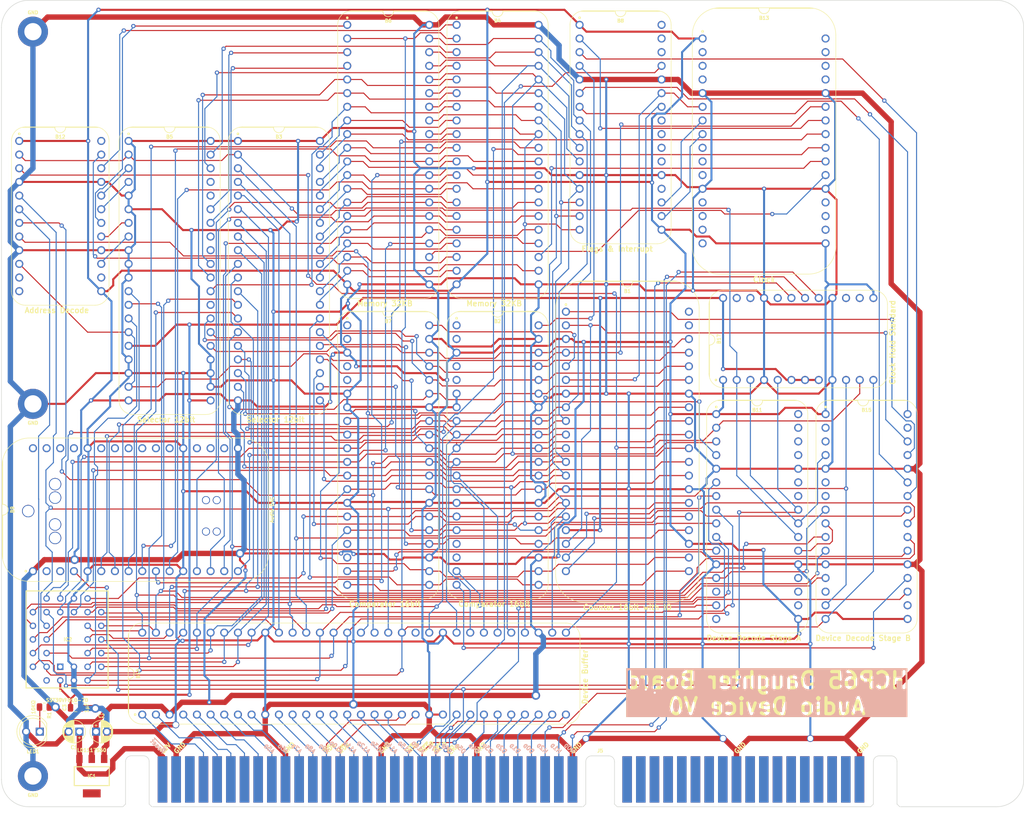
<source format=kicad_pcb>
(kicad_pcb (version 20240108) (generator "pcbnew") (generator_version "8.0")
  (title_block (title "HCP65 Audio Device") (date "2024-08-26") (rev "V0"))
  (layers (0 "F.Cu" signal) (31 "B.Cu" signal) (36 "B.SilkS" user "B.Silkscreen") (37 "F.SilkS" user "F.Silkscreen") (38 "B.Mask" user) (39 "F.Mask" user) (44 "Edge.Cuts" user))
  (net 0 "")
  (net 1 "/Read Counter Address High")
  (net 2 "/Read Counter Address Low")
  (net 3 "/5V")
  (net 4 "/CLK")
  (net 5 "/~{End} _{CMP}")
  (net 6 "/Enable")
  (net 7 "/GND")
  (net 8 "/D7")
  (net 9 "/D6")
  (net 12 "/D5")
  (net 13 "/D4")
  (net 14 "/D3")
  (net 15 "/D2")
  (net 16 "/D1")
  (net 17 "/D0")
  (net 18 "/3.3V")
  (net 19 "/Write Start Address High")
  (net 20 "/Write Start Address Low")
  (net 21 "/C0")
  (net 22 "/C1")
  (net 23 "/C2")
  (net 24 "/C3")
  (net 25 "/C4")
  (net 26 "/C5")
  (net 27 "/C6")
  (net 28 "/C7")
  (net 29 "/C8")
  (net 30 "/C9")
  (net 31 "/C10")
  (net 32 "/C11")
  (net 33 "/C12")
  (net 34 "/C13")
  (net 37 "/C14")
  (net 46 "/Write Interrupt Address High")
  (net 47 "/Write Interrupt Address Low")
  (net 48 "/~{Interrupt} _{CMP}")
  (net 49 "/~{Device RAM}")
  (net 50 "/A11")
  (net 51 "/A10")
  (net 52 "/A9")
  (net 53 "/A8")
  (net 54 "/A7")
  (net 55 "/A6")
  (net 56 "/A5")
  (net 57 "/A4")
  (net 58 "/A3")
  (net 59 "/A2")
  (net 60 "/A1")
  (net 61 "/A0")
  (net 62 "/M0")
  (net 63 "/M1")
  (net 64 "/M2")
  (net 65 "/M3")
  (net 66 "/M4")
  (net 67 "/M5")
  (net 68 "/M6")
  (net 69 "/M7")
  (net 70 "/M8")
  (net 71 "/M9")
  (net 72 "/M10")
  (net 73 "/M11")
  (net 88 "/CPU A ~{OE}·~{WE}")
  (net 89 "/~{WD}")
  (net 90 "/A ~{OE}")
  (net 91 "/A ~{WE}")
  (net 92 "/M14")
  (net 93 "/M13")
  (net 94 "/M12")
  (net 95 "/Sound Address")
  (net 96 "/~{WR}_{A}")
  (net 97 "/MAX0")
  (net 98 "/MAX1")
  (net 99 "/MAX2")
  (net 100 "/MAX3")
  (net 101 "/MAX4")
  (net 102 "/MAX5")
  (net 103 "/MAX6")
  (net 104 "/MAX7")
  (net 105 "/CPU A ~{OE}")
  (net 106 "/CPU A ~{WE}")
  (net 107 "/CPU B ~{OE}")
  (net 108 "/CPU B ~{WE}")
  (net 109 "/A14")
  (net 110 "/A13")
  (net 111 "/A12")
  (net 115 "/B ~{WE}")
  (net 116 "/B ~{OE}")
  (net 119 "/CPU B ~{OE}·~{WE}")
  (net 120 "/~{WR}_{B}")
  (net 127 "/Write End Address High")
  (net 128 "/Write End Address Low")
  (net 129 "/~{CLK}")
  (net 130 "/Write Clear Interrupt")
  (net 131 "/Read Flags")
  (net 132 "/Write Flags")
  (net 133 "/Clock Select _{S0}")
  (net 134 "/Clock Select _{S1}")
  (net 135 "/MAX_{A0}")
  (net 136 "/MAX_{~{WR}}")
  (net 137 "/Device ~{CS}")
  (net 138 "/A16")
  (net 139 "/~{RD}")
  (net 140 "/A15")
  (net 166 "/~{Device ROM}")
  (net 170 "/~{Device Registers}")
  (net 172 "/~{Enable}_{D}")
  (net 173 "/~{Interrupt}_{D}")
  (net 174 "/12V")
  (net 175 "/H0_{D}")
  (net 176 "/H1_{D}")
  (net 177 "/H2_{D}")
  (net 178 "/~{Reset}_{D}")
  (net 179 "/A0_{D}")
  (net 180 "/A1_{D}")
  (net 181 "/A2_{D}")
  (net 182 "/A3_{D}")
  (net 183 "/A4_{D}")
  (net 184 "/A5_{D}")
  (net 185 "/A6_{D}")
  (net 186 "/A7_{D}")
  (net 187 "/A8_{D}")
  (net 188 "/A9_{D}")
  (net 189 "/A10_{D}")
  (net 190 "/A11_{D}")
  (net 191 "/A12_{D}")
  (net 192 "/A13_{D}")
  (net 193 "/A14_{D}")
  (net 195 "/~{RD}_{D}")
  (net 196 "/~{WD}_{D}")
  (net 199 "/~{A4}")
  (net 213 "/D7_{D}")
  (net 214 "/D6_{D}")
  (net 215 "/D5_{D}")
  (net 216 "/D4_{D}")
  (net 217 "/D3_{D}")
  (net 218 "/D2_{D}")
  (net 219 "/D1_{D}")
  (net 220 "/D0_{D}")
  (net 221 "/~{Select}_{D}")
  (net 222 "/A15_{D}")
  (net 223 "/A16_{D}")
  (net 232 "/~{Reset}_{System}")
  (net 233 "Net-(LED1-K)")
  (footprint "HCP65_Parts:HCP65_Sound_Clock" (layer "F.Cu") (at 152.4 24.13)
    (property "Reference" "B13" (at 11.43 -3.81 0) (layer "F.SilkS") (effects (font (size 0.635 0.635))))
    (property "Value" "Sound Clock" (hide yes))
    (fp_text user "${Silkscreen}" (at 11.43 44.831001 0) (layer "F.SilkS") (effects (font (thickness 0.2) (bold yes))))
    (pad "1" thru_hole circle (at 0 0) (size 1.5 1.5) (drill 1) (layers "*.Cu" "*.Mask") (net 3 "/5V"))
    (pad "2" thru_hole circle (at 0 2.54) (size 1.5 1.5) (drill 1) (layers "*.Cu" "*.Mask"))
    (pad "3" thru_hole circle (at 0 5.079999) (size 1.5 1.5) (drill 1) (layers "*.Cu" "*.Mask"))
    (pad "4" thru_hole circle (at 0 7.62) (size 1.5 1.5) (drill 1) (layers "*.Cu" "*.Mask"))
    (pad "5" thru_hole circle (at 0 10.16) (size 1.5 1.5) (drill 1) (layers "*.Cu" "*.Mask") (net 7 "/GND"))
    (pad "6" thru_hole circle (at 0 12.7) (size 1.5 1.5) (drill 1) (layers "*.Cu" "*.Mask") (net 6 "/Enable"))
    (pad "7" thru_hole circle (at 0 15.24) (size 1.5 1.5) (drill 1) (layers "*.Cu" "*.Mask") (net 134 "/Clock Select _{S1}"))
    (pad "8" thru_hole circle (at 0 17.780001) (size 1.5 1.5) (drill 1) (layers "*.Cu" "*.Mask") (net 133 "/Clock Select _{S0}"))
    (pad "9" thru_hole circle (at 0 20.32) (size 1.5 1.5) (drill 1) (layers "*.Cu" "*.Mask"))
    (pad "10" thru_hole circle (at 0 22.86) (size 1.5 1.5) (drill 1) (layers "*.Cu" "*.Mask"))
    (pad "11" thru_hole circle (at 0 25.4) (size 1.5 1.5) (drill 1) (layers "*.Cu" "*.Mask"))
    (pad "12" thru_hole circle (at 0 27.939999) (size 1.5 1.5) (drill 1) (layers "*.Cu" "*.Mask") (net 7 "/GND"))
    (pad "13" thru_hole circle (at 0 30.48) (size 1.5 1.5) (drill 1) (layers "*.Cu" "*.Mask"))
    (pad "14" thru_hole circle (at 0 33.02) (size 1.5 1.5) (drill 1) (layers "*.Cu" "*.Mask"))
    (pad "15" thru_hole circle (at 0 35.56) (size 1.5 1.5) (drill 1) (layers "*.Cu" "*.Mask"))
    (pad "16" thru_hole circle (at 0 38.099999) (size 1.5 1.5) (drill 1) (layers "*.Cu" "*.Mask"))
    (pad "17" thru_hole circle (at 22.86 38.099999) (size 1.5 1.5) (drill 1) (layers "*.Cu" "*.Mask") (net 3 "/5V"))
    (pad "18" thru_hole circle (at 22.86 35.56) (size 1.5 1.5) (drill 1) (layers "*.Cu" "*.Mask"))
    (pad "19" thru_hole circle (at 22.86 33.02) (size 1.5 1.5) (drill 1) (layers "*.Cu" "*.Mask"))
    (pad "20" thru_hole circle (at 22.86 30.48) (size 1.5 1.5) (drill 1) (layers "*.Cu" "*.Mask"))
    (pad "21" thru_hole circle (at 22.86 27.939999) (size 1.5 1.5) (drill 1) (layers "*.Cu" "*.Mask") (net 7 "/GND"))
    (pad "22" thru_hole circle (at 22.86 25.4) (size 1.5 1.5) (drill 1) (layers "*.Cu" "*.Mask") (net 120 "/~{WR}_{B}"))
    (pad "23" thru_hole circle (at 22.86 22.86) (size 1.5 1.5) (drill 1) (layers "*.Cu" "*.Mask") (net 96 "/~{WR}_{A}"))
    (pad "24" thru_hole circle (at 22.86 20.32) (size 1.5 1.5) (drill 1) (layers "*.Cu" "*.Mask") (net 135 "/MAX_{A0}"))
    (pad "25" thru_hole circle (at 22.86 17.780001) (size 1.5 1.5) (drill 1) (layers "*.Cu" "*.Mask") (net 136 "/MAX_{~{WR}}"))
    (pad "26" thru_hole circle (at 22.86 15.24) (size 1.5 1.5) (drill 1) (layers "*.Cu" "*.Mask") (net 129 "/~{CLK}"))
    (pad "27" thru_hole circle (at 22.86 12.7) (size 1.5 1.5) (drill 1) (layers "*.Cu" "*.Mask") (net 4 "/CLK"))
    (pad "28" thru_hole circle (at 22.86 10.16) (size 1.5 1.5) (drill 1) (layers "*.Cu" "*.Mask") (net 7 "/GND"))
    (pad "29" thru_hole circle (at 22.86 7.62) (size 1.5 1.5) (drill 1) (layers "*.Cu" "*.Mask"))
    (pad "30" thru_hole circle (at 22.86 5.079999) (size 1.5 1.5) (drill 1) (layers "*.Cu" "*.Mask"))
    (pad "31" thru_hole circle (at 22.86 2.54) (size 1.5 1.5) (drill 1) (layers "*.Cu" "*.Mask"))
    (pad "32" thru_hole circle (at 22.86 0) (size 1.5 1.5) (drill 1) (layers "*.Cu" "*.Mask"))
  )
  (footprint "SamacSys_Parts:R_0805" (layer "F.Cu") (at 30.0755 148.473 -90)
    (property "Reference" "R1" (at 1.514 -0.9125 90) (layer "F.SilkS") (effects (font (size 0.635 0.635))))
    (property "Value" "10KΩ" (at 0 2.032 -90) (layer "F.SilkS") (effects (font (size 0.635 0.635))))
    (pad "1" smd roundrect (at -0.01 0.9125) (size 1.025 1.4) (layers "F.Cu" "F.Paste" "F.Mask") (roundrect_rratio 0.243902) (net 233 "Net-(LED1-K)"))
    (pad "2" smd roundrect (at -0.01 -0.9125) (size 1.025 1.4) (layers "F.Cu" "F.Paste" "F.Mask") (roundrect_rratio 0.243902) (net 3 "/5V"))
  )
  (footprint "SamacSys_Parts:LD1117S33C" (layer "F.Cu") (at 38.876 161.315 180)
    (property "Reference" "IC1" (at 0 0 180) (layer "F.SilkS") (effects (font (size 0.635 0.635))))
    (property "Value" "LD1117S50C" (hide yes))
    (fp_text user "${Silkscreen}" (at 0 4.826 180) (layer "F.SilkS") (effects (font (size 0.635 0.635))))
    (pad "1" smd rect (at -2.3 3.2 180) (size 1.2 1.5) (layers "F.Cu" "F.Paste" "F.Mask") (net 7 "/GND"))
    (pad "2" smd rect (at 0 3.2 180) (size 1.2 1.5) (layers "F.Cu" "F.Paste" "F.Mask") (net 3 "/5V"))
    (pad "3" smd rect (at 2.3 3.2 180) (size 1.2 1.5) (layers "F.Cu" "F.Paste" "F.Mask") (net 174 "/12V"))
    (pad "4" smd rect (at 0 -3.2 270) (size 1.5 3.3) (layers "F.Cu" "F.Paste" "F.Mask"))
  )
  (footprint "HCP65_Parts:HCP65_Memory_32KB_With_Latch" (layer "F.Cu") (at 86.36 21.59)
    (property "Reference" "B6" (at 7.62 -0.762 0) (layer "F.SilkS") (effects (font (size 0.635 0.635))))
    (property "Value" "Memory 32KB" (hide yes))
    (fp_text user "${Silkscreen}" (at 6.985 51.816 0) (layer "F.SilkS") (effects (font (thickness 0.2) (bold yes))))
    (pad "1" thru_hole circle (at 0 0) (size 1.5 1.5) (drill 1) (layers "*.Cu" "*.Mask") (net 119 "/CPU B ~{OE}·~{WE}"))
    (pad "2" thru_hole circle (at 0 2.54) (size 1.5 1.5) (drill 1) (layers "*.Cu" "*.Mask") (net 89 "/~{WD}"))
    (pad "3" thru_hole circle (at 0 5.08) (size 1.5 1.5) (drill 1) (layers "*.Cu" "*.Mask") (net 116 "/B ~{OE}"))
    (pad "4" thru_hole circle (at 0 7.62) (size 1.5 1.5) (drill 1) (layers "*.Cu" "*.Mask") (net 115 "/B ~{WE}"))
    (pad "5" thru_hole circle (at 0 10.16) (size 1.5 1.5) (drill 1) (layers "*.Cu" "*.Mask") (net 92 "/M14"))
    (pad "6" thru_hole circle (at 0 12.7) (size 1.5 1.5) (drill 1) (layers "*.Cu" "*.Mask") (net 93 "/M13"))
    (pad "7" thru_hole circle (at 0 15.24) (size 1.5 1.5) (drill 1) (layers "*.Cu" "*.Mask") (net 94 "/M12"))
    (pad "8" thru_hole circle (at 0 17.78) (size 1.5 1.5) (drill 1) (layers "*.Cu" "*.Mask") (net 73 "/M11"))
    (pad "9" thru_hole circle (at 0 20.32) (size 1.5 1.5) (drill 1) (layers "*.Cu" "*.Mask") (net 72 "/M10"))
    (pad "10" thru_hole circle (at 0 22.86) (size 1.5 1.5) (drill 1) (layers "*.Cu" "*.Mask") (net 71 "/M9"))
    (pad "11" thru_hole circle (at 0 25.4) (size 1.5 1.5) (drill 1) (layers "*.Cu" "*.Mask") (net 70 "/M8"))
    (pad "12" thru_hole circle (at 0 27.94) (size 1.5 1.5) (drill 1) (layers "*.Cu" "*.Mask") (net 69 "/M7"))
    (pad "13" thru_hole circle (at 0 30.48) (size 1.5 1.5) (drill 1) (layers "*.Cu" "*.Mask") (net 68 "/M6"))
    (pad "14" thru_hole circle (at 0 33.02) (size 1.5 1.5) (drill 1) (layers "*.Cu" "*.Mask") (net 67 "/M5"))
    (pad "15" thru_hole circle (at 0 35.56) (size 1.5 1.5) (drill 1) (layers "*.Cu" "*.Mask") (net 66 "/M4"))
    (pad "16" thru_hole circle (at 0 38.1) (size 1.5 1.5) (drill 1) (layers "*.Cu" "*.Mask") (net 65 "/M3"))
    (pad "17" thru_hole circle (at 0 40.64) (size 1.5 1.5) (drill 1) (layers "*.Cu" "*.Mask") (net 64 "/M2"))
    (pad "18" thru_hole circle (at 0 43.18) (size 1.5 1.5) (drill 1) (layers "*.Cu" "*.Mask") (net 63 "/M1"))
    (pad "19" thru_hole circle (at 0 45.72) (size 1.5 1.5) (drill 1) (layers "*.Cu" "*.Mask") (net 62 "/M0"))
    (pad "20" thru_hole circle (at 0 48.26) (size 1.5 1.5) (drill 1) (layers "*.Cu" "*.Mask") (net 3 "/5V"))
    (pad "21" thru_hole circle (at 15.24 48.26) (size 1.5 1.5) (drill 1) (layers "*.Cu" "*.Mask") (net 7 "/GND"))
    (pad "22" thru_hole circle (at 15.24 45.72) (size 1.5 1.5) (drill 1) (layers "*.Cu" "*.Mask") (net 95 "/Sound Address"))
    (pad "23" thru_hole circle (at 15.24 43.18) (size 1.5 1.5) (drill 1) (layers "*.Cu" "*.Mask") (net 120 "/~{WR}_{B}"))
    (pad "24" thru_hole circle (at 15.24 40.64) (size 1.5 1.5) (drill 1) (layers "*.Cu" "*.Mask") (net 97 "/MAX0"))
    (pad "25" thru_hole circle (at 15.24 38.1) (size 1.5 1.5) (drill 1) (layers "*.Cu" "*.Mask") (net 98 "/MAX1"))
    (pad "26" thru_hole circle (at 15.24 35.56) (size 1.5 1.5) (drill 1) (layers "*.Cu" "*.Mask") (net 99 "/MAX2"))
    (pad "27" thru_hole circle (at 15.24 33.02) (size 1.5 1.5) (drill 1) (layers "*.Cu" "*.Mask") (net 100 "/MAX3"))
    (pad "28" thru_hole circle (at 15.24 30.48) (size 1.5 1.5) (drill 1) (layers "*.Cu" "*.Mask") (net 101 "/MAX4"))
    (pad "29" thru_hole circle (at 15.24 27.94) (size 1.5 1.5) (drill 1) (layers "*.Cu" "*.Mask") (net 102 "/MAX5"))
    (pad "30" thru_hole circle (at 15.24 25.4) (size 1.5 1.5) (drill 1) (layers "*.Cu" "*.Mask") (net 103 "/MAX6"))
    (pad "31" thru_hole circle (at 15.24 22.86) (size 1.5 1.5) (drill 1) (layers "*.Cu" "*.Mask") (net 104 "/MAX7"))
    (pad "32" thru_hole circle (at 15.24 20.32) (size 1.5 1.5) (drill 1) (layers "*.Cu" "*.Mask") (net 17 "/D0"))
    (pad "33" thru_hole circle (at 15.24 17.78) (size 1.5 1.5) (drill 1) (layers "*.Cu" "*.Mask") (net 16 "/D1"))
    (pad "34" thru_hole circle (at 15.24 15.24) (size 1.5 1.5) (drill 1) (layers "*.Cu" "*.Mask") (net 15 "/D2"))
    (pad "35" thru_hole circle (at 15.24 12.7) (size 1.5 1.5) (drill 1) (layers "*.Cu" "*.Mask") (net 14 "/D3"))
    (pad "36" thru_hole circle (at 15.24 10.16) (size 1.5 1.5) (drill 1) (layers "*.Cu" "*.Mask") (net 13 "/D4"))
    (pad "37" thru_hole circle (at 15.24 7.62) (size 1.5 1.5) (drill 1) (layers "*.Cu" "*.Mask") (net 12 "/D5"))
    (pad "38" thru_hole circle (at 15.24 5.08) (size 1.5 1.5) (drill 1) (layers "*.Cu" "*.Mask") (net 9 "/D6"))
    (pad "39" thru_hole circle (at 15.24 2.54) (size 1.5 1.5) (drill 1) (layers "*.Cu" "*.Mask") (net 8 "/D7"))
    (pad "40" thru_hole circle (at 15.24 0) (size 1.5 1.5) (drill 1) (layers "*.Cu" "*.Mask") (net 7 "/GND"))
  )
  (footprint "SamacSys_Parts:LED_D5.0mm" (layer "F.Cu") (at 29.215 153.035 180)
    (property "Reference" "LED1" (at 1.27 -3.683 180) (layer "F.SilkS") (effects (font (size 0.635 0.635))))
    (property "Value" "Red")
    (pad "1" thru_hole rect (at 0 0 180) (size 1.5 1.5) (drill 1) (layers "*.Cu" "*.Mask") (net 233 "Net-(LED1-K)"))
    (pad "2" thru_hole circle (at 2.54 0 180) (size 1.5 1.5) (drill 1) (layers "*.Cu" "*.Mask") (net 7 "/GND"))
  )
  (footprint "HCP65_Parts:HCP65_Device_Buffer" (layer "F.Cu") (at 48.26 149.86 90)
    (property "Reference" "B16" (at 7.62 -0.762 90) (layer "F.SilkS") (effects (font (size 0.635 0.635))))
    (property "Value" "Device Buffer" (hide yes))
    (fp_text user "${Silkscreen}" (at 6.985 82.296 90) (layer "F.SilkS") (effects (font (thickness 0.2) (bold yes))))
    (pad "1" thru_hole circle (at 0 0 90) (size 1.5 1.5) (drill 1) (layers "*.Cu" "*.Mask") (net 179 "/A0_{D}"))
    (pad "2" thru_hole circle (at 0 2.54 90) (size 1.5 1.5) (drill 1) (layers "*.Cu" "*.Mask") (net 180 "/A1_{D}"))
    (pad "3" thru_hole circle (at 0 5.08 90) (size 1.5 1.5) (drill 1) (layers "*.Cu" "*.Mask") (net 3 "/5V"))
    (pad "4" thru_hole circle (at 0 7.62 90) (size 1.5 1.5) (drill 1) (layers "*.Cu" "*.Mask") (net 181 "/A2_{D}"))
    (pad "5" thru_hole circle (at 0 10.16 90) (size 1.5 1.5) (drill 1) (layers "*.Cu" "*.Mask") (net 182 "/A3_{D}"))
    (pad "6" thru_hole circle (at 0 12.7 90) (size 1.5 1.5) (drill 1) (layers "*.Cu" "*.Mask") (net 183 "/A4_{D}"))
    (pad "7" thru_hole circle (at 0 15.24 90) (size 1.5 1.5) (drill 1) (layers "*.Cu" "*.Mask") (net 184 "/A5_{D}"))
    (pad "8" thru_hole circle (at 0 17.78 90) (size 1.5 1.5) (drill 1) (layers "*.Cu" "*.Mask") (net 185 "/A6_{D}"))
    (pad "9" thru_hole circle (at 0 20.32 90) (size 1.5 1.5) (drill 1) (layers "*.Cu" "*.Mask") (net 186 "/A7_{D}"))
    (pad "10" thru_hole circle (at 0 22.86 90) (size 1.5 1.5) (drill 1) (layers "*.Cu" "*.Mask") (net 7 "/GND"))
    (pad "11" thru_hole circle (at 0 25.4 90) (size 1.5 1.5) (drill 1) (layers "*.Cu" "*.Mask") (net 187 "/A8_{D}"))
    (pad "12" thru_hole circle (at 0 27.94 90) (size 1.5 1.5) (drill 1) (layers "*.Cu" "*.Mask") (net 188 "/A9_{D}"))
    (pad "13" thru_hole circle (at 0 30.48 90) (size 1.5 1.5) (drill 1) (layers "*.Cu" "*.Mask") (net 189 "/A10_{D}"))
    (pad "14" thru_hole circle (at 0 33.02 90) (size 1.5 1.5) (drill 1) (layers "*.Cu" "*.Mask") (net 190 "/A11_{D}"))
    (pad "15" thru_hole circle (at 0 35.56 90) (size 1.5 1.5) (drill 1) (layers "*.Cu" "*.Mask") (net 191 "/A12_{D}"))
    (pad "16" thru_hole circle (at 0 38.1 90) (size 1.5 1.5) (drill 1) (layers "*.Cu" "*.Mask") (net 192 "/A13_{D}"))
    (pad "17" thru_hole circle (at 0 40.64 90) (size 1.5 1.5) (drill 1) (layers "*.Cu" "*.Mask") (net 193 "/A14_{D}"))
    (pad "18" thru_hole circle (at 0 43.18 90) (size 1.5 1.5) (drill 1) (layers "*.Cu" "*.Mask") (net 222 "/A15_{D}"))
    (pad "19" thru_hole circle (at 0 45.72 90) (size 1.5 1.5) (drill 1) (layers "*.Cu" "*.Mask") (net 223 "/A16_{D}"))
    (pad "20" thru_hole circle (at 0 48.26 90) (size 1.5 1.5) (drill 1) (layers "*.Cu" "*.Mask") (net 195 "/~{RD}_{D}"))
    (pad "21" thru_hole circle (at 0 50.8 90) (size 1.5 1.5) (drill 1) (layers "*.Cu" "*.Mask") (net 196 "/~{WD}_{D}"))
    (pad "22" thru_hole circle (at 0 53.34 90) (size 1.5 1.5) (drill 1) (layers "*.Cu" "*.Mask") (net 7 "/GND"))
    (pad "23" thru_hole circle (at 0 55.88 90) (size 1.5 1.5) (drill 1) (layers "*.Cu" "*.Mask") (net 7 "/GND"))
    (pad "24" thru_hole circle (at 0 58.42 90) (size 1.5 1.5) (drill 1) (layers "*.Cu" "*.Mask") (net 213 "/D7_{D}"))
    (pad "25" thru_hole circle (at 0 60.96 90) (size 1.5 1.5) (drill 1) (layers "*.Cu" "*.Mask") (net 214 "/D6_{D}"))
    (pad "26" thru_hole circle (at 0 63.5 90) (size 1.5 1.5) (drill 1) (layers "*.Cu" "*.Mask") (net 215 "/D5_{D}"))
    (pad "27" thru_hole circle (at 0 66.04 90) (size 1.5 1.5) (drill 1) (layers "*.Cu" "*.Mask") (net 216 "/D4_{D}"))
    (pad "28" thru_hole circle (at 0 68.58 90) (size 1.5 1.5) (drill 1) (layers "*.Cu" "*.Mask") (net 217 "/D3_{D}"))
    (pad "29" thru_hole circle (at 0 71.12 90) (size 1.5 1.5) (drill 1) (layers "*.Cu" "*.Mask") (net 218 "/D2_{D}"))
    (pad "30" thru_hole circle (at 0 73.66 90) (size 1.5 1.5) (drill 1) (layers "*.Cu" "*.Mask") (net 219 "/D1_{D}"))
    (pad "31" thru_hole circle (at 0 76.2 90) (size 1.5 1.5) (drill 1) (layers "*.Cu" "*.Mask") (net 220 "/D0_{D}"))
    (pad "32" thru_hole circle (at 0 78.74 90) (size 1.5 1.5) (drill 1) (layers "*.Cu" "*.Mask") (net 221 "/~{Select}_{D}"))
    (pad "33" thru_hole circle (at 15.24 78.74 90) (size 1.5 1.5) (drill 1) (layers "*.Cu" "*.Mask") (net 137 "/Device ~{CS}"))
    (pad "34" thru_hole circle (at 15.24 76.2 90) (size 1.5 1.5) (drill 1) (layers "*.Cu" "*.Mask") (net 17 "/D0"))
    (pad "35" thru_hole circle (at 15.24 73.66 90) (size 1.5 1.5) (drill 1) (layers "*.Cu" "*.Mask") (net 3 "/5V"))
    (pad "36" thru_hole circle (at 15.24 71.12 90) (size 1.5 1.5) (drill 1) (layers "*.Cu" "*.Mask") (net 16 "/D1"))
    (pad "37" thru_hole circle (at 15.24 68.58 90) (size 1.5 1.5) (drill 1) (layers "*.Cu" "*.Mask") (net 15 "/D2"))
    (pad "38" thru_hole circle (at 15.24 66.04 90) (size 1.5 1.5) (drill 1) (layers "*.Cu" "*.Mask") (net 14 "/D3"))
    (pad "39" thru_hole circle (at 15.24 63.5 90) (size 1.5 1.5) (drill 1) (layers "*.Cu" "*.Mask") (net 13 "/D4"))
    (pad "40" thru_hole circle (at 15.24 60.96 90) (size 1.5 1.5) (drill 1) (layers "*.Cu" "*.Mask") (net 12 "/D5"))
    (pad "41" thru_hole circle (at 15.24 58.42 90) (size 1.5 1.5) (drill 1) (layers "*.Cu" "*.Mask") (net 9 "/D6"))
    (pad "42" thru_hole circle (at 15.24 55.88 90) (size 1.5 1.5) (drill 1) (layers "*.Cu" "*.Mask") (net 7 "/GND"))
    (pad "43" thru_hole circle (at 15.24 53.34 90) (size 1.5 1.5) (drill 1) (layers "*.Cu" "*.Mask") (net 8 "/D7"))
    (pad "44" thru_hole circle (at 15.24 50.8 90) (size 1.5 1.5) (drill 1) (layers "*.Cu" "*.Mask"))
    (pad "45" thru_hole circle (at 15.24 48.26 90) (size 1.5 1.5) (drill 1) (layers "*.Cu" "*.Mask") (net 89 "/~{WD}"))
    (pad "46" thru_hole circle (at 15.24 45.72 90) (size 1.5 1.5) (drill 1) (layers "*.Cu" "*.Mask") (net 139 "/~{RD}"))
    (pad "47" thru_hole circle (at 15.24 43.18 90) (size 1.5 1.5) (drill 1) (layers "*.Cu" "*.Mask") (net 138 "/A16"))
    (pad "48" thru_hole circle (at 15.24 40.64 90) (size 1.5 1.5) (drill 1) (layers "*.Cu" "*.Mask") (net 140 "/A15"))
    (pad "49" thru_hole circle (at 15.24 38.1 90) (size 1.5 1.5) (drill 1) (layers "*.Cu" "*.Mask") (net 109 "/A14"))
    (pad "50" thru_hole circle (at 15.24 35.56 90) (size 1.5 1.5) (drill 1) (layers "*.Cu" "*.Mask") (net 110 "/A13"))
    (pad "51" thru_hole circle (at 15.24 33.02 90) (size 1.5 1.5) (drill 1) (layers "*.Cu" "*.Mask") (net 111 "/A12"))
    (pad "52" thru_hole circle (at 15.24 30.48 90) (size 1.5 1.5) (drill 1) (layers "*.Cu" "*.Mask") (net 50 "/A11"))
    (pad "53" thru_hole circle (at 15.24 27.94 90) (size 1.5 1.5) (drill 1) (layers "*.Cu" "*.Mask") (net 51 "/A10"))
    (pad "54" thru_hole circle (at 15.24 25.4 90) (size 1.5 1.5) (drill 1) (layers "*.Cu" "*.Mask") (net 52 "/A9"))
    (pad "55" thru_hole circle (at 15.24 22.86 90) (size 1.5 1.5) (drill 1) (layers "*.Cu" "*.Mask") (net 7 "/GND"))
    (pad "56" thru_hole circle (at 15.24 20.32 90) (size 1.5 1.5) (drill 1) (layers "*.Cu" "*.Mask") (net 53 "/A8"))
    (pad "57" thru_hole circle (at 15.24 17.78 90) (size 1.5 1.5) (drill 1) (layers "*.Cu" "*.Mask") (net 54 "/A7"))
    (pad "58" thru_hole circle (at 15.24 15.24 90) (size 1.5 1.5) (drill 1) (layers "*.Cu" "*.Mask") (net 55 "/A6"))
    (pad "59" thru_hole circle (at 15.24 12.7 90) (size 1.5 1.5) (drill 1) (layers "*.Cu" "*.Mask") (net 56 "/A5"))
    (pad "60" thru_hole circle (at 15.24 10.16 90) (size 1.5 1.5) (drill 1) (layers "*.Cu" "*.Mask") (net 57 "/A4"))
    (pad "61" thru_hole circle (at 15.24 7.62 90) (size 1.5 1.5) (drill 1) (layers "*.Cu" "*.Mask") (net 58 "/A3"))
    (pad "62" thru_hole circle (at 15.24 5.08 90) (size 1.5 1.5) (drill 1) (layers "*.Cu" "*.Mask") (net 59 "/A2"))
    (pad "63" thru_hole circle (at 15.24 2.54 90) (size 1.5 1.5) (drill 1) (layers "*.Cu" "*.Mask") (net 60 "/A1"))
    (pad "64" thru_hole circle (at 15.24 0 90) (size 1.5 1.5) (drill 1) (layers "*.Cu" "*.Mask") (net 61 "/A0"))
  )
  (footprint "SamacSys_Parts:98pin Edge Connector" (layer "F.Cu") (at 44.6532 167.005)
    (property "Reference" "J5" (at 88.707048 -10.414 0) (layer "F.SilkS") (effects (font (size 0.635 0.635))))
    (property "Value" "395-098-520-350")
    (fp_line (start 0.5 -8.413) (end 0.5 -0.5) (stroke (width 0.1)) (layer "Edge.Cuts"))
    (fp_line (start 0.5 -0.5) (end 0 0) (stroke (width 0.1)) (layer "Edge.Cuts"))
    (fp_line (start 3.81 -9.479799) (end 1.577048 -9.479799) (stroke (width 0.1)) (layer "Edge.Cuts"))
    (fp_line (start 4.887048 -8.413) (end 4.887048 -0.5) (stroke (width 0.1)) (layer "Edge.Cuts"))
    (fp_line (start 4.887048 -0.5) (end 5.387048 0) (stroke (width 0.1)) (layer "Edge.Cuts"))
    (fp_line (start 85.540048 0) (end 5.387048 0) (stroke (width 0.1)) (layer "Edge.Cuts"))
    (fp_line (start 86.040048 -8.4) (end 86.040048 -0.5) (stroke (width 0.1)) (layer "Edge.Cuts"))
    (fp_line (start 86.040048 -0.5) (end 85.540048 0) (stroke (width 0.1)) (layer "Edge.Cuts"))
    (fp_line (start 87.117096 -9.466799) (end 90.297 -9.466799) (stroke (width 0.1)) (layer "Edge.Cuts"))
    (fp_line (start 91.374048 -8.4) (end 91.374048 -0.5) (stroke (width 0.1)) (layer "Edge.Cuts"))
    (fp_line (start 91.374048 -0.5) (end 91.874048 0) (stroke (width 0.1)) (layer "Edge.Cuts"))
    (fp_line (start 138.999048 0) (end 91.874048 0) (stroke (width 0.1)) (layer "Edge.Cuts"))
    (fp_line (start 139.499048 -8.4) (end 139.499048 -0.5) (stroke (width 0.1)) (layer "Edge.Cuts"))
    (fp_line (start 139.499048 -0.5) (end 138.999048 0) (stroke (width 0.1)) (layer "Edge.Cuts"))
    (fp_line (start 140.576096 -9.466799) (end 142.809048 -9.466799) (stroke (width 0.1)) (layer "Edge.Cuts"))
    (fp_line (start 143.886096 -8.4) (end 143.886096 -0.5) (stroke (width 0.1)) (layer "Edge.Cuts"))
    (fp_line (start 143.886096 -0.5) (end 144.386096 0) (stroke (width 0.1)) (layer "Edge.Cuts"))
    (fp_arc (start 0.5 -8.413) (mid 0.817585 -9.169461) (end 1.577048 -9.479799) (stroke (width 0.1)) (layer "Edge.Cuts"))
    (fp_arc (start 3.81 -9.479799) (mid 4.569467 -9.169465) (end 4.887048 -8.413) (stroke (width 0.1)) (layer "Edge.Cuts"))
    (fp_arc (start 86.040048 -8.4) (mid 86.357626 -9.156454) (end 87.117096 -9.466799) (stroke (width 0.1)) (layer "Edge.Cuts"))
    (fp_arc (start 90.297 -9.466799) (mid 91.056476 -9.156459) (end 91.374048 -8.4) (stroke (width 0.1)) (layer "Edge.Cuts"))
    (fp_arc (start 139.499048 -8.4) (mid 139.816626 -9.156454) (end 140.576096 -9.466799) (stroke (width 0.1)) (layer "Edge.Cuts"))
    (fp_arc (start 142.809048 -9.466799) (mid 143.568523 -9.156472) (end 143.886096 -8.4) (stroke (width 0.1)) (layer "Edge.Cuts"))
    (pad "A1" connect rect (at 7.366 -5.08) (size 1.78 8.62) (layers "B.Cu" "B.Mask") (net 232 "/~{Reset}_{System}"))
    (pad "A2" connect rect (at 9.906 -5.08) (size 1.78 8.62) (layers "B.Cu" "B.Mask"))
    (pad "A3" connect rect (at 12.446 -5.08) (size 1.78 8.62) (layers "B.Cu" "B.Mask"))
    (pad "A4" connect rect (at 14.986 -5.08) (size 1.78 8.62) (layers "B.Cu" "B.Mask") (net 179 "/A0_{D}"))
    (pad "A5" connect rect (at 17.526 -5.08) (size 1.78 8.62) (layers "B.Cu" "B.Mask") (net 180 "/A1_{D}"))
    (pad "A6" connect rect (at 20.066 -5.08) (size 1.78 8.62) (layers "B.Cu" "B.Mask") (net 181 "/A2_{D}"))
    (pad "A7" connect rect (at 22.606 -5.08) (size 1.78 8.62) (layers "B.Cu" "B.Mask") (net 182 "/A3_{D}"))
    (pad "A8" connect rect (at 25.146 -5.08) (size 1.78 8.62) (layers "B.Cu" "B.Mask") (net 183 "/A4_{D}"))
    (pad "A9" connect rect (at 27.686 -5.08) (size 1.78 8.62) (layers "B.Cu" "B.Mask") (net 184 "/A5_{D}"))
    (pad "A10" connect rect (at 30.226 -5.08) (size 1.78 8.62) (layers "B.Cu" "B.Mask") (net 185 "/A6_{D}"))
    (pad "A11" connect rect (at 32.766 -5.08) (size 1.78 8.62) (layers "B.Cu" "B.Mask") (net 186 "/A7_{D}"))
    (pad "A12" connect rect (at 35.306 -5.08) (size 1.78 8.62) (layers "B.Cu" "B.Mask") (net 187 "/A8_{D}"))
    (pad "A13" connect rect (at 37.846 -5.08) (size 1.78 8.62) (layers "B.Cu" "B.Mask") (net 188 "/A9_{D}"))
    (pad "A14" connect rect (at 40.386 -5.08) (size 1.78 8.62) (layers "B.Cu" "B.Mask") (net 189 "/A10_{D}"))
    (pad "A15" connect rect (at 42.926 -5.08) (size 1.78 8.62) (layers "B.Cu" "B.Mask") (net 190 "/A11_{D}"))
    (pad "A16" connect rect (at 45.466 -5.08) (size 1.78 8.62) (layers "B.Cu" "B.Mask") (net 191 "/A12_{D}"))
    (pad "A17" connect rect (at 48.006 -5.08) (size 1.78 8.62) (layers "B.Cu" "B.Mask") (net 192 "/A13_{D}"))
    (pad "A18" connect rect (at 50.546 -5.08) (size 1.78 8.62) (layers "B.Cu" "B.Mask") (net 193 "/A14_{D}"))
    (pad "A19" connect rect (at 53.086 -5.08) (size 1.78 8.62) (layers "B.Cu" "B.Mask") (net 222 "/A15_{D}"))
    (pad "A20" connect rect (at 55.626 -5.08) (size 1.78 8.62) (layers "B.Cu" "B.Mask") (net 223 "/A16_{D}"))
    (pad "A21" connect rect (at 58.166 -5.08) (size 1.78 8.62) (layers "B.Cu" "B.Mask") (net 213 "/D7_{D}"))
    (pad "A22" connect rect (at 60.706 -5.08) (size 1.78 8.62) (layers "B.Cu" "B.Mask") (net 214 "/D6_{D}"))
    (pad "A23" connect rect (at 63.246 -5.08) (size 1.78 8.62) (layers "B.Cu" "B.Mask") (net 215 "/D5_{D}"))
    (pad "A24" connect rect (at 65.786 -5.08) (size 1.78 8.62) (layers "B.Cu" "B.Mask") (net 216 "/D4_{D}"))
    (pad "A25" connect rect (at 68.326 -5.08) (size 1.78 8.62) (layers "B.Cu" "B.Mask") (net 217 "/D3_{D}"))
    (pad "A26" connect rect (at 70.866 -5.08) (size 1.78 8.62) (layers "B.Cu" "B.Mask") (net 218 "/D2_{D}"))
    (pad "A27" connect rect (at 73.406 -5.08) (size 1.78 8.62) (layers "B.Cu" "B.Mask") (net 219 "/D1_{D}"))
    (pad "A28" connect rect (at 75.946 -5.08) (size 1.78 8.62) (layers "B.Cu" "B.Mask") (net 220 "/D0_{D}"))
    (pad "A29" connect rect (at 78.486 -5.08) (size 1.78 8.62) (layers "B.Cu" "B.Mask") (net 177 "/H2_{D}"))
    (pad "A30" connect rect (at 81.026 -5.08) (size 1.78 8.62) (layers "B.Cu" "B.Mask") (net 176 "/H1_{D}"))
    (pad "A31" connect rect (at 83.566 -5.08) (size 1.78 8.62) (layers "B.Cu" "B.Mask") (net 175 "/H0_{D}"))
    (pad "B1" connect rect (at 7.366 -5.08) (size 1.78 8.62) (layers "F.Cu" "F.Mask") (net 174 "/12V"))
    (pad "B2" connect rect (at 9.906 -5.08) (size 1.78 8.62) (layers "F.Cu" "F.Mask") (net 7 "/GND"))
    (pad "B3" connect rect (at 12.446 -5.08) (size 1.78 8.62) (layers "F.Cu" "F.Mask"))
    (pad "B4" connect rect (at 14.986 -5.08) (size 1.78 8.62) (layers "F.Cu" "F.Mask"))
    (pad "B5" connect rect (at 17.526 -5.08) (size 1.78 8.62) (layers "F.Cu" "F.Mask"))
    (pad "B6" connect rect (at 20.066 -5.08) (size 1.78 8.62) (layers "F.Cu" "F.Mask"))
    (pad "B7" connect rect (at 22.606 -5.08) (size 1.78 8.62) (layers "F.Cu" "F.Mask"))
    (pad "B8" connect rect (at 25.146 -5.08) (size 1.78 8.62) (layers "F.Cu" "F.Mask"))
    (pad "B9" connect rect (at 27.686 -5.08) (size 1.78 8.62) (layers "F.Cu" "F.Mask"))
    (pad "B10" connect rect (at 30.226 -5.08) (size 1.78 8.62) (layers "F.Cu" "F.Mask") (net 7 "/GND"))
    (pad "B11" connect rect (at 32.766 -5.08) (size 1.78 8.62) (layers "F.Cu" "F.Mask"))
    (pad "B12" connect rect (at 35.306 -5.08) (size 1.78 8.62) (layers "F.Cu" "F.Mask"))
    (pad "B13" connect rect (at 37.846 -5.08) (size 1.78 8.62) (layers "F.Cu" "F.Mask") (net 195 "/~{RD}_{D}"))
    (pad "B14" connect rect (at 40.386 -5.08) (size 1.78 8.62) (layers "F.Cu" "F.Mask") (net 196 "/~{WD}_{D}"))
    (pad "B15" connect rect (at 42.926 -5.08) (size 1.78 8.62) (layers "F.Cu" "F.Mask"))
    (pad "B16" connect rect (at 45.466 -5.08) (size 1.78 8.62) (layers "F.Cu" "F.Mask"))
    (pad "B17" connect rect (at 48.006 -5.08) (size 1.78 8.62) (layers "F.Cu" "F.Mask") (net 7 "/GND"))
    (pad "B18" connect rect (at 50.546 -5.08) (size 1.78 8.62) (layers "F.Cu" "F.Mask"))
    (pad "B19" connect rect (at 53.086 -5.08) (size 1.78 8.62) (layers "F.Cu" "F.Mask") (net 173 "/~{Interrupt}_{D}"))
    (pad "B20" connect rect (at 55.626 -5.08) (size 1.78 8.62) (layers "F.Cu" "F.Mask") (net 178 "/~{Reset}_{D}"))
    (pad "B21" connect rect (at 58.166 -5.08) (size 1.78 8.62) (layers "F.Cu" "F.Mask") (net 221 "/~{Select}_{D}"))
    (pad "B22" connect rect (at 60.706 -5.08) (size 1.78 8.62) (layers "F.Cu" "F.Mask") (net 172 "/~{Enable}_{D}"))
    (pad "B23" connect rect (at 63.246 -5.08) (size 1.78 8.62) (layers "F.Cu" "F.Mask"))
    (pad "B24" connect rect (at 65.786 -5.08) (size 1.78 8.62) (layers "F.Cu" "F.Mask") (net 7 "/GND"))
    (pad "B25" connect rect (at 68.326 -5.08) (size 1.78 8.62) (layers "F.Cu" "F.Mask"))
    (pad "B26" connect rect (at 70.866 -5.08) (size 1.78 8.62) (layers "F.Cu" "F.Mask"))
    (pad "B27" connect rect (at 73.406 -5.08) (size 1.78 8.62) (layers "F.Cu" "F.Mask"))
    (pad "B28" connect rect (at 75.946 -5.08) (size 1.78 8.62) (layers "F.Cu" "F.Mask"))
    (pad "B29" connect rect (at 78.486 -5.08) (size 1.78 8.62) (layers "F.Cu" "F.Mask"))
    (pad "B30" connect rect (at 81.026 -5.08) (size 1.78 8.62) (layers "F.Cu" "F.Mask"))
    (pad "B31" connect rect (at 83.566 -5.08) (size 1.78 8.62) (layers "F.Cu" "F.Mask") (net 7 "/GND"))
    (pad "C1" connect rect (at 93.726 -5.08) (size 1.78 8.62) (layers "B.Cu" "B.Mask"))
    (pad "C2" connect rect (at 96.266 -5.08) (size 1.78 8.62) (layers "B.Cu" "B.Mask"))
    (pad "C3" connect rect (at 98.806 -5.08) (size 1.78 8.62) (layers "B.Cu" "B.Mask"))
    (pad "C4" connect rect (at 101.346 -5.08) (size 1.78 8.62) (layers "B.Cu" "B.Mask"))
    (pad "C5" connect rect (at 103.886 -5.08) (size 1.78 8.62) (layers "B.Cu" "B.Mask"))
    (pad "C6" connect rect (at 106.426 -5.08) (size 1.78 8.62) (layers "B.Cu" "B.Mask"))
    (pad "C7" connect rect (at 108.966 -5.08) (size 1.78 8.62) (layers "B.Cu" "B.Mask"))
    (pad "C8" connect rect (at 111.506 -5.08) (size 1.78 8.62) (layers "B.Cu" "B.Mask"))
    (pad "C9" connect rect (at 114.046 -5.08) (size 1.78 8.62) (layers "B.Cu" "B.Mask"))
    (pad "C10" connect rect (at 116.586 -5.08) (size 1.78 8.62) (layers "B.Cu" "B.Mask"))
    (pad "C11" connect rect (at 119.126 -5.08) (size 1.78 8.62) (layers "B.Cu" "B.Mask"))
    (pad "C12" connect rect (at 121.666 -5.08) (size 1.78 8.62) (layers "B.Cu" "B.Mask"))
    (pad "C13" connect rect (at 124.206 -5.08) (size 1.78 8.62) (layers "B.Cu" "B.Mask"))
    (pad "C14" connect rect (at 126.746 -5.08) (size 1.78 8.62) (layers "B.Cu" "B.Mask"))
    (pad "C15" connect rect (at 129.286 -5.08) (size 1.78 8.62) (layers "B.Cu" "B.Mask"))
    (pad "C16" connect rect (at 131.826 -5.08) (size 1.78 8.62) (layers "B.Cu" "B.Mask"))
    (pad "C17" connect rect (at 134.366 -5.08) (size 1.78 8.62) (layers "B.Cu" "B.Mask"))
    (pad "C18" connect rect (at 136.906 -5.08) (size 1.78 8.62) (layers "B.Cu" "B.Mask"))
    (pad "D1" connect rect (at 93.726 -5.08) (size 1.78 8.62) (layers "F.Cu" "F.Mask"))
    (pad "D2" connect rect (at 96.266 -5.08) (size 1.78 8.62) (layers "F.Cu" "F.Mask"))
    (pad "D3" connect rect (at 98.806 -5.08) (size 1.78 8.62) (layers "F.Cu" "F.Mask"))
    (pad "D4" connect rect (at 101.346 -5.08) (size 1.78 8.62) (layers "F.Cu" "F.Mask"))
    (pad "D5" connect rect (at 103.886 -5.08) (size 1.78 8.62) (layers "F.Cu" "F.Mask"))
    (pad "D6" connect rect (at 106.426 -5.08) (size 1.78 8.62) (layers "F.Cu" "F.Mask"))
    (pad "D7" connect rect (at 108.966 -5.08) (size 1.78 8.62) (layers "F.Cu" "F.Mask"))
    (pad "D8" connect rect (at 111.506 -5.08) (size 1.78 8.62) (layers "F.Cu" "F.Mask"))
    (pad "D9" connect rect (at 114.046 -5.08) (size 1.78 8.62) (layers "F.Cu" "F.Mask") (net 7 "/GND"))
    (pad "D10" connect rect (at 116.586 -5.08) (size 1.78 8.62) (layers "F.Cu" "F.Mask"))
    (pad "D11" connect rect (at 119.126 -5.08) (size 1.78 8.62) (layers "F.Cu" "F.Mask"))
    (pad "D12" connect rect (at 121.666 -5.08) (size 1.78 8.62) (layers "F.Cu" "F.Mask"))
    (pad "D13" connect rect (at 124.206 -5.08) (size 1.78 8.62) (layers "F.Cu" "F.Mask"))
    (pad "D14" connect rect (at 126.746 -5.08) (size 1.78 8.62) (layers "F.Cu" "F.Mask"))
    (pad "D15" connect rect (at 129.286 -5.08) (size 1.78 8.62) (layers "F.Cu" "F.Mask"))
    (pad "D16" connect rect (at 131.826 -5.08) (size 1.78 8.62) (layers "F.Cu" "F.Mask"))
    (pad "D17" connect rect (at 134.366 -5.08) (size 1.78 8.62) (layers "F.Cu" "F.Mask"))
    (pad "D18" connect rect (at 136.906 -5.08) (size 1.78 8.62) (layers "F.Cu" "F.Mask") (net 7 "/GND"))
  )
  (footprint "HCP65_Parts:HCP65_Comparator_16bit" (layer "F.Cu") (at 106.68 77.47)
    (property "Reference" "B2" (at 7.62 -0.762 0) (layer "F.SilkS") (effects (font (size 0.635 0.635))))
    (property "Value" "Comparator 16bit" (hide yes))
    (fp_text user "${Silkscreen}" (at 6.985 51.816 0) (layer "F.SilkS") (effects (font (thickness 0.2) (bold yes))))
    (pad "1" thru_hole circle (at 0 0) (size 1.5 1.5) (drill 1) (layers "*.Cu" "*.Mask"))
    (pad "2" thru_hole circle (at 0 2.54) (size 1.5 1.5) (drill 1) (layers "*.Cu" "*.Mask"))
    (pad "3" thru_hole circle (at 0 5.079999) (size 1.5 1.5) (drill 1) (layers "*.Cu" "*.Mask") (net 3 "/5V"))
    (pad "4" thru_hole circle (at 0 7.62) (size 1.5 1.5) (drill 1) (layers "*.Cu" "*.Mask"))
    (pad "5" thru_hole circle (at 0 10.16) (size 1.5 1.5) (drill 1) (layers "*.Cu" "*.Mask"))
    (pad "6" thru_hole circle (at 0 12.7) (size 1.5 1.5) (drill 1) (layers "*.Cu" "*.Mask") (net 7 "/GND"))
    (pad "7" thru_hole circle (at 0 15.24) (size 1.5 1.5) (drill 1) (layers "*.Cu" "*.Mask") (net 7 "/GND"))
    (pad "8" thru_hole circle (at 0 17.780001) (size 1.5 1.5) (drill 1) (layers "*.Cu" "*.Mask") (net 8 "/D7"))
    (pad "9" thru_hole circle (at 0 20.32) (size 1.5 1.5) (drill 1) (layers "*.Cu" "*.Mask") (net 9 "/D6"))
    (pad "10" thru_hole circle (at 0 22.86) (size 1.5 1.5) (drill 1) (layers "*.Cu" "*.Mask") (net 12 "/D5"))
    (pad "11" thru_hole circle (at 0 25.4) (size 1.5 1.5) (drill 1) (layers "*.Cu" "*.Mask") (net 13 "/D4"))
    (pad "12" thru_hole circle (at 0 27.939999) (size 1.5 1.5) (drill 1) (layers "*.Cu" "*.Mask") (net 14 "/D3"))
    (pad "13" thru_hole circle (at 0 30.48) (size 1.5 1.5) (drill 1) (layers "*.Cu" "*.Mask") (net 15 "/D2"))
    (pad "14" thru_hole circle (at 0 33.02) (size 1.5 1.5) (drill 1) (layers "*.Cu" "*.Mask") (net 7 "/GND"))
    (pad "15" thru_hole circle (at 0 35.56) (size 1.5 1.5) (drill 1) (layers "*.Cu" "*.Mask") (net 16 "/D1"))
    (pad "16" thru_hole circle (at 0 38.099999) (size 1.5 1.5) (drill 1) (layers "*.Cu" "*.Mask") (net 17 "/D0"))
    (pad "17" thru_hole circle (at 0 40.640001) (size 1.5 1.5) (drill 1) (layers "*.Cu" "*.Mask"))
    (pad "18" thru_hole circle (at 0 43.18) (size 1.5 1.5) (drill 1) (layers "*.Cu" "*.Mask"))
    (pad "19" thru_hole circle (at 0 45.72) (size 1.5 1.5) (drill 1) (layers "*.Cu" "*.Mask") (net 46 "/Write Interrupt Address High"))
    (pad "20" thru_hole circle (at 0 48.26) (size 1.5 1.5) (drill 1) (layers "*.Cu" "*.Mask") (net 47 "/Write Interrupt Address Low"))
    (pad "21" thru_hole circle (at 15.24 48.26) (size 1.5 1.5) (drill 1) (layers "*.Cu" "*.Mask") (net 21 "/C0"))
    (pad "22" thru_hole circle (at 15.24 45.72) (size 1.5 1.5) (drill 1) (layers "*.Cu" "*.Mask") (net 22 "/C1"))
    (pad "23" thru_hole circle (at 15.24 43.18) (size 1.5 1.5) (drill 1) (layers "*.Cu" "*.Mask") (net 3 "/5V"))
    (pad "24" thru_hole circle (at 15.24 40.64) (size 1.5 1.5) (drill 1) (layers "*.Cu" "*.Mask") (net 23 "/C2"))
    (pad "25" thru_hole circle (at 15.24 38.1) (size 1.5 1.5) (drill 1) (layers "*.Cu" "*.Mask") (net 24 "/C3"))
    (pad "26" thru_hole circle (at 15.24 35.56) (size 1.5 1.5) (drill 1) (layers "*.Cu" "*.Mask") (net 25 "/C4"))
    (pad "27" thru_hole circle (at 15.24 33.02) (size 1.5 1.5) (drill 1) (layers "*.Cu" "*.Mask") (net 7 "/GND"))
    (pad "28" thru_hole circle (at 15.24 30.48) (size 1.5 1.5) (drill 1) (layers "*.Cu" "*.Mask") (net 26 "/C5"))
    (pad "29" thru_hole circle (at 15.24 27.94) (size 1.5 1.5) (drill 1) (layers "*.Cu" "*.Mask") (net 27 "/C6"))
    (pad "30" thru_hole circle (at 15.24 25.4) (size 1.5 1.5) (drill 1) (layers "*.Cu" "*.Mask") (net 28 "/C7"))
    (pad "31" thru_hole circle (at 15.24 22.86) (size 1.5 1.5) (drill 1) (layers "*.Cu" "*.Mask") (net 29 "/C8"))
    (pad "32" thru_hole circle (at 15.24 20.32) (size 1.5 1.5) (drill 1) (layers "*.Cu" "*.Mask") (net 30 "/C9"))
    (pad "33" thru_hole circle (at 15.24 17.78) (size 1.5 1.5) (drill 1) (layers "*.Cu" "*.Mask") (net 31 "/C10"))
    (pad "34" thru_hole circle (at 15.24 15.24) (size 1.5 1.5) (drill 1) (layers "*.Cu" "*.Mask") (net 7 "/GND"))
    (pad "35" thru_hole circle (at 15.24 12.7) (size 1.5 1.5) (drill 1) (layers "*.Cu" "*.Mask") (net 32 "/C11"))
    (pad "36" thru_hole circle (at 15.24 10.16) (size 1.5 1.5) (drill 1) (layers "*.Cu" "*.Mask") (net 33 "/C12"))
    (pad "37" thru_hole circle (at 15.24 7.62) (size 1.5 1.5) (drill 1) (layers "*.Cu" "*.Mask") (net 34 "/C13"))
    (pad "38" thru_hole circle (at 15.24 5.08) (size 1.5 1.5) (drill 1) (layers "*.Cu" "*.Mask") (net 37 "/C14"))
    (pad "39" thru_hole circle (at 15.24 2.54) (size 1.5 1.5) (drill 1) (layers "*.Cu" "*.Mask") (net 7 "/GND"))
    (pad "40" thru_hole circle (at 15.24 0) (size 1.5 1.5) (drill 1) (layers "*.Cu" "*.Mask") (net 48 "/~{Interrupt} _{CMP}"))
  )
  (footprint "HCP65_Parts:HCP65_Clock_Hold_Standard" (layer "F.Cu") (at 156.21 87.63 90)
    (property "Reference" "B17" (at 7.62 -0.762 90) (layer "F.SilkS") (effects (font (size 0.635 0.635))))
    (property "Value" "Clock Hold Standard" (hide yes))
    (fp_text user "${Silkscreen}" (at 6.985 31.496 90) (layer "F.SilkS") (effects (font (thickness 0.2) (bold yes))))
    (pad "1" thru_hole circle (at 0 0 90) (size 1.5 1.5) (drill 1) (layers "*.Cu" "*.Mask") (net 3 "/5V"))
    (pad "2" thru_hole circle (at 0 2.54 90) (size 1.5 1.5) (drill 1) (layers "*.Cu" "*.Mask") (net 49 "/~{Device RAM}"))
    (pad "3" thru_hole circle (at 0 5.079999 90) (size 1.5 1.5) (drill 1) (layers "*.Cu" "*.Mask") (net 170 "/~{Device Registers}"))
    (pad "4" thru_hole circle (at 0 7.62 90) (size 1.5 1.5) (drill 1) (layers "*.Cu" "*.Mask") (net 7 "/GND"))
    (pad "5" thru_hole circle (at 0 10.16 90) (size 1.5 1.5) (drill 1) (layers "*.Cu" "*.Mask") (net 166 "/~{Device ROM}"))
    (pad "6" thru_hole circle (at 0 12.7 90) (size 1.5 1.5) (drill 1) (layers "*.Cu" "*.Mask") (net 18 "/3.3V"))
    (pad "7" thru_hole circle (at 0 15.24 90) (size 1.5 1.5) (drill 1) (layers "*.Cu" "*.Mask") (net 18 "/3.3V"))
    (pad "8" thru_hole circle (at 0 17.780001 90) (size 1.5 1.5) (drill 1) (layers "*.Cu" "*.Mask") (net 18 "/3.3V"))
    (pad "9" thru_hole circle (at 0 20.32 90) (size 1.5 1.5) (drill 1) (layers "*.Cu" "*.Mask") (net 7 "/GND"))
    (pad "10" thru_hole circle (at 0 22.86 90) (size 1.5 1.5) (drill 1) (layers "*.Cu" "*.Mask") (net 139 "/~{RD}"))
    (pad "11" thru_hole circle (at 0 25.4 90) (size 1.5 1.5) (drill 1) (layers "*.Cu" "*.Mask") (net 137 "/Device ~{CS}"))
    (pad "12" thru_hole circle (at 0 27.939999 90) (size 1.5 1.5) (drill 1) (layers "*.Cu" "*.Mask") (net 89 "/~{WD}"))
    (pad "13" thru_hole circle (at 15.24 27.94 90) (size 1.5 1.5) (drill 1) (layers "*.Cu" "*.Mask") (net 3 "/5V"))
    (pad "14" thru_hole circle (at 15.24 25.4 90) (size 1.5 1.5) (drill 1) (layers "*.Cu" "*.Mask"))
    (pad "15" thru_hole circle (at 15.24 22.86 90) (size 1.5 1.5) (drill 1) (layers "*.Cu" "*.Mask"))
    (pad "16" thru_hole circle (at 15.24 20.32 90) (size 1.5 1.5) (drill 1) (layers "*.Cu" "*.Mask") (net 7 "/GND"))
    (pad "17" thru_hole circle (at 15.24 17.78 90) (size 1.5 1.5) (drill 1) (layers "*.Cu" "*.Mask") (net 175 "/H0_{D}"))
    (pad "18" thru_hole circle (at 15.24 15.24 90) (size 1.5 1.5) (drill 1) (layers "*.Cu" "*.Mask") (net 176 "/H1_{D}"))
    (pad "19" thru_hole circle (at 15.24 12.7 90) (size 1.5 1.5) (drill 1) (layers "*.Cu" "*.Mask") (net 177 "/H2_{D}"))
    (pad "20" thru_hole circle (at 15.24 10.16 90) (size 1.5 1.5) (drill 1) (layers "*.Cu" "*.Mask"))
    (pad "21" thru_hole circle (at 15.24 7.62 90) (size 1.5 1.5) (drill 1) (layers "*.Cu" "*.Mask") (net 7 "/GND"))
    (pad "22" thru_hole circle (at 15.24 5.08 90) (size 1.5 1.5) (drill 1) (layers "*.Cu" "*.Mask"))
    (pad "23" thru_hole circle (at 15.24 2.54 90) (size 1.5 1.5) (drill 1) (layers "*.Cu" "*.Mask"))
    (pad "24" thru_hole circle (at 15.24 0 90) (size 1.5 1.5) (drill 1) (layers "*.Cu" "*.Mask") (net 18 "/3.3V"))
  )
  (footprint "HCP65_Parts:HCP65_Audio_DAC" (layer "F.Cu") (at 27.94 123.19 90)
    (property "Reference" "B9" (at 11.43 -3.81 90) (layer "F.SilkS") (effects (font (size 0.635 0.635))))
    (property "Value" "Audio DAC" (hide yes))
    (fp_text user "${Silkscreen}" (at 11.43 44.45 90) (layer "F.SilkS") (effects (font (size 0.635 0.635))))
    (pad "" np_thru_hole circle (at 6.176 4.119) (size 2.3 2.3) (drill 2) (layers "F&B.Cu" "*.Mask"))
    (pad "" np_thru_hole circle (at 7.366 32.163 180) (size 1.5 1.5) (drill 1.2) (layers "F&B.Cu" "*.Mask"))
    (pad "" np_thru_hole circle (at 7.366 34.163 180) (size 1.5 1.5) (drill 1.2) (layers "F&B.Cu" "*.Mask"))
    (pad "" np_thru_hole circle (at 8.676 4.119) (size 2.3 2.3) (drill 2) (layers "F&B.Cu" "*.Mask"))
    (pad "" np_thru_hole circle (at 11.176 -0.881) (size 2.3 2.3) (drill 2) (layers "F&B.Cu" "*.Mask"))
    (pad "" np_thru_hole circle (at 13.208 32.163 180) (size 1.5 1.5) (drill 1.2) (layers "F&B.Cu" "*.Mask"))
    (pad "" np_thru_hole circle (at 13.208 34.163 180) (size 1.5 1.5) (drill 1.2) (layers "F&B.Cu" "*.Mask"))
    (pad "" np_thru_hole circle (at 13.676 4.119) (size 2.3 2.3) (drill 2) (layers "F&B.Cu" "*.Mask"))
    (pad "" np_thru_hole circle (at 16.176 4.119) (size 2.3 2.3) (drill 2) (layers "F&B.Cu" "*.Mask"))
    (pad "1" thru_hole circle (at 0 0 90) (size 1.5 1.5) (drill 1) (layers "*.Cu" "*.Mask") (net 3 "/5V"))
    (pad "2" thru_hole circle (at 0 2.54 90) (size 1.5 1.5) (drill 1) (layers "*.Cu" "*.Mask"))
    (pad "3" thru_hole circle (at 0 5.08 90) (size 1.5 1.5) (drill 1) (layers "*.Cu" "*.Mask"))
    (pad "4" thru_hole circle (at 0 7.62 90) (size 1.5 1.5) (drill 1) (layers "*.Cu" "*.Mask") (net 172 "/~{Enable}_{D}"))
    (pad "5" thru_hole circle (at 0 10.16 90) (size 1.5 1.5) (drill 1) (layers "*.Cu" "*.Mask") (net 7 "/GND"))
    (pad "6" thru_hole circle (at 0 12.7 90) (size 1.5 1.5) (drill 1) (layers "*.Cu" "*.Mask") (net 135 "/MAX_{A0}"))
    (pad "7" thru_hole circle (at 0 15.24 90) (size 1.5 1.5) (drill 1) (layers "*.Cu" "*.Mask") (net 136 "/MAX_{~{WR}}"))
    (pad "8" thru_hole circle (at 0 17.78 90) (size 1.5 1.5) (drill 1) (layers "*.Cu" "*.Mask") (net 104 "/MAX7"))
    (pad "9" thru_hole circle (at 0 20.32 90) (size 1.5 1.5) (drill 1) (layers "*.Cu" "*.Mask") (net 103 "/MAX6"))
    (pad "10" thru_hole circle (at 0 22.86 90) (size 1.5 1.5) (drill 1) (layers "*.Cu" "*.Mask") (net 102 "/MAX5"))
    (pad "11" thru_hole circle (at 0 25.4 90) (size 1.5 1.5) (drill 1) (layers "*.Cu" "*.Mask") (net 101 "/MAX4"))
    (pad "12" thru_hole circle (at 0 27.94 90) (size 1.5 1.5) (drill 1) (layers "*.Cu" "*.Mask") (net 7 "/GND"))
    (pad "13" thru_hole circle (at 0 30.48 90) (size 1.5 1.5) (drill 1) (layers "*.Cu" "*.Mask") (net 100 "/MAX3"))
    (pad "14" thru_hole circle (at 0 33.02 90) (size 1.5 1.5) (drill 1) (layers "*.Cu" "*.Mask") (net 99 "/MAX2"))
    (pad "15" thru_hole circle (at 0 35.56 90) (size 1.5 1.5) (drill 1) (layers "*.Cu" "*.Mask") (net 98 "/MAX1"))
    (pad "16" thru_hole circle (at 0 38.1 90) (size 1.5 1.5) (drill 1) (layers "*.Cu" "*.Mask") (net 97 "/MAX0"))
    (pad "17" thru_hole circle (at 22.86 38.1 90) (size 1.5 1.5) (drill 1) (layers "*.Cu" "*.Mask") (net 3 "/5V"))
    (pad "18" thru_hole circle (at 22.86 35.56 90) (size 1.5 1.5) (drill 1) (layers "*.Cu" "*.Mask"))
    (pad "19" thru_hole circle (at 22.86 33.02 90) (size 1.5 1.5) (drill 1) (layers "*.Cu" "*.Mask"))
    (pad "20" thru_hole circle (at 22.86 30.48 90) (size 1.5 1.5) (drill 1) (layers "*.Cu" "*.Mask"))
    (pad "21" thru_hole circle (at 22.86 27.94 90) (size 1.5 1.5) (drill 1) (layers "*.Cu" "*.Mask") (net 7 "/GND"))
    (pad "22" thru_hole circle (at 22.86 25.4 90) (size 1.5 1.5) (drill 1) (layers "*.Cu" "*.Mask"))
    (pad "23" thru_hole circle (at 22.86 22.86 90) (size 1.5 1.5) (drill 1) (layers "*.Cu" "*.Mask"))
    (pad "24" thru_hole circle (at 22.86 20.32 90) (size 1.5 1.5) (drill 1) (layers "*.Cu" "*.Mask"))
    (pad "25" thru_hole circle (at 22.86 17.78 90) (size 1.5 1.5) (drill 1) (layers "*.Cu" "*.Mask"))
    (pad "26" thru_hole circle (at 22.86 15.24 90) (size 1.5 1.5) (drill 1) (layers "*.Cu" "*.Mask"))
    (pad "27" thru_hole circle (at 22.86 12.7 90) (size 1.5 1.5) (drill 1) (layers "*.Cu" "*.Mask"))
    (pad "28" thru_hole circle (at 22.86 10.16 90) (size 1.5 1.5) (drill 1) (layers "*.Cu" "*.Mask") (net 7 "/GND"))
    (pad "29" thru_hole circle (at 22.86 7.62 90) (size 1.5 1.5) (drill 1) (layers "*.Cu" "*.Mask"))
    (pad "30" thru_hole circle (at 22.86 5.08 90) (size 1.5 1.5) (drill 1) (layers "*.Cu" "*.Mask"))
    (pad "31" thru_hole circle (at 22.86 2.54 90) (size 1.5 1.5) (drill 1) (layers "*.Cu" "*.Mask"))
    (pad "32" thru_hole circle (at 22.86 0 90) (size 1.5 1.5) (drill 1) (layers "*.Cu" "*.Mask"))
  )
  (footprint "HCP65_Parts:HCP65_Flags_Interrupt" (layer "F.Cu") (at 129.54 21.59)
    (property "Reference" "B8" (at 7.62 -0.762 0) (layer "F.SilkS") (effects (font (size 0.635 0.635))))
    (property "Value" "Flags & Interrupt" (hide yes))
    (fp_text user "${Silkscreen}" (at 6.985 41.656 0) (layer "F.SilkS") (effects (font (thickness 0.2) (bold yes))))
    (pad "1" thru_hole circle (at 0 0) (size 1.5 1.5) (drill 1) (layers "*.Cu" "*.Mask") (net 3 "/5V"))
    (pad "2" thru_hole circle (at 0 2.54) (size 1.5 1.5) (drill 1) (layers "*.Cu" "*.Mask") (net 129 "/~{CLK}"))
    (pad "3" thru_hole circle (at 0 5.079999) (size 1.5 1.5) (drill 1) (layers "*.Cu" "*.Mask") (net 130 "/Write Clear Interrupt"))
    (pad "4" thru_hole circle (at 0 7.62) (size 1.5 1.5) (drill 1) (layers "*.Cu" "*.Mask") (net 48 "/~{Interrupt} _{CMP}"))
    (pad "5" thru_hole circle (at 0 10.16) (size 1.5 1.5) (drill 1) (layers "*.Cu" "*.Mask") (net 7 "/GND"))
    (pad "6" thru_hole circle (at 0 12.7) (size 1.5 1.5) (drill 1) (layers "*.Cu" "*.Mask") (net 131 "/Read Flags"))
    (pad "7" thru_hole circle (at 0 15.24) (size 1.5 1.5) (drill 1) (layers "*.Cu" "*.Mask") (net 132 "/Write Flags"))
    (pad "8" thru_hole circle (at 0 17.780001) (size 1.5 1.5) (drill 1) (layers "*.Cu" "*.Mask") (net 8 "/D7"))
    (pad "9" thru_hole circle (at 0 20.32) (size 1.5 1.5) (drill 1) (layers "*.Cu" "*.Mask") (net 9 "/D6"))
    (pad "10" thru_hole circle (at 0 22.86) (size 1.5 1.5) (drill 1) (layers "*.Cu" "*.Mask") (net 12 "/D5"))
    (pad "11" thru_hole circle (at 0 25.4) (size 1.5 1.5) (drill 1) (layers "*.Cu" "*.Mask") (net 13 "/D4"))
    (pad "12" thru_hole circle (at 0 27.939999) (size 1.5 1.5) (drill 1) (layers "*.Cu" "*.Mask") (net 7 "/GND"))
    (pad "13" thru_hole circle (at 0 30.48) (size 1.5 1.5) (drill 1) (layers "*.Cu" "*.Mask") (net 14 "/D3"))
    (pad "14" thru_hole circle (at 0 33.02) (size 1.5 1.5) (drill 1) (layers "*.Cu" "*.Mask") (net 15 "/D2"))
    (pad "15" thru_hole circle (at 0 35.56) (size 1.5 1.5) (drill 1) (layers "*.Cu" "*.Mask") (net 16 "/D1"))
    (pad "16" thru_hole circle (at 0 38.099999) (size 1.5 1.5) (drill 1) (layers "*.Cu" "*.Mask") (net 17 "/D0"))
    (pad "17" thru_hole circle (at 15.24 38.1) (size 1.5 1.5) (drill 1) (layers "*.Cu" "*.Mask") (net 3 "/5V"))
    (pad "18" thru_hole circle (at 15.24 35.56) (size 1.5 1.5) (drill 1) (layers "*.Cu" "*.Mask") (net 133 "/Clock Select _{S0}"))
    (pad "19" thru_hole circle (at 15.24 33.02) (size 1.5 1.5) (drill 1) (layers "*.Cu" "*.Mask") (net 134 "/Clock Select _{S1}"))
    (pad "20" thru_hole circle (at 15.24 30.48) (size 1.5 1.5) (drill 1) (layers "*.Cu" "*.Mask"))
    (pad "21" thru_hole circle (at 15.24 27.94) (size 1.5 1.5) (drill 1) (layers "*.Cu" "*.Mask") (net 7 "/GND"))
    (pad "22" thru_hole circle (at 15.24 25.4) (size 1.5 1.5) (drill 1) (layers "*.Cu" "*.Mask"))
    (pad "23" thru_hole circle (at 15.24 22.86) (size 1.5 1.5) (drill 1) (layers "*.Cu" "*.Mask"))
    (pad "24" thru_hole circle (at 15.24 20.32) (size 1.5 1.5) (drill 1) (layers "*.Cu" "*.Mask"))
    (pad "25" thru_hole circle (at 15.24 17.78) (size 1.5 1.5) (drill 1) (layers "*.Cu" "*.Mask"))
    (pad "26" thru_hole circle (at 15.24 15.24) (size 1.5 1.5) (drill 1) (layers "*.Cu" "*.Mask") (net 172 "/~{Enable}_{D}"))
    (pad "27" thru_hole circle (at 15.24 12.7) (size 1.5 1.5) (drill 1) (layers "*.Cu" "*.Mask") (net 6 "/Enable"))
    (pad "28" thru_hole circle (at 15.24 10.16) (size 1.5 1.5) (drill 1) (layers "*.Cu" "*.Mask") (net 7 "/GND"))
    (pad "29" thru_hole circle (at 15.24 7.62) (size 1.5 1.5) (drill 1) (layers "*.Cu" "*.Mask") (net 173 "/~{Interrupt}_{D}"))
    (pad "30" thru_hole circle (at 15.24 5.08) (size 1.5 1.5) (drill 1) (layers "*.Cu" "*.Mask"))
    (pad "31" thru_hole circle (at 15.24 2.54) (size 1.5 1.5) (drill 1) (layers "*.Cu" "*.Mask"))
    (pad "32" thru_hole circle (at 15.24 0) (size 1.5 1.5) (drill 1) (layers "*.Cu" "*.Mask"))
  )
  (footprint "HCP65_Parts:HCP65_MountingHole_M3_" (layer "F.Cu") (at 27.94 161.29)
    (property "Reference" "H9" (hide yes))
    (property "Value" "MountingHole_Pad")
    (fp_text user "GND" (at 0 3.556 0) (layer "F.SilkS") (effects (font (size 0.635 0.635))))
    (pad "1" thru_hole circle (at 0 0) (size 5.6 5.6) (drill 3.2) (layers "*.Cu" "*.Mask") (net 7 "/GND"))
  )
  (footprint "HCP65_Parts:HCP65_Counter_16bit_DIO" (layer "F.Cu") (at 127 74.93)
    (property "Reference" "B1" (at 11.43 -3.81 0) (layer "F.SilkS") (effects (font (size 0.635 0.635))))
    (property "Value" "Counter 16bit with IO" (hide yes))
    (fp_text user "${Silkscreen}" (at 11.430001 54.991 0) (layer "F.SilkS") (effects (font (thickness 0.2) (bold yes))))
    (pad "1" thru_hole circle (at 0 0) (size 1.5 1.5) (drill 1) (layers "*.Cu" "*.Mask") (net 1 "/Read Counter Address High"))
    (pad "2" thru_hole circle (at 0 2.54) (size 1.5 1.5) (drill 1) (layers "*.Cu" "*.Mask") (net 2 "/Read Counter Address Low"))
    (pad "3" thru_hole circle (at 0 5.079999) (size 1.5 1.5) (drill 1) (layers "*.Cu" "*.Mask") (net 3 "/5V"))
    (pad "4" thru_hole circle (at 0 7.62) (size 1.5 1.5) (drill 1) (layers "*.Cu" "*.Mask") (net 4 "/CLK"))
    (pad "5" thru_hole circle (at 0 10.16) (size 1.5 1.5) (drill 1) (layers "*.Cu" "*.Mask") (net 5 "/~{End} _{CMP}"))
    (pad "6" thru_hole circle (at 0 12.7) (size 1.5 1.5) (drill 1) (layers "*.Cu" "*.Mask") (net 6 "/Enable"))
    (pad "7" thru_hole circle (at 0 15.24) (size 1.5 1.5) (drill 1) (layers "*.Cu" "*.Mask") (net 7 "/GND"))
    (pad "8" thru_hole circle (at 0 17.780001) (size 1.5 1.5) (drill 1) (layers "*.Cu" "*.Mask") (net 8 "/D7"))
    (pad "9" thru_hole circle (at 0 20.32) (size 1.5 1.5) (drill 1) (layers "*.Cu" "*.Mask") (net 9 "/D6"))
    (pad "10" thru_hole circle (at 0 22.86) (size 1.5 1.5) (drill 1) (layers "*.Cu" "*.Mask") (net 12 "/D5"))
    (pad "11" thru_hole circle (at 0 25.4) (size 1.5 1.5) (drill 1) (layers "*.Cu" "*.Mask") (net 13 "/D4"))
    (pad "12" thru_hole circle (at 0 27.939999) (size 1.5 1.5) (drill 1) (layers "*.Cu" "*.Mask") (net 14 "/D3"))
    (pad "13" thru_hole circle (at 0 30.48) (size 1.5 1.5) (drill 1) (layers "*.Cu" "*.Mask") (net 15 "/D2"))
    (pad "14" thru_hole circle (at 0 33.02) (size 1.5 1.5) (drill 1) (layers "*.Cu" "*.Mask") (net 7 "/GND"))
    (pad "15" thru_hole circle (at 0 35.56) (size 1.5 1.5) (drill 1) (layers "*.Cu" "*.Mask") (net 16 "/D1"))
    (pad "16" thru_hole circle (at 0 38.099999) (size 1.5 1.5) (drill 1) (layers "*.Cu" "*.Mask") (net 17 "/D0"))
    (pad "17" thru_hole circle (at 0 40.640001) (size 1.5 1.5) (drill 1) (layers "*.Cu" "*.Mask") (net 18 "/3.3V"))
    (pad "18" thru_hole circle (at 0 43.18) (size 1.5 1.5) (drill 1) (layers "*.Cu" "*.Mask") (net 2 "/Read Counter Address Low"))
    (pad "19" thru_hole circle (at 0 45.72) (size 1.5 1.5) (drill 1) (layers "*.Cu" "*.Mask") (net 19 "/Write Start Address High"))
    (pad "20" thru_hole circle (at 0 48.26) (size 1.5 1.5) (drill 1) (layers "*.Cu" "*.Mask") (net 20 "/Write Start Address Low"))
    (pad "21" thru_hole circle (at 22.86 48.26) (size 1.5 1.5) (drill 1) (layers "*.Cu" "*.Mask") (net 21 "/C0"))
    (pad "22" thru_hole circle (at 22.86 45.72) (size 1.5 1.5) (drill 1) (layers "*.Cu" "*.Mask") (net 22 "/C1"))
    (pad "23" thru_hole circle (at 22.86 43.18) (size 1.5 1.5) (drill 1) (layers "*.Cu" "*.Mask") (net 3 "/5V"))
    (pad "24" thru_hole circle (at 22.86 40.640001) (size 1.5 1.5) (drill 1) (layers "*.Cu" "*.Mask") (net 23 "/C2"))
    (pad "25" thru_hole circle (at 22.86 38.099999) (size 1.5 1.5) (drill 1) (layers "*.Cu" "*.Mask") (net 24 "/C3"))
    (pad "26" thru_hole circle (at 22.86 35.56) (size 1.5 1.5) (drill 1) (layers "*.Cu" "*.Mask") (net 25 "/C4"))
    (pad "27" thru_hole circle (at 22.86 33.02) (size 1.5 1.5) (drill 1) (layers "*.Cu" "*.Mask") (net 7 "/GND"))
    (pad "28" thru_hole circle (at 22.86 30.48) (size 1.5 1.5) (drill 1) (layers "*.Cu" "*.Mask") (net 26 "/C5"))
    (pad "29" thru_hole circle (at 22.86 27.939999) (size 1.5 1.5) (drill 1) (layers "*.Cu" "*.Mask") (net 27 "/C6"))
    (pad "30" thru_hole circle (at 22.86 25.4) (size 1.5 1.5) (drill 1) (layers "*.Cu" "*.Mask") (net 28 "/C7"))
    (pad "31" thru_hole circle (at 22.86 22.86) (size 1.5 1.5) (drill 1) (layers "*.Cu" "*.Mask") (net 29 "/C8"))
    (pad "32" thru_hole circle (at 22.86 20.32) (size 1.5 1.5) (drill 1) (layers "*.Cu" "*.Mask") (net 30 "/C9"))
    (pad "33" thru_hole circle (at 22.86 17.780001) (size 1.5 1.5) (drill 1) (layers "*.Cu" "*.Mask") (net 31 "/C10"))
    (pad "34" thru_hole circle (at 22.86 15.24) (size 1.5 1.5) (drill 1) (layers "*.Cu" "*.Mask") (net 7 "/GND"))
    (pad "35" thru_hole circle (at 22.86 12.7) (size 1.5 1.5) (drill 1) (layers "*.Cu" "*.Mask") (net 32 "/C11"))
    (pad "36" thru_hole circle (at 22.86 10.16) (size 1.5 1.5) (drill 1) (layers "*.Cu" "*.Mask") (net 33 "/C12"))
    (pad "37" thru_hole circle (at 22.86 7.62) (size 1.5 1.5) (drill 1) (layers "*.Cu" "*.Mask") (net 34 "/C13"))
    (pad "38" thru_hole circle (at 22.86 5.079999) (size 1.5 1.5) (drill 1) (layers "*.Cu" "*.Mask") (net 37 "/C14"))
    (pad "39" thru_hole circle (at 22.86 2.54) (size 1.5 1.5) (drill 1) (layers "*.Cu" "*.Mask"))
    (pad "40" thru_hole circle (at 22.86 0) (size 1.5 1.5) (drill 1) (layers "*.Cu" "*.Mask"))
  )
  (footprint "HCP65_Parts:HCP65_Selector_12bit" (layer "F.Cu") (at 66.04 43.18)
    (property "Reference" "B3" (at 7.62 -0.762 0) (layer "F.SilkS") (effects (font (size 0.635 0.635))))
    (property "Value" "Selector 12bit" (hide yes))
    (fp_text user "${Silkscreen}" (at 6.985 51.816 0) (layer "F.SilkS") (effects (font (thickness 0.2) (bold yes))))
    (pad "1" thru_hole circle (at 0 0) (size 1.5 1.5) (drill 1) (layers "*.Cu" "*.Mask") (net 7 "/GND"))
    (pad "2" thru_hole circle (at 0 2.54) (size 1.5 1.5) (drill 1) (layers "*.Cu" "*.Mask") (net 49 "/~{Device RAM}"))
    (pad "3" thru_hole circle (at 0 5.079999) (size 1.5 1.5) (drill 1) (layers "*.Cu" "*.Mask") (net 50 "/A11"))
    (pad "4" thru_hole circle (at 0 7.62) (size 1.5 1.5) (drill 1) (layers "*.Cu" "*.Mask") (net 51 "/A10"))
    (pad "5" thru_hole circle (at 0 10.16) (size 1.5 1.5) (drill 1) (layers "*.Cu" "*.Mask") (net 52 "/A9"))
    (pad "6" thru_hole circle (at 0 12.7) (size 1.5 1.5) (drill 1) (layers "*.Cu" "*.Mask") (net 53 "/A8"))
    (pad "7" thru_hole circle (at 0 15.24) (size 1.5 1.5) (drill 1) (layers "*.Cu" "*.Mask") (net 54 "/A7"))
    (pad "8" thru_hole circle (at 0 17.780001) (size 1.5 1.5) (drill 1) (layers "*.Cu" "*.Mask") (net 55 "/A6"))
    (pad "9" thru_hole circle (at 0 20.32) (size 1.5 1.5) (drill 1) (layers "*.Cu" "*.Mask") (net 56 "/A5"))
    (pad "10" thru_hole circle (at 0 22.86) (size 1.5 1.5) (drill 1) (layers "*.Cu" "*.Mask") (net 57 "/A4"))
    (pad "11" thru_hole circle (at 0 25.4) (size 1.5 1.5) (drill 1) (layers "*.Cu" "*.Mask") (net 58 "/A3"))
    (pad "12" thru_hole circle (at 0 27.939999) (size 1.5 1.5) (drill 1) (layers "*.Cu" "*.Mask") (net 59 "/A2"))
    (pad "13" thru_hole circle (at 0 30.48) (size 1.5 1.5) (drill 1) (layers "*.Cu" "*.Mask") (net 60 "/A1"))
    (pad "14" thru_hole circle (at 0 33.02) (size 1.5 1.5) (drill 1) (layers "*.Cu" "*.Mask") (net 61 "/A0"))
    (pad "15" thru_hole circle (at 0 35.56) (size 1.5 1.5) (drill 1) (layers "*.Cu" "*.Mask") (net 32 "/C11"))
    (pad "16" thru_hole circle (at 0 38.099999) (size 1.5 1.5) (drill 1) (layers "*.Cu" "*.Mask") (net 31 "/C10"))
    (pad "17" thru_hole circle (at 0 40.640001) (size 1.5 1.5) (drill 1) (layers "*.Cu" "*.Mask") (net 30 "/C9"))
    (pad "18" thru_hole circle (at 0 43.18) (size 1.5 1.5) (drill 1) (layers "*.Cu" "*.Mask") (net 29 "/C8"))
    (pad "19" thru_hole circle (at 0 45.72) (size 1.5 1.5) (drill 1) (layers "*.Cu" "*.Mask") (net 28 "/C7"))
    (pad "20" thru_hole circle (at 0 48.26) (size 1.5 1.5) (drill 1) (layers "*.Cu" "*.Mask") (net 3 "/5V"))
    (pad "21" thru_hole circle (at 15.24 48.26) (size 1.5 1.5) (drill 1) (layers "*.Cu" "*.Mask") (net 27 "/C6"))
    (pad "22" thru_hole circle (at 15.24 45.72) (size 1.5 1.5) (drill 1) (layers "*.Cu" "*.Mask") (net 26 "/C5"))
    (pad "23" thru_hole circle (at 15.24 43.18) (size 1.5 1.5) (drill 1) (layers "*.Cu" "*.Mask") (net 25 "/C4"))
    (pad "24" thru_hole circle (at 15.24 40.64) (size 1.5 1.5) (drill 1) (layers "*.Cu" "*.Mask") (net 24 "/C3"))
    (pad "25" thru_hole circle (at 15.24 38.1) (size 1.5 1.5) (drill 1) (layers "*.Cu" "*.Mask") (net 23 "/C2"))
    (pad "26" thru_hole circle (at 15.24 35.56) (size 1.5 1.5) (drill 1) (layers "*.Cu" "*.Mask") (net 22 "/C1"))
    (pad "27" thru_hole circle (at 15.24 33.02) (size 1.5 1.5) (drill 1) (layers "*.Cu" "*.Mask") (net 21 "/C0"))
    (pad "28" thru_hole circle (at 15.24 30.48) (size 1.5 1.5) (drill 1) (layers "*.Cu" "*.Mask") (net 62 "/M0"))
    (pad "29" thru_hole circle (at 15.24 27.94) (size 1.5 1.5) (drill 1) (layers "*.Cu" "*.Mask") (net 63 "/M1"))
    (pad "30" thru_hole circle (at 15.24 25.4) (size 1.5 1.5) (drill 1) (layers "*.Cu" "*.Mask") (net 64 "/M2"))
    (pad "31" thru_hole circle (at 15.24 22.86) (size 1.5 1.5) (drill 1) (layers "*.Cu" "*.Mask") (net 65 "/M3"))
    (pad "32" thru_hole circle (at 15.24 20.32) (size 1.5 1.5) (drill 1) (layers "*.Cu" "*.Mask") (net 66 "/M4"))
    (pad "33" thru_hole circle (at 15.24 17.78) (size 1.5 1.5) (drill 1) (layers "*.Cu" "*.Mask") (net 67 "/M5"))
    (pad "34" thru_hole circle (at 15.24 15.24) (size 1.5 1.5) (drill 1) (layers "*.Cu" "*.Mask") (net 68 "/M6"))
    (pad "35" thru_hole circle (at 15.24 12.7) (size 1.5 1.5) (drill 1) (layers "*.Cu" "*.Mask") (net 69 "/M7"))
    (pad "36" thru_hole circle (at 15.24 10.16) (size 1.5 1.5) (drill 1) (layers "*.Cu" "*.Mask") (net 70 "/M8"))
    (pad "37" thru_hole circle (at 15.24 7.62) (size 1.5 1.5) (drill 1) (layers "*.Cu" "*.Mask") (net 71 "/M9"))
    (pad "38" thru_hole circle (at 15.24 5.08) (size 1.5 1.5) (drill 1) (layers "*.Cu" "*.Mask") (net 72 "/M10"))
    (pad "39" thru_hole circle (at 15.24 2.54) (size 1.5 1.5) (drill 1) (layers "*.Cu" "*.Mask") (net 73 "/M11"))
    (pad "40" thru_hole circle (at 15.24 0) (size 1.5 1.5) (drill 1) (layers "*.Cu" "*.Mask") (net 7 "/GND"))
  )
  (footprint "HCP65_Parts:HCP65_Device_Decode_Stage_B" (layer "F.Cu") (at 175.26 93.98)
    (property "Reference" "B15" (at 7.62 -0.762 0) (layer "F.SilkS") (effects (font (size 0.635 0.635))))
    (property "Value" "Device Decode Stage B" (hide yes))
    (fp_text user "${Silkscreen}" (at 6.985 41.656 0) (layer "F.SilkS") (effects (font (thickness 0.2) (bold yes))))
    (pad "1" thru_hole circle (at 0 0) (size 1.5 1.5) (drill 1) (layers "*.Cu" "*.Mask") (net 3 "/5V"))
    (pad "2" thru_hole circle (at 0 2.54) (size 1.5 1.5) (drill 1) (layers "*.Cu" "*.Mask"))
    (pad "3" thru_hole circle (at 0 5.079999) (size 1.5 1.5) (drill 1) (layers "*.Cu" "*.Mask"))
    (pad "4" thru_hole circle (at 0 7.62) (size 1.5 1.5) (drill 1) (layers "*.Cu" "*.Mask") (net 170 "/~{Device Registers}"))
    (pad "5" thru_hole circle (at 0 10.16) (size 1.5 1.5) (drill 1) (layers "*.Cu" "*.Mask") (net 7 "/GND"))
    (pad "6" thru_hole circle (at 0 12.7) (size 1.5 1.5) (drill 1) (layers "*.Cu" "*.Mask"))
    (pad "7" thru_hole circle (at 0 15.24) (size 1.5 1.5) (drill 1) (layers "*.Cu" "*.Mask"))
    (pad "8" thru_hole circle (at 0 17.780001) (size 1.5 1.5) (drill 1) (layers "*.Cu" "*.Mask") (net 58 "/A3"))
    (pad "9" thru_hole circle (at 0 20.32) (size 1.5 1.5) (drill 1) (layers "*.Cu" "*.Mask") (net 199 "/~{A4}"))
    (pad "10" thru_hole circle (at 0 22.86) (size 1.5 1.5) (drill 1) (layers "*.Cu" "*.Mask") (net 59 "/A2"))
    (pad "11" thru_hole circle (at 0 25.4) (size 1.5 1.5) (drill 1) (layers "*.Cu" "*.Mask") (net 60 "/A1"))
    (pad "12" thru_hole circle (at 0 27.939999) (size 1.5 1.5) (drill 1) (layers "*.Cu" "*.Mask") (net 7 "/GND"))
    (pad "13" thru_hole circle (at 0 30.48) (size 1.5 1.5) (drill 1) (layers "*.Cu" "*.Mask") (net 61 "/A0"))
    (pad "14" thru_hole circle (at 0 33.02) (size 1.5 1.5) (drill 1) (layers "*.Cu" "*.Mask"))
    (pad "15" thru_hole circle (at 0 35.56) (size 1.5 1.5) (drill 1) (layers "*.Cu" "*.Mask") (net 139 "/~{RD}"))
    (pad "16" thru_hole circle (at 0 38.099999) (size 1.5 1.5) (drill 1) (layers "*.Cu" "*.Mask") (net 89 "/~{WD}"))
    (pad "17" thru_hole circle (at 15.24 38.1) (size 1.5 1.5) (drill 1) (layers "*.Cu" "*.Mask") (net 3 "/5V"))
    (pad "18" thru_hole circle (at 15.24 35.56) (size 1.5 1.5) (drill 1) (layers "*.Cu" "*.Mask"))
    (pad "19" thru_hole circle (at 15.24 33.02) (size 1.5 1.5) (drill 1) (layers "*.Cu" "*.Mask") (net 46 "/Write Interrupt Address High"))
    (pad "20" thru_hole circle (at 15.24 30.48) (size 1.5 1.5) (drill 1) (layers "*.Cu" "*.Mask") (net 47 "/Write Interrupt Address Low"))
    (pad "21" thru_hole circle (at 15.24 27.94) (size 1.5 1.5) (drill 1) (layers "*.Cu" "*.Mask") (net 7 "/GND"))
    (pad "22" thru_hole circle (at 15.24 25.4) (size 1.5 1.5) (drill 1) (layers "*.Cu" "*.Mask") (net 127 "/Write End Address High"))
    (pad "23" thru_hole circle (at 15.24 22.86) (size 1.5 1.5) (drill 1) (layers "*.Cu" "*.Mask") (net 128 "/Write End Address Low"))
    (pad "24" thru_hole circle (at 15.24 20.32) (size 1.5 1.5) (drill 1) (layers "*.Cu" "*.Mask") (net 19 "/Write Start Address High"))
    (pad "25" thru_hole circle (at 15.24 17.78) (size 1.5 1.5) (drill 1) (layers "*.Cu" "*.Mask") (net 20 "/Write Start Address Low"))
    (pad "26" thru_hole circle (at 15.24 15.24) (size 1.5 1.5) (drill 1) (layers "*.Cu" "*.Mask") (net 130 "/Write Clear Interrupt"))
    (pad "27" thru_hole circle (at 15.24 12.7) (size 1.5 1.5) (drill 1) (layers "*.Cu" "*.Mask") (net 132 "/Write Flags"))
    (pad "28" thru_hole circle (at 15.24 10.16) (size 1.5 1.5) (drill 1) (layers "*.Cu" "*.Mask") (net 7 "/GND"))
    (pad "29" thru_hole circle (at 15.24 7.62) (size 1.5 1.5) (drill 1) (layers "*.Cu" "*.Mask") (net 1 "/Read Counter Address High"))
    (pad "30" thru_hole circle (at 15.24 5.08) (size 1.5 1.5) (drill 1) (layers "*.Cu" "*.Mask") (net 2 "/Read Counter Address Low"))
    (pad "31" thru_hole circle (at 15.24 2.54) (size 1.5 1.5) (drill 1) (layers "*.Cu" "*.Mask"))
    (pad "32" thru_hole circle (at 15.24 0) (size 1.5 1.5) (drill 1) (layers "*.Cu" "*.Mask") (net 131 "/Read Flags"))
  )
  (footprint "HCP65_Parts:HCP65_Sound_Address_Decode" (layer "F.Cu") (at 25.4 43.18)
    (property "Reference" "B12" (at 7.62 -0.762 0) (layer "F.SilkS") (effects (font (size 0.635 0.635))))
    (property "Value" "Sound Address Decode" (hide yes))
    (fp_text user "${Silkscreen}" (at 6.985 31.496 0) (layer "F.SilkS") (effects (font (thickness 0.2) (bold yes))))
    (pad "1" thru_hole circle (at 0 0) (size 1.5 1.5) (drill 1) (layers "*.Cu" "*.Mask") (net 3 "/5V"))
    (pad "2" thru_hole circle (at 0 2.54) (size 1.5 1.5) (drill 1) (layers "*.Cu" "*.Mask") (net 49 "/~{Device RAM}"))
    (pad "3" thru_hole circle (at 0 5.079999) (size 1.5 1.5) (drill 1) (layers "*.Cu" "*.Mask") (net 137 "/Device ~{CS}"))
    (pad "4" thru_hole circle (at 0 7.62) (size 1.5 1.5) (drill 1) (layers "*.Cu" "*.Mask") (net 7 "/GND"))
    (pad "5" thru_hole circle (at 0 10.16) (size 1.5 1.5) (drill 1) (layers "*.Cu" "*.Mask") (net 139 "/~{RD}"))
    (pad "6" thru_hole circle (at 0 12.7) (size 1.5 1.5) (drill 1) (layers "*.Cu" "*.Mask") (net 89 "/~{WD}"))
    (pad "7" thru_hole circle (at 0 15.24) (size 1.5 1.5) (drill 1) (layers "*.Cu" "*.Mask") (net 138 "/A16"))
    (pad "8" thru_hole circle (at 0 17.780001) (size 1.5 1.5) (drill 1) (layers "*.Cu" "*.Mask") (net 140 "/A15"))
    (pad "9" thru_hole circle (at 0 20.32) (size 1.5 1.5) (drill 1) (layers "*.Cu" "*.Mask") (net 7 "/GND"))
    (pad "10" thru_hole circle (at 0 22.86) (size 1.5 1.5) (drill 1) (layers "*.Cu" "*.Mask") (net 4 "/CLK"))
    (pad "11" thru_hole circle (at 0 25.4) (size 1.5 1.5) (drill 1) (layers "*.Cu" "*.Mask"))
    (pad "12" thru_hole circle (at 0 27.939999) (size 1.5 1.5) (drill 1) (layers "*.Cu" "*.Mask"))
    (pad "13" thru_hole circle (at 15.24 27.94) (size 1.5 1.5) (drill 1) (layers "*.Cu" "*.Mask") (net 3 "/5V"))
    (pad "14" thru_hole circle (at 15.24 25.4) (size 1.5 1.5) (drill 1) (layers "*.Cu" "*.Mask"))
    (pad "15" thru_hole circle (at 15.24 22.86) (size 1.5 1.5) (drill 1) (layers "*.Cu" "*.Mask") (net 108 "/CPU B ~{WE}"))
    (pad "16" thru_hole circle (at 15.24 20.32) (size 1.5 1.5) (drill 1) (layers "*.Cu" "*.Mask") (net 7 "/GND"))
    (pad "17" thru_hole circle (at 15.24 17.78) (size 1.5 1.5) (drill 1) (layers "*.Cu" "*.Mask") (net 107 "/CPU B ~{OE}"))
    (pad "18" thru_hole circle (at 15.24 15.24) (size 1.5 1.5) (drill 1) (layers "*.Cu" "*.Mask") (net 119 "/CPU B ~{OE}·~{WE}"))
    (pad "19" thru_hole circle (at 15.24 12.7) (size 1.5 1.5) (drill 1) (layers "*.Cu" "*.Mask") (net 106 "/CPU A ~{WE}"))
    (pad "20" thru_hole circle (at 15.24 10.16) (size 1.5 1.5) (drill 1) (layers "*.Cu" "*.Mask") (net 105 "/CPU A ~{OE}"))
    (pad "21" thru_hole circle (at 15.24 7.62) (size 1.5 1.5) (drill 1) (layers "*.Cu" "*.Mask") (net 7 "/GND"))
    (pad "22" thru_hole circle (at 15.24 5.08) (size 1.5 1.5) (drill 1) (layers "*.Cu" "*.Mask") (net 88 "/CPU A ~{OE}·~{WE}"))
    (pad "23" thru_hole circle (at 15.24 2.54) (size 1.5 1.5) (drill 1) (layers "*.Cu" "*.Mask") (net 95 "/Sound Address"))
    (pad "24" thru_hole circle (at 15.24 0) (size 1.5 1.5) (drill 1) (layers "*.Cu" "*.Mask"))
  )
  (footprint "HCP65_Parts:HCP65_Comparator_16bit" (layer "F.Cu") (at 86.36 77.47)
    (property "Reference" "B7" (at 7.62 -0.762 0) (layer "F.SilkS") (effects (font (size 0.635 0.635))))
    (property "Value" "Comparator 16bit" (hide yes))
    (fp_text user "${Silkscreen}" (at 6.985 51.816 0) (layer "F.SilkS") (effects (font (thickness 0.2) (bold yes))))
    (pad "1" thru_hole circle (at 0 0) (size 1.5 1.5) (drill 1) (layers "*.Cu" "*.Mask"))
    (pad "2" thru_hole circle (at 0 2.54) (size 1.5 1.5) (drill 1) (layers "*.Cu" "*.Mask"))
    (pad "3" thru_hole circle (at 0 5.079999) (size 1.5 1.5) (drill 1) (layers "*.Cu" "*.Mask") (net 3 "/5V"))
    (pad "4" thru_hole circle (at 0 7.62) (size 1.5 1.5) (drill 1) (layers "*.Cu" "*.Mask"))
    (pad "5" thru_hole circle (at 0 10.16) (size 1.5 1.5) (drill 1) (layers "*.Cu" "*.Mask"))
    (pad "6" thru_hole circle (at 0 12.7) (size 1.5 1.5) (drill 1) (layers "*.Cu" "*.Mask") (net 7 "/GND"))
    (pad "7" thru_hole circle (at 0 15.24) (size 1.5 1.5) (drill 1) (layers "*.Cu" "*.Mask") (net 7 "/GND"))
    (pad "8" thru_hole circle (at 0 17.780001) (size 1.5 1.5) (drill 1) (layers "*.Cu" "*.Mask") (net 8 "/D7"))
    (pad "9" thru_hole circle (at 0 20.32) (size 1.5 1.5) (drill 1) (layers "*.Cu" "*.Mask") (net 9 "/D6"))
    (pad "10" thru_hole circle (at 0 22.86) (size 1.5 1.5) (drill 1) (layers "*.Cu" "*.Mask") (net 12 "/D5"))
    (pad "11" thru_hole circle (at 0 25.4) (size 1.5 1.5) (drill 1) (layers "*.Cu" "*.Mask") (net 13 "/D4"))
    (pad "12" thru_hole circle (at 0 27.939999) (size 1.5 1.5) (drill 1) (layers "*.Cu" "*.Mask") (net 14 "/D3"))
    (pad "13" thru_hole circle (at 0 30.48) (size 1.5 1.5) (drill 1) (layers "*.Cu" "*.Mask") (net 15 "/D2"))
    (pad "14" thru_hole circle (at 0 33.02) (size 1.5 1.5) (drill 1) (layers "*.Cu" "*.Mask") (net 7 "/GND"))
    (pad "15" thru_hole circle (at 0 35.56) (size 1.5 1.5) (drill 1) (layers "*.Cu" "*.Mask") (net 16 "/D1"))
    (pad "16" thru_hole circle (at 0 38.099999) (size 1.5 1.5) (drill 1) (layers "*.Cu" "*.Mask") (net 17 "/D0"))
    (pad "17" thru_hole circle (at 0 40.640001) (size 1.5 1.5) (drill 1) (layers "*.Cu" "*.Mask"))
    (pad "18" thru_hole circle (at 0 43.18) (size 1.5 1.5) (drill 1) (layers "*.Cu" "*.Mask"))
    (pad "19" thru_hole circle (at 0 45.72) (size 1.5 1.5) (drill 1) (layers "*.Cu" "*.Mask") (net 127 "/Write End Address High"))
    (pad "20" thru_hole circle (at 0 48.26) (size 1.5 1.5) (drill 1) (layers "*.Cu" "*.Mask") (net 128 "/Write End Address Low"))
    (pad "21" thru_hole circle (at 15.24 48.26) (size 1.5 1.5) (drill 1) (layers "*.Cu" "*.Mask") (net 21 "/C0"))
    (pad "22" thru_hole circle (at 15.24 45.72) (size 1.5 1.5) (drill 1) (layers "*.Cu" "*.Mask") (net 22 "/C1"))
    (pad "23" thru_hole circle (at 15.24 43.18) (size 1.5 1.5) (drill 1) (layers "*.Cu" "*.Mask") (net 3 "/5V"))
    (pad "24" thru_hole circle (at 15.24 40.64) (size 1.5 1.5) (drill 1) (layers "*.Cu" "*.Mask") (net 23 "/C2"))
    (pad "25" thru_hole circle (at 15.24 38.1) (size 1.5 1.5) (drill 1) (layers "*.Cu" "*.Mask") (net 24 "/C3"))
    (pad "26" thru_hole circle (at 15.24 35.56) (size 1.5 1.5) (drill 1) (layers "*.Cu" "*.Mask") (net 25 "/C4"))
    (pad "27" thru_hole circle (at 15.24 33.02) (size 1.5 1.5) (drill 1) (layers "*.Cu" "*.Mask") (net 7 "/GND"))
    (pad "28" thru_hole circle (at 15.24 30.48) (size 1.5 1.5) (drill 1) (layers "*.Cu" "*.Mask") (net 26 "/C5"))
    (pad "29" thru_hole circle (at 15.24 27.94) (size 1.5 1.5) (drill 1) (layers "*.Cu" "*.Mask") (net 27 "/C6"))
    (pad "30" thru_hole circle (at 15.24 25.4) (size 1.5 1.5) (drill 1) (layers "*.Cu" "*.Mask") (net 28 "/C7"))
    (pad "31" thru_hole circle (at 15.24 22.86) (size 1.5 1.5) (drill 1) (layers "*.Cu" "*.Mask") (net 29 "/C8"))
    (pad "32" thru_hole circle (at 15.24 20.32) (size 1.5 1.5) (drill 1) (layers "*.Cu" "*.Mask") (net 30 "/C9"))
    (pad "33" thru_hole circle (at 15.24 17.78) (size 1.5 1.5) (drill 1) (layers "*.Cu" "*.Mask") (net 31 "/C10"))
    (pad "34" thru_hole circle (at 15.24 15.24) (size 1.5 1.5) (drill 1) (layers "*.Cu" "*.Mask") (net 7 "/GND"))
    (pad "35" thru_hole circle (at 15.24 12.7) (size 1.5 1.5) (drill 1) (layers "*.Cu" "*.Mask") (net 32 "/C11"))
    (pad "36" thru_hole circle (at 15.24 10.16) (size 1.5 1.5) (drill 1) (layers "*.Cu" "*.Mask") (net 33 "/C12"))
    (pad "37" thru_hole circle (at 15.24 7.62) (size 1.5 1.5) (drill 1) (layers "*.Cu" "*.Mask") (net 34 "/C13"))
    (pad "38" thru_hole circle (at 15.24 5.08) (size 1.5 1.5) (drill 1) (layers "*.Cu" "*.Mask") (net 37 "/C14"))
    (pad "39" thru_hole circle (at 15.24 2.54) (size 1.5 1.5) (drill 1) (layers "*.Cu" "*.Mask") (net 7 "/GND"))
    (pad "40" thru_hole circle (at 15.24 0) (size 1.5 1.5) (drill 1) (layers "*.Cu" "*.Mask") (net 5 "/~{End} _{CMP}"))
  )
  (footprint "HCP65_Parts:HCP65_Device_Decode_Stage_A" (layer "F.Cu") (at 154.94 93.98)
    (property "Reference" "B11" (at 7.62 -0.762 0) (layer "F.SilkS") (effects (font (size 0.635 0.635))))
    (property "Value" "Device Decode Stage A" (hide yes))
    (fp_text user "${Silkscreen}" (at 6.985 41.656 0) (layer "F.SilkS") (effects (font (thickness 0.2) (bold yes))))
    (pad "1" thru_hole circle (at 0 0) (size 1.5 1.5) (drill 1) (layers "*.Cu" "*.Mask") (net 3 "/5V"))
    (pad "2" thru_hole circle (at 0 2.54) (size 1.5 1.5) (drill 1) (layers "*.Cu" "*.Mask") (net 137 "/Device ~{CS}"))
    (pad "3" thru_hole circle (at 0 5.079999) (size 1.5 1.5) (drill 1) (layers "*.Cu" "*.Mask") (net 138 "/A16"))
    (pad "4" thru_hole circle (at 0 7.62) (size 1.5 1.5) (drill 1) (layers "*.Cu" "*.Mask") (net 140 "/A15"))
    (pad "5" thru_hole circle (at 0 10.16) (size 1.5 1.5) (drill 1) (layers "*.Cu" "*.Mask") (net 7 "/GND"))
    (pad "6" thru_hole circle (at 0 12.7) (size 1.5 1.5) (drill 1) (layers "*.Cu" "*.Mask") (net 109 "/A14"))
    (pad "7" thru_hole circle (at 0 15.24) (size 1.5 1.5) (drill 1) (layers "*.Cu" "*.Mask") (net 110 "/A13"))
    (pad "8" thru_hole circle (at 0 17.780001) (size 1.5 1.5) (drill 1) (layers "*.Cu" "*.Mask") (net 111 "/A12"))
    (pad "9" thru_hole circle (at 0 20.32) (size 1.5 1.5) (drill 1) (layers "*.Cu" "*.Mask") (net 50 "/A11"))
    (pad "10" thru_hole circle (at 0 22.86) (size 1.5 1.5) (drill 1) (layers "*.Cu" "*.Mask") (net 51 "/A10"))
    (pad "11" thru_hole circle (at 0 25.4) (size 1.5 1.5) (drill 1) (layers "*.Cu" "*.Mask") (net 57 "/A4"))
    (pad "12" thru_hole circle (at 0 27.939999) (size 1.5 1.5) (drill 1) (layers "*.Cu" "*.Mask") (net 7 "/GND"))
    (pad "13" thru_hole circle (at 0 30.48) (size 1.5 1.5) (drill 1) (layers "*.Cu" "*.Mask") (net 58 "/A3"))
    (pad "14" thru_hole circle (at 0 33.02) (size 1.5 1.5) (drill 1) (layers "*.Cu" "*.Mask"))
    (pad "15" thru_hole circle (at 0 35.56) (size 1.5 1.5) (drill 1) (layers "*.Cu" "*.Mask") (net 178 "/~{Reset}_{D}"))
    (pad "16" thru_hole circle (at 0 38.099999) (size 1.5 1.5) (drill 1) (layers "*.Cu" "*.Mask"))
    (pad "17" thru_hole circle (at 15.24 38.1) (size 1.5 1.5) (drill 1) (layers "*.Cu" "*.Mask") (net 3 "/5V"))
    (pad "18" thru_hole circle (at 15.24 35.56) (size 1.5 1.5) (drill 1) (layers "*.Cu" "*.Mask"))
    (pad "19" thru_hole circle (at 15.24 33.02) (size 1.5 1.5) (drill 1) (layers "*.Cu" "*.Mask"))
    (pad "20" thru_hole circle (at 15.24 30.48) (size 1.5 1.5) (drill 1) (layers "*.Cu" "*.Mask"))
    (pad "21" thru_hole circle (at 15.24 27.94) (size 1.5 1.5) (drill 1) (layers "*.Cu" "*.Mask") (net 7 "/GND"))
    (pad "22" thru_hole circle (at 15.24 25.4) (size 1.5 1.5) (drill 1) (layers "*.Cu" "*.Mask") (net 199 "/~{A4}"))
    (pad "23" thru_hole circle (at 15.24 22.86) (size 1.5 1.5) (drill 1) (layers "*.Cu" "*.Mask") (net 49 "/~{Device RAM}"))
    (pad "24" thru_hole circle (at 15.24 20.32) (size 1.5 1.5) (drill 1) (layers "*.Cu" "*.Mask") (net 170 "/~{Device Registers}"))
    (pad "25" thru_hole circle (at 15.24 17.78) (size 1.5 1.5) (drill 1) (layers "*.Cu" "*.Mask") (net 166 "/~{Device ROM}"))
    (pad "26" thru_hole circle (at 15.24 15.24) (size 1.5 1.5) (drill 1) (layers "*.Cu" "*.Mask"))
    (pad "27" thru_hole circle (at 15.24 12.7) (size 1.5 1.5) (drill 1) (layers "*.Cu" "*.Mask"))
    (pad "28" thru_hole circle (at 15.24 10.16) (size 1.5 1.5) (drill 1) (layers "*.Cu" "*.Mask") (net 7 "/GND"))
    (pad "29" thru_hole circle (at 15.24 7.62) (size 1.5 1.5) (drill 1) (layers "*.Cu" "*.Mask"))
    (pad "30" thru_hole circle (at 15.24 5.08) (size 1.5 1.5) (drill 1) (layers "*.Cu" "*.Mask"))
    (pad "31" thru_hole circle (at 15.24 2.54) (size 1.5 1.5) (drill 1) (layers "*.Cu" "*.Mask"))
    (pad "32" thru_hole circle (at 15.24 0) (size 1.5 1.5) (drill 1) (layers "*.Cu" "*.Mask"))
  )
  (footprint "HCP65_Parts:HCP65_Memory_32KB_With_Latch" (layer "F.Cu") (at 106.68 21.59)
    (property "Reference" "B4" (at 7.62 -0.762 0) (layer "F.SilkS") (effects (font (size 0.635 0.635))))
    (property "Value" "Memory 32KB" (hide yes))
    (fp_text user "${Silkscreen}" (at 6.985 51.816 0) (layer "F.SilkS") (effects (font (thickness 0.2) (bold yes))))
    (pad "1" thru_hole circle (at 0 0) (size 1.5 1.5) (drill 1) (layers "*.Cu" "*.Mask") (net 88 "/CPU A ~{OE}·~{WE}"))
    (pad "2" thru_hole circle (at 0 2.54) (size 1.5 1.5) (drill 1) (layers "*.Cu" "*.Mask") (net 89 "/~{WD}"))
    (pad "3" thru_hole circle (at 0 5.079999) (size 1.5 1.5) (drill 1) (layers "*.Cu" "*.Mask") (net 90 "/A ~{OE}"))
    (pad "4" thru_hole circle (at 0 7.62) (size 1.5 1.5) (drill 1) (layers "*.Cu" "*.Mask") (net 91 "/A ~{WE}"))
    (pad "5" thru_hole circle (at 0 10.16) (size 1.5 1.5) (drill 1) (layers "*.Cu" "*.Mask") (net 92 "/M14"))
    (pad "6" thru_hole circle (at 0 12.7) (size 1.5 1.5) (drill 1) (layers "*.Cu" "*.Mask") (net 93 "/M13"))
    (pad "7" thru_hole circle (at 0 15.24) (size 1.5 1.5) (drill 1) (layers "*.Cu" "*.Mask") (net 94 "/M12"))
    (pad "8" thru_hole circle (at 0 17.780001) (size 1.5 1.5) (drill 1) (layers "*.Cu" "*.Mask") (net 73 "/M11"))
    (pad "9" thru_hole circle (at 0 20.32) (size 1.5 1.5) (drill 1) (layers "*.Cu" "*.Mask") (net 72 "/M10"))
    (pad "10" thru_hole circle (at 0 22.86) (size 1.5 1.5) (drill 1) (layers "*.Cu" "*.Mask") (net 71 "/M9"))
    (pad "11" thru_hole circle (at 0 25.4) (size 1.5 1.5) (drill 1) (layers "*.Cu" "*.Mask") (net 70 "/M8"))
    (pad "12" thru_hole circle (at 0 27.939999) (size 1.5 1.5) (drill 1) (layers "*.Cu" "*.Mask") (net 69 "/M7"))
    (pad "13" thru_hole circle (at 0 30.48) (size 1.5 1.5) (drill 1) (layers "*.Cu" "*.Mask") (net 68 "/M6"))
    (pad "14" thru_hole circle (at 0 33.02) (size 1.5 1.5) (drill 1) (layers "*.Cu" "*.Mask") (net 67 "/M5"))
    (pad "15" thru_hole circle (at 0 35.56) (size 1.5 1.5) (drill 1) (layers "*.Cu" "*.Mask") (net 66 "/M4"))
    (pad "16" thru_hole circle (at 0 38.099999) (size 1.5 1.5) (drill 1) (layers "*.Cu" "*.Mask") (net 65 "/M3"))
    (pad "17" thru_hole circle (at 0 40.640001) (size 1.5 1.5) (drill 1) (layers "*.Cu" "*.Mask") (net 64 "/M2"))
    (pad "18" thru_hole circle (at 0 43.18) (size 1.5 1.5) (drill 1) (layers "*.Cu" "*.Mask") (net 63 "/M1"))
    (pad "19" thru_hole circle (at 0 45.72) (size 1.5 1.5) (drill 1) (layers "*.Cu" "*.Mask") (net 62 "/M0"))
    (pad "20" thru_hole circle (at 0 48.26) (size 1.5 1.5) (drill 1) (layers "*.Cu" "*.Mask") (net 3 "/5V"))
    (pad "21" thru_hole circle (at 15.24 48.26) (size 1.5 1.5) (drill 1) (layers "*.Cu" "*.Mask") (net 7 "/GND"))
    (pad "22" thru_hole circle (at 15.24 45.72) (size 1.5 1.5) (drill 1) (layers "*.Cu" "*.Mask") (net 95 "/Sound Address"))
    (pad "23" thru_hole circle (at 15.24 43.18) (size 1.5 1.5) (drill 1) (layers "*.Cu" "*.Mask") (net 96 "/~{WR}_{A}"))
    (pad "24" thru_hole circle (at 15.24 40.64) (size 1.5 1.5) (drill 1) (layers "*.Cu" "*.Mask") (net 97 "/MAX0"))
    (pad "25" thru_hole circle (at 15.24 38.1) (size 1.5 1.5) (drill 1) (layers "*.Cu" "*.Mask") (net 98 "/MAX1"))
    (pad "26" thru_hole circle (at 15.24 35.56) (size 1.5 1.5) (drill 1) (layers "*.Cu" "*.Mask") (net 99 "/MAX2"))
    (pad "27" thru_hole circle (at 15.24 33.02) (size 1.5 1.5) (drill 1) (layers "*.Cu" "*.Mask") (net 100 "/MAX3"))
    (pad "28" thru_hole circle (at 15.24 30.48) (size 1.5 1.5) (drill 1) (layers "*.Cu" "*.Mask") (net 101 "/MAX4"))
    (pad "29" thru_hole circle (at 15.24 27.94) (size 1.5 1.5) (drill 1) (layers "*.Cu" "*.Mask") (net 102 "/MAX5"))
    (pad "30" thru_hole circle (at 15.24 25.4) (size 1.5 1.5) (drill 1) (layers "*.Cu" "*.Mask") (net 103 "/MAX6"))
    (pad "31" thru_hole circle (at 15.24 22.86) (size 1.5 1.5) (drill 1) (layers "*.Cu" "*.Mask") (net 104 "/MAX7"))
    (pad "32" thru_hole circle (at 15.24 20.32) (size 1.5 1.5) (drill 1) (layers "*.Cu" "*.Mask") (net 17 "/D0"))
    (pad "33" thru_hole circle (at 15.24 17.78) (size 1.5 1.5) (drill 1) (layers "*.Cu" "*.Mask") (net 16 "/D1"))
    (pad "34" thru_hole circle (at 15.24 15.24) (size 1.5 1.5) (drill 1) (layers "*.Cu" "*.Mask") (net 15 "/D2"))
    (pad "35" thru_hole circle (at 15.24 12.7) (size 1.5 1.5) (drill 1) (layers "*.Cu" "*.Mask") (net 14 "/D3"))
    (pad "36" thru_hole circle (at 15.24 10.16) (size 1.5 1.5) (drill 1) (layers "*.Cu" "*.Mask") (net 13 "/D4"))
    (pad "37" thru_hole circle (at 15.24 7.62) (size 1.5 1.5) (drill 1) (layers "*.Cu" "*.Mask") (net 12 "/D5"))
    (pad "38" thru_hole circle (at 15.24 5.08) (size 1.5 1.5) (drill 1) (layers "*.Cu" "*.Mask") (net 9 "/D6"))
    (pad "39" thru_hole circle (at 15.24 2.54) (size 1.5 1.5) (drill 1) (layers "*.Cu" "*.Mask") (net 8 "/D7"))
    (pad "40" thru_hole circle (at 15.24 0) (size 1.5 1.5) (drill 1) (layers "*.Cu" "*.Mask") (net 7 "/GND"))
  )
  (footprint "SamacSys_Parts:5408803224008" (layer "F.Cu") (at 33.02 140.97)
    (property "Reference" "IC2" (at 1.397 -5.08 0) (layer "F.SilkS") (effects (font (size 0.635 0.635))))
    (property "Value" "SST39VF010-70-4I-NHE" (hide yes))
    (fp_text user "${Silkscreen}" (at 1.27 6.223 0) (layer "F.SilkS") (effects (font (size 0.635 0.635))))
    (pad "1" thru_hole rect (at 0 0) (size 1.2 1.2) (drill 0.75) (layers "*.Cu" "*.Mask"))
    (pad "2" thru_hole circle (at 2.54 2.54) (size 1.2 1.2) (drill 0.75) (layers "*.Cu" "*.Mask") (net 7 "/GND"))
    (pad "3" thru_hole circle (at 2.54 0) (size 1.2 1.2) (drill 0.75) (layers "*.Cu" "*.Mask") (net 7 "/GND"))
    (pad "4" thru_hole circle (at 5.08 2.54) (size 1.2 1.2) (drill 0.75) (layers "*.Cu" "*.Mask") (net 111 "/A12"))
    (pad "5" thru_hole circle (at 7.62 0) (size 1.2 1.2) (drill 0.75) (layers "*.Cu" "*.Mask") (net 54 "/A7"))
    (pad "6" thru_hole circle (at 5.08 0) (size 1.2 1.2) (drill 0.75) (layers "*.Cu" "*.Mask") (net 55 "/A6"))
    (pad "7" thru_hole circle (at 7.62 -2.54) (size 1.2 1.2) (drill 0.75) (layers "*.Cu" "*.Mask") (net 56 "/A5"))
    (pad "8" thru_hole circle (at 5.08 -2.54) (size 1.2 1.2) (drill 0.75) (layers "*.Cu" "*.Mask") (net 57 "/A4"))
    (pad "9" thru_hole circle (at 7.62 -5.08) (size 1.2 1.2) (drill 0.75) (layers "*.Cu" "*.Mask") (net 58 "/A3"))
    (pad "10" thru_hole circle (at 5.08 -5.08) (size 1.2 1.2) (drill 0.75) (layers "*.Cu" "*.Mask") (net 59 "/A2"))
    (pad "11" thru_hole circle (at 7.62 -7.62) (size 1.2 1.2) (drill 0.75) (layers "*.Cu" "*.Mask") (net 60 "/A1"))
    (pad "12" thru_hole circle (at 5.08 -7.62) (size 1.2 1.2) (drill 0.75) (layers "*.Cu" "*.Mask") (net 61 "/A0"))
    (pad "13" thru_hole circle (at 7.62 -10.16) (size 1.2 1.2) (drill 0.75) (layers "*.Cu" "*.Mask") (net 17 "/D0"))
    (pad "14" thru_hole circle (at 5.08 -12.7) (size 1.2 1.2) (drill 0.75) (layers "*.Cu" "*.Mask") (net 16 "/D1"))
    (pad "15" thru_hole circle (at 5.08 -10.16) (size 1.2 1.2) (drill 0.75) (layers "*.Cu" "*.Mask") (net 15 "/D2"))
    (pad "16" thru_hole circle (at 2.54 -12.7) (size 1.2 1.2) (drill 0.75) (layers "*.Cu" "*.Mask") (net 7 "/GND"))
    (pad "17" thru_hole circle (at 2.54 -10.16) (size 1.2 1.2) (drill 0.75) (layers "*.Cu" "*.Mask") (net 14 "/D3"))
    (pad "18" thru_hole circle (at 0 -12.7) (size 1.2 1.2) (drill 0.75) (layers "*.Cu" "*.Mask") (net 13 "/D4"))
    (pad "19" thru_hole circle (at 0 -10.16) (size 1.2 1.2) (drill 0.75) (layers "*.Cu" "*.Mask") (net 12 "/D5"))
    (pad "20" thru_hole circle (at -2.54 -12.7) (size 1.2 1.2) (drill 0.75) (layers "*.Cu" "*.Mask") (net 9 "/D6"))
    (pad "21" thru_hole circle (at -5.08 -10.16) (size 1.2 1.2) (drill 0.75) (layers "*.Cu" "*.Mask") (net 8 "/D7"))
    (pad "22" thru_hole circle (at -2.54 -10.16) (size 1.2 1.2) (drill 0.75) (layers "*.Cu" "*.Mask") (net 166 "/~{Device ROM}"))
    (pad "23" thru_hole circle (at -5.08 -7.62) (size 1.2 1.2) (drill 0.75) (layers "*.Cu" "*.Mask") (net 51 "/A10"))
    (pad "24" thru_hole circle (at -2.54 -7.62) (size 1.2 1.2) (drill 0.75) (layers "*.Cu" "*.Mask") (net 139 "/~{RD}"))
    (pad "25" thru_hole circle (at -5.08 -5.08) (size 1.2 1.2) (drill 0.75) (layers "*.Cu" "*.Mask") (net 50 "/A11"))
    (pad "26" thru_hole circle (at -2.54 -5.08) (size 1.2 1.2) (drill 0.75) (layers "*.Cu" "*.Mask") (net 52 "/A9"))
    (pad "27" thru_hole circle (at -5.08 -2.54) (size 1.2 1.2) (drill 0.75) (layers "*.Cu" "*.Mask") (net 53 "/A8"))
    (pad "28" thru_hole circle (at -2.54 -2.54) (size 1.2 1.2) (drill 0.75) (layers "*.Cu" "*.Mask") (net 110 "/A13"))
    (pad "29" thru_hole circle (at -5.08 0) (size 1.2 1.2) (drill 0.75) (layers "*.Cu" "*.Mask") (net 109 "/A14"))
    (pad "30" thru_hole circle (at -2.54 2.54) (size 1.2 1.2) (drill 0.75) (layers "*.Cu" "*.Mask"))
    (pad "31" thru_hole circle (at -2.54 0) (size 1.2 1.2) (drill 0.75) (layers "*.Cu" "*.Mask") (net 89 "/~{WD}"))
    (pad "32" thru_hole circle (at 0 2.54) (size 1.2 1.2) (drill 0.75) (layers "*.Cu" "*.Mask") (net 18 "/3.3V"))
  )
  (footprint "SamacSys_Parts:CP_Radial_D4.0mm_P2.00mm" (layer "F.Cu") (at 36.576 153.035 180)
    (property "Reference" "C1" (at 1 -2.921 180) (layer "F.SilkS") (effects (font (size 0.635 0.635))))
    (property "Value" "10μF")
    (pad "1" thru_hole rect (at 0 0 180) (size 1.5 1.5) (drill 1) (layers "*.Cu" "*.Mask") (net 174 "/12V"))
    (pad "2" thru_hole circle (at 2 0 180) (size 1.5 1.5) (drill 1) (layers "*.Cu" "*.Mask") (net 7 "/GND"))
  )
  (footprint "HCP65_Parts:HCP65_MountingHole_M3_" (layer "F.Cu") (at 27.94 92.075)
    (property "Reference" "H1" (hide yes))
    (property "Value" "MountingHole_Pad")
    (fp_text user "GND" (at 0 3.556 0) (layer "F.SilkS") (effects (font (size 0.635 0.635))))
    (pad "1" thru_hole circle (at 0 0) (size 5.6 5.6) (drill 3.2) (layers "*.Cu" "*.Mask") (net 7 "/GND"))
  )
  (footprint "SamacSys_Parts:CP_Radial_D4.0mm_P2.00mm" (layer "F.Cu") (at 39.6674 153.035)
    (property "Reference" "C2" (at 1 -2.921 0) (layer "F.SilkS") (effects (font (size 0.635 0.635))))
    (property "Value" "100μF")
    (pad "1" thru_hole rect (at 0 0) (size 1.5 1.5) (drill 1) (layers "*.Cu" "*.Mask") (net 3 "/5V"))
    (pad "2" thru_hole circle (at 2 0) (size 1.5 1.5) (drill 1) (layers "*.Cu" "*.Mask") (net 7 "/GND"))
  )
  (footprint "HCP65_Parts:HCP65_Selector_12bit" (layer "F.Cu") (at 45.72 43.18)
    (property "Reference" "B5" (at 7.62 -0.762 0) (layer "F.SilkS") (effects (font (size 0.635 0.635))))
    (property "Value" "Selector 12bit" (hide yes))
    (fp_text user "${Silkscreen}" (at 6.985 51.816 0) (layer "F.SilkS") (effects (font (thickness 0.2) (bold yes))))
    (pad "1" thru_hole circle (at 0 0) (size 1.5 1.5) (drill 1) (layers "*.Cu" "*.Mask") (net 7 "/GND"))
    (pad "2" thru_hole circle (at 0 2.54) (size 1.5 1.5) (drill 1) (layers "*.Cu" "*.Mask") (net 49 "/~{Device RAM}"))
    (pad "3" thru_hole circle (at 0 5.079999) (size 1.5 1.5) (drill 1) (layers "*.Cu" "*.Mask") (net 105 "/CPU A ~{OE}"))
    (pad "4" thru_hole circle (at 0 7.62) (size 1.5 1.5) (drill 1) (layers "*.Cu" "*.Mask") (net 106 "/CPU A ~{WE}"))
    (pad "5" thru_hole circle (at 0 10.16) (size 1.5 1.5) (drill 1) (layers "*.Cu" "*.Mask") (net 7 "/GND"))
    (pad "6" thru_hole circle (at 0 12.7) (size 1.5 1.5) (drill 1) (layers "*.Cu" "*.Mask") (net 7 "/GND"))
    (pad "7" thru_hole circle (at 0 15.24) (size 1.5 1.5) (drill 1) (layers "*.Cu" "*.Mask") (net 107 "/CPU B ~{OE}"))
    (pad "8" thru_hole circle (at 0 17.780001) (size 1.5 1.5) (drill 1) (layers "*.Cu" "*.Mask") (net 108 "/CPU B ~{WE}"))
    (pad "9" thru_hole circle (at 0 20.32) (size 1.5 1.5) (drill 1) (layers "*.Cu" "*.Mask") (net 7 "/GND"))
    (pad "10" thru_hole circle (at 0 22.86) (size 1.5 1.5) (drill 1) (layers "*.Cu" "*.Mask") (net 7 "/GND"))
    (pad "11" thru_hole circle (at 0 25.4) (size 1.5 1.5) (drill 1) (layers "*.Cu" "*.Mask") (net 7 "/GND"))
    (pad "12" thru_hole circle (at 0 27.939999) (size 1.5 1.5) (drill 1) (layers "*.Cu" "*.Mask") (net 109 "/A14"))
    (pad "13" thru_hole circle (at 0 30.48) (size 1.5 1.5) (drill 1) (layers "*.Cu" "*.Mask") (net 110 "/A13"))
    (pad "14" thru_hole circle (at 0 33.02) (size 1.5 1.5) (drill 1) (layers "*.Cu" "*.Mask") (net 111 "/A12"))
    (pad "15" thru_hole circle (at 0 35.56) (size 1.5 1.5) (drill 1) (layers "*.Cu" "*.Mask") (net 4 "/CLK"))
    (pad "16" thru_hole circle (at 0 38.099999) (size 1.5 1.5) (drill 1) (layers "*.Cu" "*.Mask") (net 18 "/3.3V"))
    (pad "17" thru_hole circle (at 0 40.640001) (size 1.5 1.5) (drill 1) (layers "*.Cu" "*.Mask") (net 7 "/GND"))
    (pad "18" thru_hole circle (at 0 43.18) (size 1.5 1.5) (drill 1) (layers "*.Cu" "*.Mask") (net 7 "/GND"))
    (pad "19" thru_hole circle (at 0 45.72) (size 1.5 1.5) (drill 1) (layers "*.Cu" "*.Mask") (net 4 "/CLK"))
    (pad "20" thru_hole circle (at 0 48.26) (size 1.5 1.5) (drill 1) (layers "*.Cu" "*.Mask") (net 3 "/5V"))
    (pad "21" thru_hole circle (at 15.24 48.26) (size 1.5 1.5) (drill 1) (layers "*.Cu" "*.Mask") (net 18 "/3.3V"))
    (pad "22" thru_hole circle (at 15.24 45.72) (size 1.5 1.5) (drill 1) (layers "*.Cu" "*.Mask") (net 7 "/GND"))
    (pad "23" thru_hole circle (at 15.24 43.18) (size 1.5 1.5) (drill 1) (layers "*.Cu" "*.Mask") (net 7 "/GND"))
    (pad "24" thru_hole circle (at 15.24 40.64) (size 1.5 1.5) (drill 1) (layers "*.Cu" "*.Mask") (net 7 "/GND"))
    (pad "25" thru_hole circle (at 15.24 38.1) (size 1.5 1.5) (drill 1) (layers "*.Cu" "*.Mask") (net 37 "/C14"))
    (pad "26" thru_hole circle (at 15.24 35.56) (size 1.5 1.5) (drill 1) (layers "*.Cu" "*.Mask") (net 34 "/C13"))
    (pad "27" thru_hole circle (at 15.24 33.02) (size 1.5 1.5) (drill 1) (layers "*.Cu" "*.Mask") (net 33 "/C12"))
    (pad "28" thru_hole circle (at 15.24 30.48) (size 1.5 1.5) (drill 1) (layers "*.Cu" "*.Mask"))
    (pad "29" thru_hole circle (at 15.24 27.94) (size 1.5 1.5) (drill 1) (layers "*.Cu" "*.Mask") (net 94 "/M12"))
    (pad "30" thru_hole circle (at 15.24 25.4) (size 1.5 1.5) (drill 1) (layers "*.Cu" "*.Mask") (net 93 "/M13"))
    (pad "31" thru_hole circle (at 15.24 22.86) (size 1.5 1.5) (drill 1) (layers "*.Cu" "*.Mask") (net 92 "/M14"))
    (pad "32" thru_hole circle (at 15.24 20.32) (size 1.5 1.5) (drill 1) (layers "*.Cu" "*.Mask"))
    (pad "33" thru_hole circle (at 15.24 17.78) (size 1.5 1.5) (drill 1) (layers "*.Cu" "*.Mask"))
    (pad "34" thru_hole circle (at 15.24 15.24) (size 1.5 1.5) (drill 1) (layers "*.Cu" "*.Mask") (net 115 "/B ~{WE}"))
    (pad "35" thru_hole circle (at 15.24 12.7) (size 1.5 1.5) (drill 1) (layers "*.Cu" "*.Mask") (net 116 "/B ~{OE}"))
    (pad "36" thru_hole circle (at 15.24 10.16) (size 1.5 1.5) (drill 1) (layers "*.Cu" "*.Mask"))
    (pad "37" thru_hole circle (at 15.24 7.62) (size 1.5 1.5) (drill 1) (layers "*.Cu" "*.Mask"))
    (pad "38" thru_hole circle (at 15.24 5.08) (size 1.5 1.5) (drill 1) (layers "*.Cu" "*.Mask") (net 91 "/A ~{WE}"))
    (pad "39" thru_hole circle (at 15.24 2.54) (size 1.5 1.5) (drill 1) (layers "*.Cu" "*.Mask") (net 90 "/A ~{OE}"))
    (pad "40" thru_hole circle (at 15.24 0) (size 1.5 1.5) (drill 1) (layers "*.Cu" "*.Mask") (net 7 "/GND"))
  )
  (footprint "HCP65_Parts:HCP65_MountingHole_M3_" (layer "F.Cu") (at 27.94 22.86)
    (property "Reference" "H19" (hide yes))
    (property "Value" "MountingHole_Pad")
    (fp_text user "GND" (at 0 -3.556 0) (layer "F.SilkS") (effects (font (size 0.635 0.635))))
    (pad "1" thru_hole circle (at 0 0) (size 5.6 5.6) (drill 3.2) (layers "*.Cu" "*.Mask") (net 7 "/GND"))
  )
  (footprint "SamacSys_Parts:C_0805" (layer "F.Cu") (at 35.896 148.59 90)
    (property "Reference" "C3" (at 0.027 -2.075 -90) (layer "F.SilkS") (effects (font (size 0.635 0.635))))
    (property "Value" "1μF" (at 0 2.032 90) (layer "F.SilkS") (effects (font (size 0.635 0.635))))
    (pad "1" smd roundrect (at 0 0.934 180) (size 1 1.45) (layers "F.Cu" "F.Paste" "F.Mask") (net 7 "/GND"))
    (pad "2" smd roundrect (at 0 -0.966 180) (size 1 1.45) (layers "F.Cu" "F.Paste" "F.Mask") (net 18 "/3.3V"))
  )
  (gr_arc (start 212.098001 161.925001) (mid 210.610103 165.517103) (end 207.018001 167.005001) (stroke (width 0.1)) (layer "Edge.Cuts"))
  (gr_arc (start 207.009999 17.018) (mid 210.602102 18.505897) (end 212.089999 22.098) (stroke (width 0.1)) (layer "Edge.Cuts"))
  (gr_line (start 44.6532 167.005) (end 27.178 167.005) (stroke (width 0.1)) (layer "Edge.Cuts"))
  (gr_arc (start 27.178 167.005) (mid 23.585898 165.517102) (end 22.098 161.925) (stroke (width 0.1)) (layer "Edge.Cuts"))
  (gr_line (start 207.009999 17.018) (end 27.17 17.018) (stroke (width 0.1)) (layer "Edge.Cuts"))
  (gr_line (start 212.098 161.925001) (end 212.089999 22.098) (stroke (width 0.1)) (layer "Edge.Cuts"))
  (gr_arc (start 22.09 22.098) (mid 23.577898 18.505898) (end 27.17 17.018) (stroke (width 0.1)) (layer "Edge.Cuts"))
  (gr_line (start 207.018001 167.005001) (end 189.04 167.005) (stroke (width 0.1)) (layer "Edge.Cuts"))
  (gr_line (start 22.098 161.925) (end 22.09 22.098) (stroke (width 0.1)) (layer "Edge.Cuts"))
  (gr_text "D1_{D}" (at 118.11 157.353 315) (layer "B.SilkS") (effects (font (size 0.8 0.8) (thickness 0.2) (bold yes)) (justify left bottom mirror)))
  (gr_text "A11_{D}" (at 87.63 157.353 315) (layer "B.SilkS") (effects (font (size 0.8 0.8) (thickness 0.2) (bold yes)) (justify left bottom mirror)))
  (gr_text "HCP65 Daughter Board\nAudio Device V0" (at 164.338 145.923 -0) (layer "B.SilkS" knockout) (effects (font (size 3 3) (thickness 0.6) (bold yes)) (justify mirror)))
  (gr_text "D3_{D}" (at 113.03 157.353 315) (layer "B.SilkS") (effects (font (size 0.8 0.8) (thickness 0.2) (bold yes)) (justify left bottom mirror)))
  (gr_text "A8_{D}" (at 80.01 157.353 315) (layer "B.SilkS") (effects (font (size 0.8 0.8) (thickness 0.2) (bold yes)) (justify left bottom mirror)))
  (gr_text "A14_{D}" (at 95.25 157.353 315) (layer "B.SilkS") (effects (font (size 0.8 0.8) (thickness 0.2) (bold yes)) (justify left bottom mirror)))
  (gr_text "A7_{D}" (at 77.47 157.353 315) (layer "B.SilkS") (effects (font (size 0.8 0.8) (thickness 0.2) (bold yes)) (justify left bottom mirror)))
  (gr_text "D6_{D}" (at 105.41 157.353 315) (layer "B.SilkS") (effects (font (size 0.8 0.8) (thickness 0.2) (bold yes)) (justify left bottom mirror)))
  (gr_text "H2_{D}" (at 123.19 157.353 315) (layer "B.SilkS") (effects (font (size 0.8 0.8) (thickness 0.2) (bold yes)) (justify left bottom mirror)))
  (gr_text "A13_{D}" (at 92.71 157.353 315) (layer "B.SilkS") (effects (font (size 0.8 0.8) (thickness 0.2) (bold yes)) (justify left bottom mirror)))
  (gr_text "D0_{D}" (at 120.65 157.353 315) (layer "B.SilkS") (effects (font (size 0.8 0.8) (thickness 0.2) (bold yes)) (justify left bottom mirror)))
  (gr_text "A6_{D}" (at 74.93 157.353 315) (layer "B.SilkS") (effects (font (size 0.8 0.8) (thickness 0.2) (bold yes)) (justify left bottom mirror)))
  (gr_text "D7_{D}" (at 102.997 157.48 315) (layer "B.SilkS") (effects (font (size 0.8 0.8) (thickness 0.2) (bold yes)) (justify left bottom mirror)))
  (gr_text "A5_{D}" (at 72.39 157.353 315) (layer "B.SilkS") (effects (font (size 0.8 0.8) (thickness 0.2) (bold yes)) (justify left bottom mirror)))
  (gr_text "A16_{D}" (at 100.33 157.353 315) (layer "B.SilkS") (effects (font (size 0.8 0.8) (thickness 0.2) (bold yes)) (justify left bottom mirror)))
  (gr_text "D4_{D}" (at 110.49 157.353 315) (layer "B.SilkS") (effects (font (size 0.8 0.8) (thickness 0.2) (bold yes)) (justify left bottom mirror)))
  (gr_text "A15_{D}" (at 97.79 157.353 315) (layer "B.SilkS") (effects (font (size 0.8 0.8) (thickness 0.2) (bold yes)) (justify left bottom mirror)))
  (gr_text "H0_{D}" (at 128.27 157.353 315) (layer "B.SilkS") (effects (font (size 0.8 0.8) (thickness 0.2) (bold yes)) (justify left bottom mirror)))
  (gr_text "A12_{D}" (at 90.17 157.353 315) (layer "B.SilkS") (effects (font (size 0.8 0.8) (thickness 0.2) (bold yes)) (justify left bottom mirror)))
  (gr_text "D5_{D}" (at 107.95 157.353 315) (layer "B.SilkS") (effects (font (size 0.8 0.8) (thickness 0.2) (bold yes)) (justify left bottom mirror)))
  (gr_text "H1_{D}" (at 125.73 157.353 315) (layer "B.SilkS") (effects (font (size 0.8 0.8) (thickness 0.2) (bold yes)) (justify left bottom mirror)))
  (gr_text "A9_{D}" (at 82.55 157.353 315) (layer "B.SilkS") (effects (font (size 0.8 0.8) (thickness 0.2) (bold yes)) (justify left bottom mirror)))
  (gr_text "~{Reset}" (at 52.07 157.353 -45) (layer "B.SilkS") (effects (font (size 0.8 0.8) (thickness 0.2) (bold yes)) (justify left bottom mirror)))
  (gr_text "A10_{D}" (at 85.09 157.353 315) (layer "B.SilkS") (effects (font (size 0.8 0.8) (thickness 0.2) (bold yes)) (justify left bottom mirror)))
  (gr_text "D2_{D}" (at 115.57 157.353 315) (layer "B.SilkS") (effects (font (size 0.8 0.8) (thickness 0.2) (bold yes)) (justify left bottom mirror)))
  (gr_text "~{WD}_{D}" (at 85.09 157.353 45) (layer "F.SilkS") (effects (font (size 0.8 0.8) (thickness 0.2) (bold yes)) (justify left bottom)))
  (gr_text "GND" (at 181.61 157.353 45) (layer "F.SilkS") (effects (font (size 0.8 0.8) (thickness 0.2) (bold yes)) (justify left bottom)))
  (gr_text "~{RD}_{D}" (at 82.55 157.353 45) (layer "F.SilkS") (effects (font (size 0.8 0.8) (thickness 0.2) (bold yes)) (justify left bottom)))
  (gr_text "12V" (at 52.07 157.353 45) (layer "F.SilkS") (effects (font (size 0.8 0.8) (thickness 0.2) (bold yes)) (justify left bottom)))
  (gr_text "GND" (at 92.71 157.353 45) (layer "F.SilkS") (effects (font (size 0.8 0.8) (thickness 0.2) (bold yes)) (justify left bottom)))
  (gr_text "GND" (at 128.27 157.353 45) (layer "F.SilkS") (effects (font (size 0.8 0.8) (thickness 0.2) (bold yes)) (justify left bottom)))
  (gr_text "~{RES}_{D}" (at 100.33 157.353 45) (layer "F.SilkS") (effects (font (size 0.8 0.8) (thickness 0.2) (bold yes)) (justify left bottom)))
  (gr_text "~{SEL}_{D}" (at 102.87 157.353 45) (layer "F.SilkS") (effects (font (size 0.8 0.8) (thickness 0.2) (bold yes)) (justify left bottom)))
  (gr_text "GND" (at 110.49 157.353 45) (layer "F.SilkS") (effects (font (size 0.8 0.8) (thickness 0.2) (bold yes)) (justify left bottom)))
  (gr_text "~{EN}_{D}" (at 105.537 157.48 45) (layer "F.SilkS") (effects (font (size 0.8 0.8) (thickness 0.2) (bold yes)) (justify left bottom)))
  (gr_text "HCP65 Daughter Board\nAudio Device V0" (at 164.338 145.923 0) (layer "F.SilkS" knockout) (effects (font (size 3 3) (thickness 0.6) (bold yes))))
  (gr_text "GND" (at 54.61 157.353 45) (layer "F.SilkS") (effects (font (size 0.8 0.8) (thickness 0.2) (bold yes)) (justify left bottom)))
  (gr_text "~{INT}_{D}" (at 97.79 157.353 45) (layer "F.SilkS") (effects (font (size 0.8 0.8) (thickness 0.2) (bold yes)) (justify left bottom)))
  (gr_text "GND" (at 158.75 157.353 45) (layer "F.SilkS") (effects (font (size 0.8 0.8) (thickness 0.2) (bold yes)) (justify left bottom)))
  (gr_text "GND" (at 74.93 157.353 45) (layer "F.SilkS") (effects (font (size 0.8 0.8) (thickness 0.2) (bold yes)) (justify left bottom)))
  (segment (start 146.431 74.93) (end 127 74.93) (width 0.2) (layer "F.Cu") (net 1))
  (segment (start 187.5984 76.3649) (end 147.8659 76.3649) (width 0.2) (layer "F.Cu") (net 1))
  (segment (start 147.8659 76.3649) (end 146.431 74.93) (width 0.2) (layer "F.Cu") (net 1))
  (via (at 187.5984 76.3649) (size 0.8) (drill 0.4) (layers "F.Cu" "B.Cu") (net 1))
  (segment (start 190.5 101.6) (end 191.77 100.33) (width 0.2) (layer "B.Cu") (net 1))
  (segment (start 191.135 95.25) (end 190.2079 95.25) (width 0.2) (layer "B.Cu") (net 1))
  (segment (start 190.2079 95.25) (end 187.5984 92.6405) (width 0.2) (layer "B.Cu") (net 1))
  (segment (start 191.77 100.33) (end 191.77 95.885) (width 0.2) (layer "B.Cu") (net 1))
  (segment (start 187.5984 92.6405) (end 187.5984 76.3649) (width 0.2) (layer "B.Cu") (net 1))
  (segment (start 191.77 95.885) (end 191.135 95.25) (width 0.2) (layer "B.Cu") (net 1))
  (segment (start 186.4421 78.8815) (end 134.7615 78.8815) (width 0.2) (layer "F.Cu") (net 2))
  (segment (start 134.7615 78.8815) (end 133.339007 77.459007) (width 0.2) (layer "F.Cu") (net 2))
  (segment (start 131.561007 77.47) (end 131.572 77.459007) (width 0.2) (layer "F.Cu") (net 2))
  (segment (start 127 77.47) (end 131.561007 77.47) (width 0.2) (layer "F.Cu") (net 2))
  (segment (start 133.339007 77.459007) (end 131.572 77.459007) (width 0.2) (layer "F.Cu") (net 2))
  (via (at 186.4421 78.8815) (size 0.8) (drill 0.4) (layers "F.Cu" "B.Cu") (net 2))
  (via (at 131.572 77.459007) (size 0.8) (drill 0.4) (layers "F.Cu" "B.Cu") (net 2))
  (segment (start 190.5 99.06) (end 186.4421 95.0021) (width 0.2) (layer "B.Cu") (net 2))
  (segment (start 131.572 97.028) (end 131.572 77.459007) (width 0.2) (layer "B.Cu") (net 2))
  (segment (start 129.921 115.189) (end 129.921 98.679) (width 0.2) (layer "B.Cu") (net 2))
  (segment (start 186.4421 95.0021) (end 186.4421 78.8815) (width 0.2) (layer "B.Cu") (net 2))
  (segment (start 127 118.11) (end 129.921 115.189) (width 0.2) (layer "B.Cu") (net 2))
  (segment (start 129.921 98.679) (end 131.572 97.028) (width 0.2) (layer "B.Cu") (net 2))
  (segment (start 62.8174 90.2494) (end 64.008 91.44) (width 0.38) (layer "F.Cu") (net 3))
  (segment (start 45.72 91.44) (end 38.735 91.44) (width 0.38) (layer "F.Cu") (net 3))
  (segment (start 39.6674 151.1985) (end 39.6674 153.035) (width 1) (layer "F.Cu") (net 3))
  (segment (start 166.5903 93.98) (end 167.767 92.8033) (width 0.38) (layer "F.Cu") (net 3))
  (segment (start 113.538 82.55) (end 114.808 81.28) (width 0.38) (layer "F.Cu") (net 3))
  (segment (start 38.876 156.2394) (end 39.6674 155.448) (width 1) (layer "F.Cu") (net 3))
  (segment (start 67.437 122.174) (end 66.421 121.158) (width 0.38) (layer "F.Cu") (net 3))
  (segment (start 154.94 62.23) (end 175.26 62.23) (width 0.38) (layer "F.Cu") (net 3))
  (segment (start 146.3792 80.5698) (end 146.431 80.518) (width 0.38) (layer "F.Cu") (net 3))
  (segment (start 104.9496 121.8406) (end 103.759 120.65) (width 0.38) (layer "F.Cu") (net 3))
  (segment (start 128.142999 80.009999) (end 128.7028 80.5698) (width 0.38) (layer "F.Cu") (net 3))
  (segment (start 45.72 91.44) (end 51.435 91.44) (width 0.38) (layer "F.Cu") (net 3))
  (segment (start 42.8625 70.0405) (end 42.8625 68.8975) (width 0.38) (layer "F.Cu") (net 3))
  (segment (start 83.82 67.31) (end 86.36 69.85) (width 0.38) (layer "F.Cu") (net 3))
  (segment (start 32.131 148.59) (end 32.131 148.463004) (width 1) (layer "F.Cu") (net 3))
  (segment (start 101.6 120.65) (end 96.901 120.65) (width 0.38) (layer "F.Cu") (net 3))
  (segment (start 66.421 121.158) (end 66.421 119.888012) (width 0.38) (layer "F.Cu") (net 3))
  (segment (start 144.78 59.69) (end 149.987 59.69) (width 0.38) (layer "F.Cu") (net 3))
  (segment (start 167.767 92.8033) (end 172.6863 92.8033) (width 0.38) (layer "F.Cu") (net 3))
  (segment (start 40.132 18.796) (end 112.395 18.796) (width 0.38) (layer "F.Cu") (net 3))
  (segment (start 84.074001 82.549999) (end 83.715331 82.908669) (width 0.38) (layer "F.Cu") (net 3))
  (segment (start 60.706 147.574) (end 63.627 147.574) (width 1) (layer "F.Cu") (net 3))
  (segment (start 170.18 132.08) (end 172.085 132.08) (width 0.38) (layer "F.Cu") (net 3))
  (segment (start 146.685 22.86) (end 147.955 24.13) (width 0.38) (layer "F.Cu") (net 3))
  (segment (start 147.955 24.13) (end 152.4 24.13) (width 0.38) (layer "F.Cu") (net 3))
  (segment (start 127 80.009999) (end 128.142999 80.009999) (width 0.38) (layer "F.Cu") (net 3))
  (segment (start 25.4 43.18) (end 38.1922 43.18) (width 0.38) (layer "F.Cu") (net 3))
  (segment (start 85.217 119.888) (end 66.421012 119.888) (width 0.38) (layer "F.Cu") (net 3))
  (segment (start 103.759 120.65) (end 101.6 120.65) (width 0.38) (layer "F.Cu") (net 3))
  (segment (start 27.94 123.19) (end 30.0713 121.0587) (width 1) (layer "F.Cu") (net 3))
  (segment (start 53.34 149.86) (end 55.626 147.574) (width 1) (layer "F.Cu") (net 3))
  (segment (start 121.92 134.62) (end 123.06 135.76) (width 0.38) (layer "F.Cu") (net 3))
  (segment (start 34.7395 151.1985) (end 32.131 148.59) (width 1) (layer "F.Cu") (net 3))
  (segment (start 51.435 91.44) (end 52.6256 90.2494) (width 0.38) (layer "F.Cu") (net 3))
  (segment (start 105.4904 71.0396) (end 87.5496 71.0396) (width 0.38) (layer "F.Cu") (net 3))
  (segment (start 129.54 21.59) (end 126.746 18.796) (width 0.38) (layer "F.Cu") (net 3))
  (segment (start 87.5496 71.0396) (end 86.36 69.85) (width 0.38) (layer "F.Cu") (net 3))
  (segment (start 82.299 92.58) (end 83.185 91.694) (width 0.38) (layer "F.Cu") (net 3))
  (segment (start 149.987 59.69) (end 151.257 60.96) (width 0.38) (layer "F.Cu") (net 3))
  (segment (start 88.011 85.09) (end 95.631 85.09) (width 0.38) (layer "F.Cu") (net 3))
  (segment (start 40.64 71.12) (end 41.783 71.12) (width 0.38) (layer "F.Cu") (net 3))
  (segment (start 86.36 82.549999) (end 84.074001 82.549999) (width 0.38) (layer "F.Cu") (net 3))
  (segment (start 94.234 121.031) (end 93.197381 119.994381) (width 0.38) (layer "F.Cu") (net 3))
  (segment (start 117.6814 121.8406) (end 104.9496 121.8406) (width 0.38) (layer "F.Cu") (net 3))
  (segment (start 93.197381 119.994381) (end 87.540114 119.994381) (width 0.38) (layer "F.Cu") (net 3))
  (segment (start 35.687 121.0587) (end 54.7093 121.0587) (width 1) (layer "F.Cu") (net 3))
  (segment (start 54.7093 121.0587) (end 55.88 119.888) (width 1) (layer "F.Cu") (net 3))
  (segment (start 96.901 120.65) (end 96.52 121.031) (width 0.38) (layer "F.Cu") (net 3))
  (segment (start 66.04 91.44) (end 68.453 91.44) (width 0.38) (layer "F.Cu") (net 3))
  (segment (start 39.6674 151.1985) (end 34.7395 151.1985) (width 1) (layer "F.Cu") (net 3))
  (segment (start 153.67 60.96) (end 154.94 62.23) (width 0.38) (layer "F.Cu") (net 3))
  (segment (start 149.86 118.11) (end 157.861 118.11) (width 0.38) (layer "F.Cu") (net 3))
  (segment (start 121.92 120.65) (end 125.2931 120.65) (width 0.38) (layer "F.Cu") (net 3))
  (segment (start 125.2931 120.65) (end 125.603 120.3401) (width 0.38) (layer "F.Cu") (net 3))
  (segment (start 154.94 93.98) (end 166.5903 93.98) (width 0.38) (layer "F.Cu") (net 3))
  (segment (start 44.45 67.31) (end 83.82 67.31) (width 0.38) (layer "F.Cu") (net 3))
  (segment (start 38.876 158.115) (end 38.876 156.2394) (width 1) (layer "F.Cu") (net 3))
  (segment (start 173.863 93.98) (end 175.26 93.98) (width 0.38) (layer "F.Cu") (net 3))
  (segment (start 66.421012 119.888) (end 66.421 119.888012) (width 0.38) (layer "F.Cu") (net 3))
  (segment (start 123.952 81.28) (end 125.222001 80.009999) (width 0.38) (layer "F.Cu") (net 3))
  (segment (start 143.002 50.927) (end 142.875 50.8) (width 0.38) (layer "F.Cu") (net 3))
  (segment (start 159.004 119.253) (end 163.703 119.253) (width 0.38) (layer "F.Cu") (net 3))
  (segment (start 157.861 118.11) (end 159.004 119.253) (width 0.38) (layer "F.Cu") (net 3))
  (segment (start 64.897 146.304) (end 121.412 146.304) (width 1) (layer "F.Cu") (net 3))
  (segment (start 172.6863 92.8033) (end 173.863 93.98) (width 0.38) (layer "F.Cu") (net 3))
  (segment (start 130.81 22.86) (end 146.685 22.86) (width 0.38) (layer "F.Cu") (net 3))
  (segment (start 95.631 85.09) (end 96.901 86.36) (width 0.38) (layer "F.Cu") (net 3))
  (segment (start 130.302 80.5698) (end 146.3792 80.5698) (width 0.38) (layer "F.Cu") (net 3))
  (segment (start 178.4826 132.08) (end 177.292 130.8894) (width 0.38) (layer "F.Cu") (net 3))
  (segment (start 55.88 119.888) (end 66.420988 119.888) (width 1) (layer "F.Cu") (net 3))
  (segment (start 114.808 81.28) (end 123.952 81.28) (width 0.38) (layer "F.Cu") (net 3))
  (segment (start 41.783 71.12) (end 42.8625 70.0405) (width 0.38) (layer "F.Cu") (net 3))
  (segment (start 121.92 120.65) (end 118.872 120.65) (width 0.38) (layer "F.Cu") (net 3))
  (segment (start 30.988 148.463) (end 32.130996 148.463) (width 1) (layer "F.Cu") (net 3))
  (segment (start 104.139994 87.629994) (end 104.901988 87.629994) (width 0.38) (layer "F.Cu") (net 3))
  (segment (start 123.06 135.76) (end 169.421 135.76) (width 0.38) (layer "F.Cu") (net 3))
  (segment (start 106.68 82.55) (end 113.538 82.55) (width 0.38) (layer "F.Cu") (net 3))
  (segment (start 151.257 60.96) (end 153.67 60.96) (width 0.38) (layer "F.Cu") (net 3))
  (segment (start 96.52 121.031) (end 94.234 121.031) (width 0.38) (layer "F.Cu") (net 3))
  (segment (start 96.901 86.36) (end 102.87 86.36) (width 0.38) (layer "F.Cu") (net 3))
  (segment (start 66.420988 119.888) (end 66.421 119.888012) (width 1) (layer "F.Cu") (net 3))
  (segment (start 64.008 91.44) (end 65.5328 91.44) (width 0.38) (layer "F.Cu") (net 3))
  (segment (start 42.8625 68.8975) (end 44.45 67.31) (width 0.38) (layer "F.Cu") (net 3))
  (segment (start 125.222001 80.009999) (end 127 80.009999) (width 0.38) (layer "F.Cu") (net 3))
  (segment (start 30.0713 121.0587) (end 35.687 121.0587) (width 1) (layer "F.Cu") (net 3))
  (segment (start 146.8225 93.98) (end 146.431 93.98) (width 0.38) (layer "F.Cu") (net 3))
  (segment (start 142.875 50.8) (end 112.395004 50.8) (width 0.38) (layer "F.Cu") (net 3))
  (segment (start 63.627 147.574) (end 64.897 146.304) (width 1) (layer "F.Cu") (net 3))
  (segment (start 169.421 135.76) (end 170.3705 134.8105) (width 0.38) (layer "F.Cu") (net 3))
  (segment (start 68.453 91.44) (end 69.593 92.58) (width 0.38) (layer "F.Cu") (net 3))
  (segment (start 173.2756 130.8894) (end 177.292 130.8894) (width 0.38) (layer "F.Cu") (net 3))
  (segment (start 128.7028 80.5698) (end 130.302 80.5698) (width 0.38) (layer "F.Cu") (net 3))
  (segment (start 32.130996 148.463) (end 32.131 148.463004) (width 1) (layer "F.Cu") (net 3))
  (segment (start 39.6674 153.035) (end 39.6674 155.448) (width 1) (layer "F.Cu") (net 3))
  (segment (start 55.626 147.574) (end 60.706 147.574) (width 1) (layer "F.Cu") (net 3))
  (segment (start 106.68 69.85) (end 105.4904 71.0396) (width 0.38) (layer "F.Cu") (net 3))
  (segment (start 172.085 132.08) (end 173.2756 130.8894) (width 0.38) (layer "F.Cu") (net 3))
  (segment (start 52.6256 90.2494) (end 62.8174 90.2494) (width 0.38) (layer "F.Cu") (net 3))
  (segment (start 102.87 86.36) (end 104.139994 87.629994) (width 0.38) (layer "F.Cu") (net 3))
  (segment (start 129.54 21.59) (end 130.81 22.86) (width 0.38) (layer "F.Cu") (net 3))
  (segment (start 126.746 18.796) (end 112.395 18.796) (width 0.38) (layer "F.Cu") (net 3))
  (segment (start 69.593 92.58) (end 82.299 92.58) (width 0.38) (layer "F.Cu") (net 3))
  (segment (start 67.437 123.063) (end 67.437 122.174) (width 0.38) (layer "F.Cu") (net 3))
  (segment (start 190.5 132.08) (end 178.4826 132.08) (width 0.38) (layer "F.Cu") (net 3))
  (segment (start 51.816 148.336) (end 42.5299 148.336) (width 1) (layer "F.Cu") (net 3))
  (segment (start 42.5299 148.336) (end 39.6674 151.1985) (width 1) (layer "F.Cu") (net 3))
  (segment (start 154.94 93.98) (end 146.8225 93.98) (width 0.38) (layer "F.Cu") (net 3))
  (segment (start 53.34 149.86) (end 51.816 148.336) (width 1) (layer "F.Cu") (net 3))
  (segment (start 118.872 120.65) (end 117.6814 121.8406) (width 0.38) (layer "F.Cu") (net 3))
  (via (at 67.437 123.063) (size 0.8) (drill 0.4) (layers "F.Cu" "B.Cu") (net 3))
  (via (at 60.706 147.574) (size 0.8) (drill 0.4) (layers "F.Cu" "B.Cu") (net 3))
  (via (at 146.431 80.518) (size 0.8) (drill 0.4) (layers "F.Cu" "B.Cu") (net 3))
  (via (at 40.132 18.796) (size 0.8) (drill 0.4) (layers "F.Cu" "B.Cu") (net 3))
  (via (at 104.901988 87.629994) (size 0.8) (drill 0.4) (layers "F.Cu" "B.Cu") (net 3))
  (via (at 112.395004 50.8) (size 0.8) (drill 0.4) (layers "F.Cu" "B.Cu") (net 3))
  (via (at 125.603 120.3401) (size 0.8) (drill 0.4) (layers "F.Cu" "B.Cu") (net 3))
  (via (at 88.011 85.09) (size 0.8) (drill 0.4) (layers "F.Cu" "B.Cu") (net 3))
  (via (at 163.703 119.253) (size 0.8) (drill 0.4) (layers "F.Cu" "B.Cu") (net 3))
  (via (at 112.395 18.796) (size 0.8) (drill 0.4) (layers "F.Cu" "B.Cu") (net 3))
  (via (at 83.185 91.694) (size 0.8) (drill 0.4) (layers "F.Cu" "B.Cu") (net 3))
  (via (at 38.1922 43.18) (size 0.8) (drill 0.4) (layers "F.Cu" "B.Cu") (net 3))
  (via (at 146.431 93.98) (size 0.8) (drill 0.4) (layers "F.Cu" "B.Cu") (net 3))
  (via (at 121.412 146.304) (size 1.6) (drill 1) (layers "F.Cu" "B.Cu") (net 3))
  (via (at 130.302 80.5698) (size 0.8) (drill 0.4) (layers "F.Cu" "B.Cu") (net 3))
  (via (at 143.002 50.927) (size 0.8) (drill 0.4) (layers "F.Cu" "B.Cu") (net 3))
  (via (at 87.540114 119.994381) (size 0.8) (drill 0.4) (layers "F.Cu" "B.Cu") (net 3))
  (via (at 35.687 121.0587) (size 1.6) (drill 1) (layers "F.Cu" "B.Cu") (net 3))
  (via (at 83.715331 82.908669) (size 0.8) (drill 0.4) (layers "F.Cu" "B.Cu") (net 3))
  (via (at 66.421 119.888012) (size 1.6) (drill 1) (layers "F.Cu" "B.Cu") (net 3))
  (via (at 85.217 119.888) (size 0.8) (drill 0.4) (layers "F.Cu" "B.Cu") (net 3))
  (via (at 170.3705 134.8105) (size 0.8) (drill 0.4) (layers "F.Cu" "B.Cu") (net 3))
  (via (at 32.131 148.463004) (size 1.6) (drill 1) (layers "F.Cu" "B.Cu") (net 3))
  (via (at 38.735 91.44) (size 0.8) (drill 0.4) (layers "F.Cu" "B.Cu") (net 3))
  (segment (start 66.04 100.33) (end 66.04 97.79) (width 1) (layer "B.Cu") (net 3))
  (segment (start 170.18 132.08) (end 170.18 134.62) (width 0.38) (layer "B.Cu") (net 3))
  (segment (start 86.36 82.111035) (end 85.2103 80.961335) (width 0.38) (layer "B.Cu") (net 3))
  (segment (start 86.36 82.549999) (end 88.011 84.200999) (width 0.38) (layer "B.Cu") (net 3))
  (segment (start 87.055733 119.51) (end 85.595 119.51) (width 0.38) (layer "B.Cu") (net 3))
  (segment (start 26.289 142.621004) (end 26.289 124.841) (width 1) (layer "B.Cu") (net 3))
  (segment (start 105.156 81.025999) (end 105.156 71.374) (width 0.38) (layer "B.Cu") (net 3))
  (segment (start 66.04 97.79) (end 65.278 97.028) (width 1) (layer "B.Cu") (net 3))
  (segment (start 128.778 112.903) (end 128.778 93.091) (width 0.38) (layer "B.Cu") (net 3))
  (segment (start 66.04 100.33) (end 66.04 105.156) (width 1) (layer "B.Cu") (net 3))
  (segment (start 156.21 92.71) (end 156.21 87.63) (width 0.38) (layer "B.Cu") (net 3))
  (segment (start 127.511001 114.169999) (end 128.778 112.903) (width 0.38) (layer "B.Cu") (net 3))
  (segment (start 106.68 82.549999) (end 104.901988 84.328011) (width 0.38) (layer "B.Cu") (net 3))
  (segment (start 104.901988 84.328011) (end 104.901988 87.629994) (width 0.38) (layer "B.Cu") (net 3))
  (segment (start 163.703 125.603) (end 163.703 119.253) (width 0.38) (layer "B.Cu") (net 3))
  (segment (start 42.545 73.025) (end 40.64 71.12) (width 0.38) (layer "B.Cu") (net 3))
  (segment (start 149.86 118.11) (end 146.431 114.681) (width 0.38) (layer "B.Cu") (net 3))
  (segment (start 125.603 120.3401) (end 125.603 115.354797) (width 0.38) (layer "B.Cu") (net 3))
  (segment (start 148.59 26.67) (end 151.13 24.13) (width 0.38) (layer "B.Cu") (net 3))
  (segment (start 125.603 115.354797) (end 126.787798 114.169999) (width 0.38) (layer "B.Cu") (net 3))
  (segment (start 120.523 133.223) (end 120.523 122.047) (width 0.38) (layer "B.Cu") (net 3))
  (segment (start 26.289 124.841) (end 27.94 123.19) (width 1) (layer "B.Cu") (net 3))
  (segment (start 112.395 50.799996) (end 112.395004 50.8) (width 0.38) (layer "B.Cu") (net 3))
  (segment (start 144.78 59.69) (end 149.225 64.135) (width 0.38) (layer "B.Cu") (net 3))
  (segment (start 35.687 119.634) (end 36.393 118.928) (width 0.38) (layer "B.Cu") (net 3))
  (segment (start 149.225 64.135) (end 149.225 70.612) (width 0.38) (layer "B.Cu") (net 3))
  (segment (start 144.78 59.69) (end 143.002 57.912) (width 0.38) (layer "B.Cu") (net 3))
  (segment (start 101.6 120.65) (end 103.43 118.82) (width 0.38) (layer "B.Cu") (net 3))
  (segment (start 121.412 138.557) (end 122.809 137.16) (width 1) (layer "B.Cu") (net 3))
  (segment (start 143.002 38.989) (end 143.891 38.1) (width 0.38) (layer "B.Cu") (net 3))
  (segment (start 143.002 50.927) (end 143.002 38.989) (width 0.38) (layer "B.Cu") (net 3))
  (segment (start 182.88 69.85) (end 175.895 69.85) (width 0.38) (layer "B.Cu") (net 3))
  (segment (start 103.43 93.928) (end 104.901988 92.456012) (width 0.38) (layer "B.Cu") (net 3))
  (segment (start 67.183 106.299) (end 67.183 119.126012) (width 1) (layer "B.Cu") (net 3))
  (segment (start 121.412 146.304) (end 121.412 138.557) (width 1) (layer "B.Cu") (net 3))
  (segment (start 66.04 93.042) (end 66.04 91.44) (width 1) (layer "B.Cu") (net 3))
  (segment (start 146.431 114.681) (end 146.431 93.98) (width 0.38) (layer "B.Cu") (net 3))
  (segment (start 175.26 69.215) (end 175.26 62.23) (width 0.38) (layer "B.Cu") (net 3))
  (segment (start 170.18 132.08) (end 163.703 125.603) (width 0.38) (layer "B.Cu") (net 3))
  (segment (start 36.393 118.928) (end 36.393 101.8826) (width 0.38) (layer "B.Cu") (net 3))
  (segment (start 128.778 93.091) (end 130.302 91.567) (width 0.38) (layer "B.Cu") (net 3))
  (segment (start 126.787798 114.169999) (end 127.511001 114.169999) (width 0.38) (layer "B.Cu") (net 3))
  (segment (start 66.04 105.156) (end 67.183 106.299) (width 1) (layer "B.Cu") (net 3))
  (segment (start 83.185 83.439) (end 83.715331 82.908669) (width 0.38) (layer "B.Cu") (net 3))
  (segment (start 151.13 24.13) (end 152.4 24.13) (width 0.38) (layer "B.Cu") (net 3))
  (segment (start 121.92 134.62) (end 120.523 133.223) (width 0.38) (layer "B.Cu") (net 3))
  (segment (start 65.278 93.804) (end 66.04 93.042) (width 1) (layer "B.Cu") (net 3))
  (segment (start 122.809 135.509) (end 121.92 134.62) (width 1) (layer "B.Cu") (net 3))
  (segment (start 35.687 121.0587) (end 35.687 119.634) (width 0.38) (layer "B.Cu") (net 3))
  (segment (start 60.706 143.51) (end 60.706 147.574) (width 0.38) (layer "B.Cu") (net 3))
  (segment (start 184.15 72.39) (end 184.15 71.12) (width 0.38) (layer "B.Cu") (net 3))
  (segment (start 67.437 124.46) (end 59.817001 132.079999) (width 0.38) (layer "B.Cu") (net 3))
  (segment (start 146.431 93.98) (end 146.431 80.518) (width 0.38) (layer "B.Cu") (net 3))
  (segment (start 38.1922 20.7358) (end 38.1922 43.18) (width 0.38) (layer "B.Cu") (net 3))
  (segment (start 36.393 101.8826) (end 36.9094 101.3662) (width 0.38) (layer "B.Cu") (net 3))
  (segment (start 154.94 93.98) (end 156.21 92.71) (width 0.38) (layer "B.Cu") (net 3))
  (segment (start 36.9094 93.2656) (end 38.735 91.44) (width 0.38) (layer "B.Cu") (net 3))
  (segment (start 38.1922 68.6722) (end 38.1922 43.18) (width 0.38) (layer "B.Cu") (net 3))
  (segment (start 106.68 82.549999) (end 105.156 81.025999) (width 0.38) (layer "B.Cu") (net 3))
  (segment (start 112.395 18.796) (end 112.395 50.799996) (width 0.38) (layer "B.Cu") (net 3))
  (segment (start 59.817001 132.079999) (end 59.817001 142.621001) (width 0.38) (layer "B.Cu") (net 3))
  (segment (start 145.415 38.1) (end 148.59 34.925) (width 0.38) (layer "B.Cu") (net 3))
  (segment (start 175.895 69.85) (end 175.26 70.485) (width 0.38) (layer "B.Cu") (net 3))
  (segment (start 130.302 91.567) (end 130.302 80.5698) (width 0.38) (layer "B.Cu") (net 3))
  (segment (start 105.156 71.374) (end 106.68 69.85) (width 0.38) (layer "B.Cu") (net 3))
  (segment (start 85.2103 80.961335) (end 85.2103 72.5237) (width 0.38) (layer "B.Cu") (net 3))
  (segment (start 104.901988 92.456012) (end 104.901988 87.629994) (width 0.38) (layer "B.Cu") (net 3))
  (segment (start 87.540114 119.994381) (end 87.055733 119.51) (width 0.38) (layer "B.Cu") (net 3))
  (segment (start 103.43 118.82) (end 103.43 93.928) (width 0.38) (layer "B.Cu") (net 3))
  (segment (start 120.523 122.047) (end 121.92 120.65) (width 0.38) (layer "B.Cu") (net 3))
  (segment (start 143.002 57.912) (end 143.002 50.927) (width 0.38) (layer "B.Cu") (net 3))
  (segment (start 106.68 69.85) (end 112.395004 64.134996) (width 0.38) (layer "B.Cu") (net 3))
  (segment (start 42.545 87.63) (end 42.545 73.025) (width 0.38) (layer "B.Cu") (net 3))
  (segment (start 175.26 70.485) (end 175.26 93.98) (width 0.38) (layer "B.Cu") (net 3))
  (segment (start 85.2103 72.5237) (end 86.36 71.374) (width 0.38) (layer "B.Cu") (net 3))
  (segment (start 143.891 38.1) (end 145.415 38.1) (width 0.38) (layer "B.Cu") (net 3))
  (segment (start 88.011 84.200999) (end 88.011 85.09) (width 0.38) (layer "B.Cu") (net 3))
  (segment (start 146.431 73.406) (end 146.431 80.518) (width 0.38) (layer "B.Cu") (net 3))
  (segment (start 38.735 91.44) (end 42.545 87.63) (width 0.38) (layer "B.Cu") (net 3))
  (segment (start 148.59 34.925) (end 148.59 26.67) (width 0.38) (layer "B.Cu") (net 3))
  (segment (start 65.278 97.028) (end 65.278 93.804) (width 1) (layer "B.Cu") (net 3))
  (segment (start 67.183 119.126012) (end 66.421 119.888012) (width 1) (layer "B.Cu") (net 3))
  (segment (start 67.437 123.063) (end 67.437 124.46) (width 0.38) (layer "B.Cu") (net 3))
  (segment (start 59.817001 142.621001) (end 60.706 143.51) (width 0.38) (layer "B.Cu") (net 3))
  (segment (start 40.64 71.12) (end 38.1922 68.6722) (width 0.38) (layer "B.Cu") (net 3))
  (segment (start 175.895 69.85) (end 175.26 69.215) (width 0.38) (layer "B.Cu") (net 3))
  (segment (start 83.185 91.694) (end 83.185 83.439) (width 0.38) (layer "B.Cu") (net 3))
  (segment (start 122.809 137.16) (end 122.809 135.509) (width 1) (layer "B.Cu") (net 3))
  (segment (start 40.132 18.796) (end 38.1922 20.7358) (width 0.38) (layer "B.Cu") (net 3))
  (segment (start 32.131 148.463004) (end 26.289 142.621004) (width 1) (layer "B.Cu") (net 3))
  (segment (start 184.15 71.12) (end 182.88 69.85) (width 0.38) (layer "B.Cu") (net 3))
  (segment (start 170.18 134.62) (end 170.3705 134.8105) (width 0.38) (layer "B.Cu") (net 3))
  (segment (start 86.36 71.374) (end 86.36 69.85) (width 0.38) (layer "B.Cu") (net 3))
  (segment (start 112.395004 64.134996) (end 112.395004 50.8) (width 0.38) (layer "B.Cu") (net 3))
  (segment (start 149.225 70.612) (end 146.431 73.406) (width 0.38) (layer "B.Cu") (net 3))
  (segment (start 85.595 119.51) (end 85.217 119.888) (width 0.38) (layer "B.Cu") (net 3))
  (segment (start 36.9094 101.3662) (end 36.9094 93.2656) (width 0.38) (layer "B.Cu") (net 3))
  (segment (start 137.593 40.438) (end 137.287 40.132) (width 0.2) (layer "F.Cu") (net 4))
  (segment (start 75.946 85.09) (end 78.2677 82.7683) (width 0.2) (layer "F.Cu") (net 4))
  (segment (start 123.6358 84.0092) (end 125.095 82.55) (width 0.2) (layer "F.Cu") (net 4))
  (segment (start 83.7552 84.0092) (end 123.6358 84.0092) (width 0.2) (layer "F.Cu") (net 4))
  (segment (start 168.858 40.438) (end 137.593 40.438) (width 0.2) (layer "F.Cu") (net 4))
  (segment (start 64.643 85.09) (end 75.946 85.09) (width 0.2) (layer "F.Cu") (net 4))
  (segment (start 175.26 36.83) (end 172.466 36.83) (width 0.2) (layer "F.Cu") (net 4))
  (segment (start 78.2677 82.7683) (end 82.5143 82.7683) (width 0.2) (layer "F.Cu") (net 4))
  (segment (start 125.095 82.55) (end 127 82.55) (width 0.2) (layer "F.Cu") (net 4))
  (segment (start 38.1 78.74) (end 45.72 78.74) (width 0.2) (layer "F.Cu") (net 4))
  (segment (start 45.72 88.9) (end 51.181 88.9) (width 0.2) (layer "F.Cu") (net 4))
  (segment (start 25.4 66.04) (end 38.1 78.74) (width 0.2) (layer "F.Cu") (net 4))
  (segment (start 127 82.55) (end 137.148 82.55) (width 0.2) (layer "F.Cu") (net 4))
  (segment (start 82.5143 82.7683) (end 83.7552 84.0092) (width 0.2) (layer "F.Cu") (net 4))
  (segment (start 172.466 36.83) (end 168.858 40.438) (width 0.2) (layer "F.Cu") (net 4))
  (segment (start 51.181 88.9) (end 52.616 87.465) (width 0.2) (layer "F.Cu") (net 4))
  (segment (start 52.616 87.465) (end 62.268 87.465) (width 0.2) (layer "F.Cu") (net 4))
  (segment (start 62.268 87.465) (end 64.643 85.09) (width 0.2) (layer "F.Cu") (net 4))
  (via (at 137.287 40.132) (size 0.8) (drill 0.4) (layers "F.Cu" "B.Cu") (net 4))
  (via (at 137.148 82.55) (size 0.8) (drill 0.4) (layers "F.Cu" "B.Cu") (net 4))
  (segment (start 46.8231 87.7969) (end 45.72 88.9) (width 0.2) (layer "B.Cu") (net 4))
  (segment (start 137.148 40.271) (end 137.287 40.132) (width 0.2) (layer "B.Cu") (net 4))
  (segment (start 137.148 82.55) (end 137.148 40.271) (width 0.2) (layer "B.Cu") (net 4))
  (segment (start 45.72 78.74) (end 46.8231 79.8431) (width 0.2) (layer "B.Cu") (net 4))
  (segment (start 46.8231 79.8431) (end 46.8231 87.7969) (width 0.2) (layer "B.Cu") (net 4))
  (segment (start 103.886 77.47) (end 105.0964 78.6804) (width 0.2) (layer "F.Cu") (net 5))
  (segment (start 105.0964 78.6804) (end 127.965872 78.6804) (width 0.2) (layer "F.Cu") (net 5))
  (segment (start 127.965872 78.6804) (end 128.575177 79.289705) (width 0.2) (layer "F.Cu") (net 5))
  (segment (start 101.6 77.47) (end 103.886 77.47) (width 0.2) (layer "F.Cu") (net 5))
  (via (at 128.575177 79.289705) (size 0.8) (drill 0.4) (layers "F.Cu" "B.Cu") (net 5))
  (segment (start 127 85.09) (end 128.575177 83.514823) (width 0.2) (layer "B.Cu") (net 5))
  (segment (start 128.575177 83.514823) (end 128.575177 79.289705) (width 0.2) (layer "B.Cu") (net 5))
  (segment (start 127 87.63) (end 139.7 87.63) (width 0.2) (layer "F.Cu") (net 6))
  (segment (start 147.066 34.29) (end 149.606 36.83) (width 0.2) (layer "F.Cu") (net 6))
  (segment (start 149.606 36.83) (end 152.4 36.83) (width 0.2) (layer "F.Cu") (net 6))
  (segment (start 139.7 87.63) (end 139.827 87.503) (width 0.2) (layer "F.Cu") (net 6))
  (segment (start 144.78 34.29) (end 147.066 34.29) (width 0.2) (layer "F.Cu") (net 6))
  (via (at 139.827 87.503) (size 0.8) (drill 0.4) (layers "F.Cu" "B.Cu") (net 6))
  (segment (start 140.6204 38.4496) (end 144.78 34.29) (width 0.2) (layer "B.Cu") (net 6))
  (segment (start 140.6204 38.4496) (end 140.6204 86.7096) (width 0.2) (layer "B.Cu") (net 6))
  (segment (start 140.6204 86.7096) (end 139.827 87.503) (width 0.2) (layer "B.Cu") (net 6))
  (segment (start 125.603 107.95) (end 127 107.95) (width 0.38) (layer "F.Cu") (net 7))
  (segment (start 62.865 88.9) (end 64.0518 87.7132) (width 0.38) (layer "F.Cu") (net 7))
  (segment (start 25.4 50.8) (end 40.64 50.8) (width 0.38) (layer "F.Cu") (net 7))
  (segment (start 138.750302 136.779004) (end 138.683998 136.7127) (width 0.38) (layer "F.Cu") (net 7))
  (segment (start 71.12 148.844) (end 72.009 147.955) (width 1) (layer "F.Cu") (net 7))
  (segment (start 64.0518 87.7132) (end 72.644 87.7132) (width 0.38) (layer "F.Cu") (net 7))
  (segment (start 40.64 50.8) (end 41.91 50.8) (width 0.38) (layer "F.Cu") (net 7))
  (segment (start 152.4 34.29) (end 150.368 34.29) (width 1) (layer "F.Cu") (net 7))
  (segment (start 78.4417 90.17) (end 86.36 90.17) (width 0.38) (layer "F.Cu") (net 7))
  (segment (start 173.99 90.17) (end 176.53 87.63) (width 0.38) (layer "F.Cu") (net 7))
  (segment (start 156.3624 154.305) (end 158.6992 156.6418) (width 1) (layer "F.Cu") (net 7))
  (segment (start 104.648 20.14) (end 112.215 20.14) (width 1) (layer "F.Cu") (net 7))
  (segment (start 71.12 149.86) (end 71.12 153.416) (width 1) (layer "F.Cu") (net 7))
  (segment (start 191.897 121.92) (end 192.786 121.031) (width 1) (layer "F.Cu") (net 7))
  (segment (start 175.26 52.069999) (end 177.292 54.101999) (width 0.38) (layer "F.Cu") (net 7))
  (segment (start 109.1692 153.797) (end 110.4392 155.067) (width 1) (layer "F.Cu") (net 7))
  (segment (start 134.493 49.53) (end 144.78 49.53) (width 0.38) (layer "F.Cu") (net 7))
  (segment (start 39.624 86.36) (end 45.72 86.36) (width 0.38) (layer "F.Cu") (net 7))
  (segment (start 187.452 39.624) (end 187.452 69.723) (width 1) (layer "F.Cu") (net 7))
  (segment (start 54.6934 122.0034) (end 55.88 123.19) (width 0.38) (layer "F.Cu") (net 7))
  (segment (start 44.45 53.34) (end 45.72 53.34) (width 0.38) (layer "F.Cu") (net 7))
  (segment (start 147.828 31.75) (end 150.368 34.29) (width 1) (layer "F.Cu") (net 7))
  (segment (start 129.54 49.53) (end 134.493 49.53) (width 0.38) (layer "F.Cu") (net 7))
  (segment (start 123.063 48.26) (end 109.855 48.26) (width 0.38) (layer "F.Cu") (net 7))
  (segment (start 128.2192 156.7942) (end 128.2192 161.925) (width 1) (layer "F.Cu") (net 7))
  (segment (start 54.5592 156.7942) (end 50.8 153.035) (width 1) (layer "F.Cu") (net 7))
  (segment (start 112.215 20.14) (end 113.665 21.59) (width 1) (layer "F.Cu") (net 7))
  (segment (start 152.4 51.7713) (end 149.5613 51.7713) (width 0.38) (layer "F.Cu") (net 7))
  (segment (start 121.92 110.49) (end 106.68 110.49) (width 0.38) (layer "F.Cu") (net 7))
  (segment (start 101.6 21.59) (end 103.198 21.59) (width 1) (layer "F.Cu") (net 7))
  (segment (start 71.12 153.416) (end 57.9374 153.416) (width 1) (layer "F.Cu") (net 7))
  (segment (start 38.1 100.33) (end 39.37 99.06) (width 0.38) (layer "F.Cu") (net 7))
  (segment (start 50.8 153.035) (end 41.6674 153.035) (width 1) (layer "F.Cu") (net 7))
  (segment (start 98.806 20.193) (end 98.753 20.14) (width 1) (layer "F.Cu") (net 7))
  (segment (start 55.753 136.144) (end 55.831002 136.065998) (width 0.38) (layer "F.Cu") (net 7))
  (segment (start 73.5965 59.7535) (end 72.072498 59.7535) (width 0.38) (layer "F.Cu") (net 7))
  (segment (start 130.7084 154.305) (end 130.708404 154.305) (width 0.38) (layer "F.Cu") (net 7))
  (segment (start 101.6 152.2503) (end 101.6 149.86) (width 1) (layer "F.Cu") (net 7))
  (segment (start 181.5592 156.9212) (end 178.943 154.305) (width 1) (layer "F.Cu") (net 7))
  (segment (start 187.452 39.624) (end 182.118 34.29) (width 1) (layer "F.Cu") (net 7))
  (segment (start 175.26 121.92) (end 170.18 121.92) (width 0.38) (layer "F.Cu") (net 7))
  (segment (start 41.176 158.115) (end 41.176 156.0664) (width 1) (layer "F.Cu") (net 7))
  (segment (start 72.771 136.271) (end 87.5 136.271) (width 0.38) (layer "F.Cu") (net 7))
  (segment (start 60.96 43.18) (end 66.04 43.18) (width 0.38) (layer "F.Cu") (net 7))
  (segment (start 57.404 59.7535) (end 72.072498 59.7535) (width 0.38) (layer "F.Cu") (net 7))
  (segment (start 141.732 70.993) (end 140.589007 69.850007) (width 0.38) (layer "F.Cu") (net 7))
  (segment (start 81.28 43.18) (end 77.216 43.18) (width 0.38) (layer "F.Cu") (net 7))
  (segment (start 101.6 80.01) (end 103.886 80.01) (width 0.38) (layer "F.Cu") (net 7))
  (segment (start 101.6 152.2503) (end 103.1467 153.797) (width 1) (layer "F.Cu") (net 7))
  (segment (start 163.83 72.39) (end 162.433 70.993) (width 0.38) (layer "F.Cu") (net 7))
  (segment (start 74.8792 157.1752) (end 71.12 153.416) (width 1) (layer "F.Cu") (net 7))
  (segment (start 103.759 69.85) (end 104.899 68.71) (width 0.38) (layer "F.Cu") (net 7))
  (segment (start 176.53 72.39) (end 175.3364 73.5836) (width 0.38) (layer "F.Cu") (net 7))
  (segment (start 101.6 148.844) (end 100.711 147.955) (width 1) (layer "F.Cu") (net 7))
  (segment (start 69.786494 110.489994) (end 72.644 110.489994) (width 0.38) (layer "F.Cu") (net 7))
  (segment (start 27.94 92.075) (end 33.909 92.075) (width 0.38) (layer "F.Cu") (net 7))
  (segment (start 103.1467 153.797) (end 109.1692 153.797) (width 1) (layer "F.Cu") (net 7))
  (segment (start 83.69 40.77) (end 81.28 43.18) (width 0.38) (layer "F.Cu") (net 7))
  (segment (start 128.2192 156.7942) (end 130.7084 154.305) (width 1) (layer "F.Cu") (net 7))
  (segment (start 190.5 104.14) (end 175.26 104.14) (width 0.38) (layer "F.Cu") (net 7))
  (segment (start 129.54 31.75) (end 134.493 31.75) (width 1) (layer "F.Cu") (net 7))
  (segment (start 113.157 81.407) (end 114.554 80.01) (width 0.38) (layer "F.Cu") (net 7))
  (segment (start 123.063 110.49) (end 125.603 107.95) (width 0.38) (layer "F.Cu") (net 7))
  (segment (start 33.909 92.075) (end 39.624 86.36) (width 0.38) (layer "F.Cu") (net 7))
  (segment (start 121.92 69.85) (end 134.492986 69.85) (width 0.38) (layer "F.Cu") (net 7))
  (segment (start 104.899 68.71) (end 117.478 68.71) (width 0.38) (layer "F.Cu") (net 7))
  (segment (start 170.0683 121.8083) (end 155.0517 121.8083) (width 0.38) (layer "F.Cu") (net 7))
  (segment (start 69.674002 136.065998) (end 71.12 134.62) (width 0.38) (layer "F.Cu") (net 7))
  (segment (start 25.4 63.5) (end 40.64 63.5) (width 0.38) (layer "F.Cu") (net 7))
  (segment (start 144.78 31.75) (end 147.828 31.75) (width 1) (layer "F.Cu") (net 7))
  (segment (start 177.292 54.101999) (end 177.292 71.628) (width 0.38) (layer "F.Cu") (net 7))
  (segment (start 162.433 70.993) (end 150.622 70.993) (width 0.38) (layer "F.Cu") (net 7))
  (segment (start 127 90.17) (end 134.493004 90.17) (width 0.38) (layer "F.Cu") (net 7))
  (segment (start 75.184 58.166) (end 73.5965 59.7535) (width 0.38) (layer "F.Cu") (net 7))
  (segment (start 104.14 149.86) (end 101.6 149.86) (width 0.38) (layer "F.Cu") (net 7))
  (segment (start 41.6674 153.035) (end 41.6674 155.575) (width 1) (layer "F.Cu") (net 7))
  (segment (start 74.8792 161.925) (end 74.8792 157.1752) (width 1) (layer "F.Cu") (net 7))
  (segment (start 172.4309 154.305) (end 161.036 154.305) (width 1) (layer "F.Cu") (net 7))
  (segment (start 60.96 86.36) (end 55.88 86.36) (width 0.38) (layer "F.Cu") (net 7))
  (segment (start 166.37 90.17) (end 173.99 90.17) (width 0.38) (layer "F.Cu") (net 7))
  (segment (start 30.66 20.14) (end 27.94 22.86) (width 1) (layer "F.Cu") (net 7))
  (segment (start 138.811 107.95) (end 149.86 107.95) (width 0.38) (layer "F.Cu") (net 7))
  (segment (start 77.216 43.18) (end 66.04 43.18) (width 0.38) (layer "F.Cu") (net 7))
  (segment (start 103.198 21.59) (end 104.648 20.14) (width 1) (layer "F.Cu") (net 7))
  (segment (start 100.203 21.59) (end 98.806 20.193) (width 1) (layer "F.Cu") (net 7))
  (segment (start 152.4 136.7127) (end 152.333696 136.779004) (width 0.38) (layer "F.Cu") (net 7))
  (segment (start 100.711 147.955) (end 87.5 147.955) (width 1) (layer "F.Cu") (net 7))
  (segment (start 101.5167 92.6267) (end 86.4433 92.6267) (width 0.38) (layer "F.Cu") (net 7))
  (segment (start 138.623298 136.652) (end 138.683998 136.7127) (width 0.38) (layer "F.Cu") (net 7))
  (segment (start 55.88 108.331) (end 67.6275 108.331) (width 0.38) (layer "F.Cu") (net 7))
  (segment (start 67.6275 108.331) (end 69.786494 110.489994) (width 0.38) (layer "F.Cu") (net 7))
  (segment (start 98.806 41.402) (end 97.536 41.402) (width 0.38) (layer "F.Cu") (net 7))
  (segment (start 106.172 136.652) (end 138.623298 136.652) (width 0.38) (layer "F.Cu") (net 7))
  (segment (start 102.489 136.271) (end 87.5 136.271) (width 0.38) (layer "F.Cu") (net 7))
  (segment (start 163.83 52.069984) (end 163.830015 52.069999) (width 0.38) (layer "F.Cu") (net 7))
  (segment (start 127 107.95) (end 138.557 107.95) (width 0.38) (layer "F.Cu") (net 7))
  (segment (start 57.9374 153.416) (end 54.5592 156.7942) (width 1) (layer "F.Cu") (net 7))
  (segment (start 175.3364 73.5836) (end 165.0236 73.5836) (width 0.38) (layer "F.Cu") (net 7))
  (segment (start 138.684 90.17) (end 149.86 90.17) (width 0.38) (layer "F.Cu") (net 7))
  (segment (start 97.536 41.402) (end 96.904 40.77) (width 0.38) (layer "F.Cu") (net 7))
  (segment (start 124.332999 49.529999) (end 123.063 48.26) (width 0.38) (layer "F.Cu") (net 7))
  (segment (start 191.77 104.14) (end 190.5 104.14) (width 1) (layer "F.Cu") (net 7))
  (segment (start 121.92 110.49) (end 123.063 110.49) (width 0.38) (layer "F.Cu") (net 7))
  (segment (start 154.94 104.14) (end 170.18 104.14) (width 0.38) (layer "F.Cu") (net 7))
  (segment (start 101.4285 110.3185) (end 86.5315 110.3185) (width 0.38) (layer "F.Cu") (net 7))
  (segment (start 101.6 69.85) (end 103.759 69.85) (width 0.38) (layer "F.Cu") (net 7))
  (segment (start 52.070006 151.764994) (end 50.8 153.035) (width 1) (layer "F.Cu") (net 7))
  (segment (start 51.943 55.88) (end 55.8165 59.7535) (width 0.38) (layer "F.Cu") (net 7))
  (segment (start 172.364596 136.779004) (end 152.466304 136.779004) (width 0.38) (layer "F.Cu") (net 7))
  (segment (start 76.962 58.166) (end 75.184 58.166) (width 0.38) (layer "F.Cu") (net 7))
  (segment (start 161.036 154.305) (end 158.6992 156.6418) (width 1) (layer "F.Cu") (net 7))
  (segment (start 55.88 86.36) (end 45.72 86.36) (width 0.38) (layer "F.Cu") (net 7))
  (segment (start 92.6592 156.0068) (end 92.6592 161.925) (width 1) (layer "F.Cu") (net 7))
  (segment (start 161.29 90.17) (end 163.83 87.63) (width 0.38) (layer "F.Cu") (net 7))
  (segment (start 193.167 123.19) (end 191.897 121.92) (width 1) (layer "F.Cu") (net 7))
  (segment (start 60.96 88.9) (end 62.865 88.9) (width 0.38) (layer "F.Cu") (net 7))
  (segment (start 96.904 40.77) (end 83.69 40.77) (width 0.38) (layer "F.Cu") (net 7))
  (segment (start 156.21 154.305) (end 156.3624 154.305) (width 1) (layer "F.Cu") (net 7))
  (segment (start 104.14 134.62) (end 106.172 136.652) (width 0.38) (layer "F.Cu") (net 7))
  (segment (start 32.29 155.321) (end 28.961 155.321) (width 1) (layer "F.Cu") (net 7))
  (segment (start 72.644 74.93) (end 84.963 74.93) (width 0.38) (layer "F.Cu") (net 7))
  (segment (start 28.961 155.321) (end 26.675 153.035) (width 1) (layer "F.Cu") (net 7))
  (segment (start 165.0236 73.5836) (end 163.83 72.39) (width 0.38) (layer "F.Cu") (net 7))
  (segment (start 193.167 140.081) (end 193.167 123.19) (width 1) (layer "F.Cu") (net 7))
  (segment (start 110.4392 155.067) (end 110.4392 161.925) (width 1) (layer "F.Cu") (net 7))
  (segment (start 72.644 87.7132) (end 75.9849 87.7132) (width 0.38) (layer "F.Cu") (net 7))
  (segment (start 134.493004 90.17) (end 138.684 90.17) (width 0.38) (layer "F.Cu") (net 7))
  (segment (start 118.618 69.85) (end 121.92 69.85) (width 0.38) (layer "F.Cu") (net 7))
  (segment (start 192.786 121.031) (end 192.786 105.156) (width 1) (layer "F.Cu") (net 7))
  (segment (start 55.8165 59.7535) (end 57.404 59.7535) (width 0.38) (layer "F.Cu") (net 7))
  (segment (start 101.6 110.49) (end 106.68 110.49) (width 0.38) (layer "F.Cu") (net 7))
  (segment (start 178.943 154.305) (end 193.167 140.081) (width 1) (layer "F.Cu") (net 7))
  (segment (start 191.897 121.92) (end 190.5 121.92) (width 1) (layer "F.Cu") (net 7))
  (segment (start 60.96 43.18) (end 45.72 43.18) (width 0.38) (layer "F.Cu") (net 7))
  (segment (start 72.644006 110.49) (end 72.644 110.489994) (width 0.38) (layer "F.Cu") (net 7))
  (segment (start 34.576 153.035) (end 32.29 155.321) (width 1) (layer "F.Cu") (net 7))
  (segment (start 138.557 107.95) (end 138.684 107.823) (width 0.38) (layer "F.Cu") (net 7))
  (segment (start 129.54 49.529999) (end 124.332999 49.529999) (width 0.38) (layer "F.Cu") (net 7))
  (segment (start 175.26 34.29) (end 152.4 34.29) (width 1) (layer "F.Cu") (net 7))
  (segment (start 125.427 154.002) (end 128.2192 156.7942) (width 1) (layer "F.Cu") (net 7))
  (segment (start 88.646 69.85) (end 101.6 69.85) (width 0.38) (layer "F.Cu") (net 7))
  (segment (start 71.12 149.86) (end 71.12 148.844) (width 1) (layer "F.Cu") (net 7))
  (segment (start 41.176 156.0664) (end 41.6674 155.575) (width 1) (layer "F.Cu") (net 7))
  (segment (start 110.4392 155.067) (end 111.5042 154.002) (width 1) (layer "F.Cu") (net 7))
  (segment (start 163.830015 52.069999) (end 175.26 52.069999) (width 0.38) (layer "F.Cu") (net 7))
  (segment (start 187.452 69.723) (end 192.786 75.057) (width 1) (layer "F.Cu") (net 7))
  (segment (start 182.118 34.29) (end 175.26 34.29) (width 1) (layer "F.Cu") (net 7))
  (segment (start 105.283 81.407) (end 113.157 81.407) (width 0.38) (layer "F.Cu") (net 7))
  (segment (start 84.963 74.93) (end 86.487 73.406) (width 0.38) (layer "F.Cu") (net 7))
  (segment (start 126.8988 90.2712) (end 124.8668 90.2712) (width 0.38) (layer "F.Cu") (net 7))
  (segment (start 114.554 80.01) (end 121.92 80.01) (width 0.38) (layer "F.Cu") (net 7))
  (segment (start 192.786 103.124) (end 192.786 75.057) (width 1) (layer "F.Cu") (net 7))
  (segment (start 152.4 52.069999) (end 163.829985 52.069999) (width 0.38) (layer "F.Cu") (net 7))
  (segment (start 39.2866 122.0034) (end 54.6934 122.0034) (width 0.38) (layer "F.Cu") (net 7))
  (segment (start 100.0533 153.797) (end 94.869 153.797) (width 1) (layer "F.Cu") (net 7))
  (segment (start 152.466304 136.779004) (end 152.4 136.7127) (width 0.38) (layer "F.Cu") (net 7))
  (segment (start 36.83 148.59) (end 39.4183 148.59) (width 1) (layer "F.Cu") (net 7))
  (segment (start 111.5042 154.002) (end 125.427 154.002) (width 1) (layer "F.Cu") (net 7))
  (segment (start 172.4309 136.7127) (end 172.364596 136.779004) (width 0.38) (layer "F.Cu") (net 7))
  (segment (start 94.869 153.797) (end 92.6592 156.0068) (width 1) (layer "F.Cu") (net 7))
  (segment (start 71.12 134.62) (end 72.771 136.271) (width 0.38) (layer "F.Cu") (net 7))
  (segment (start 86.36 110.49) (end 72.644006 110.49) (width 0.38) (layer "F.Cu") (net 7))
  (segment (start 55.831002 136.065998) (end 69.674002 136.065998) (width 0.38) (layer "F.Cu") (net 7))
  (segment (start 45.72 55.88) (end 51.943 55.88) (width 0.38) (layer "F.Cu") (net 7))
  (segment (start 117.478 68.71) (end 118.618 69.85) (width 0.38) (layer "F.Cu") (net 7))
  (segment (start 149.5613 51.7713) (end 147.32 49.53) (width 0.38) (layer "F.Cu") (net 7))
  (segment (start 150.622 70.993) (end 141.732 70.993) (width 0.38) (layer "F.Cu") (net 7))
  (segment (start 54.5592 161.925) (end 54.5592 156.7942) (width 1) (layer "F.Cu") (net 7))
  (segment (start 102.489 136.271) (end 104.14 134.62) (width 0.38) (layer "F.Cu") (net 7))
  (segment (start 163.83 87.63) (end 166.37 90.17) (width 0.38) (layer "F.Cu") (net 7))
  (segment (start 72.009 147.955) (end 87.5 147.955) (width 1) (layer "F.Cu") (net 7))
  (segment (start 170.18 104.14) (end 175.26 104.14) (width 0.38) (layer "F.Cu") (net 7))
  (segment (start 178.943 154.305) (end 172.4309 154.305) (width 1) (layer "F.Cu") (net 7))
  (segment (start 124.206 90.932) (end 123.202 90.932) (width 0.38) (layer "F.Cu") (net 7))
  (segment (start 124.8668 90.2712) (end 124.206 90.932) (width 0.38) (layer "F.Cu") (net 7))
  (segment (start 190.5 121.92) (end 175.26 121.92) (width 0.38) (layer "F.Cu") (net 7))
  (segment (start 41.91 50.8) (end 44.45 53.34) (width 0.38) (layer "F.Cu") (net 7))
  (segment (start 39.4183 148.59) (end 39.5453 148.717) (width 1) (layer "F.Cu") (net 7))
  (segment (start 158.6992 156.6418) (end 158.6992 161.925) (width 1) (layer "F.Cu") (net 7))
  (segment (start 147.32 49.53) (end 144.78 49.53) (width 0.38) (layer "F.Cu") (net 7))
  (segment (start 39.37 99.06) (end 54.61 99.06) (width 0.38) (layer "F.Cu") (net 7))
  (segment (start 181.5592 161.925) (end 181.5592 156.9212) (width 1) (layer "F.Cu") (net 7))
  (segment (start 149.86 90.17) (end 161.29 90.17) (width 0.38) (layer "F.Cu") (net 7))
  (segment (start 191.77 104.14) (end 192.786 103.124) (width 1) (layer "F.Cu") (net 7))
  (segment (start 101.6 21.59) (end 100.203 21.59) (width 1) (layer "F.Cu") (net 7))
  (segment (start 54.483 151.764994) (end 52.070006 151.764994) (width 1) (layer "F.Cu") (net 7))
  (segment (start 140.589007 69.850007) (end 134.492993 69.850007) (width 0.38) (layer "F.Cu") (net 7))
  (segment (start 138.684 107.823) (end 138.811 107.95) (width 0.38) (layer "F.Cu") (net 7))
  (segment (start 75.9849 87.7132) (end 78.4417 90.17) (width 0.38) (layer "F.Cu") (net 7))
  (segment (start 113.665 21.59) (end 121.92 21.59) (width 1) (layer "F.Cu") (net 7))
  (segment (start 103.886 80.01) (end 105.283 81.407) (width 0.38) (layer "F.Cu") (net 7))
  (segment (start 54.61 99.06) (end 55.88 100.33) (width 0.38) (layer "F.Cu") (net 7))
  (segment (start 152.333696 136.779004) (end 138.750302 136.779004) (width 0.38) (layer "F.Cu") (net 7))
  (segment (start 163.829985 52.069999) (end 163.83 52.069984) (width 0.38) (layer "F.Cu") (net 7))
  (segment (start 192.786 105.156) (end 191.77 104.14) (width 1) (layer "F.Cu") (net 7))
  (segment (start 177.292 71.628) (end 176.53 72.39) (width 0.38) (layer "F.Cu") (net 7))
  (segment (start 156.21 154.305) (end 130.708404 154.305) (width 1) (layer "F.Cu") (net 7))
  (segment (start 134.493 31.75) (end 144.78 31.75) (width 1) (layer "F.Cu") (net 7))
  (segment (start 40.64 63.5) (end 45.72 63.5) (width 0.38) (layer "F.Cu") (net 7))
  (segment (start 134.492986 69.85) (end 134.492993 69.850007) (width 0.38) (layer "F.Cu") (net 7))
  (segment (start 101.6 152.2503) (end 100.0533 153.797) (width 1) (layer "F.Cu") (net 7))
  (segment (start 38.1 123.19) (end 39.2866 122.0034) (width 0.38) (layer "F.Cu") (net 7))
  (segment (start 98.753 20.14) (end 30.66 20.14) (width 1) (layer "F.Cu") (net 7))
  (segment (start 101.6 92.71) (end 106.68 92.71) (width 0.38) (layer "F.Cu") (net 7))
  (segment (start 101.6 149.86) (end 101.6 148.844) (width 1) (layer "F.Cu") (net 7))
  (via (at 72.644 74.93) (size 0.8) (drill 0.4) (layers "F.Cu" "B.Cu") (net 7))
  (via (at 55.88 108.331) (size 0.8) (drill 0.4) (layers "F.Cu" "B.Cu") (net 7))
  (via (at 72.644 87.7132) (size 0.8) (drill 0.4) (layers "F.Cu" "B.Cu") (net 7))
  (via (at 172.4309 136.7127) (size 0.8) (drill 0.4) (layers "F.Cu" "B.Cu") (net 7))
  (via (at 138.683998 136.7127) (size 0.8) (drill 0.4) (layers "F.Cu" "B.Cu") (net 7))
  (via (at 150.622 70.993) (size 0.8) (drill 0.4) (layers "F.Cu" "B.Cu") (net 7))
  (via (at 134.493004 90.17) (size 0.8) (drill 0.4) (layers "F.Cu" "B.Cu") (net 7))
  (via (at 72.644 110.489994) (size 0.8) (drill 0.4) (layers "F.Cu" "B.Cu") (net 7))
  (via (at 87.5 147.955) (size 1.6) (drill 1) (layers "F.Cu" "B.Cu") (net 7))
  (via (at 39.5453 148.717) (size 1.6) (drill 1) (layers "F.Cu" "B.Cu") (net 7))
  (via (at 72.072498 59.7535) (size 0.8) (drill 0.4) (layers "F.Cu" "B.Cu") (net 7))
  (via (at 163.83 52.069984) (size 0.8) (drill 0.4) (layers "F.Cu" "B.Cu") (net 7))
  (via (at 98.806 41.402) (size 0.8) (drill 0.4) (layers "F.Cu" "B.Cu") (net 7))
  (via (at 172.4309 154.305) (size 1.3) (drill 1) (layers "F.Cu" "B.Cu") (net 7))
  (via (at 88.646 69.85) (size 0.8) (drill 0.4) (layers "F.Cu" "B.Cu") (net 7))
  (via (at 86.487 73.406) (size 0.8) (drill 0.4) (layers "F.Cu" "B.Cu") (net 7))
  (via (at 156.21 154.305) (size 1.3) (drill 1) (layers "F.Cu" "B.Cu") (net 7))
  (via (at 77.216 43.18) (size 0.8) (drill 0.4) (layers "F.Cu" "B.Cu") (net 7))
  (via (at 123.202 90.932) (size 0.8) (drill 0.4) (layers "F.Cu" "B.Cu") (net 7))
  (via (at 134.493 49.53) (size 0.8) (drill 0.4) (layers "F.Cu" "B.Cu") (net 7))
  (via (at 134.493 31.75) (size 0.8) (drill 0.4) (layers "F.Cu" "B.Cu") (net 7))
  (via (at 76.962 58.166) (size 0.8) (drill 0.4) (layers "F.Cu" "B.Cu") (net 7))
  (via (at 55.88 86.36) (size 0.8) (drill 0.4) (layers "F.Cu" "B.Cu") (net 7))
  (via (at 55.753 136.144) (size 0.8) (drill 0.4) (layers "F.Cu" "B.Cu") (net 7))
  (via (at 57.404 59.7535) (size 0.8) (drill 0.4) (layers "F.Cu" "B.Cu") (net 7))
  (via (at 134.492993 69.850007) (size 0.8) (drill 0.4) (layers "F.Cu" "B.Cu") (net 7))
  (via (at 54.483 151.764994) (size 1.3) (drill 1) (layers "F.Cu" "B.Cu") (net 7))
  (via (at 87.5 136.271) (size 0.8) (drill 0.4) (layers "F.Cu" "B.Cu") (net 7))
  (via (at 138.684 90.17) (size 0.8) (drill 0.4) (layers "F.Cu" "B.Cu") (net 7))
  (via (at 109.855 48.26) (size 0.8) (drill 0.4) (layers "F.Cu" "B.Cu") (net 7))
  (via (at 130.708404 154.305) (size 1.3) (drill 1) (layers "F.Cu" "B.Cu") (net 7))
  (via (at 152.4 136.7127) (size 0.8) (drill 0.4) (layers "F.Cu" "B.Cu") (net 7))
  (via (at 138.684 107.823) (size 0.8) (drill 0.4) (layers "F.Cu" "B.Cu") (net 7))
  (segment (start 101.346 136.652) (end 100.33 135.636) (width 0.38) (layer "B.Cu") (net 7))
  (segment (start 60.96 83.82) (end 60.96 86.36) (width 0.38) (layer "B.Cu") (net 7))
  (segment (start 151.0017 91.3117) (end 151.0017 100.2017) (width 0.38) (layer "B.Cu") (net 7))
  (segment (start 35.56 127.508) (end 35.56 128.27) (width 0.38) (layer "B.Cu") (net 7))
  (segment (start 55.88 108.331) (end 55.88 100.33) (width 0.38) (layer "B.Cu") (net 7))
  (segment (start 98.806 41.402) (end 98.806 47.117) (width 0.38) (layer "B.Cu") (net 7))
  (segment (start 170.18 121.92) (end 170.18 122.7918) (width 0.38) (layer "B.Cu") (net 7))
  (segment (start 72.644 87.7132) (end 72.644 74.93) (width 0.38) (layer "B.Cu") (net 7))
  (segment (start 58.801 80.899) (end 58.801 70.231) (width 0.38) (layer "B.Cu") (net 7))
  (segment (start 172.4309 125.0427) (end 172.4309 136.7127) (width 0.38) (layer "B.Cu") (net 7))
  (segment (start 153.162 105.918) (end 153.162 106.9476) (width 0.38) (layer "B.Cu") (net 7))
  (segment (start 150.622 53.847999) (end 150.622 70.993) (width 0.38) (layer "B.Cu") (net 7))
  (segment (start 138.684 136.712698) (end 138.683998 136.7127) (width 0.38) (layer "B.Cu") (net 7))
  (segment (start 44.5717 69.7283) (end 45.72 68.58) (width 0.38) (layer "B.Cu") (net 7))
  (segment (start 23.749 65.151) (end 23.749 87.884) (width 1) (layer "B.Cu") (net 7))
  (segment (start 54.482992 151.764986) (end 54.483 151.764994) (width 0.38) (layer "B.Cu") (net 7))
  (segment (start 46.8682 52.1918) (end 45.72 53.34) (width 0.38) (layer "B.Cu") (net 7))
  (segment (start 123.19 107.188) (end 122.682 106.68) (width 0.38) (layer "B.Cu") (net 7))
  (segment (start 176.53 102.87) (end 175.26 104.14) (width 0.38) (layer "B.Cu") (net 7))
  (segment (start 156.21 154.305) (end 152.4 150.495) (width 0.38) (layer "B.Cu") (net 7))
  (segment (start 34.5281 129.3019) (end 35.56 128.27) (width 0.38) (layer "B.Cu") (net 7))
  (segment (start 152.654 108.4444) (end 152.1596 107.95) (width 0.38) (layer "B.Cu") (net 7))
  (segment (start 103.251 81.661) (end 101.6 80.01) (width 0.38) (layer "B.Cu") (net 7))
  (segment (start 103.251 136.652) (end 101.346 136.652) (width 0.38) (layer "B.Cu") (net 7))
  (segment (start 101.346 138.049) (end 101.6 138.303) (width 0.38) (layer "B.Cu") (net 7))
  (segment (start 26.675 155.326) (end 26.675 153.035) (width 1) (layer "B.Cu") (net 7))
  (segment (start 154.051 50.419) (end 154.051 35.941) (width 0.38) (layer "B.Cu") (net 7))
  (segment (start 121.92 21.59) (end 125.73 25.4) (width 1) (layer "B.Cu") (net 7))
  (segment (start 45.72 68.58) (end 45.72 66.04) (width 0.38) (layer "B.Cu") (net 7))
  (segment (start 152.4 52.069999) (end 150.622 53.847999) (width 0.38) (layer "B.Cu") (net 7))
  (segment (start 46.9251 57.0851) (end 45.72 55.88) (width 0.38) (layer "B.Cu") (net 7))
  (segment (start 122.682 106.68) (end 121.285 106.68) (width 0.38) (layer "B.Cu") (net 7))
  (segment (start 177.038 50.292) (end 175.26 52.07) (width 0.38) (layer "B.Cu") (net 7))
  (segment (start 86.487 73.406) (end 86.487 74.295) (width 0.38) (layer "B.Cu") (net 7))
  (segment (start 34.5281 139.9381) (end 34.5281 129.3019) (width 0.38) (layer "B.Cu") (net 7))
  (segment (start 154.94 121.919999) (end 152.654 119.633999) (width 0.38) (layer "B.Cu") (net 7))
  (segment (start 55.88 123.19) (end 54.61 124.46) (width 0.38) (layer "B.Cu") (net 7))
  (segment (start 163.83 72.39) (end 163.83 87.63) (width 0.38) (layer "B.Cu") (net 7))
  (segment (start 98.806 49.403) (end 98.806 67.056) (width 0.38) (layer "B.Cu") (net 7))
  (segment (start 98.806 67.056) (end 101.6 69.85) (width 0.38) (layer "B.Cu") (net 7))
  (segment (start 88.392 129.667) (end 88.392 112.522) (width 0.38) (layer "B.Cu") (net 7))
  (segment (start 77.216 43.18) (end 77.216 57.912) (width 0.38) (layer "B.Cu") (net 7))
  (segment (start 120.523 78.613) (end 120.523 75.565) (width 0.38) (layer "B.Cu") (net 7))
  (segment (start 152.1596 107.95) (end 149.86 107.95) (width 0.38) (layer "B.Cu") (net 7))
  (segment (start 134.492993 90.169989) (end 134.493004 90.17) (width 0.38) (layer "B.Cu") (net 7))
  (segment (start 54.61 124.46) (end 54.61 135.509) (width 0.38) (layer "B.Cu") (net 7))
  (segment (start 125.73 27.94) (end 129.54 31.75) (width 1) (layer "B.Cu") (net 7))
  (segment (start 23.749 96.266) (end 23.749 148.209) (width 1) (layer "B.Cu") (net 7))
  (segment (start 45.72 53.34) (end 45.72 55.88) (width 0.38) (layer "B.Cu") (net 7))
  (segment (start 39.5453 148.717) (end 36.83 148.717) (width 1) (layer "B.Cu") (net 7))
  (segment (start 44.5717 82.671701) (end 44.5717 69.7283) (width 0.38) (layer "B.Cu") (net 7))
  (segment (start 34.576 150.971) (end 34.576 153.035) (width 1) (layer "B.Cu") (net 7))
  (segment (start 35.56 145.288) (end 36.83 146.558) (width 1) (layer "B.Cu") (net 7))
  (segment (start 42.291 92.583) (end 38.1 96.774) (width 0.38) (layer "B.Cu") (net 7))
  (segment (start 46.9251 62.2949) (end 46.9251 57.0851) (width 0.38) (layer "B.Cu") (net 7))
  (segment (start 45.72 43.18) (end 46.8682 44.3282) (width 0.38) (layer "B.Cu") (net 7))
  (segment (start 88.851 76.659) (end 88.851 87.679) (width 0.38) (layer "B.Cu") (net 7))
  (segment (start 46.8682 44.3282) (end 46.8682 52.1918) (width 0.38) (layer "B.Cu") (net 7))
  (segment (start 23.749 61.849) (end 25.4 63.5) (width 1) (layer "B.Cu") (net 7))
  (segment (start 45.72 63.5) (end 46.9251 62.2949) (width 0.38) (layer "B.Cu") (net 7))
  (segment (start 134.493 69.85) (end 134.492993 69.850007) (width 0.38) (layer "B.Cu") (net 7))
  (segment (start 55.245 136.144) (end 54.482992 136.906008) (width 0.38) (layer "B.Cu") (net 7))
  (segment (start 45.72 83.820001) (end 44.5717 82.671701) (width 0.38) (layer "B.Cu") (net 7))
  (segment (start 123.202 91.428) (end 123.202 90.932) (width 0.38) (layer "B.Cu") (net 7))
  (segment (start 100.33 111.76) (end 101.6 110.49) (width 0.38) (layer "B.Cu") (net 7))
  (segment (start 57.404 68.834) (end 57.404 59.7535) (width 0.38) (layer "B.Cu") (net 7))
  (segment (start 138.684 107.823) (end 138.684 136.712698) (width 0.38) (layer "B.Cu") (net 7))
  (segment (start 55.88 100.33) (end 55.88 86.36) (width 0.38) (layer "B.Cu") (net 7))
  (segment (start 152.4 52.07) (end 154.051 50.419) (width 0.38) (layer "B.Cu") (net 7))
  (segment (start 36.83 148.717) (end 34.576 150.971) (width 1) (layer "B.Cu") (net 7))
  (segment (start 87.5 130.559) (end 88.392 129.667) (width 0.38) (layer "B.Cu") (net 7))
  (segment (start 153.162 106.9476) (end 152.1596 107.95) (width 0.38) (layer "B.Cu") (net 7))
  (segment (start 170.18 122.7918) (end 172.4309 125.0427) (width 0.38) (layer "B.Cu") (net 7))
  (segment (start 101.6 92.71) (end 103.251 91.059) (width 0.38) (layer "B.Cu") (net 7))
  (segment (start 99.949 48.26) (end 109.855 48.26) (width 0.38) (layer "B.Cu") (net 7))
  (segment (start 121.92 110.49) (end 123.19 109.22) (width 0.38) (layer "B.Cu") (net 7))
  (segment (start 121.92 80.01) (end 120.523 78.613) (width 0.38) (layer "B.Cu") (net 7))
  (segment (start 72.644 60.325002) (end 72.072498 59.7535) (width 0.38) (layer "B.Cu") (net 7))
  (segment (start 163.83 72.39) (end 163.83 52.069984) (width 0.38) (layer "B.Cu") (net 7))
  (segment (start 98.806 23.241) (end 100.457 21.59) (width 0.38) (layer "B.Cu") (net 7))
  (segment (start 60.96 83.82) (end 60.96 83.058) (width 0.38) (layer "B.Cu") (net 7))
  (segment (start 41.6674 152.9443) (end 41.6674 149.6174) (width 1) (layer "B.Cu") (net 7))
  (segment (start 41.6674 149.6174) (end 40.767 148.717) (width 1) (layer "B.Cu") (net 7))
  (segment (start 101.6 149.86) (end 101.6 138.303) (width 0.38) (layer "B.Cu") (net 7))
  (segment (start 120.523 105.918) (end 120.523 94.107) (width 0.38) (layer "B.Cu") (net 7))
  (segment (start 100.33 135.636) (end 100.33 111.76) (width 0.38) (layer "B.Cu") (net 7))
  (segment (start 120.523 75.565) (end 121.92 74.168) (width 0.38) (layer "B.Cu") (net 7))
  (segment (start 86.36 90.17) (end 86.36 92.71) (width 0.38) (layer "B.Cu") (net 7))
  (segment (start 88.392 112.522) (end 86.36 110.49) (width 0.38) (layer "B.Cu") (net 7))
  (segment (start 86.487 73.406) (end 86.487 72.7075) (width 0.38) (layer "B.Cu") (net 7))
  (segment (start 71.12 134.62) (end 72.644 133.096) (width 0.38) (layer "B.Cu") (net 7))
  (segment (start 35.56 140.97) (end 35.56 143.51) (width 1) (layer "B.Cu") (net 7))
  (segment (start 60.96 83.058) (end 58.801 80.899) (width 0.38) (layer "B.Cu") (net 7))
  (segment (start 98.806 47.117) (end 99.949 48.26) (width 0.38) (layer "B.Cu") (net 7))
  (segment (start 45.72 87.249) (end 42.291 90.678) (width 0.38) (layer "B.Cu") (net 7))
  (segment (start 54.61 135.509) (end 55.245 136.144) (width 0.38) (layer "B.Cu") (net 7))
  (segment (start 38.1 96.774) (end 38.1 100.33) (width 0.38) (layer "B.Cu") (net 7))
  (segment (start 138.683998 146.329406) (end 138.683998 136.7127) (width 0.38) (layer "B.Cu") (net 7))
  (segment (start 120.523 94.107) (end 121.92 92.71) (width 0.38) (layer "B.Cu") (net 7))
  (segment (start 72.644 87.7132) (end 72.644 110.489994) (width 0.38) (layer "B.Cu") (net 7))
  (segment (start 104.14 134.62) (end 104.14 135.763) (width 0.38) (layer "B.Cu") (net 7))
  (segment (start 121.92 74.168) (end 121.92 69.85) (width 0.38) (layer "B.Cu") (net 7))
  (segment (start 38.1 124.968) (end 35.56 127.508) (width 0.38) (layer "B.Cu") (net 7))
  (segment (start 55.245 136.144) (end 55.753 136.144) (width 0.38) (layer "B.Cu") (net 7))
  (segment (start 86.487 72.7075) (end 88.646 70.5485) (width 0.38) (layer "B.Cu") (net 7))
  (segment (start 102.7943 109.2957) (end 101.6 110.49) (width 0.38) (layer "B.Cu") (net 7))
  (segment (start 72.644 133.096) (end 72.644 110.489994) (width 0.38) (layer "B.Cu") (net 7))
  (segment (start 87.5 136.271) (end 87.5 130.559) (width 0.38) (layer "B.Cu") (net 7))
  (segment (start 58.801 70.231) (end 57.404 68.834) (width 0.38) (layer "B.Cu") (net 7))
  (segment (start 45.72 66.04) (end 45.72 63.5) (width 0.38) (layer "B.Cu") (net 7))
  (segment (start 101.6 92.71) (end 102.7943 93.9043) (width 0.38) (layer "B.Cu") (net 7))
  (segment (start 72.644 74.93) (end 72.644 60.325002) (width 0.38) (layer "B.Cu") (net 7))
  (segment (start 149.86 90.17) (end 151.0017 91.3117) (width 0.38) (layer "B.Cu") (net 7))
  (segment (start 26.675 151.135) (end 26.675 153.035) (width 1) (layer "B.Cu") (net 7))
  (segment (start 172.4309 154.305) (end 172.4309 136.7127) (width 0.38) (layer "B.Cu") (net 7))
  (segment (start 151.0017 100.2017) (end 154.94 104.14) (width 0.38) (layer "B.Cu") (net 7))
  (segment (start 101.346 136.652) (end 101.346 138.049) (width 0.38) (layer "B.Cu") (net 7))
  (segment (start 130.708404 154.305) (end 138.683998 146.329406) (width 0.38) (layer "B.Cu") (net 7))
  (segment (start 88.392 108.458) (end 86.36 110.49) (width 0.38) (layer "B.Cu") (net 7))
  (segment (start 134.493 31.75) (end 134.493 49.53) (width 0.38) (layer "B.Cu") (net 7))
  (segment (start 125.73 25.4) (end 125.73 27.94) (width 1) (layer "B.Cu") (net 7))
  (segment (start 102.7943 93.9043) (end 102.7943 109.2957) (width 0.38) (layer "B.Cu") (net 7))
  (segment (start 87.5 136.271) (end 87.5 147.955) (width 0.38) (layer "B.Cu") (net 7))
  (segment (start 86.36 92.71) (end 88.392 94.742) (width 0.38) (layer "B.Cu") (net 7))
  (segment (start 121.92 92.71) (end 123.202 91.428) (width 0.38) (layer "B.Cu") (net 7))
  (segment (start 152.654 119.633999) (end 152.654 108.4444) (width 0.38) (layer "B.Cu") (net 7))
  (segment (start 23.749 52.451) (end 25.4 50.8) (width 1) (layer "B.Cu") (net 7))
  (segment (start 121.92 92.71) (end 120.523 91.313) (width 0.38) (layer "B.Cu") (net 7))
  (segment (start 27.94 48.26) (end 25.4 50.8) (width 1) (layer "B.Cu") (net 7))
  (segment (start 40.767 148.717) (end 39.5453 148.717) (width 1) (layer "B.Cu") (net 7))
  (segment (start 120.523 81.407) (end 121.92 80.01) (width 0.38) (layer "B.Cu") (net 7))
  (segment (start 71.12 134.62) (end 71.12 149.86) (width 0.38) (layer "B.Cu") (net 7))
  (segment (start 42.291 90.678) (end 42.291 92.583) (width 0.38) (layer "B.Cu") (net 7))
  (segment (start 45.72 86.36) (end 45.72 83.820001) (width 0.38) (layer "B.Cu") (net 7))
  (segment (start 23.749 65.151) (end 25.4 63.5) (width 1) (layer "B.Cu") (net 7))
  (segment (start 100.457 21.59) (end 101.6 21.59) (width 0.38) (layer "B.Cu") (net 7))
  (segment (start 55.88 123.19) (end 55.88 108.331) (width 0.38) (layer "B.Cu") (net 7))
  (segment (start 175.26 34.29) (end 177.038 36.068) (width 0.38) (layer "B.Cu") (net 7))
  (segment (start 86.487 74.295) (end 88.851 76.659) (width 0.38) (layer "B.Cu") (net 7))
  (segment (start 88.392 94.742) (end 88.392 108.458) (width 0.38) (layer "B.Cu") (net 7))
  (segment (start 23.749 148.209) (end 26.675 151.135) (width 1) (layer "B.Cu") (net 7))
  (segment (start 177.038 36.068) (end 177.038 50.292) (width 0.38) (layer "B.Cu") (net 7))
  (segment (start 121.285 106.68) (end 120.523 105.918) (width 0.38) (layer "B.Cu") (net 7))
  (segment (start 45.72 86.36) (end 45.72 87.249) (width 0.38) (layer "B.Cu") (net 7))
  (segment (start 152.4 124.459999) (end 152.4 136.7127) (width 0.38) (layer "B.Cu") (net 7))
  (segment (start 88.851 87.679) (end 86.36 90.17) (width 0.38) (layer "B.Cu") (net 7))
  (segment (start 101.6 69.85) (end 103.251 71.501) (width 0.38) (layer "B.Cu") (net 7))
  (segment (start 134.493 49.53) (end 134.493 69.85) (width 0.38) (layer "B.Cu") (net 7))
  (segment (start 98.806 41.402) (end 98.806 23.241) (width 0.38) (layer "B.Cu") (net 7))
  (segment (start 154.051 35.941) (end 152.4 34.29) (width 0.38) (layer "B.Cu") (net 7))
  (segment (start 27.94 161.29) (end 27.94 156.591) (width 1) (layer "B.Cu") (net 7))
  (segment (start 54.482992 136.906008) (end 54.482992 151.764986) (width 0.38) (layer "B.Cu") (net 7))
  (segment (start 123.19 109.22) (end 123.19 107.188) (width 0.38) (layer "B.Cu") (net 7))
  (segment (start 36.83 146.558) (end 36.83 148.717) (width 1) (layer "B.Cu") (net 7))
  (segment (start 27.94 92.075) (end 23.749 96.266) (width 1) (layer "B.Cu") (net 7))
  (segment (start 77.216 57.912) (end 76.962 58.166) (width 0.38) (layer "B.Cu") (net 7))
  (segment (start 99.949 48.26) (end 98.806 49.403) (width 0.38) (layer "B.Cu") (net 7))
  (segment (start 60.96 86.36) (end 60.96 88.9) (width 0.38) (layer "B.Cu") (net 7))
  (segment (start 103.251 78.359) (end 101.6 80.01) (width 0.38) (layer "B.Cu") (net 7))
  (segment (start 35.56 140.97) (end 34.5281 139.9381) (width 0.38) (layer "B.Cu") (net 7))
  (segment (start 154.94 121.919999) (end 152.4 124.459999) (width 0.38) (layer "B.Cu") (net 7))
  (segment (start 38.1 123.19) (end 38.1 124.968) (width 0.38) (layer "B.Cu") (net 7))
  (segment (start 23.749 87.884) (end 27.94 92.075) (width 1) (layer "B.Cu") (net 7))
  (segment (start 138.684 107.823) (end 138.684 90.17) (width 0.38) (layer "B.Cu") (net 7))
  (segment (start 88.646 70.5485) (end 88.646 69.85) (width 0.38) (layer "B.Cu") (net 7))
  (segment (start 104.14 135.763) (end 103.251 136.652) (width 0.38) (layer "B.Cu") (net 7))
  (segment (start 35.56 143.51) (end 35.56 145.288) (width 1) (layer "B.Cu") (net 7))
  (segment (start 103.251 91.059) (end 103.251 81.661) (width 0.38) (layer "B.Cu") (net 7))
  (segment (start 134.492993 69.850007) (end 134.492993 90.169989) (width 0.38) (layer "B.Cu") (net 7))
  (segment (start 120.523 91.313) (end 120.523 81.407) (width 0.38) (layer "B.Cu") (net 7))
  (segment (start 27.94 156.591) (end 26.675 155.326) (width 1) (layer "B.Cu") (net 7))
  (segment (start 152.4 150.495) (end 152.4 136.7127) (width 0.38) (layer "B.Cu") (net 7))
  (segment (start 27.94 22.86) (end 27.94 48.26) (width 1) (layer "B.Cu") (net 7))
  (segment (start 106.68 92.71) (end 106.68 90.17) (width 0.38) (layer "B.Cu") (net 7))
  (segment (start 23.749 52.451) (end 23.749 61.849) (width 1) (layer "B.Cu") (net 7))
  (segment (start 176.53 72.39) (end 176.53 87.63) (width 0.38) (layer "B.Cu") (net 7))
  (segment (start 103.251 71.501) (end 103.251 78.359) (width 0.38) (layer "B.Cu") (net 7))
  (segment (start 176.53 87.63) (end 176.53 102.87) (width 0.38) (layer "B.Cu") (net 7))
  (segment (start 38.2618 123.0282) (end 38.2618 100.4918) (width 0.38) (layer "B.Cu") (net 7))
  (segment (start 154.94 104.14) (end 153.162 105.918) (width 0.38) (layer "B.Cu") (net 7))
  (segment (start 114.8725 94.1695) (end 113.791999 95.250001) (width 0.2) (layer "F.Cu") (net 8))
  (segment (start 54.909398 130.17) (end 81.031 130.17) (width 0.2) (layer "F.Cu") (net 8))
  (segment (start 86.835754 94.774247) (end 86.36 95.250001) (width 0.2) (layer "F.Cu") (net 8))
  (segment (start 104.3295 94.1695) (end 105.410001 95.250001) (width 0.2) (layer "F.Cu") (net 8))
  (segment (start 105.410001 95.250001) (end 106.68 95.250001) (width 0.2) (layer "F.Cu") (net 8))
  (segment (start 112.4268 25.2412) (end 104.6162 25.2412) (width 0.2) (layer "F.Cu") (net 8))
  (segment (start 113.791999 95.250001) (end 106.68 95.250001) (width 0.2) (layer "F.Cu") (net 8))
  (segment (start 81.764 129.437) (end 84.098 129.437) (width 0.2) (layer "F.Cu") (net 8))
  (segment (start 54.206998 129.4676) (end 54.909398 130.17) (width 0.2) (layer "F.Cu") (net 8))
  (segment (start 99.530653 94.774247) (end 86.835754 94.774247) (width 0.2) (layer "F.Cu") (net 8))
  (segment (start 84.098 129.437) (end 84.443 129.782) (width 0.2) (layer "F.Cu") (net 8))
  (segment (start 28.8823 129.8677) (end 38.9665 129.8677) (width 0.2) (layer "F.Cu") (net 8))
  (segment (start 38.9665 129.8677) (end 39.3666 129.4676) (width 0.2) (layer "F.Cu") (net 8))
  (segment (start 113.538 24.13) (end 112.4268 25.2412) (width 0.2) (layer "F.Cu") (net 8))
  (segment (start 125.349 92.71) (end 123.8895 94.1695) (width 0.2) (layer "F.Cu") (net 8))
  (segment (start 103.505 24.13) (end 101.6 24.13) (width 0.2) (layer "F.Cu") (net 8))
  (segment (start 81.031 130.17) (end 81.764 129.437) (width 0.2) (layer "F.Cu") (net 8))
  (segment (start 121.92 24.13) (end 113.538 24.13) (width 0.2) (layer "F.Cu") (net 8))
  (segment (start 104.6162 25.2412) (end 103.505 24.13) (width 0.2) (layer "F.Cu") (net 8))
  (segment (start 84.443 129.782) (end 102.9762 129.782) (width 0.2) (layer "F.Cu") (net 8))
  (segment (start 39.3666 129.4676) (end 54.206998 129.4676) (width 0.2) (layer "F.Cu") (net 8))
  (segment (start 27.94 130.81) (end 28.8823 129.8677) (width 0.2) (layer "F.Cu") (net 8))
  (segment (start 100.1354 94.1695) (end 104.3295 94.1695) (width 0.2) (layer "F.Cu") (net 8))
  (segment (start 127 92.71) (end 125.349 92.71) (width 0.2) (layer "F.Cu") (net 8))
  (segment (start 123.8895 94.1695) (end 114.8725 94.1695) (width 0.2) (layer "F.Cu") (net 8))
  (segment (start 100.1354 94.1695) (end 99.530653 94.774247) (width 0.2) (layer "F.Cu") (net 8))
  (via (at 102.9762 129.782) (size 0.8) (drill 0.4) (layers "F.Cu" "B.Cu") (net 8))
  (segment (start 101.6 134.62) (end 101.6 131.1582) (width 0.2) (layer "B.Cu") (net 8))
  (segment (start 129.286 69.977) (end 129.286 90.424001) (width 0.2) (layer "B.Cu") (net 8))
  (segment (start 128.45 31.93) (end 124.206 27.686) (width 0.2) (layer "B.Cu") (net 8))
  (segment (start 124.206 26.416) (end 121.92 24.13) (width 0.2) (layer "B.Cu") (net 8))
  (segment (start 129.54 39.370001) (end 131.572 41.402001) (width 0.2) (layer "B.Cu") (net 8))
  (segment (start 131.572 67.691) (end 129.286 69.977) (width 0.2) (layer "B.Cu") (net 8))
  (segment (start 129.286 90.424001) (end 127 92.710001) (width 0.2) (layer "B.Cu") (net 8))
  (segment (start 104.0813 98.4714) (end 104.0813 128.6769) (width 0.2) (layer "B.Cu") (net 8))
  (segment (start 131.572 41.402001) (end 131.572 67.691) (width 0.2) (layer "B.Cu") (net 8))
  (segment (start 128.45 38.28) (end 128.45 31.93) (width 0.2) (layer "B.Cu") (net 8))
  (segment (start 129.54 39.37) (end 128.45 38.28) (width 0.2) (layer "B.Cu") (net 8))
  (segment (start 124.206 27.686) (end 124.206 26.416) (width 0.2) (layer "B.Cu") (net 8))
  (segment (start 104.0813 128.6769) (end 102.9762 129.782) (width 0.2) (layer "B.Cu") (net 8))
  (segment (start 101.6 131.1582) (end 102.9762 129.782) (width 0.2) (layer "B.Cu") (net 8))
  (segment (start 106.68 95.8727) (end 104.0813 98.4714) (width 0.2) (layer "B.Cu") (net 8))
  (segment (start 85.9802 97.4102) (end 35.052 97.4102) (width 0.2) (layer "F.Cu") (net 9))
  (segment (start 112.8499 27.7391) (end 113.919 26.67) (width 0.2) (layer "F.Cu") (net 9))
  (segment (start 106.68 97.79) (end 105.918 97.79) (width 0.2) (layer "F.Cu") (net 9))
  (segment (start 101.6 26.67) (end 103.632 26.67) (width 0.2) (layer "F.Cu") (net 9))
  (segment (start 127 95.25) (end 125.095 95.25) (width 0.2) (layer "F.Cu") (net 9))
  (segment (start 104.4471 96.3191) (end 99.6419 96.3191) (width 0.2) (layer "F.Cu") (net 9))
  (segment (start 104.7011 27.7391) (end 112.8499 27.7391) (width 0.2) (layer "F.Cu") (net 9))
  (segment (start 113.919 26.67) (end 121.92 26.67) (width 0.2) (layer "F.Cu") (net 9))
  (segment (start 105.918 97.79) (end 104.4471 96.3191) (width 0.2) (layer "F.Cu") (net 9))
  (segment (start 123.6242 96.7208) (end 115.1152 96.7208) (width 0.2) (layer "F.Cu") (net 9))
  (segment (start 98.5508 97.4102) (end 86.7398 97.4102) (width 0.2) (layer "F.Cu") (net 9))
  (segment (start 115.1152 96.7208) (end 114.046 97.79) (width 0.2) (layer "F.Cu") (net 9))
  (segment (start 114.046 97.79) (end 106.68 97.79) (width 0.2) (layer "F.Cu") (net 9))
  (segment (start 103.632 26.67) (end 104.7011 27.7391) (width 0.2) (layer "F.Cu") (net 9))
  (segment (start 125.095 95.25) (end 123.6242 96.7208) (width 0.2) (layer "F.Cu") (net 9))
  (segment (start 99.6419 96.3191) (end 98.5508 97.4102) (width 0.2) (layer "F.Cu") (net 9))
  (via (at 35.052 97.4102) (size 0.8) (drill 0.4) (layers "F.Cu" "B.Cu") (net 9))
  (segment (start 130.937 43.307) (end 130.937 66.04) (width 0.2) (layer "B.Cu") (net 9))
  (segment (start 128.0483 40.4183) (end 129.54 41.91) (width 0.2) (layer "B.Cu") (net 9))
  (segment (start 106.68 134.62) (end 106.68 130.556) (width 0.2) (layer "B.Cu") (net 9))
  (segment (start 34.07 102.836) (end 34.469999 102.436001) (width 0.2) (layer "B.Cu") (net 9))
  (segment (start 34.469999 102.436001) (end 34.469999 97.992201) (width 0.2) (layer "B.Cu") (net 9))
  (segment (start 125.73 71.247) (end 125.73 93.98) (width 0.2) (layer "B.Cu") (net 9))
  (segment (start 33.02 126.238) (end 34.07 125.188) (width 0.2) (layer "B.Cu") (net 9))
  (segment (start 34.07 125.188) (end 34.07 102.836) (width 0.2) (layer "B.Cu") (net 9))
  (segment (start 106.68 130.556) (end 104.8083 128.6843) (width 0.2) (layer "B.Cu") (net 9))
  (segment (start 121.92 26.67) (end 128.0483 32.7983) (width 0.2) (layer "B.Cu") (net 9))
  (segment (start 104.8083 99.6617) (end 106.68 97.79) (width 0.2) (layer "B.Cu") (net 9))
  (segment (start 34.469999 97.992201) (end 35.052 97.4102) (width 0.2) (layer "B.Cu") (net 9))
  (segment (start 31.75 126.238) (end 33.02 126.238) (width 0.2) (layer "B.Cu") (net 9))
  (segment (start 128.0483 32.7983) (end 128.0483 40.4183) (width 0.2) (layer "B.Cu") (net 9))
  (segment (start 129.54 41.91) (end 130.937 43.307) (width 0.2) (layer "B.Cu") (net 9))
  (segment (start 125.73 93.98) (end 127 95.25) (width 0.2) (layer "B.Cu") (net 9))
  (segment (start 30.48 128.27) (end 30.48 127.508) (width 0.2) (layer "B.Cu") (net 9))
  (segment (start 104.8083 128.6843) (end 104.8083 99.6617) (width 0.2) (layer "B.Cu") (net 9))
  (segment (start 130.937 66.04) (end 125.73 71.247) (width 0.2) (layer "B.Cu") (net 9))
  (segment (start 30.48 127.508) (end 31.75 126.238) (width 0.2) (layer "B.Cu") (net 9))
  (segment (start 86.8579 100.33) (end 88.773 100.33) (width 0.2) (layer "F.Cu") (net 12))
  (segment (start 113.792 29.21) (end 112.7403 28.1583) (width 0.2) (layer "F.Cu") (net 12))
  (segment (start 88.773 100.33) (end 89.8315 99.2715) (width 0.2) (layer "F.Cu") (net 12))
  (segment (start 89.8315 99.2715) (end 106.68 99.2715) (width 0.2) (layer "F.Cu") (net 12))
  (segment (start 68.1113 100.33) (end 86.36 100.33) (width 0.2) (layer "F.Cu") (net 12))
  (segment (start 106.68 99.2715) (end 123.7405 99.2715) (width 0.2) (layer "F.Cu") (net 12))
  (segment (start 66.5163 101.925) (end 68.1113 100.33) (width 0.2) (layer "F.Cu") (net 12))
  (segment (start 37.4701 101.925) (end 66.5163 101.925) (width 0.2) (layer "F.Cu") (net 12))
  (segment (start 104.6837 28.1583) (end 103.632 29.21) (width 0.2) (layer "F.Cu") (net 12))
  (segment (start 106.68 99.2715) (end 106.68 100.33) (width 0.2) (layer "F.Cu") (net 12))
  (segment (start 125.222 97.79) (end 127 97.79) (width 0.2) (layer "F.Cu") (net 12))
  (segment (start 121.92 29.21) (end 113.792 29.21) (width 0.2) (layer "F.Cu") (net 12))
  (segment (start 112.7403 28.1583) (end 104.6837 28.1583) (width 0.2) (layer "F.Cu") (net 12))
  (segment (start 123.7405 99.2715) (end 125.222 97.79) (width 0.2) (layer "F.Cu") (net 12))
  (segment (start 103.632 29.21) (end 101.6 29.21) (width 0.2) (layer "F.Cu") (net 12))
  (via (at 37.4701 101.925) (size 0.8) (drill 0.4) (layers "F.Cu" "B.Cu") (net 12))
  (segment (start 127.5583 42.4683) (end 129.54 44.45) (width 0.2) (layer "B.Cu") (net 12))
  (segment (start 106.4374 124.46) (end 106.922 124.46) (width 0.2) (layer "B.Cu") (net 12))
  (segment (start 127.5583 34.8483) (end 127.5583 42.4683) (width 0.2) (layer "B.Cu") (net 12))
  (segment (start 36.883 102.5121) (end 37.4701 101.925) (width 0.2) (layer "B.Cu") (net 12))
  (segment (start 105.21 123.2326) (end 106.4374 124.46) (width 0.2) (layer "B.Cu") (net 12))
  (segment (start 115.1683 33.9297) (end 115.1683 91.8417) (width 0.2) (layer "B.Cu") (net 12))
  (segment (start 106.922 124.46) (end 109.22 126.758) (width 0.2) (layer "B.Cu") (net 12))
  (segment (start 115.1683 91.8417) (end 106.68 100.33) (width 0.2) (layer "B.Cu") (net 12))
  (segment (start 105.21 101.8) (end 105.21 123.2326) (width 0.2) (layer "B.Cu") (net 12))
  (segment (start 34.0092 127.877) (end 36.883 125.0032) (width 0.2) (layer "B.Cu") (net 12))
  (segment (start 36.883 125.0032) (end 36.883 102.5121) (width 0.2) (layer "B.Cu") (net 12))
  (segment (start 33.02 130.81) (end 33.02 129.921) (width 0.2) (layer "B.Cu") (net 12))
  (segment (start 34.0092 128.9318) (end 34.0092 127.877) (width 0.2) (layer "B.Cu") (net 12))
  (segment (start 119.888 29.21) (end 115.1683 33.9297) (width 0.2) (layer "B.Cu") (net 12))
  (segment (start 121.92 29.21) (end 119.888 29.21) (width 0.2) (layer "B.Cu") (net 12))
  (segment (start 33.02 129.921) (end 34.0092 128.9318) (width 0.2) (layer "B.Cu") (net 12))
  (segment (start 121.92 29.21) (end 127.5583 34.8483) (width 0.2) (layer "B.Cu") (net 12))
  (segment (start 106.68 100.33) (end 105.21 101.8) (width 0.2) (layer "B.Cu") (net 12))
  (segment (start 109.22 126.758) (end 109.22 134.62) (width 0.2) (layer "B.Cu") (net 12))
  (segment (start 123.7893 101.3817) (end 117.1297 101.3817) (width 0.2) (layer "F.Cu") (net 13))
  (segment (start 103.579 101.42) (end 105.029 102.87) (width 0.2) (layer "F.Cu") (net 13))
  (segment (start 104.6997 30.6823) (end 120.8523 30.6823) (width 0.2) (layer "F.Cu") (net 13))
  (segment (start 105.029 102.87) (end 106.68 102.87) (width 0.2) (layer "F.Cu") (net 13))
  (segment (start 86.36 102.87) (end 35.313 102.87) (width 0.2) (layer "F.Cu") (net 13))
  (segment (start 124.841 100.33) (end 123.7893 101.3817) (width 0.2) (layer "F.Cu") (net 13))
  (segment (start 88.519 102.87) (end 89.969 101.42) (width 0.2) (layer "F.Cu") (net 13))
  (segment (start 120.8523 30.6823) (end 121.92 31.75) (width 0.2) (layer "F.Cu") (net 13))
  (segment (start 113.919 102.87) (end 115.443 101.346) (width 0.2) (layer "F.Cu") (net 13))
  (segment (start 101.6 31.75) (end 103.632 31.75) (width 0.2) (layer "F.Cu") (net 13))
  (segment (start 117.1297 101.3817) (end 117.094 101.346) (width 0.2) (layer "F.Cu") (net 13))
  (segment (start 106.68 102.87) (end 113.919 102.87) (width 0.2) (layer "F.Cu") (net 13))
  (segment (start 115.443 101.346) (end 117.094 101.346) (width 0.2) (layer "F.Cu") (net 13))
  (segment (start 86.3621 102.87) (end 88.519 102.87) (width 0.2) (layer "F.Cu") (net 13))
  (segment (start 103.632 31.75) (end 104.6997 30.6823) (width 0.2) (layer "F.Cu") (net 13))
  (segment (start 127 100.33) (end 124.841 100.33) (width 0.2) (layer "F.Cu") (net 13))
  (segment (start 89.969 101.42) (end 103.579 101.42) (width 0.2) (layer "F.Cu") (net 13))
  (via (at 35.313 102.87) (size 0.8) (drill 0.4) (layers "F.Cu" "B.Cu") (net 13))
  (via (at 117.094 101.346) (size 0.8) (drill 0.4) (layers "F.Cu" "B.Cu") (net 13))
  (segment (start 105.63 106.284925) (end 106.245075 106.9) (width 0.2) (layer "B.Cu") (net 13))
  (segment (start 34.51 119.668) (end 35.313 118.865) (width 0.2) (layer "B.Cu") (net 13))
  (segment (start 34.51 125.764) (end 34.51 119.668) (width 0.2) (layer "B.Cu") (net 13))
  (segment (start 106.68 102.87) (end 105.63 103.92) (width 0.2) (layer "B.Cu") (net 13))
  (segment (start 111.76 111.252) (end 111.76 134.62) (width 0.2) (layer "B.Cu") (net 13))
  (segment (start 106.245075 106.9) (end 107.408 106.9) (width 0.2) (layer "B.Cu") (net 13))
  (segment (start 107.408 106.9) (end 111.76 111.252) (width 0.2) (layer "B.Cu") (net 13))
  (segment (start 105.63 103.92) (end 105.63 106.284925) (width 0.2) (layer "B.Cu") (net 13))
  (segment (start 33.02 127.254) (end 34.51 125.764) (width 0.2) (layer "B.Cu") (net 13))
  (segment (start 121.92 31.75) (end 127.1583 36.9883) (width 0.2) (layer "B.Cu") (net 13))
  (segment (start 117.094 36.6428) (end 117.094 101.346) (width 0.2) (layer "B.Cu") (net 13))
  (segment (start 127.1583 36.9883) (end 127.1583 44.6083) (width 0.2) (layer "B.Cu") (net 13))
  (segment (start 127.1583 44.6083) (end 129.54 46.99) (width 0.2) (layer "B.Cu") (net 13))
  (segment (start 121.92 31.8168) (end 117.094 36.6428) (width 0.2) (layer "B.Cu") (net 13))
  (segment (start 35.313 118.865) (end 35.313 102.87) (width 0.2) (layer "B.Cu") (net 13))
  (segment (start 33.02 128.27) (end 33.02 127.254) (width 0.2) (layer "B.Cu") (net 13))
  (segment (start 112.9347 33.1787) (end 104.6163 33.1787) (width 0.2) (layer "F.Cu") (net 14))
  (segment (start 124.841 102.87) (end 127 102.87) (width 0.2) (layer "F.Cu") (net 14))
  (segment (start 114.046 34.29) (end 112.9347 33.1787) (width 0.2) (layer "F.Cu") (net 14))
  (segment (start 123.3527 104.3583) (end 124.841 102.87) (width 0.2) (layer "F.Cu") (net 14))
  (segment (start 103.505 34.29) (end 101.6 34.29) (width 0.2) (layer "F.Cu") (net 14))
  (segment (start 83.184999 105.409999) (end 82.2184 104.4434) (width 0.2) (layer "F.Cu") (net 14))
  (segment (start 104.829999 105.409999) (end 106.68 105.409999) (width 0.2) (layer "F.Cu") (net 14))
  (segment (start 86.36 105.409999) (end 93.472001 105.409999) (width 0.2) (layer "F.Cu") (net 14))
  (segment (start 118.2727 104.3583) (end 123.3527 104.3583) (width 0.2) (layer "F.Cu") (net 14))
  (segment (start 86.36 105.409999) (end 83.184999 105.409999) (width 0.2) (layer "F.Cu") (net 14))
  (segment (start 103.7783 104.3583) (end 104.829999 105.409999) (width 0.2) (layer "F.Cu") (net 14))
  (segment (start 104.6163 33.1787) (end 103.505 34.29) (width 0.2) (layer "F.Cu") (net 14))
  (segment (start 121.92 34.29) (end 114.046 34.29) (width 0.2) (layer "F.Cu") (net 14))
  (segment (start 106.68 105.409999) (end 117.221001 105.409999) (width 0.2) (layer "F.Cu") (net 14))
  (segment (start 93.472001 105.409999) (end 94.5237 104.3583) (width 0.2) (layer "F.Cu") (net 14))
  (segment (start 117.221001 105.409999) (end 118.2727 104.3583) (width 0.2) (layer "F.Cu") (net 14))
  (segment (start 94.5237 104.3583) (end 103.7783 104.3583) (width 0.2) (layer "F.Cu") (net 14))
  (segment (start 82.2184 104.4434) (end 39.1683 104.4434) (width 0.2) (layer "F.Cu") (net 14))
  (via (at 39.1683 104.4434) (size 0.8) (drill 0.4) (layers "F.Cu" "B.Cu") (net 14))
  (segment (start 125.095 100.965) (end 127 102.87) (width 0.2) (layer "B.Cu") (net 14))
  (segment (start 114.3 134.62) (end 114.3 113.03) (width 0.2) (layer "B.Cu") (net 14))
  (segment (start 36.83 127.6968) (end 39.1683 125.3585) (width 0.2) (layer "B.Cu") (net 14))
  (segment (start 126.7583 39.1283) (end 126.7583 49.2883) (width 0.2) (layer "B.Cu") (net 14))
  (segment (start 35.56 130.81) (end 36.83 129.54) (width 0.2) (layer "B.Cu") (net 14))
  (segment (start 125.095 69.342) (end 125.095 100.965) (width 0.2) (layer "B.Cu") (net 14))
  (segment (start 36.83 129.54) (end 36.83 127.6968) (width 0.2) (layer "B.Cu") (net 14))
  (segment (start 121.92 34.29) (end 126.7583 39.1283) (width 0.2) (layer "B.Cu") (net 14))
  (segment (start 127.508 66.929) (end 125.095 69.342) (width 0.2) (layer "B.Cu") (net 14))
  (segment (start 129.54 52.07) (end 127.508 54.102) (width 0.2) (layer "B.Cu") (net 14))
  (segment (start 127.508 54.102) (end 127.508 66.929) (width 0.2) (layer "B.Cu") (net 14))
  (segment (start 126.7583 49.2883) (end 129.54 52.07) (width 0.2) (layer "B.Cu") (net 14))
  (segment (start 39.1683 125.3585) (end 39.1683 104.4434) (width 0.2) (layer "B.Cu") (net 14))
  (segment (start 114.3 113.03) (end 106.68 105.41) (width 0.2) (layer "B.Cu") (net 14))
  (segment (start 123.571 106.553) (end 118.491 106.553) (width 0.2) (layer "F.Cu") (net 15))
  (segment (start 126.111006 54.61) (end 126.111 54.609994) (width 0.2) (layer "F.Cu") (net 15))
  (segment (start 117.4285 107.6155) (end 116.84 107.6155) (width 0.2) (layer "F.Cu") (net 15))
  (segment (start 94.435001 106.859999) (end 93.345 107.95) (width 0.2) (layer "F.Cu") (net 15))
  (segment (start 38.989 130.81) (end 39.9069 129.8921) (width 0.2) (layer "F.Cu") (net 15))
  (segment (start 116.84 107.6155) (end 104.5675 107.6155) (width 0.2) (layer "F.Cu") (net 15))
  (segment (start 39.9069 129.8921) (end 54.065812 129.8921) (width 0.2) (layer "F.Cu") (net 15))
  (segment (start 127 105.41) (end 124.714 105.41) (width 0.2) (layer "F.Cu") (net 15))
  (segment (start 104.5675 107.6155) (end 103.811999 106.859999) (width 0.2) (layer "F.Cu") (net 15))
  (segment (start 103.378 36.83) (end 101.6 36.83) (width 0.2) (layer "F.Cu") (net 15))
  (segment (start 54.743712 130.57) (end 82.04 130.57) (width 0.2) (layer "F.Cu") (net 15))
  (segment (start 112.649 35.7187) (end 104.4893 35.7187) (width 0.2) (layer "F.Cu") (net 15))
  (segment (start 54.065812 129.8921) (end 54.743712 130.57) (width 0.2) (layer "F.Cu") (net 15))
  (segment (start 104.4893 35.7187) (end 103.378 36.83) (width 0.2) (layer "F.Cu") (net 15))
  (segment (start 124.714 105.41) (end 123.571 106.553) (width 0.2) (layer "F.Cu") (net 15))
  (segment (start 129.54 54.61) (end 126.111006 54.61) (width 0.2) (layer "F.Cu") (net 15))
  (segment (start 82.04 130.57) (end 82.423 130.187) (width 0.2) (layer "F.Cu") (net 15))
  (segment (start 93.345 107.95) (end 86.36 107.95) (width 0.2) (layer "F.Cu") (net 15))
  (segment (start 118.491 106.553) (end 117.4285 107.6155) (width 0.2) (layer "F.Cu") (net 15))
  (segment (start 121.92 36.83) (end 113.7603 36.83) (width 0.2) (layer "F.Cu") (net 15))
  (segment (start 113.7603 36.83) (end 112.649 35.7187) (width 0.2) (layer "F.Cu") (net 15))
  (segment (start 103.811999 106.859999) (end 94.435001 106.859999) (width 0.2) (layer "F.Cu") (net 15))
  (segment (start 38.1 130.81) (end 38.989 130.81) (width 0.2) (layer "F.Cu") (net 15))
  (via (at 126.111 54.609994) (size 0.8) (drill 0.4) (layers "F.Cu" "B.Cu") (net 15))
  (via (at 116.84 107.6155) (size 0.8) (drill 0.4) (layers "F.Cu" "B.Cu") (net 15))
  (via (at 82.423 130.187) (size 0.8) (drill 0.4) (layers "F.Cu" "B.Cu") (net 15))
  (segment (start 124.5361 102.9461) (end 124.5361 67.491) (width 0.2) (layer "B.Cu") (net 15))
  (segment (start 126.111 41.3722) (end 126.111 54.609994) (width 0.2) (layer "B.Cu") (net 15))
  (segment (start 124.5361 67.491) (end 126.111 65.9161) (width 0.2) (layer "B.Cu") (net 15))
  (segment (start 116.09 133.87) (end 116.09 114.542) (width 0.2) (layer "B.Cu") (net 15))
  (segment (start 121.92 37.1812) (end 126.111 41.3722) (width 0.2) (layer "B.Cu") (net 15))
  (segment (start 116.84 113.792) (end 116.84 107.6155) (width 0.2) (layer "B.Cu") (net 15))
  (segment (start 126.111 65.9161) (end 126.111 54.609994) (width 0.2) (layer "B.Cu") (net 15))
  (segment (start 116.84 134.62) (end 116.09 133.87) (width 0.2) (layer "B.Cu") (net 15))
  (segment (start 127 105.41) (end 124.5361 102.9461) (width 0.2) (layer "B.Cu") (net 15))
  (segment (start 116.09 114.542) (end 116.84 113.792) (width 0.2) (layer "B.Cu") (net 15))
  (segment (start 86.36 107.95) (end 82.423 111.887) (width 0.2) (layer "B.Cu") (net 15))
  (segment (start 82.423 111.887) (end 82.423 130.187) (width 0.2) (layer "B.Cu") (net 15))
  (segment (start 43.815 128.27) (end 47.625 124.46) (width 0.2) (layer "F.Cu") (net 16))
  (segment (start 104.775 113.03) (end 106.68 113.03) (width 0.2) (layer "F.Cu") (net 16))
  (segment (start 99.007 111.94) (end 103.685 111.94) (width 0.2) (layer "F.Cu") (net 16))
  (segment (start 106.68 113.03) (end 116.078 113.03) (width 0.2) (layer "F.Cu") (net 16))
  (segment (start 116.078 113.03) (end 117.168 111.94) (width 0.2) (layer "F.Cu") (net 16))
  (segment (start 103.251 39.37) (end 104.3121 38.3089) (width 0.2) (layer "F.Cu") (net 16))
  (segment (start 86.36 113.03) (end 97.917 113.03) (width 0.2) (layer "F.Cu") (net 16))
  (segment (start 124.28 111.94) (end 125.73 110.49) (width 0.2) (layer "F.Cu") (net 16))
  (segment (start 38.1 128.27) (end 43.815 128.27) (width 0.2) (layer "F.Cu") (net 16))
  (segment (start 78.232 113.03) (end 86.36 113.03) (width 0.2) (layer "F.Cu") (net 16))
  (segment (start 118.745 39.37) (end 121.92 39.37) (width 0.2) (layer "F.Cu") (net 16))
  (segment (start 117.6839 38.3089) (end 118.745 39.37) (width 0.2) (layer "F.Cu") (net 16))
  (segment (start 117.168 111.94) (end 124.28 111.94) (width 0.2) (layer "F.Cu") (net 16))
  (segment (start 97.917 113.03) (end 99.007 111.94) (width 0.2) (layer "F.Cu") (net 16))
  (segment (start 129.54 57.15) (end 125.222003 57.15) (width 0.2) (layer "F.Cu") (net 16))
  (segment (start 101.6 39.37) (end 103.251 39.37) (width 0.2) (layer "F.Cu") (net 16))
  (segment (start 77.343 124.46) (end 78.232 123.571) (width 0.2) (layer "F.Cu") (net 16))
  (segment (start 47.625 124.46) (end 77.343 124.46) (width 0.2) (layer "F.Cu") (net 16))
  (segment (start 103.685 111.94) (end 104.775 113.03) (width 0.2) (layer "F.Cu") (net 16))
  (segment (start 125.73 110.49) (end 127 110.49) (width 0.2) (layer "F.Cu") (net 16))
  (segment (start 104.3121 38.3089) (end 117.6839 38.3089) (width 0.2) (layer "F.Cu") (net 16))
  (segment (start 125.222003 57.15) (end 125.222 57.150003) (width 0.2) (layer "F.Cu") (net 16))
  (via (at 78.232 123.571) (size 0.8) (drill 0.4) (layers "F.Cu" "B.Cu") (net 16))
  (via (at 78.232 113.03) (size 0.8) (drill 0.4) (layers "F.Cu" "B.Cu") (net 16))
  (via (at 125.222 57.150003) (size 0.8) (drill 0.4) (layers "F.Cu" "B.Cu") (net 16))
  (segment (start 124.2775 114.2285) (end 127 111.506) (width 0.2) (layer "B.Cu") (net 16))
  (segment (start 123.952 107.442) (end 123.952 66.167) (width 0.2) (layer "B.Cu") (net 16))
  (segment (start 121.92 39.37) (end 125.222 42.672) (width 0.2) (layer "B.Cu") (net 16))
  (segment (start 125.222 64.897) (end 125.222 57.150003) (width 0.2) (layer "B.Cu") (net 16))
  (segment (start 123.952 66.167) (end 125.222 64.897) (width 0.2) (layer "B.Cu") (net 16))
  (segment (start 127 111.506) (end 127 110.49) (width 0.2) (layer "B.Cu") (net 16))
  (segment (start 127 110.49) (end 123.952 107.442) (width 0.2) (layer "B.Cu") (net 16))
  (segment (start 124.2775 117.7845) (end 124.2775 114.2285) (width 0.2) (layer "B.Cu") (net 16))
  (segment (start 122.682 119.38) (end 124.2775 117.7845) (width 0.2) (layer "B.Cu") (net 16))
  (segment (start 120.904 119.38) (end 122.682 119.38) (width 0.2) (layer "B.Cu") (net 16))
  (segment (start 119.38 134.62) (end 119.38 120.904) (width 0.2) (layer "B.Cu") (net 16))
  (segment (start 125.222 42.672) (end 125.222 57.150003) (width 0.2) (layer "B.Cu") (net 16))
  (segment (start 119.38 120.904) (end 120.904 119.38) (width 0.2) (layer "B.Cu") (net 16))
  (segment (start 78.232 123.571) (end 78.232 113.03) (width 0.2) (layer "B.Cu") (net 16))
  (segment (start 96.901 115.57) (end 97.951 116.62) (width 0.2) (layer "F.Cu") (net 17))
  (segment (start 103.759 41.91) (end 101.6 41.91) (width 0.2) (layer "F.Cu") (net 17))
  (segment (start 119.414002 58.64) (end 119.380002 58.674) (width 0.2) (layer "F.Cu") (net 17))
  (segment (start 117.3797 40.7987) (end 104.8703 40.7987) (width 0.2) (layer "F.Cu") (net 17))
  (segment (start 121.92 41.91) (end 118.491 41.91) (width 0.2) (layer "F.Cu") (net 17))
  (segment (start 97.951 116.62) (end 103.471 116.62) (width 0.2) (layer "F.Cu") (net 17))
  (segment (start 82.783 130.97) (end 83.566 130.187) (width 0.2) (layer "F.Cu") (net 17))
  (segment (start 125.188 58.64) (end 119.414002 58.64) (width 0.2) (layer "F.Cu") (net 17))
  (segment (start 126.237999 59.689999) (end 125.188 58.64) (width 0.2) (layer "F.Cu") (net 17))
  (segment (start 104.8703 40.7987) (end 103.759 41.91) (width 0.2) (layer "F.Cu") (net 17))
  (segment (start 129.54 59.689999) (end 126.237999 59.689999) (width 0.2) (layer "F.Cu") (net 17))
  (segment (start 118.745 114.3) (end 119.380006 114.3) (width 0.2) (layer "F.Cu") (net 17))
  (segment (start 40.8 130.97) (end 82.783 130.97) (width 0.2) (layer "F.Cu") (net 17))
  (segment (start 103.471 116.62) (end 104.521 115.57) (width 0.2) (layer "F.Cu") (net 17))
  (segment (start 124.8626 113.1354) (end 123.698 114.3) (width 0.2) (layer "F.Cu") (net 17))
  (segment (start 104.521 115.57) (end 117.475 115.57) (width 0.2) (layer "F.Cu") (net 17))
  (segment (start 86.36 115.57) (end 96.901 115.57) (width 0.2) (layer "F.Cu") (net 17))
  (segment (start 118.491 41.91) (end 117.3797 40.7987) (width 0.2) (layer "F.Cu") (net 17))
  (segment (start 117.475 115.57) (end 118.745 114.3) (width 0.2) (layer "F.Cu") (net 17))
  (segment (start 126.8946 113.1354) (end 124.8626 113.1354) (width 0.2) (layer "F.Cu") (net 17))
  (segment (start 119.380006 114.3) (end 123.698 114.3) (width 0.2) (layer "F.Cu") (net 17))
  (via (at 119.380002 58.674) (size 0.8) (drill 0.4) (layers "F.Cu" "B.Cu") (net 17))
  (via (at 83.566 130.187) (size 0.8) (drill 0.4) (layers "F.Cu" "B.Cu") (net 17))
  (via (at 119.380006 114.3) (size 0.8) (drill 0.4) (layers "F.Cu" "B.Cu") (net 17))
  (segment (start 86.36 115.569999) (end 83.566 118.363999) (width 0.2) (layer "B.Cu") (net 17))
  (segment (start 119.380002 58.674) (end 119.380002 114.299996) (width 0.2) (layer "B.Cu") (net 17))
  (segment (start 124.8616 120.271376) (end 124.8616 115.1684) (width 0.2) (layer "B.Cu") (net 17))
  (segment (start 119.380002 114.299996) (end 119.380006 114.3) (width 0.2) (layer "B.Cu") (net 17))
  (segment (start 124.46 134.62) (end 124.46 120.672976) (width 0.2) (layer "B.Cu") (net 17))
  (segment (start 121.92 41.91) (end 119.380002 44.449998) (width 0.2) (layer "B.Cu") (net 17))
  (segment (start 124.8616 115.1684) (end 127 113.03) (width 0.2) (layer "B.Cu") (net 17))
  (segment (start 119.380002 44.449998) (end 119.380002 58.674) (width 0.2) (layer "B.Cu") (net 17))
  (segment (start 83.566 118.363999) (end 83.566 130.187) (width 0.2) (layer "B.Cu") (net 17))
  (segment (start 124.46 120.672976) (end 124.8616 120.271376) (width 0.2) (layer "B.Cu") (net 17))
  (segment (start 156.21 72.39) (end 133.399002 72.39) (width 0.38) (layer "F.Cu") (net 18))
  (segment (start 57.023 77.3417) (end 84.355 77.3417) (width 0.38) (layer "F.Cu") (net 18))
  (segment (start 33.02 143.51) (end 33.02 145.095) (width 0.38) (layer "F.Cu") (net 18))
  (segment (start 50.673 81.28) (end 54.6113 77.3417) (width 0.38) (layer "F.Cu") (net 18))
  (segment (start 35.758 146.177) (end 57.041 146.177) (width 0.38) (layer "F.Cu") (net 18))
  (segment (start 33.02 145.095) (end 34.93 147.005) (width 0.38) (layer "F.Cu") (net 18))
  (segment (start 133.349999 115.570001) (end 133.35 115.57) (width 0.38) (layer "F.Cu") (net 18))
  (segment (start 127 115.570001) (end 133.349999 115.570001) (width 0.38) (layer "F.Cu") (net 18))
  (segment (start 60.96 91.44) (end 57.023 91.44) (width 0.38) (layer "F.Cu") (net 18))
  (segment (start 165.989 85.598) (end 168.021 87.63) (width 0.38) (layer "F.Cu") (net 18))
  (segment (start 34.93 147.005) (end 35.758 146.177) (width 0.38) (layer "F.Cu") (net 18))
  (segment (start 168.021 87.63) (end 168.91 87.63) (width 0.38) (layer "F.Cu") (net 18))
  (segment (start 54.6113 77.3417) (end 57.023 77.3417) (width 0.38) (layer "F.Cu") (net 18))
  (segment (start 173.99 87.63) (end 171.45 87.63) (width 0.38) (layer "F.Cu") (net 18))
  (segment (start 89.3067 72.39) (end 133.399002 72.39) (width 0.38) (layer "F.Cu") (net 18))
  (segment (start 156.21 85.598) (end 165.989 85.598) (width 0.38) (layer "F.Cu") (net 18))
  (segment (start 45.72 81.28) (end 50.673 81.28) (width 0.38) (layer "F.Cu") (net 18))
  (segment (start 171.45 87.63) (end 168.91 87.63) (width 0.38) (layer "F.Cu") (net 18))
  (segment (start 84.355 77.3417) (end 89.3067 72.39) (width 0.38) (layer "F.Cu") (net 18))
  (segment (start 34.93 148.59) (end 34.93 147.005) (width 0.38) (layer "F.Cu") (net 18))
  (via (at 57.023 77.3417) (size 0.8) (drill 0.4) (layers "F.Cu" "B.Cu") (net 18))
  (via (at 57.023 91.44) (size 0.8) (drill 0.4) (layers "F.Cu" "B.Cu") (net 18))
  (via (at 57.041 146.177) (size 0.8) (drill 0.4) (layers "F.Cu" "B.Cu") (net 18))
  (via (at 133.399002 72.39) (size 0.8) (drill 0.4) (layers "F.Cu" "B.Cu") (net 18))
  (via (at 133.35 115.57) (size 0.8) (drill 0.4) (layers "F.Cu" "B.Cu") (net 18))
  (via (at 156.21 85.598) (size 0.8) (drill 0.4) (layers "F.Cu" "B.Cu") (net 18))
  (segment (start 133.35 72.439002) (end 133.399002 72.39) (width 0.38) (layer "B.Cu") (net 18))
  (segment (start 57.023 91.44) (end 57.023 77.3417) (width 0.38) (layer "B.Cu") (net 18))
  (segment (start 57.041 91.458) (end 57.041 146.177) (width 0.38) (layer "B.Cu") (net 18))
  (segment (start 133.35 115.57) (end 133.35 72.439002) (width 0.38) (layer "B.Cu") (net 18))
  (segment (start 57.023 91.44) (end 57.041 91.458) (width 0.38) (layer "B.Cu") (net 18))
  (segment (start 156.21 72.39) (end 156.21 85.598) (width 0.38) (layer "B.Cu") (net 18))
  (segment (start 143.4743 111.5417) (end 142.494 112.522) (width 0.2) (layer "F.Cu") (net 19))
  (segment (start 190.5 114.3) (end 191.77 113.03) (width 0.2) (layer "F.Cu") (net 19))
  (segment (start 191.77 113.03) (end 191.77 111.252) (width 0.2) (layer "F.Cu") (net 19))
  (segment (start 191.008 110.49) (end 153.162 110.49) (width 0.2) (layer "F.Cu") (net 19))
  (segment (start 152.1103 111.5417) (end 143.4743 111.5417) (width 0.2) (layer "F.Cu") (net 19))
  (segment (start 142.494 112.522) (end 130.8392 112.522) (width 0.2) (layer "F.Cu") (net 19))
  (segment (start 153.162 110.49) (end 152.1103 111.5417) (width 0.2) (layer "F.Cu") (net 19))
  (segment (start 191.77 111.252) (end 191.008 110.49) (width 0.2) (layer "F.Cu") (net 19))
  (via (at 130.8392 112.522) (size 0.8) (drill 0.4) (layers "F.Cu" "B.Cu") (net 19))
  (segment (start 127 120.65) (end 130.8392 116.8108) (width 0.2) (layer "B.Cu") (net 19))
  (segment (start 130.8392 116.8108) (end 130.8392 112.522) (width 0.2) (layer "B.Cu") (net 19))
  (segment (start 144.0886 111.9434) (end 142.661999 113.370001) (width 0.2) (layer "F.Cu") (net 20))
  (segment (start 189.3016 112.9584) (end 153.1382 112.9584) (width 0.2) (layer "F.Cu") (net 20))
  (segment (start 152.1232 111.9434) (end 144.0886 111.9434) (width 0.2) (layer "F.Cu") (net 20))
  (segment (start 153.1382 112.9584) (end 152.1232 111.9434) (width 0.2) (layer "F.Cu") (net 20))
  (segment (start 142.661999 113.370001) (end 132.2757 113.370001) (width 0.2) (layer "F.Cu") (net 20))
  (segment (start 190.5 111.76) (end 189.3016 112.9584) (width 0.2) (layer "F.Cu") (net 20))
  (via (at 132.2757 113.370001) (size 0.8) (drill 0.4) (layers "F.Cu" "B.Cu") (net 20))
  (segment (start 132.2757 117.9143) (end 132.2757 113.370001) (width 0.2) (layer "B.Cu") (net 20))
  (segment (start 127 123.19) (end 132.2757 117.9143) (width 0.2) (layer "B.Cu") (net 20))
  (segment (start 141.224 125.73) (end 121.92 125.73) (width 0.2) (layer "F.Cu") (net 21))
  (segment (start 94.181 124.28) (end 79.4815 124.28) (width 0.2) (layer "F.Cu") (net 21))
  (segment (start 143.764 123.19) (end 141.224 125.73) (width 0.2) (layer "F.Cu") (net 21))
  (segment (start 117.9351 124.6661) (end 118.999 125.73) (width 0.2) (layer "F.Cu") (net 21))
  (segment (start 104.6959 124.6661) (end 117.9351 124.6661) (width 0.2) (layer "F.Cu") (net 21))
  (segment (start 149.86 123.19) (end 143.764 123.19) (width 0.2) (layer "F.Cu") (net 21))
  (segment (start 79.4815 124.28) (end 79.4045 124.357) (width 0.2) (layer "F.Cu") (net 21))
  (segment (start 118.999 125.73) (end 121.92 125.73) (width 0.2) (layer "F.Cu") (net 21))
  (segment (start 95.631 125.73) (end 94.181 124.28) (width 0.2) (layer "F.Cu") (net 21))
  (segment (start 101.6 125.73) (end 95.631 125.73) (width 0.2) (layer "F.Cu") (net 21))
  (segment (start 101.6 125.73) (end 103.632 125.73) (width 0.2) (layer "F.Cu") (net 21))
  (segment (start 103.632 125.73) (end 104.6959 124.6661) (width 0.2) (layer "F.Cu") (net 21))
  (via (at 79.4045 124.357) (size 0.8) (drill 0.4) (layers "F.Cu" "B.Cu") (net 21))
  (segment (start 81.28 76.2) (end 79.4045 78.0755) (width 0.2) (layer "B.Cu") (net 21))
  (segment (start 79.4045 78.0755) (end 79.4045 124.357) (width 0.2) (layer "B.Cu") (net 21))
  (segment (start 81.407 120.777) (end 83.439006 120.777) (width 0.2) (layer "F.Cu") (net 22))
  (segment (start 98.0266 122.9186) (end 96.900994 121.792994) (width 0.2) (layer "F.Cu") (net 22))
  (segment (start 118.0652 124.2508) (end 119.126 123.19) (width 0.2) (layer "F.Cu") (net 22))
  (segment (start 143.51 120.65) (end 142.24 121.92) (width 0.2) (layer "F.Cu") (net 22))
  (segment (start 103.632 123.19) (end 104.6928 124.2508) (width 0.2) (layer "F.Cu") (net 22))
  (segment (start 119.126 123.19) (end 121.92 123.19) (width 0.2) (layer "F.Cu") (net 22))
  (segment (start 149.86 120.65) (end 143.51 120.65) (width 0.2) (layer "F.Cu") (net 22))
  (segment (start 104.6928 124.2508) (end 118.0652 124.2508) (width 0.2) (layer "F.Cu") (net 22))
  (segment (start 96.900994 121.792994) (end 84.455 121.792994) (width 0.2) (layer "F.Cu") (net 22))
  (segment (start 83.439006 120.777) (end 84.455 121.792994) (width 0.2) (layer "F.Cu") (net 22))
  (segment (start 101.3286 122.9186) (end 98.0266 122.9186) (width 0.2) (layer "F.Cu") (net 22))
  (segment (start 101.6 123.19) (end 103.632 123.19) (width 0.2) (layer "F.Cu") (net 22))
  (segment (start 124.333 123.19) (end 121.92 123.19) (width 0.2) (layer "F.Cu") (net 22))
  (segment (start 142.24 121.92) (end 125.603 121.92) (width 0.2) (layer "F.Cu") (net 22))
  (segment (start 125.603 121.92) (end 124.333 123.19) (width 0.2) (layer "F.Cu") (net 22))
  (via (at 81.407 120.777) (size 0.8) (drill 0.4) (layers "F.Cu" "B.Cu") (net 22))
  (segment (start 81.407 108.343) (end 81.407 120.777) (width 0.2) (layer "B.Cu") (net 22))
  (segment (start 84.836 82.296) (end 84.836 104.914) (width 0.2) (layer "B.Cu") (net 22))
  (segment (start 84.836 104.914) (end 81.407 108.343) (width 0.2) (layer "B.Cu") (net 22))
  (segment (start 81.28 78.74) (end 84.836 82.296) (width 0.2) (layer "B.Cu") (net 22))
  (segment (start 105.316999 117.060001) (end 117.568001 117.060001) (width 0.2) (layer "F.Cu") (net 23))
  (segment (start 149.86 115.57) (end 144.272 115.57) (width 0.2) (layer "F.Cu") (net 23))
  (segment (start 101.6 118.11) (end 97.294543 118.11) (width 0.2) (layer "F.Cu") (net 23))
  (segment (start 144.272 115.57) (end 142.8284 117.0136) (width 0.2) (layer "F.Cu") (net 23))
  (segment (start 104.267 118.11) (end 105.316999 117.060001) (width 0.2) (layer "F.Cu") (net 23))
  (segment (start 96.393 81.534) (end 97.282 81.534) (width 0.2) (layer "F.Cu") (net 23))
  (segment (start 117.568001 117.060001) (end 118.618 118.11) (width 0.2) (layer "F.Cu") (net 23))
  (segment (start 97.294543 118.11) (end 97.27 118.085457) (width 0.2) (layer "F.Cu") (net 23))
  (segment (start 101.6 118.11) (end 104.267 118.11) (width 0.2) (layer "F.Cu") (net 23))
  (segment (start 142.8284 117.0136) (end 125.1754 117.0136) (width 0.2) (layer "F.Cu") (net 23))
  (segment (start 81.4983 81.0617) (end 95.9207 81.0617) (width 0.2) (layer "F.Cu") (net 23))
  (segment (start 124.079 118.11) (end 121.92 118.11) (width 0.2) (layer "F.Cu") (net 23))
  (segment (start 125.1754 117.0136) (end 124.079 118.11) (width 0.2) (layer "F.Cu") (net 23))
  (segment (start 118.618 118.11) (end 121.92 118.11) (width 0.2) (layer "F.Cu") (net 23))
  (segment (start 95.9207 81.0617) (end 96.393 81.534) (width 0.2) (layer "F.Cu") (net 23))
  (via (at 97.282 81.534) (size 0.8) (drill 0.4) (layers "F.Cu" "B.Cu") (net 23))
  (via (at 97.27 118.085457) (size 0.8) (drill 0.4) (layers "F.Cu" "B.Cu") (net 23))
  (segment (start 97.047 81.769) (end 97.282 81.534) (width 0.2) (layer "B.Cu") (net 23))
  (segment (start 97.047 117.862457) (end 97.047 81.769) (width 0.2) (layer "B.Cu") (net 23))
  (segment (start 97.27 118.085457) (end 97.047 117.862457) (width 0.2) (layer "B.Cu") (net 23))
  (segment (start 123.444 115.57) (end 121.92 115.57) (width 0.2) (layer "F.Cu") (net 24))
  (segment (start 124.893999 114.120001) (end 123.444 115.57) (width 0.2) (layer "F.Cu") (net 24))
  (segment (start 81.28 83.82) (end 82.677 83.82) (width 0.2) (layer "F.Cu") (net 24))
  (segment (start 149.86 113.03) (end 144.145 113.03) (width 0.2) (layer "F.Cu") (net 24))
  (segment (start 143.054999 114.120001) (end 124.893999 114.120001) (width 0.2) (layer "F.Cu") (net 24))
  (segment (start 103.632 115.57) (end 104.700003 114.501997) (width 0.2) (layer "F.Cu") (net 24))
  (segment (start 95.377 86.36) (end 96.774006 87.757006) (width 0.2) (layer "F.Cu") (net 24))
  (segment (start 96.774006 87.757006) (end 98.298 87.757006) (width 0.2) (layer "F.Cu") (net 24))
  (segment (start 104.700003 114.501997) (end 117.482341 114.501997) (width 0.2) (layer "F.Cu") (net 24))
  (segment (start 101.6 115.57) (end 98.298 115.57) (width 0.2) (layer "F.Cu") (net 24))
  (segment (start 82.677 83.82) (end 85.217 86.36) (width 0.2) (layer "F.Cu") (net 24))
  (segment (start 101.6 115.57) (end 103.632 115.57) (width 0.2) (layer "F.Cu") (net 24))
  (segment (start 85.217 86.36) (end 95.377 86.36) (width 0.2) (layer "F.Cu") (net 24))
  (segment (start 144.145 113.03) (end 143.054999 114.120001) (width 0.2) (layer "F.Cu") (net 24))
  (via (at 117.482341 114.501997) (size 0.8) (drill 0.4) (layers "F.Cu" "B.Cu") (net 24))
  (via (at 98.298 115.57) (size 0.8) (drill 0.4) (layers "F.Cu" "B.Cu") (net 24))
  (via (at 98.298 87.757006) (size 0.8) (drill 0.4) (layers "F.Cu" "B.Cu") (net 24))
  (segment (start 118.550344 115.57) (end 117.482341 114.501997) (width 0.2) (layer "B.Cu") (net 24))
  (segment (start 121.92 115.57) (end 118.550344 115.57) (width 0.2) (layer "B.Cu") (net 24))
  (segment (start 98.298 115.57) (end 98.298 87.757006) (width 0.2) (layer "B.Cu") (net 24))
  (segment (start 97.6625 114.4275) (end 99.06 113.03) (width 0.2) (layer "F.Cu") (net 25))
  (segment (start 142.4583 111.5417) (end 125.428671 111.5417) (width 0.2) (layer "F.Cu") (net 25))
  (segment (start 121.92 113.03) (end 117.4115 113.03) (width 0.2) (layer "F.Cu") (net 25))
  (segment (start 143.51 110.49) (end 142.4583 111.5417) (width 0.2) (layer "F.Cu") (net 25))
  (segment (start 125.428671 111.5417) (end 123.940371 113.03) (width 0.2) (layer "F.Cu") (net 25))
  (segment (start 116.359 114.0825) (end 104.8115 114.0825) (width 0.2) (layer "F.Cu") (net 25))
  (segment (start 103.759 113.03) (end 101.6 113.03) (width 0.2) (layer "F.Cu") (net 25))
  (segment (start 123.940371 113.03) (end 121.92 113.03) (width 0.2) (layer "F.Cu") (net 25))
  (segment (start 80.1643 114.4275) (end 97.6625 114.4275) (width 0.2) (layer "F.Cu") (net 25))
  (segment (start 99.06 113.03) (end 101.6 113.03) (width 0.2) (layer "F.Cu") (net 25))
  (segment (start 149.86 110.49) (end 143.51 110.49) (width 0.2) (layer "F.Cu") (net 25))
  (segment (start 104.8115 114.0825) (end 103.759 113.03) (width 0.2) (layer "F.Cu") (net 25))
  (segment (start 117.4115 113.03) (end 116.359 114.0825) (width 0.2) (layer "F.Cu") (net 25))
  (via (at 80.1643 114.4275) (size 0.8) (drill 0.4) (layers "F.Cu" "B.Cu") (net 25))
  (segment (start 80.1643 87.4757) (end 80.1643 114.4275) (width 0.2) (layer "B.Cu") (net 25))
  (segment (start 81.28 86.36) (end 80.1643 87.4757) (width 0.2) (layer "B.Cu") (net 25))
  (segment (start 101.6 107.95) (end 96.130315 107.95) (width 0.2) (layer "F.Cu") (net 26))
  (segment (start 101.6 107.95) (end 102.6696 109.0196) (width 0.2) (layer "F.Cu") (net 26))
  (segment (start 117.6754 109.0196) (end 118.745 107.95) (width 0.2) (layer "F.Cu") (net 26))
  (segment (start 96.130315 107.95) (end 95.77 107.589685) (width 0.2) (layer "F.Cu") (net 26))
  (segment (start 81.28 88.9) (end 95.358 88.9) (width 0.2) (layer "F.Cu") (net 26))
  (segment (start 118.745 107.95) (end 121.92 107.95) (width 0.2) (layer "F.Cu") (net 26))
  (segment (start 121.92 107.95) (end 123.19 107.95) (width 0.2) (layer "F.Cu") (net 26))
  (segment (start 142.9925 106.8165) (end 144.399 105.41) (width 0.2) (layer "F.Cu") (net 26))
  (segment (start 144.399 105.41) (end 149.86 105.41) (width 0.2) (layer "F.Cu") (net 26))
  (segment (start 102.6696 109.0196) (end 117.6754 109.0196) (width 0.2) (layer "F.Cu") (net 26))
  (segment (start 123.19 107.95) (end 124.3235 106.8165) (width 0.2) (layer "F.Cu") (net 26))
  (segment (start 124.3235 106.8165) (end 142.9925 106.8165) (width 0.2) (layer "F.Cu") (net 26))
  (via (at 95.358 88.9) (size 0.8) (drill 0.4) (layers "F.Cu" "B.Cu") (net 26))
  (via (at 95.77 107.589685) (size 0.8) (drill 0.4) (layers "F.Cu" "B.Cu") (net 26))
  (segment (start 96.0747 102.362) (end 95.358 101.6453) (width 0.2) (layer "B.Cu") (net 26))
  (segment (start 95.77 107.589685) (end 96.0747 107.284985) (width 0.2) (layer "B.Cu") (net 26))
  (segment (start 96.0747 107.284985) (end 96.0747 102.362) (width 0.2) (layer "B.Cu") (net 26))
  (segment (start 95.358 101.6453) (end 95.358 88.9) (width 0.2) (layer "B.Cu") (net 26))
  (segment (start 104.9377 106.4617) (end 103.886 105.41) (width 0.2) (layer "F.Cu") (net 27))
  (segment (start 123.698 105.41) (end 121.92 105.41) (width 0.2) (layer "F.Cu") (net 27))
  (segment (start 117.1853 106.4617) (end 104.9377 106.4617) (width 0.2) (layer "F.Cu") (net 27))
  (segment (start 93.565001 106.459999) (end 82.456999 106.459999) (width 0.2) (layer "F.Cu") (net 27))
  (segment (start 101.6 105.41) (end 94.615 105.41) (width 0.2) (layer "F.Cu") (net 27))
  (segment (start 143.3451 104.3049) (end 124.8031 104.3049) (width 0.2) (layer "F.Cu") (net 27))
  (segment (start 149.86 102.87) (end 144.78 102.87) (width 0.2) (layer "F.Cu") (net 27))
  (segment (start 118.237 105.41) (end 117.1853 106.4617) (width 0.2) (layer "F.Cu") (net 27))
  (segment (start 144.78 102.87) (end 143.3451 104.3049) (width 0.2) (layer "F.Cu") (net 27))
  (segment (start 124.8031 104.3049) (end 123.698 105.41) (width 0.2) (layer "F.Cu") (net 27))
  (segment (start 82.456999 106.459999) (end 82.042 106.045) (width 0.2) (layer "F.Cu") (net 27))
  (segment (start 94.615 105.41) (end 93.565001 106.459999) (width 0.2) (layer "F.Cu") (net 27))
  (segment (start 103.886 105.41) (end 101.6 105.41) (width 0.2) (layer "F.Cu") (net 27))
  (segment (start 121.92 105.41) (end 118.237 105.41) (width 0.2) (layer "F.Cu") (net 27))
  (via (at 82.042 106.045) (size 0.8) (drill 0.4) (layers "F.Cu" "B.Cu") (net 27))
  (segment (start 81.28 91.44) (end 82.042 92.202) (width 0.2) (layer "B.Cu") (net 27))
  (segment (start 82.042 92.202) (end 82.042 106.045) (width 0.2) (layer "B.Cu") (net 27))
  (segment (start 125.042 101.78) (end 123.952 102.87) (width 0.2) (layer "F.Cu") (net 28))
  (segment (start 121.92 102.87) (end 118.237 102.87) (width 0.2) (layer "F.Cu") (net 28))
  (segment (start 94.488 102.87) (end 93.4363 103.9217) (width 0.2) (layer "F.Cu") (net 28))
  (segment (start 118.237 102.87) (end 116.787 104.32) (width 0.2) (layer "F.Cu") (net 28))
  (segment (start 103.124 102.87) (end 101.6 102.87) (width 0.2) (layer "F.Cu") (net 28))
  (segment (start 149.86 100.33) (end 145.415 100.33) (width 0.2) (layer "F.Cu") (net 28))
  (segment (start 123.952 102.87) (end 121.92 102.87) (width 0.2) (layer "F.Cu") (net 28))
  (segment (start 101.6 102.87) (end 94.488 102.87) (width 0.2) (layer "F.Cu") (net 28))
  (segment (start 104.574 104.32) (end 103.124 102.87) (width 0.2) (layer "F.Cu") (net 28))
  (segment (start 67.4145 103.9217) (end 67.226 103.7332) (width 0.2) (layer "F.Cu") (net 28))
  (segment (start 93.4363 103.9217) (end 67.4145 103.9217) (width 0.2) (layer "F.Cu") (net 28))
  (segment (start 116.787 104.32) (end 104.574 104.32) (width 0.2) (layer "F.Cu") (net 28))
  (segment (start 143.965 101.78) (end 125.042 101.78) (width 0.2) (layer "F.Cu") (net 28))
  (segment (start 145.415 100.33) (end 143.965 101.78) (width 0.2) (layer "F.Cu") (net 28))
  (via (at 67.226 103.7332) (size 0.8) (drill 0.4) (layers "F.Cu" "B.Cu") (net 28))
  (segment (start 66.548 96.6182) (end 67.226 97.2962) (width 0.2) (layer "B.Cu") (net 28))
  (segment (start 67.0957 89.9557) (end 67.0957 93.11767) (width 0.2) (layer "B.Cu") (net 28))
  (segment (start 67.226 97.2962) (end 67.226 103.7332) (width 0.2) (layer "B.Cu") (net 28))
  (segment (start 66.04 88.9) (end 67.0957 89.9557) (width 0.2) (layer "B.Cu") (net 28))
  (segment (start 66.548 93.66537) (end 66.548 96.6182) (width 0.2) (layer "B.Cu") (net 28))
  (segment (start 67.0957 93.11767) (end 66.548 93.66537) (width 0.2) (layer "B.Cu") (net 28))
  (segment (start 142.6828 99.1252) (end 124.9028 99.1252) (width 0.2) (layer "F.Cu") (net 29))
  (segment (start 113.9523 101.4397) (end 104.3607 101.4397) (width 0.2) (layer "F.Cu") (net 29))
  (segment (start 115.062 100.33) (end 113.9523 101.4397) (width 0.2) (layer "F.Cu") (net 29))
  (segment (start 99.0148 93.4184) (end 98.7148 93.1184) (width 0.2) (layer "F.Cu") (net 29))
  (segment (start 149.2921 97.79) (end 144.018 97.79) (width 0.2) (layer "F.Cu") (net 29))
  (segment (start 104.3607 101.4397) (end 103.251 100.33) (width 0.2) (layer "F.Cu") (net 29))
  (segment (start 123.698 100.33) (end 121.92 100.33) (width 0.2) (layer "F.Cu") (net 29))
  (segment (start 144.018 97.79) (end 142.6828 99.1252) (width 0.2) (layer "F.Cu") (net 29))
  (segment (start 87.8668 93.1184) (end 87.0665 93.9187) (width 0.2) (layer "F.Cu") (net 29))
  (segment (start 103.251 100.33) (end 101.6 100.33) (width 0.2) (layer "F.Cu") (net 29))
  (segment (start 87.0665 93.9187) (end 67.4008 93.9187) (width 0.2) (layer "F.Cu") (net 29))
  (segment (start 121.92 100.33) (end 115.062 100.33) (width 0.2) (layer "F.Cu") (net 29))
  (segment (start 124.9028 99.1252) (end 123.698 100.33) (width 0.2) (layer "F.Cu") (net 29))
  (segment (start 98.7148 93.1184) (end 87.8668 93.1184) (width 0.2) (layer "F.Cu") (net 29))
  (via (at 99.0148 93.4184) (size 0.8) (drill 0.4) (layers "F.Cu" "B.Cu") (net 29))
  (via (at 67.4008 93.9187) (size 0.8) (drill 0.4) (layers "F.Cu" "B.Cu") (net 29))
  (segment (start 99.0148 97.7448) (end 99.0148 93.4184) (width 0.2) (layer "B.Cu") (net 29))
  (segment (start 101.6 100.33) (end 99.0148 97.7448) (width 0.2) (layer "B.Cu") (net 29))
  (segment (start 67.5142 93.8053) (end 67.4008 93.9187) (width 0.2) (layer "B.Cu") (net 29))
  (segment (start 67.5142 87.8342) (end 67.5142 93.8053) (width 0.2) (layer "B.Cu") (net 29))
  (segment (start 66.04 86.36) (end 67.5142 87.8342) (width 0.2) (layer "B.Cu") (net 29))
  (segment (start 68.071999 83.820001) (end 66.04 83.820001) (width 0.2) (layer "F.Cu") (net 30))
  (segment (start 115.189 97.79) (end 121.92 97.79) (width 0.2) (layer "F.Cu") (net 30))
  (segment (start 144.018 95.25) (end 142.6065 96.6615) (width 0.2) (layer "F.Cu") (net 30))
  (segment (start 101.6 97.79) (end 102.83825 97.79) (width 0.2) (layer "F.Cu") (net 30))
  (segment (start 123.825 97.79) (end 121.92 97.79) (width 0.2) (layer "F.Cu") (net 30))
  (segment (start 98.6433 98.8417) (end 89.4851 98.8417) (width 0.2) (layer "F.Cu") (net 30))
  (segment (start 102.83825 97.79) (end 103.90325 98.855) (width 0.2) (layer "F.Cu") (net 30))
  (segment (start 103.90325 98.855) (end 114.124 98.855) (width 0.2) (layer "F.Cu") (net 30))
  (segment (start 89.4851 98.8417) (end 89.0834 99.2434) (width 0.2) (layer "F.Cu") (net 30))
  (segment (start 99.695 97.79) (end 98.6433 98.8417) (width 0.2) (layer "F.Cu") (net 30))
  (segment (start 101.6 97.79) (end 99.695 97.79) (width 0.2) (layer "F.Cu") (net 30))
  (segment (start 124.9535 96.6615) (end 123.825 97.79) (width 0.2) (layer "F.Cu") (net 30))
  (segment (start 149.86 95.25) (end 144.018 95.25) (width 0.2) (layer "F.Cu") (net 30))
  (segment (start 68.072 83.82) (end 68.071999 83.820001) (width 0.2) (layer "F.Cu") (net 30))
  (segment (start 114.124 98.855) (end 115.189 97.79) (width 0.2) (layer "F.Cu") (net 30))
  (segment (start 142.6065 96.6615) (end 124.9535 96.6615) (width 0.2) (layer "F.Cu") (net 30))
  (segment (start 89.0834 99.2434) (end 68.2077 99.2434) (width 0.2) (layer "F.Cu") (net 30))
  (via (at 68.072 83.82) (size 0.8) (drill 0.4) (layers "F.Cu" "B.Cu") (net 30))
  (via (at 68.2077 99.2434) (size 0.8) (drill 0.4) (layers "F.Cu" "B.Cu") (net 30))
  (segment (start 68.5096 84.2576) (end 68.072 83.82) (width 0.2) (layer "B.Cu") (net 30))
  (segment (start 68.5096 84.2576) (end 68.5096 98.9415) (width 0.2) (layer "B.Cu") (net 30))
  (segment (start 68.5096 98.9415) (end 68.2077 99.2434) (width 0.2) (layer "B.Cu") (net 30))
  (segment (start 121.92 95.25) (end 115.062 95.25) (width 0.2) (layer "F.Cu") (net 31))
  (segment (start 99.949 95.25) (end 101.6 95.25) (width 0.2) (layer "F.Cu") (net 31))
  (segment (start 98.4956 96.7034) (end 99.949 95.25) (width 0.2) (layer "F.Cu") (net 31))
  (segment (start 144.272 92.71) (end 142.8188 94.1632) (width 0.2) (layer "F.Cu") (net 31))
  (segment (start 114.0103 96.3017) (end 105.538043 96.3017) (width 0.2) (layer "F.Cu") (net 31))
  (segment (start 104.486343 95.25) (end 101.6 95.25) (width 0.2) (layer "F.Cu") (net 31))
  (segment (start 123.698 95.25) (end 121.92 95.25) (width 0.2) (layer "F.Cu") (net 31))
  (segment (start 105.538043 96.3017) (end 104.486343 95.25) (width 0.2) (layer "F.Cu") (net 31))
  (segment (start 149.86 92.71) (end 144.272 92.71) (width 0.2) (layer "F.Cu") (net 31))
  (segment (start 67.785 96.7034) (end 98.4956 96.7034) (width 0.2) (layer "F.Cu") (net 31))
  (segment (start 115.062 95.25) (end 114.0103 96.3017) (width 0.2) (layer "F.Cu") (net 31))
  (segment (start 124.7848 94.1632) (end 123.698 95.25) (width 0.2) (layer "F.Cu") (net 31))
  (segment (start 142.8188 94.1632) (end 124.7848 94.1632) (width 0.2) (layer "F.Cu") (net 31))
  (via (at 67.785 96.7034) (size 0.8) (drill 0.4) (layers "F.Cu" "B.Cu") (net 31))
  (segment (start 68.1079 96.3805) (end 68.1079 86.857) (width 0.2) (layer "B.Cu") (net 31))
  (segment (start 67.31 86.0591) (end 67.31 82.549999) (width 0.2) (layer "B.Cu") (net 31))
  (segment (start 67.785 96.7034) (end 68.1079 96.3805) (width 0.2) (layer "B.Cu") (net 31))
  (segment (start 67.31 82.549999) (end 66.04 81.279999) (width 0.2) (layer "B.Cu") (net 31))
  (segment (start 68.1079 86.857) (end 67.31 86.0591) (width 0.2) (layer "B.Cu") (net 31))
  (segment (start 143.9749 88.8161) (end 124.7979 88.8161) (width 0.2) (layer "F.Cu") (net 32))
  (segment (start 100.4888 91.2812) (end 85.7174 91.2812) (width 0.2) (layer "F.Cu") (net 32))
  (segment (start 145.161 87.63) (end 143.9749 88.8161) (width 0.2) (layer "F.Cu") (net 32))
  (segment (start 64.767327 92.658827) (end 64.464827 92.658827) (width 0.2) (layer "F.Cu") (net 32))
  (segment (start 65.1995 93.091) (end 64.767327 92.658827) (width 0.2) (layer "F.Cu") (net 32))
  (segment (start 114.808 90.17) (end 113.6968 91.2812) (width 0.2) (layer "F.Cu") (net 32))
  (segment (start 121.92 90.17) (end 114.808 90.17) (width 0.2) (layer "F.Cu") (net 32))
  (segment (start 149.86 87.63) (end 145.161 87.63) (width 0.2) (layer "F.Cu") (net 32))
  (segment (start 104.7432 91.2812) (end 103.632 90.17) (width 0.2) (layer "F.Cu") (net 32))
  (segment (start 123.444 90.17) (end 121.92 90.17) (width 0.2) (layer "F.Cu") (net 32))
  (segment (start 85.7174 91.2812) (end 83.9076 93.091) (width 0.2) (layer "F.Cu") (net 32))
  (segment (start 124.7979 88.8161) (end 123.444 90.17) (width 0.2) (layer "F.Cu") (net 32))
  (segment (start 113.6968 91.2812) (end 104.7432 91.2812) (width 0.2) (layer "F.Cu") (net 32))
  (segment (start 103.632 90.17) (end 101.6 90.17) (width 0.2) (layer "F.Cu") (net 32))
  (segment (start 83.9076 93.091) (end 65.1995 93.091) (width 0.2) (layer "F.Cu") (net 32))
  (segment (start 101.6 90.17) (end 100.4888 91.2812) (width 0.2) (layer "F.Cu") (net 32))
  (via (at 64.464827 92.658827) (size 0.8) (drill 0.4) (layers "F.Cu" "B.Cu") (net 32))
  (segment (start 66.04 78.74) (end 64.464827 80.315173) (width 0.2) (layer "B.Cu") (net 32))
  (segment (start 64.464827 80.315173) (end 64.464827 92.658827) (width 0.2) (layer "B.Cu") (net 32))
  (segment (start 84.6248 78.9512) (end 95.3342 78.9512) (width 0.2) (layer "F.Cu") (net 33))
  (segment (start 121.92 87.63) (end 114.808 87.63) (width 0.2) (layer "F.Cu") (net 33))
  (segment (start 114.808 87.63) (end 113.6968 88.7412) (width 0.2) (layer "F.Cu") (net 33))
  (segment (start 102.9335 87.63) (end 101.6 87.63) (width 0.2) (layer "F.Cu") (net 33))
  (segment (start 149.86 85.09) (end 145.669 85.09) (width 0.2) (layer "F.Cu") (net 33))
  (segment (start 145.669 85.09) (end 144.399 86.36) (width 0.2) (layer "F.Cu") (net 33))
  (segment (start 144.399 86.36) (end 125.095 86.36) (width 0.2) (layer "F.Cu") (net 33))
  (segment (start 95.3342 78.9512) (end 96.774 80.391) (width 0.2) (layer "F.Cu") (net 33))
  (segment (start 113.6968 88.7412) (end 104.0447 88.7412) (width 0.2) (layer "F.Cu") (net 33))
  (segment (start 59.8811 80.1934) (end 83.3826 80.1934) (width 0.2) (layer "F.Cu") (net 33))
  (segment (start 104.0447 88.7412) (end 102.9335 87.63) (width 0.2) (layer "F.Cu") (net 33))
  (segment (start 123.825 87.63) (end 121.92 87.63) (width 0.2) (layer "F.Cu") (net 33))
  (segment (start 125.095 86.36) (end 123.825 87.63) (width 0.2) (layer "F.Cu") (net 33))
  (segment (start 83.3826 80.1934) (end 84.6248 78.9512) (width 0.2) (layer "F.Cu") (net 33))
  (segment (start 96.774 80.391) (end 98.425 80.391) (width 0.2) (layer "F.Cu") (net 33))
  (via (at 98.425 80.391) (size 0.8) (drill 0.4) (layers "F.Cu" "B.Cu") (net 33))
  (via (at 59.8811 80.1934) (size 0.8) (drill 0.4) (layers "F.Cu" "B.Cu") (net 33))
  (segment (start 101.6 87.63) (end 98.425 84.455) (width 0.2) (layer "B.Cu") (net 33))
  (segment (start 60.96 76.2) (end 59.8811 77.2789) (width 0.2) (layer "B.Cu") (net 33))
  (segment (start 98.425 84.455) (end 98.425 80.391) (width 0.2) (layer "B.Cu") (net 33))
  (segment (start 59.8811 77.2789) (end 59.8811 80.1934) (width 0.2) (layer "B.Cu") (net 33))
  (segment (start 114.808 85.09) (end 113.6968 86.2012) (width 0.2) (layer "F.Cu") (net 34))
  (segment (start 82.8953 79.7917) (end 84.1653 78.5217) (width 0.2) (layer "F.Cu") (net 34))
  (segment (start 121.92 85.09) (end 123.825 85.09) (width 0.2) (layer "F.Cu") (net 34))
  (segment (start 97.155 79.502) (end 99.252 79.502) (width 0.2) (layer "F.Cu") (net 34))
  (segment (start 96.1747 78.5217) (end 97.155 79.502) (width 0.2) (layer "F.Cu") (net 34))
  (segment (start 123.825 85.09) (end 124.9301 83.9849) (width 0.2) (layer "F.Cu") (net 34))
  (segment (start 103.4415 85.09) (end 101.6 85.09) (width 0.2) (layer "F.Cu") (net 34))
  (segment (start 113.6968 86.2012) (end 104.5527 86.2012) (width 0.2) (layer "F.Cu") (net 34))
  (segment (start 60.96 78.74) (end 62.0117 79.7917) (width 0.2) (layer "F.Cu") (net 34))
  (segment (start 84.1653 78.5217) (end 96.1747 78.5217) (width 0.2) (layer "F.Cu") (net 34))
  (segment (start 62.0117 79.7917) (end 82.8953 79.7917) (width 0.2) (layer "F.Cu") (net 34))
  (segment (start 124.9301 83.9849) (end 144.4881 83.9849) (width 0.2) (layer "F.Cu") (net 34))
  (segment (start 121.92 85.09) (end 114.808 85.09) (width 0.2) (layer "F.Cu") (net 34))
  (segment (start 144.4881 83.9849) (end 145.923 82.55) (width 0.2) (layer "F.Cu") (net 34))
  (segment (start 145.923 82.55) (end 149.86 82.55) (width 0.2) (layer "F.Cu") (net 34))
  (segment (start 104.5527 86.2012) (end 103.4415 85.09) (width 0.2) (layer "F.Cu") (net 34))
  (via (at 99.252 79.502) (size 0.8) (drill 0.4) (layers "F.Cu" "B.Cu") (net 34))
  (segment (start 99.252 82.742) (end 99.252 79.502) (width 0.2) (layer "B.Cu") (net 34))
  (segment (start 101.6 85.09) (end 99.252 82.742) (width 0.2) (layer "B.Cu") (net 34))
  (segment (start 113.814 83.6075) (end 114.8715 82.55) (width 0.2) (layer "F.Cu") (net 37))
  (segment (start 125.149 81.48) (end 147.12 81.48) (width 0.2) (layer "F.Cu") (net 37))
  (segment (start 62.0176 82.3376) (end 82.5719 82.3376) (width 0.2) (layer "F.Cu") (net 37))
  (segment (start 124.079 82.55) (end 125.149 81.48) (width 0.2) (layer "F.Cu") (net 37))
  (segment (start 82.5719 82.3376) (end 83.4379 81.4716) (width 0.2) (layer "F.Cu") (net 37))
  (segment (start 101.6 82.55) (end 103.505 82.55) (width 0.2) (layer "F.Cu") (net 37))
  (segment (start 147.12 81.48) (end 148.59 80.01) (width 0.2) (layer "F.Cu") (net 37))
  (segment (start 148.59 80.01) (end 149.86 80.01) (width 0.2) (layer "F.Cu") (net 37))
  (segment (start 96.52 82.55) (end 101.6 82.55) (width 0.2) (layer "F.Cu") (net 37))
  (segment (start 95.4416 81.4716) (end 96.52 82.55) (width 0.2) (layer "F.Cu") (net 37))
  (segment (start 103.505 82.55) (end 104.5625 83.6075) (width 0.2) (layer "F.Cu") (net 37))
  (segment (start 60.96 81.28) (end 62.0176 82.3376) (width 0.2) (layer "F.Cu") (net 37))
  (segment (start 121.92 82.55) (end 124.079 82.55) (width 0.2) (layer "F.Cu") (net 37))
  (segment (start 104.5625 83.6075) (end 113.814 83.6075) (width 0.2) (layer "F.Cu") (net 37))
  (segment (start 114.8715 82.55) (end 121.92 82.55) (width 0.2) (layer "F.Cu") (net 37))
  (segment (start 83.4379 81.4716) (end 95.4416 81.4716) (width 0.2) (layer "F.Cu") (net 37))
  (segment (start 110.998 129.586) (end 111.298 129.286) (width 0.2) (layer "F.Cu") (net 46))
  (segment (start 111.298 129.286) (end 150.679686 129.286) (width 0.2) (layer "F.Cu") (net 46))
  (segment (start 151.515686 128.45) (end 189.05 128.45) (width 0.2) (layer "F.Cu") (net 46))
  (segment (start 150.679686 129.286) (end 151.515686 128.45) (width 0.2) (layer "F.Cu") (net 46))
  (segment (start 189.05 128.45) (end 190.5 127) (width 0.2) (layer "F.Cu") (net 46))
  (via (at 110.998 129.586) (size 0.8) (drill 0.4) (layers "F.Cu" "B.Cu") (net 46))
  (segment (start 110.998 127.508) (end 106.68 123.19) (width 0.2) (layer "B.Cu") (net 46))
  (segment (start 110.998 129.586) (end 110.998 127.508) (width 0.2) (layer "B.Cu") (net 46))
  (segment (start 184.174 137.4627) (end 107.9961 137.4627) (width 0.2) (layer "F.Cu") (net 47))
  (via (at 107.9961 137.4627) (size 0.8) (drill 0.4) (layers "F.Cu" "B.Cu") (net 47))
  (via (at 184.174 137.4627) (size 0.8) (drill 0.4) (layers "F.Cu" "B.Cu") (net 47))
  (segment (start 107.9961 127.0461) (end 107.9961 137.4627) (width 0.2) (layer "B.Cu") (net 47))
  (segment (start 190.5 124.46) (end 184.174 130.786) (width 0.2) (layer "B.Cu") (net 47))
  (segment (start 106.68 125.73) (end 107.9961 127.0461) (width 0.2) (layer "B.Cu") (net 47))
  (segment (start 184.174 130.786) (end 184.174 137.4627) (width 0.2) (layer "B.Cu") (net 47))
  (segment (start 121.92 77.47) (end 123.952 77.47) (width 0.2) (layer "F.Cu") (net 48))
  (segment (start 123.952 77.47) (end 125.222 76.2) (width 0.2) (layer "F.Cu") (net 48))
  (segment (start 125.222 76.2) (end 131.572002 76.2) (width 0.2) (layer "F.Cu") (net 48))
  (via (at 131.572002 76.2) (size 0.8) (drill 0.4) (layers "F.Cu" "B.Cu") (net 48))
  (segment (start 132.207 31.877) (end 132.207 75.565002) (width 0.2) (layer "B.Cu") (net 48))
  (segment (start 132.207 75.565002) (end 131.572002 76.2) (width 0.2) (layer "B.Cu") (net 48))
  (segment (start 129.54 29.21) (end 132.207 31.877) (width 0.2) (layer "B.Cu") (net 48))
  (segment (start 83.365 56.97) (end 84.235 56.1) (width 0.2) (layer "F.Cu") (net 49))
  (segment (start 25.4 45.72) (end 26.5112 46.8312) (width 0.2) (layer "F.Cu") (net 49))
  (segment (start 77.289996 56.97) (end 83.365 56.97) (width 0.2) (layer "F.Cu") (net 49))
  (segment (start 45.72 45.72) (end 46.8109 46.8109) (width 0.2) (layer "F.Cu") (net 49))
  (segment (start 104.047 55.66) (end 104.447 56.06) (width 0.2) (layer "F.Cu") (net 49))
  (segment (start 156.919 55.7) (end 157.226 56.007) (width 0.2) (layer "F.Cu") (net 49))
  (segment (start 84.235 56.1) (end 89.442 56.1) (width 0.2) (layer "F.Cu") (net 49))
  (segment (start 139.372 55.7) (end 156.919 55.7) (width 0.2) (layer "F.Cu") (net 49))
  (segment (start 89.882 55.66) (end 104.047 55.66) (width 0.2) (layer "F.Cu") (net 49))
  (segment (start 46.8109 46.8109) (end 63.0441 46.8109) (width 0.2) (layer "F.Cu") (net 49))
  (segment (start 104.447 56.06) (end 139.012 56.06) (width 0.2) (layer "F.Cu") (net 49))
  (segment (start 139.012 56.06) (end 139.372 55.7) (width 0.2) (layer "F.Cu") (net 49))
  (segment (start 26.5112 46.8312) (end 44.6088 46.8312) (width 0.2) (layer "F.Cu") (net 49))
  (segment (start 89.442 56.1) (end 89.882 55.66) (width 0.2) (layer "F.Cu") (net 49))
  (segment (start 44.6088 46.8312) (end 45.72 45.72) (width 0.2) (layer "F.Cu") (net 49))
  (segment (start 63.0441 46.8109) (end 64.135 45.72) (width 0.2) (layer "F.Cu") (net 49))
  (segment (start 64.135 45.72) (end 66.04 45.72) (width 0.2) (layer "F.Cu") (net 49))
  (segment (start 76.072996 55.753) (end 77.289996 56.97) (width 0.2) (layer "F.Cu") (net 49))
  (via (at 76.072996 55.753) (size 0.8) (drill 0.4) (layers "F.Cu" "B.Cu") (net 49))
  (via (at 157.226 56.007) (size 0.8) (drill 0.4) (layers "F.Cu" "B.Cu") (net 49))
  (segment (start 157.48 56.261) (end 157.226 56.007) (width 0.2) (layer "B.Cu") (net 49))
  (segment (start 157.48 81.28) (end 157.48 56.261) (width 0.2) (layer "B.Cu") (net 49))
  (segment (start 76.072996 55.752996) (end 76.072996 55.753) (width 0.2) (layer "B.Cu") (net 49))
  (segment (start 158.75 105.41) (end 158.75 87.63) (width 0.2) (layer "B.Cu") (net 49))
  (segment (start 158.75 87.63) (end 158.75 82.55) (width 0.2) (layer "B.Cu") (net 49))
  (segment (start 158.75 82.55) (end 157.48 81.28) (width 0.2) (layer "B.Cu") (net 49))
  (segment (start 170.18 116.84) (end 158.75 105.41) (width 0.2) (layer "B.Cu") (net 49))
  (segment (start 66.04 45.72) (end 76.072996 55.752996) (width 0.2) (layer "B.Cu") (net 49))
  (segment (start 76.9579 117.02) (end 104.341 117.02) (width 0.2) (layer "F.Cu") (net 50))
  (segment (start 104.700999 116.660001) (end 123.242999 116.660001) (width 0.2) (layer "F.Cu") (net 50))
  (segment (start 30.5679 134.62) (end 33.4682 131.7197) (width 0.2) (layer "F.Cu") (net 50))
  (segment (start 123.242999 116.660001) (end 125.382999 114.520001) (width 0.2) (layer "F.Cu") (net 50))
  (segment (start 104.341 117.02) (end 104.700999 116.660001) (width 0.2) (layer "F.Cu") (net 50))
  (segment (start 29.21 134.62) (end 30.5679 134.62) (width 0.2) (layer "F.Cu") (net 50))
  (segment (start 143.891 114.3) (end 154.94 114.3) (width 0.2) (layer "F.Cu") (net 50))
  (segment (start 143.670999 114.520001) (end 143.891 114.3) (width 0.2) (layer "F.Cu") (net 50))
  (segment (start 27.94 135.89) (end 29.21 134.62) (width 0.2) (layer "F.Cu") (net 50))
  (segment (start 76.8839 117.094) (end 76.9579 117.02) (width 0.2) (layer "F.Cu") (net 50))
  (segment (start 75.8397 131.7197) (end 78.74 134.62) (width 0.2) (layer "F.Cu") (net 50))
  (segment (start 125.382999 114.520001) (end 143.670999 114.520001) (width 0.2) (layer "F.Cu") (net 50))
  (segment (start 33.4682 131.7197) (end 75.8397 131.7197) (width 0.2) (layer "F.Cu") (net 50))
  (via (at 76.8839 117.094) (size 0.8) (drill 0.4) (layers "F.Cu" "B.Cu") (net 50))
  (segment (start 78.74 129.54) (end 78.74 134.62) (width 0.2) (layer "B.Cu") (net 50))
  (segment (start 76.8839 117.094) (end 76.8839 127.6839) (width 0.2) (layer "B.Cu") (net 50))
  (segment (start 66.04 48.26) (end 76.8839 59.1039) (width 0.2) (layer "B.Cu") (net 50))
  (segment (start 76.8839 127.6839) (end 78.74 129.54) (width 0.2) (layer "B.Cu") (net 50))
  (segment (start 76.8839 59.1039) (end 76.8839 117.094) (width 0.2) (layer "B.Cu") (net 50))
  (segment (start 151.35 128.05) (end 156.291004 128.05) (width 0.2) (layer "F.Cu") (net 51))
  (segment (start 75.69199 129.286) (end 76.09199 128.886) (width 0.2) (layer "F.Cu") (net 51))
  (segment (start 27.6473 129.3247) (end 38.7413 129.3247) (width 0.2) (layer "F.Cu") (net 51))
  (segment (start 156.291004 128.05) (end 157.214 127.127004) (width 0.2) (layer "F.Cu") (net 51))
  (segment (start 75.43799 129.032) (end 75.69199 129.286) (width 0.2) (layer "F.Cu") (net 51))
  (segment (start 26.67 130.302) (end 27.6473 129.3247) (width 0.2) (layer "F.Cu") (net 51))
  (segment (start 26.67 132.08) (end 26.67 130.302) (width 0.2) (layer "F.Cu") (net 51))
  (segment (start 76.09199 128.886) (end 150.514 128.886) (width 0.2) (layer "F.Cu") (net 51))
  (segment (start 27.94 133.35) (end 26.67 132.08) (width 0.2) (layer "F.Cu") (net 51))
  (segment (start 150.514 128.886) (end 151.35 128.05) (width 0.2) (layer "F.Cu") (net 51))
  (segment (start 38.7413 129.3247) (end 39.034 129.032) (width 0.2) (layer "F.Cu") (net 51))
  (segment (start 39.034 129.032) (end 75.43799 129.032) (width 0.2) (layer "F.Cu") (net 51))
  (via (at 157.214 127.127004) (size 0.8) (drill 0.4) (layers "F.Cu" "B.Cu") (net 51))
  (via (at 75.69199 129.286) (size 0.8) (drill 0.4) (layers "F.Cu" "B.Cu") (net 51))
  (segment (start 66.04 50.8) (end 75.69199 60.45199) (width 0.2) (layer "B.Cu") (net 51))
  (segment (start 76.2 134.62) (end 76.2 131.699) (width 0.2) (layer "B.Cu") (net 51))
  (segment (start 75.69199 131.19099) (end 75.69199 129.286) (width 0.2) (layer "B.Cu") (net 51))
  (segment (start 75.69199 60.45199) (end 75.69199 129.286) (width 0.2) (layer "B.Cu") (net 51))
  (segment (start 76.2 131.699) (end 75.69199 131.19099) (width 0.2) (layer "B.Cu") (net 51))
  (segment (start 157.214 119.114) (end 157.214 127.127004) (width 0.2) (layer "B.Cu") (net 51))
  (segment (start 154.94 116.84) (end 157.214 119.114) (width 0.2) (layer "B.Cu") (net 51))
  (segment (start 34.1366 132.2334) (end 71.2734 132.2334) (width 0.2) (layer "F.Cu") (net 52))
  (segment (start 30.48 135.89) (end 34.1366 132.2334) (width 0.2) (layer "F.Cu") (net 52))
  (segment (start 71.2734 132.2334) (end 73.66 134.62) (width 0.2) (layer "F.Cu") (net 52))
  (segment (start 67.183 53.34) (end 66.04 53.34) (width 0.2) (layer "B.Cu") (net 52))
  (segment (start 73.66 59.817) (end 67.183 53.34) (width 0.2) (layer "B.Cu") (net 52))
  (segment (start 73.66 134.62) (end 73.66 59.817) (width 0.2) (layer "B.Cu") (net 52))
  (segment (start 27.94 138.43) (end 29.463998 136.906002) (width 0.2) (layer "F.Cu") (net 53))
  (segment (start 29.463998 136.906002) (end 67.945 136.906002) (width 0.2) (layer "F.Cu") (net 53))
  (via (at 67.945 136.906002) (size 0.8) (drill 0.4) (layers "F.Cu" "B.Cu") (net 53))
  (segment (start 68.58 134.62) (end 71.7122 131.4878) (width 0.2) (layer "B.Cu") (net 53))
  (segment (start 71.7122 131.4878) (end 71.7122 61.1102) (width 0.2) (layer "B.Cu") (net 53))
  (segment (start 68.58 134.62) (end 68.58 136.271002) (width 0.2) (layer "B.Cu") (net 53))
  (segment (start 71.7122 61.1102) (end 66.482 55.88) (width 0.2) (layer "B.Cu") (net 53))
  (segment (start 68.58 136.271002) (end 67.945 136.906002) (width 0.2) (layer "B.Cu") (net 53))
  (segment (start 65.185605 140.9354) (end 66.039995 140.08101) (width 0.2) (layer "F.Cu") (net 54))
  (segment (start 40.6746 140.9354) (end 65.185605 140.9354) (width 0.2) (layer "F.Cu") (net 54))
  (via (at 66.039995 140.08101) (size 0.8) (drill 0.4) (layers "F.Cu" "B.Cu") (net 54))
  (segment (start 71.3105 129.3495) (end 71.3105 63.6905) (width 0.2) (layer "B.Cu") (net 54))
  (segment (start 66.04 134.62) (end 66.04 140.081005) (width 0.2) (layer "B.Cu") (net 54))
  (segment (start 71.3105 63.6905) (end 66.04 58.42) (width 0.2) (layer "B.Cu") (net 54))
  (segment (start 66.04 140.081005) (end 66.039995 140.08101) (width 0.2) (layer "B.Cu") (net 54))
  (segment (start 66.04 134.62) (end 71.3105 129.3495) (width 0.2) (layer "B.Cu") (net 54))
  (segment (start 39.0017 140.0683) (end 63.500006 140.0683) (width 0.2) (layer "F.Cu") (net 55))
  (segment (start 38.1 140.97) (end 39.0017 140.0683) (width 0.2) (layer "F.Cu") (net 55))
  (via (at 63.500006 140.0683) (size 0.8) (drill 0.4) (layers "F.Cu" "B.Cu") (net 55))
  (segment (start 70.9088 65.8288) (end 66.04 60.96) (width 0.2) (layer "B.Cu") (net 55))
  (segment (start 63.5 134.62) (end 64.2452 134.62) (width 0.2) (layer "B.Cu") (net 55))
  (segment (start 63.5 140.068294) (end 63.500006 140.0683) (width 0.2) (layer "B.Cu") (net 55))
  (segment (start 63.5 134.62) (end 63.5 140.068294) (width 0.2) (layer "B.Cu") (net 55))
  (segment (start 70.9088 127.9564) (end 70.9088 65.8288) (width 0.2) (layer "B.Cu") (net 55))
  (segment (start 64.2452 134.62) (end 70.9088 127.9564) (width 0.2) (layer "B.Cu") (net 55))
  (segment (start 60.452012 138.43) (end 60.960012 137.922) (width 0.2) (layer "F.Cu") (net 56))
  (segment (start 40.64 138.43) (end 60.452012 138.43) (width 0.2) (layer "F.Cu") (net 56))
  (via (at 60.960012 137.922) (size 0.8) (drill 0.4) (layers "F.Cu" "B.Cu") (net 56))
  (segment (start 60.96 134.62) (end 60.96 137.921988) (width 0.2) (layer "B.Cu") (net 56))
  (segment (start 60.96 134.62) (end 62.23 133.35) (width 0.2) (layer "B.Cu") (net 56))
  (segment (start 70.4531 67.9131) (end 66.04 63.5) (width 0.2) (layer "B.Cu") (net 56))
  (segment (start 64.9472 133.35) (end 70.4531 127.8441) (width 0.2) (layer "B.Cu") (net 56))
  (segment (start 60.96 137.921988) (end 60.960012 137.922) (width 0.2) (layer "B.Cu") (net 56))
  (segment (start 62.23 133.35) (end 64.9472 133.35) (width 0.2) (layer "B.Cu") (net 56))
  (segment (start 70.4531 127.8441) (end 70.4531 67.9131) (width 0.2) (layer "B.Cu") (net 56))
  (segment (start 39 137.53) (end 58.294 137.53) (width 0.2) (layer "F.Cu") (net 57))
  (segment (start 67.29837 118.618) (end 64.9795 118.618) (width 0.2) (layer "F.Cu") (net 57))
  (segment (start 67.85527 119.1749) (end 67.29837 118.618) (width 0.2) (layer "F.Cu") (net 57))
  (segment (start 58.294 137.53) (end 58.42 137.656) (width 0.2) (layer "F.Cu") (net 57))
  (segment (start 154.7349 119.1749) (end 67.85527 119.1749) (width 0.2) (layer "F.Cu") (net 57))
  (segment (start 38.1 138.43) (end 39 137.53) (width 0.2) (layer "F.Cu") (net 57))
  (via (at 58.42 137.656) (size 0.8) (drill 0.4) (layers "F.Cu" "B.Cu") (net 57))
  (via (at 64.9795 118.618) (size 0.8) (drill 0.4) (layers "F.Cu" "B.Cu") (net 57))
  (segment (start 64.9795 98.5075) (end 64.9795 118.618) (width 0.2) (layer "B.Cu") (net 57))
  (segment (start 58.42 134.62) (end 58.42 131.064) (width 0.2) (layer "B.Cu") (net 57))
  (segment (start 66.04 66.04) (end 63.754 68.326) (width 0.2) (layer "B.Cu") (net 57))
  (segment (start 58.42 131.064) (end 64.9795 124.5045) (width 0.2) (layer "B.Cu") (net 57))
  (segment (start 63.754 97.282) (end 64.9795 98.5075) (width 0.2) (layer "B.Cu") (net 57))
  (segment (start 58.42 134.62) (end 58.42 137.656) (width 0.2) (layer "B.Cu") (net 57))
  (segment (start 64.9795 124.5045) (end 64.9795 118.618) (width 0.2) (layer "B.Cu") (net 57))
  (segment (start 63.754 68.326) (end 63.754 97.282) (width 0.2) (layer "B.Cu") (net 57))
  (segment (start 83.674 126.854) (end 67.564 126.854) (width 0.2) (layer "F.Cu") (net 58))
  (segment (start 171.6396 123.3017) (end 171.7513 123.19) (width 0.2) (layer "F.Cu") (net 58))
  (segment (start 56.174875 126.854) (end 67.564 126.854) (width 0.2) (layer "F.Cu") (net 58))
  (segment (start 157.7184 123.3017) (end 171.6396 123.3017) (width 0.2) (layer "F.Cu") (net 58))
  (segment (start 56.134 126.894875) (end 56.174875 126.854) (width 0.2) (layer "F.Cu") (net 58))
  (segment (start 149.047 127.686) (end 84.506 127.686) (width 0.2) (layer "F.Cu") (net 58))
  (segment (start 40.8577 136.1077) (end 54.3923 136.1077) (width 0.2) (layer "F.Cu") (net 58))
  (segment (start 152.273 124.46) (end 149.047 127.686) (width 0.2) (layer "F.Cu") (net 58))
  (segment (start 154.94 124.46) (end 156.5601 124.46) (width 0.2) (layer "F.Cu") (net 58))
  (segment (start 154.94 124.46) (end 152.273 124.46) (width 0.2) (layer "F.Cu") (net 58))
  (segment (start 84.506 127.686) (end 83.674 126.854) (width 0.2) (layer "F.Cu") (net 58))
  (segment (start 156.5601 124.46) (end 157.7184 123.3017) (width 0.2) (layer "F.Cu") (net 58))
  (segment (start 54.3923 136.1077) (end 55.88 134.62) (width 0.2) (layer "F.Cu") (net 58))
  (via (at 56.134 126.894875) (size 0.8) (drill 0.4) (layers "F.Cu" "B.Cu") (net 58))
  (via (at 171.7513 123.19) (size 0.8) (drill 0.4) (layers "F.Cu" "B.Cu") (net 58))
  (via (at 67.564 126.854) (size 0.8) (drill 0.4) (layers "F.Cu" "B.Cu") (net 58))
  (segment (start 67.564 125.73) (end 67.564 126.854) (width 0.2) (layer "B.Cu") (net 58))
  (segment (start 56.153 126.913875) (end 56.134 126.894875) (width 0.2) (layer "B.Cu") (net 58))
  (segment (start 64.77 76.835) (end 65.405 77.47) (width 0.2) (layer "B.Cu") (net 58))
  (segment (start 68.9113 80.1104) (end 68.9113 124.3827) (width 0.2) (layer "B.Cu") (net 58))
  (segment (start 65.405 77.47) (end 66.2709 77.47) (width 0.2) (layer "B.Cu") (net 58))
  (segment (start 68.9113 124.3827) (end 67.564 125.73) (width 0.2) (layer "B.Cu") (net 58))
  (segment (start 175.26 111.76) (end 171.7513 115.2687) (width 0.2) (layer "B.Cu") (net 58))
  (segment (start 171.7513 115.2687) (end 171.7513 123.19) (width 0.2) (layer "B.Cu") (net 58))
  (segment (start 56.153 134.347) (end 56.153 126.913875) (width 0.2) (layer "B.Cu") (net 58))
  (segment (start 66.2709 77.47) (end 68.9113 80.1104) (width 0.2) (layer "B.Cu") (net 58))
  (segment (start 64.77 69.85) (end 64.77 76.835) (width 0.2) (layer "B.Cu") (net 58))
  (segment (start 66.04 68.58) (end 64.77 69.85) (width 0.2) (layer "B.Cu") (net 58))
  (segment (start 152.444 123.4) (end 148.558 127.286) (width 0.2) (layer "F.Cu") (net 59))
  (segment (start 156 123.4) (end 152.444 123.4) (width 0.2) (layer "F.Cu") (net 59))
  (segment (start 39.0017 134.9883) (end 38.1 135.89) (width 0.2) (layer "F.Cu") (net 59))
  (segment (start 171.831 118.11) (end 160.528 118.11) (width 0.2) (layer "F.Cu") (net 59))
  (segment (start 175.26 116.84) (end 173.101 116.84) (width 0.2) (layer "F.Cu") (net 59))
  (segment (start 42.164 134.9883) (end 39.0017 134.9883) (width 0.2) (layer "F.Cu") (net 59))
  (segment (start 42.859 135.6833) (end 42.164 134.9883) (width 0.2) (layer "F.Cu") (net 59))
  (segment (start 159.9951 122.6) (end 156.8 122.6) (width 0.2) (layer "F.Cu") (net 59))
  (segment (start 156.8 122.6) (end 156 123.4) (width 0.2) (layer "F.Cu") (net 59))
  (segment (start 84.0955 126.104) (end 69.7147 126.104) (width 0.2) (layer "F.Cu") (net 59))
  (segment (start 173.101 116.84) (end 171.831 118.11) (width 0.2) (layer "F.Cu") (net 59))
  (segment (start 53.801 126.104) (end 53.77 126.135) (width 0.2) (layer "F.Cu") (net 59))
  (segment (start 85.2775 127.286) (end 84.0955 126.104) (width 0.2) (layer "F.Cu") (net 59))
  (segment (start 53.34 134.62) (end 52.2767 135.6833) (width 0.2) (layer "F.Cu") (net 59))
  (segment (start 52.2767 135.6833) (end 42.859 135.6833) (width 0.2) (layer "F.Cu") (net 59))
  (segment (start 148.558 127.286) (end 85.2775 127.286) (width 0.2) (layer "F.Cu") (net 59))
  (segment (start 69.7147 126.104) (end 53.801 126.104) (width 0.2) (layer "F.Cu") (net 59))
  (via (at 53.77 126.135) (size 0.8) (drill 0.4) (layers "F.Cu" "B.Cu") (net 59))
  (via (at 160.528 118.11) (size 0.8) (drill 0.4) (layers "F.Cu" "B.Cu") (net 59))
  (via (at 159.9951 122.6) (size 0.8) (drill 0.4) (layers "F.Cu" "B.Cu") (net 59))
  (via (at 69.7147 126.104) (size 0.8) (drill 0.4) (layers "F.Cu" "B.Cu") (net 59))
  (segment (start 53.34 126.565) (end 53.77 126.135) (width 0.2) (layer "B.Cu") (net 59))
  (segment (start 159.9951 122.6) (end 159.9951 118.6429) (width 0.2) (layer "B.Cu") (net 59))
  (segment (start 53.34 134.62) (end 53.34 126.565) (width 0.2) (layer "B.Cu") (net 59))
  (segment (start 159.9951 118.6429) (end 160.528 118.11) (width 0.2) (layer "B.Cu") (net 59))
  (segment (start 69.7147 74.7947) (end 69.7147 126.104) (width 0.2) (layer "B.Cu") (net 59))
  (segment (start 66.04 71.12) (end 69.7147 74.7947) (width 0.2) (layer "B.Cu") (net 59))
  (segment (start 171.7772 125.5298) (end 173.736 123.571) (width 0.2) (layer "F.Cu") (net 60))
  (segment (start 55.6325 128.086) (end 149.536 128.086) (width 0.2) (layer "F.Cu") (net 60))
  (segment (start 152.0922 125.5298) (end 171.7772 125.5298) (width 0.2) (layer "F.Cu") (net 60))
  (segment (start 53.374 72.61) (end 53.086 72.898) (width 0.2) (layer "F.Cu") (net 60))
  (segment (start 50.8 134.62) (end 49.53 133.35) (width 0.2) (layer "F.Cu") (net 60))
  (segment (start 51.713543 126.885) (end 54.4315 126.885) (width 0.2) (layer "F.Cu") (net 60))
  (segment (start 49.53 133.35) (end 40.64 133.35) (width 0.2) (layer "F.Cu") (net 60))
  (segment (start 149.536 128.086) (end 152.0922 125.5298) (width 0.2) (layer "F.Cu") (net 60))
  (segment (start 64.99 72.61) (end 53.374 72.61) (width 0.2) (layer "F.Cu") (net 60))
  (segment (start 54.4315 126.885) (end 55.6325 128.086) (width 0.2) (layer "F.Cu") (net 60))
  (segment (start 66.04 73.66) (end 64.99 72.61) (width 0.2) (layer "F.Cu") (net 60))
  (via (at 53.086 72.898) (size 0.8) (drill 0.4) (layers "F.Cu" "B.Cu") (net 60))
  (via (at 51.713543 126.885) (size 0.8) (drill 0.4) (layers "F.Cu" "B.Cu") (net 60))
  (via (at 173.736 123.571) (size 0.8) (drill 0.4) (layers "F.Cu" "B.Cu") (net 60))
  (segment (start 52.25 73.734) (end 52.25 126.348543) (width 0.2) (layer "B.Cu") (net 60))
  (segment (start 175.26 119.38) (end 173.736 120.904) (width 0.2) (layer "B.Cu") (net 60))
  (segment (start 50.8 127.798543) (end 51.713543 126.885) (width 0.2) (layer "B.Cu") (net 60))
  (segment (start 173.736 120.904) (end 173.736 123.571) (width 0.2) (layer "B.Cu") (net 60))
  (segment (start 50.8 134.62) (end 50.8 127.798543) (width 0.2) (layer "B.Cu") (net 60))
  (segment (start 53.086 72.898) (end 52.25 73.734) (width 0.2) (layer "B.Cu") (net 60))
  (segment (start 52.25 126.348543) (end 51.713543 126.885) (width 0.2) (layer "B.Cu") (net 60))
  (segment (start 172.2645 125.9315) (end 152.5795 125.9315) (width 0.2) (layer "F.Cu") (net 61))
  (segment (start 38.1 133.35) (end 39.0404 134.2904) (width 0.2) (layer "F.Cu") (net 61))
  (segment (start 150.025 128.486) (end 54.953 128.486) (width 0.2) (layer "F.Cu") (net 61))
  (segment (start 175.26 124.46) (end 173.736 124.46) (width 0.2) (layer "F.Cu") (net 61))
  (segment (start 39.0404 134.2904) (end 47.9304 134.2904) (width 0.2) (layer "F.Cu") (net 61))
  (segment (start 64.9287 75.0887) (end 50.7827 75.0887) (width 0.2) (layer "F.Cu") (net 61))
  (segment (start 66.04 76.2) (end 64.9287 75.0887) (width 0.2) (layer "F.Cu") (net 61))
  (segment (start 54.953 128.486) (end 54.102 127.635) (width 0.2) (layer "F.Cu") (net 61))
  (segment (start 54.102 127.635) (end 47.244 127.635) (width 0.2) (layer "F.Cu") (net 61))
  (segment (start 152.5795 125.9315) (end 150.025 128.486) (width 0.2) (layer "F.Cu") (net 61))
  (segment (start 173.736 124.46) (end 172.2645 125.9315) (width 0.2) (layer "F.Cu") (net 61))
  (via (at 50.7827 75.0887) (size 0.8) (drill 0.4) (layers "F.Cu" "B.Cu") (net 61))
  (via (at 47.244 127.635) (size 0.8) (drill 0.4) (layers "F.Cu" "B.Cu") (net 61))
  (segment (start 47.244 130.302) (end 47.244 127.635) (width 0.2) (layer "B.Cu") (net 61))
  (segment (start 47.1893 97.0827) (end 47.1893 127.5803) (width 0.2) (layer "B.Cu") (net 61))
  (segment (start 50.7827 75.0887) (end 50.7827 93.4893) (width 0.2) (layer "B.Cu") (net 61))
  (segment (start 47.1893 127.5803) (end 47.244 127.635) (width 0.2) (layer "B.Cu") (net 61))
  (segment (start 48.26 131.318) (end 47.244 130.302) (width 0.2) (layer "B.Cu") (net 61))
  (segment (start 50.7827 93.4893) (end 47.1893 97.0827) (width 0.2) (layer "B.Cu") (net 61))
  (segment (start 48.26 134.62) (end 48.26 131.318) (width 0.2) (layer "B.Cu") (net 61))
  (segment (start 106.68 67.31) (end 104.775 67.31) (width 0.2) (layer "F.Cu") (net 62))
  (segment (start 89.281 67.31) (end 86.36 67.31) (width 0.2) (layer "F.Cu") (net 62))
  (segment (start 90.3922 68.4212) (end 89.281 67.31) (width 0.2) (layer "F.Cu") (net 62))
  (segment (start 104.775 67.31) (end 103.6638 68.4212) (width 0.2) (layer "F.Cu") (net 62))
  (segment (start 103.6638 68.4212) (end 90.3922 68.4212) (width 0.2) (layer "F.Cu") (net 62))
  (segment (start 81.28 73.66) (end 81.28 72.7902) (width 0.2) (layer "B.Cu") (net 62))
  (segment (start 81.28 72.7902) (end 86.36 67.7102) (width 0.2) (layer "B.Cu") (net 62))
  (segment (start 90.9783 65.8323) (end 89.916 64.77) (width 0.2) (layer "F.Cu") (net 63))
  (segment (start 103.7127 65.8323) (end 90.9783 65.8323) (width 0.2) (layer "F.Cu") (net 63))
  (segment (start 106.68 64.77) (end 104.775 64.77) (width 0.2) (layer "F.Cu") (net 63))
  (segment (start 89.916 64.77) (end 86.928 64.77) (width 0.2) (layer "F.Cu") (net 63))
  (segment (start 104.775 64.77) (end 103.7127 65.8323) (width 0.2) (layer "F.Cu") (net 63))
  (segment (start 81.28 71.12) (end 84.8702 67.5298) (width 0.2) (layer "B.Cu") (net 63))
  (segment (start 84.8702 67.5298) (end 84.8702 66.2598) (width 0.2) (layer "B.Cu") (net 63))
  (segment (start 84.8702 66.2598) (end 86.36 64.77) (width 0.2) (layer "B.Cu") (net 63))
  (segment (start 91.2254 63.2854) (end 90.17 62.23) (width 0.2) (layer "F.Cu") (net 64))
  (segment (start 104.775 62.23) (end 103.7196 63.2854) (width 0.2) (layer "F.Cu") (net 64))
  (segment (start 103.7196 63.2854) (end 91.2254 63.2854) (width 0.2) (layer "F.Cu") (net 64))
  (segment (start 90.17 62.23) (end 86.36 62.23) (width 0.2) (layer "F.Cu") (net 64))
  (segment (start 106.68 62.23) (end 104.775 62.23) (width 0.2) (layer "F.Cu") (net 64))
  (segment (start 81.28 67.7102) (end 86.36 62.6302) (width 0.2) (layer "B.Cu") (net 64))
  (segment (start 81.28 68.58) (end 81.28 67.7102) (width 0.2) (layer "B.Cu") (net 64))
  (segment (start 90.043 59.69) (end 86.36 59.69) (width 0.2) (layer "F.Cu") (net 65))
  (segment (start 106.68 59.69) (end 104.648 59.69) (width 0.2) (layer "F.Cu") (net 65))
  (segment (start 91.313 58.42) (end 90.043 59.69) (width 0.2) (layer "F.Cu") (net 65))
  (segment (start 104.648 59.69) (end 103.378 58.42) (width 0.2) (layer "F.Cu") (net 65))
  (segment (start 103.378 58.42) (end 91.313 58.42) (width 0.2) (layer "F.Cu") (net 65))
  (segment (start 81.28 66.04) (end 84.8702 62.4498) (width 0.2) (layer "B.Cu") (net 65))
  (segment (start 84.8702 61.1798) (end 86.36 59.69) (width 0.2) (layer "B.Cu") (net 65))
  (segment (start 84.8702 62.4498) (end 84.8702 61.1798) (width 0.2) (layer "B.Cu") (net 65))
  (segment (start 106.68 57.15) (end 104.7115 57.15) (width 0.2) (layer "F.Cu") (net 66))
  (segment (start 90.752 56.06) (end 89.662 57.15) (width 0.2) (layer "F.Cu") (net 66))
  (segment (start 89.662 57.15) (end 86.36 57.15) (width 0.2) (layer "F.Cu") (net 66))
  (segment (start 104.7115 57.15) (end 103.6215 56.06) (width 0.2) (layer "F.Cu") (net 66))
  (segment (start 103.6215 56.06) (end 90.752 56.06) (width 0.2) (layer "F.Cu") (net 66))
  (segment (start 81.28 62.6302) (end 86.36 57.5502) (width 0.2) (layer "B.Cu") (net 66))
  (segment (start 81.28 63.5) (end 81.28 62.6302) (width 0.2) (layer "B.Cu") (net 66))
  (segment (start 89.027 54.61) (end 90.097 53.54) (width 0.2) (layer "F.Cu") (net 67))
  (segment (start 104.902 54.61) (end 106.68 54.61) (width 0.2) (layer "F.Cu") (net 67))
  (segment (start 103.832 53.54) (end 104.902 54.61) (width 0.2) (layer "F.Cu") (net 67))
  (segment (start 90.097 53.54) (end 103.832 53.54) (width 0.2) (layer "F.Cu") (net 67))
  (segment (start 86.36 54.61) (end 89.027 54.61) (width 0.2) (layer "F.Cu") (net 67))
  (segment (start 84.8702 57.3698) (end 84.8702 56.0998) (width 0.2) (layer "B.Cu") (net 67))
  (segment (start 84.8702 56.0998) (end 86.36 54.61) (width 0.2) (layer "B.Cu") (net 67))
  (segment (start 81.28 60.96) (end 84.8702 57.3698) (width 0.2) (layer "B.Cu") (net 67))
  (segment (start 104.775 52.07) (end 103.7233 53.1217) (width 0.2) (layer "F.Cu") (net 68))
  (segment (start 106.68 52.07) (end 104.775 52.07) (width 0.2) (layer "F.Cu") (net 68))
  (segment (start 89.027 52.07) (end 86.36 52.07) (width 0.2) (layer "F.Cu") (net 68))
  (segment (start 103.7233 53.1217) (end 90.0787 53.1217) (width 0.2) (layer "F.Cu") (net 68))
  (segment (start 90.0787 53.1217) (end 89.027 52.07) (width 0.2) (layer "F.Cu") (net 68))
  (segment (start 81.28 57.5502) (end 86.36 52.4702) (width 0.2) (layer "B.Cu") (net 68))
  (segment (start 81.28 58.42) (end 81.28 57.5502) (width 0.2) (layer "B.Cu") (net 68))
  (segment (start 103.632 50.8) (end 104.902001 49.529999) (width 0.2) (layer "F.Cu") (net 69))
  (segment (start 89.408 49.53) (end 90.678 50.8) (width 0.2) (layer "F.Cu") (net 69))
  (segment (start 86.36 49.53) (end 89.408 49.53) (width 0.2) (layer "F.Cu") (net 69))
  (segment (start 90.678 50.8) (end 103.632 50.8) (width 0.2) (layer "F.Cu") (net 69))
  (segment (start 104.902001 49.529999) (end 106.68 49.529999) (width 0.2) (layer "F.Cu") (net 69))
  (segment (start 81.28 55.88) (end 84.8702 52.2898) (width 0.2) (layer "B.Cu") (net 69))
  (segment (start 84.8702 51.0198) (end 86.36 49.53) (width 0.2) (layer "B.Cu") (net 69))
  (segment (start 84.8702 52.2898) (end 84.8702 51.0198) (width 0.2) (layer "B.Cu") (net 69))
  (segment (start 86.36 46.99) (end 89.281 46.99) (width 0.2) (layer "F.Cu") (net 70))
  (segment (start 89.281 46.99) (end 90.3795 48.0885) (width 0.2) (layer "F.Cu") (net 70))
  (segment (start 90.3795 48.0885) (end 103.5495 48.0885) (width 0.2) (layer "F.Cu") (net 70))
  (segment (start 104.648 46.99) (end 106.68 46.99) (width 0.2) (layer "F.Cu") (net 70))
  (segment (start 103.5495 48.0885) (end 104.648 46.99) (width 0.2) (layer "F.Cu") (net 70))
  (segment (start 81.28 53.34) (end 81.28 52.4702) (width 0.2) (layer "B.Cu") (net 70))
  (segment (start 81.28 52.4702) (end 86.36 47.3902) (width 0.2) (layer "B.Cu") (net 70))
  (segment (start 90.7471 45.5351) (end 89.662 44.45) (width 0.2) (layer "F.Cu") (net 71))
  (segment (start 104.648 44.45) (end 103.5629 45.5351) (width 0.2) (layer "F.Cu") (net 71))
  (segment (start 89.662 44.45) (end 86.36 44.45) (width 0.2) (layer "F.Cu") (net 71))
  (segment (start 106.68 44.45) (end 104.648 44.45) (width 0.2) (layer "F.Cu") (net 71))
  (segment (start 103.5629 45.5351) (end 90.7471 45.5351) (width 0.2) (layer "F.Cu") (net 71))
  (segment (start 81.28 50.8) (end 84.8702 47.2098) (width 0.2) (layer "B.Cu") (net 71))
  (segment (start 84.8702 45.9398) (end 86.36 44.45) (width 0.2) (layer "B.Cu") (net 71))
  (segment (start 84.8702 47.2098) (end 84.8702 45.9398) (width 0.2) (layer "B.Cu") (net 71))
  (segment (start 103.759 42.96) (end 97.697 42.96) (width 0.2) (layer "F.Cu") (net 72))
  (segment (start 104.809 41.91) (end 103.759 42.96) (width 0.2) (layer "F.Cu") (net 72))
  (segment (start 106.68 41.91) (end 104.809 41.91) (width 0.2) (layer "F.Cu") (net 72))
  (segment (start 97.697 42.96) (end 96.647 41.91) (width 0.2) (layer "F.Cu") (net 72))
  (segment (start 96.647 41.91) (end 86.36 41.91) (width 0.2) (layer "F.Cu") (net 72))
  (segment (start 81.28 48.26) (end 81.28 47.3902) (width 0.2) (layer "B.Cu") (net 72))
  (segment (start 81.28 47.3902) (end 86.36 42.3102) (width 0.2) (layer "B.Cu") (net 72))
  (segment (start 96.647 39.37) (end 86.36 39.37) (width 0.2) (layer "F.Cu") (net 73))
  (segment (start 103.378 40.64) (end 97.917 40.64) (width 0.2) (layer "F.Cu") (net 73))
  (segment (start 106.68 39.37) (end 104.648 39.37) (width 0.2) (layer "F.Cu") (net 73))
  (segment (start 104.648 39.37) (end 103.378 40.64) (width 0.2) (layer "F.Cu") (net 73))
  (segment (start 97.917 40.64) (end 96.647 39.37) (width 0.2) (layer "F.Cu") (net 73))
  (segment (start 81.28 45.72) (end 84.8702 42.1298) (width 0.2) (layer "B.Cu") (net 73))
  (segment (start 84.8702 42.1298) (end 84.8702 40.8598) (width 0.2) (layer "B.Cu") (net 73))
  (segment (start 84.8702 40.8598) (end 86.36 39.37) (width 0.2) (layer "B.Cu") (net 73))
  (segment (start 104.648 21.59) (end 103.5963 22.6417) (width 0.2) (layer "F.Cu") (net 88))
  (segment (start 106.68 21.59) (end 104.648 21.59) (width 0.2) (layer "F.Cu") (net 88))
  (segment (start 103.5963 22.6417) (end 44.830994 22.6417) (width 0.2) (layer "F.Cu") (net 88))
  (via (at 44.830994 22.6417) (size 0.8) (drill 0.4) (layers "F.Cu" "B.Cu") (net 88))
  (segment (start 44.069 44.831) (end 44.069 23.403694) (width 0.2) (layer "B.Cu") (net 88))
  (segment (start 44.069 23.403694) (end 44.830994 22.6417) (width 0.2) (layer "B.Cu") (net 88))
  (segment (start 40.64 48.26) (end 44.069 44.831) (width 0.2) (layer "B.Cu") (net 88))
  (segment (start 97.155 24.13) (end 98.879 24.13) (width 0.2) (layer "F.Cu") (net 89))
  (segment (start 31.261 142.513) (end 95.612 142.513) (width 0.2) (layer "F.Cu") (net 89))
  (segment (start 173.7799 133.5601) (end 97.5799 133.5601) (width 0.2) (layer "F.Cu") (net 89))
  (segment (start 106.68 24.13) (end 104.775 24.13) (width 0.2) (layer "F.Cu") (net 89))
  (segment (start 30.48 141.732) (end 31.261 142.513) (width 0.2) (layer "F.Cu") (net 89))
  (segment (start 86.36 24.13) (end 97.155 24.13) (width 0.2) (layer "F.Cu") (net 89))
  (segment (start 98.879 24.13) (end 99.949 23.06) (width 0.2) (layer "F.Cu") (net 89))
  (segment (start 104.775 24.13) (end 103.705 23.06) (width 0.2) (layer "F.Cu") (net 89))
  (segment (start 103.705 23.06) (end 99.949 23.06) (width 0.2) (layer "F.Cu") (net 89))
  (segment (start 30.48 140.97) (end 30.48 141.732) (width 0.2) (layer "F.Cu") (net 89))
  (segment (start 175.26 132.08) (end 173.7799 133.5601) (width 0.2) (layer "F.Cu") (net 89))
  (segment (start 97.5799 133.5601) (end 96.52 134.62) (width 0.2) (layer "F.Cu") (net 89))
  (segment (start 95.612 142.513) (end 96.52 141.605) (width 0.2) (layer "F.Cu") (net 89))
  (via (at 96.52 141.605) (size 0.8) (drill 0.4) (layers "F.Cu" "B.Cu") (net 89))
  (via (at 97.155 24.13) (size 0.8) (drill 0.4) (layers "F.Cu" "B.Cu") (net 89))
  (segment (start 96.52 134.62) (end 96.52 78.486) (width 0.2) (layer "B.Cu") (net 89))
  (segment (start 28.99 109.762) (end 28.99 98.074749) (width 0.2) (layer "B.Cu") (net 89))
  (segment (start 184.15 123.19) (end 184.15 87.63) (width 0.2) (layer "B.Cu") (net 89))
  (segment (start 175.26 132.08) (end 184.15 123.19) (width 0.2) (layer "B.Cu") (net 89))
  (segment (start 29.0083 139.4983) (end 29.0083 109.7803) (width 0.2) (layer "B.Cu") (net 89))
  (segment (start 28.99 98.074749) (end 31.04 96.024749) (width 0.2) (layer "B.Cu") (net 89))
  (segment (start 31.04 96.024749) (end 31.04 61.52) (width 0.2) (layer "B.Cu") (net 89))
  (segment (start 97.155 77.851) (end 97.155 24.13) (width 0.2) (layer "B.Cu") (net 89))
  (segment (start 31.04 61.52) (end 25.4 55.88) (width 0.2) (layer "B.Cu") (net 89))
  (segment (start 96.52 78.486) (end 97.155 77.851) (width 0.2) (layer "B.Cu") (net 89))
  (segment (start 29.0083 109.7803) (end 28.99 109.762) (width 0.2) (layer "B.Cu") (net 89))
  (segment (start 30.48 140.97) (end 29.0083 139.4983) (width 0.2) (layer "B.Cu") (net 89))
  (segment (start 96.52 141.605) (end 96.52 134.62) (width 0.2) (layer "B.Cu") (net 89))
  (segment (start 63.836494 25.5715) (end 63.373 26.034994) (width 0.2) (layer "F.Cu") (net 90))
  (segment (start 103.5495 25.5715) (end 63.836494 25.5715) (width 0.2) (layer "F.Cu") (net 90))
  (segment (start 106.68 26.67) (end 104.648 26.67) (width 0.2) (layer "F.Cu") (net 90))
  (segment (start 104.648 26.67) (end 103.5495 25.5715) (width 0.2) (layer "F.Cu") (net 90))
  (via (at 63.373 26.034994) (size 0.8) (drill 0.4) (layers "F.Cu" "B.Cu") (net 90))
  (segment (start 63.119 26.288994) (end 63.373 26.034994) (width 0.2) (layer "B.Cu") (net 90))
  (segment (start 63.119 43.561) (end 63.119 26.288994) (width 0.2) (layer "B.Cu") (net 90))
  (segment (start 60.96 45.72) (end 63.119 43.561) (width 0.2) (layer "B.Cu") (net 90))
  (segment (start 104.7115 29.21) (end 103.4415 30.48) (width 0.2) (layer "F.Cu") (net 91))
  (segment (start 103.4415 30.48) (end 62.1414 30.48) (width 0.2) (layer "F.Cu") (net 91))
  (segment (start 106.68 29.21) (end 104.7115 29.21) (width 0.2) (layer "F.Cu") (net 91))
  (via (at 62.1414 30.48) (size 0.8) (drill 0.4) (layers "F.Cu" "B.Cu") (net 91))
  (segment (start 60.96 48.26) (end 59.8907 47.1907) (width 0.2) (layer "B.Cu") (net 91))
  (segment (start 59.8907 47.1907) (end 59.8907 37.1875) (width 0.2) (layer "B.Cu") (net 91))
  (segment (start 59.8907 37.1875) (end 62.1414 34.9368) (width 0.2) (layer "B.Cu") (net 91))
  (segment (start 62.1414 34.9368) (end 62.1414 30.48) (width 0.2) (layer "B.Cu") (net 91))
  (segment (start 84.074 31.75) (end 81.207963 34.616037) (width 0.2) (layer "F.Cu") (net 92))
  (segment (start 89.027 31.75) (end 86.36 31.75) (width 0.2) (layer "F.Cu") (net 92))
  (segment (start 90.1382 32.8612) (end 89.027 31.75) (width 0.2) (layer "F.Cu") (net 92))
  (segment (start 81.207963 34.616037) (end 59.501343 34.616037) (width 0.2) (layer "F.Cu") (net 92))
  (segment (start 104.648 31.75) (end 103.5368 32.8612) (width 0.2) (layer "F.Cu") (net 92))
  (segment (start 103.5368 32.8612) (end 90.1382 32.8612) (width 0.2) (layer "F.Cu") (net 92))
  (segment (start 106.68 31.75) (end 104.648 31.75) (width 0.2) (layer "F.Cu") (net 92))
  (segment (start 86.36 31.75) (end 84.074 31.75) (width 0.2) (layer "F.Cu") (net 92))
  (via (at 59.501343 34.616037) (size 0.8) (drill 0.4) (layers "F.Cu" "B.Cu") (net 92))
  (segment (start 59.4731 64.5531) (end 59.4731 34.64428) (width 0.2) (layer "B.Cu") (net 92))
  (segment (start 59.4731 34.64428) (end 59.501343 34.616037) (width 0.2) (layer "B.Cu") (net 92))
  (segment (start 60.96 66.04) (end 59.4731 64.5531) (width 0.2) (layer "B.Cu") (net 92))
  (segment (start 104.775 34.29) (end 103.6638 35.4012) (width 0.2) (layer "F.Cu") (net 93))
  (segment (start 89.408 34.29) (end 86.36 34.29) (width 0.2) (layer "F.Cu") (net 93))
  (segment (start 82.7477 35.6163) (end 58.7231 35.6163) (width 0.2) (layer "F.Cu") (net 93))
  (segment (start 84.074 34.29) (end 82.7477 35.6163) (width 0.2) (layer "F.Cu") (net 93))
  (segment (start 103.6638 35.4012) (end 90.5192 35.4012) (width 0.2) (layer "F.Cu") (net 93))
  (segment (start 86.36 34.29) (end 84.074 34.29) (width 0.2) (layer "F.Cu") (net 93))
  (segment (start 90.5192 35.4012) (end 89.408 34.29) (width 0.2) (layer "F.Cu") (net 93))
  (segment (start 106.68 34.29) (end 104.775 34.29) (width 0.2) (layer "F.Cu") (net 93))
  (via (at 58.7231 35.6163) (size 0.8) (drill 0.4) (layers "F.Cu" "B.Cu") (net 93))
  (segment (start 60.96 68.58) (end 58.7231 66.3431) (width 0.2) (layer "B.Cu") (net 93))
  (segment (start 58.7231 66.3431) (end 58.7231 35.6163) (width 0.2) (layer "B.Cu") (net 93))
  (segment (start 103.4098 37.9412) (end 90.805 37.9412) (width 0.2) (layer "F.Cu") (net 94))
  (segment (start 86.36 36.83) (end 89.6938 36.83) (width 0.2) (layer "F.Cu") (net 94))
  (segment (start 62.144369 69.935631) (end 79.710869 69.935631) (width 0.2) (layer "F.Cu") (net 94))
  (segment (start 60.96 71.12) (end 62.144369 69.935631) (width 0.2) (layer "F.Cu") (net 94))
  (segment (start 89.6938 36.83) (end 90.805 37.9412) (width 0.2) (layer "F.Cu") (net 94))
  (segment (start 104.521 36.83) (end 103.4098 37.9412) (width 0.2) (layer "F.Cu") (net 94))
  (segment (start 106.68 36.83) (end 104.521 36.83) (width 0.2) (layer "F.Cu") (net 94))
  (via (at 79.710869 69.935631) (size 0.8) (drill 0.4) (layers "F.Cu" "B.Cu") (net 94))
  (segment (start 81.751 44.2317) (end 81.235 44.2317) (width 0.2) (layer "B.Cu") (net 94))
  (segment (start 79.7965 69.85) (end 79.710869 69.935631) (width 0.2) (layer "B.Cu") (net 94))
  (segment (start 79.7965 45.6702) (end 79.7965 69.85) (width 0.2) (layer "B.Cu") (net 94))
  (segment (start 81.235 44.2317) (end 79.7965 45.6702) (width 0.2) (layer "B.Cu") (net 94))
  (segment (start 86.36 36.83) (end 83.5417 39.6483) (width 0.2) (layer "B.Cu") (net 94))
  (segment (start 83.5417 42.441) (end 81.751 44.2317) (width 0.2) (layer "B.Cu") (net 94))
  (segment (start 83.5417 39.6483) (end 83.5417 42.441) (width 0.2) (layer "B.Cu") (net 94))
  (segment (start 117.8877 66.1987) (end 104.6163 66.1987) (width 0.2) (layer "F.Cu") (net 95))
  (segment (start 84.626 66.04) (end 83.566 64.98) (width 0.2) (layer "F.Cu") (net 95))
  (segment (start 121.92 67.31) (end 118.999 67.31) (width 0.2) (layer "F.Cu") (net 95))
  (segment (start 90.678 67.31) (end 89.408 66.04) (width 0.2) (layer "F.Cu") (net 95))
  (segment (start 39.834 64.98) (end 39.497 64.643) (width 0.2) (layer "F.Cu") (net 95))
  (segment (start 104.6163 66.1987) (end 103.505 67.31) (width 0.2) (layer "F.Cu") (net 95))
  (segment (start 83.566 64.98) (end 39.834 64.98) (width 0.2) (layer "F.Cu") (net 95))
  (segment (start 103.505 67.31) (end 101.6 67.31) (width 0.2) (layer "F.Cu") (net 95))
  (segment (start 89.408 66.04) (end 84.626 66.04) (width 0.2) (layer "F.Cu") (net 95))
  (segment (start 118.999 67.31) (end 117.8877 66.1987) (width 0.2) (layer "F.Cu") (net 95))
  (segment (start 101.6 67.31) (end 90.678 67.31) (width 0.2) (layer "F.Cu") (net 95))
  (via (at 39.497 64.643) (size 0.8) (drill 0.4) (layers "F.Cu" "B.Cu") (net 95))
  (segment (start 39.1609 64.3069) (end 39.497 64.643) (width 0.2) (layer "B.Cu") (net 95))
  (segment (start 40.64 45.72) (end 39.1609 47.1991) (width 0.2) (layer "B.Cu") (net 95))
  (segment (start 39.1609 47.1991) (end 39.1609 64.3069) (width 0.2) (layer "B.Cu") (net 95))
  (segment (start 175.26 46.99) (end 172.466 46.99) (width 0.2) (layer "F.Cu") (net 96))
  (segment (start 172.466 46.99) (end 171.196 48.26) (width 0.2) (layer "F.Cu") (net 96))
  (segment (start 171.196 48.26) (end 124.332996 48.26) (width 0.2) (layer "F.Cu") (net 96))
  (via (at 124.332996 48.26) (size 0.8) (drill 0.4) (layers "F.Cu" "B.Cu") (net 96))
  (segment (start 124.332996 62.357004) (end 124.332996 48.26) (width 0.2) (layer "B.Cu") (net 96))
  (segment (start 121.92 64.77) (end 124.332996 62.357004) (width 0.2) (layer "B.Cu") (net 96))
  (segment (start 117.9342 61.1652) (end 118.999 62.23) (width 0.2) (layer "F.Cu") (net 97))
  (segment (start 104.5698 61.1652) (end 117.9342 61.1652) (width 0.2) (layer "F.Cu") (net 97))
  (segment (start 103.505 62.23) (end 104.5698 61.1652) (width 0.2) (layer "F.Cu") (net 97))
  (segment (start 118.999 62.23) (end 121.92 62.23) (width 0.2) (layer "F.Cu") (net 97))
  (segment (start 88.519 101.6) (end 89.402391 100.716609) (width 0.2) (layer "F.Cu") (net 97))
  (segment (start 68.1973 101.6) (end 88.519 101.6) (width 0.2) (layer "F.Cu") (net 97))
  (segment (start 94.488 62.23) (end 94.361 62.357) (width 0.2) (layer "F.Cu") (net 97))
  (segment (start 101.6 62.23) (end 94.488 62.23) (width 0.2) (layer "F.Cu") (net 97))
  (segment (start 89.402391 100.716609) (end 93.472 100.716609) (width 0.2) (layer "F.Cu") (net 97))
  (segment (start 101.6 62.23) (end 103.505 62.23) (width 0.2) (layer "F.Cu") (net 97))
  (via (at 68.1973 101.6) (size 0.8) (drill 0.4) (layers "F.Cu" "B.Cu") (net 97))
  (via (at 93.472 100.716609) (size 0.8) (drill 0.4) (layers "F.Cu" "B.Cu") (net 97))
  (via (at 94.361 62.357) (size 0.8) (drill 0.4) (layers "F.Cu" "B.Cu") (net 97))
  (segment (start 93.472 63.246) (end 93.472 100.716609) (width 0.2) (layer "B.Cu") (net 97))
  (segment (start 94.361 62.357) (end 93.472 63.246) (width 0.2) (layer "B.Cu") (net 97))
  (segment (start 66.04 123.19) (end 68.1973 121.0327) (width 0.2) (layer "B.Cu") (net 97))
  (segment (start 68.1973 121.0327) (end 68.1973 101.6) (width 0.2) (layer "B.Cu") (net 97))
  (segment (start 104.691 60.749) (end 103.632 59.69) (width 0.2) (layer "F.Cu") (net 98))
  (segment (start 83.312 62.23) (end 63.7745 62.23) (width 0.2) (layer "F.Cu") (net 98))
  (segment (start 121.92 59.69) (end 118.999 59.69) (width 0.2) (layer "F.Cu") (net 98))
  (segment (start 118.999 59.69) (end 117.94 60.749) (width 0.2) (layer "F.Cu") (net 98))
  (segment (start 103.632 59.69) (end 101.6 59.69) (width 0.2) (layer "F.Cu") (net 98))
  (segment (start 84.4407 61.1013) (end 83.312 62.23) (width 0.2) (layer "F.Cu") (net 98))
  (segment (start 100.1887 61.1013) (end 84.4407 61.1013) (width 0.2) (layer "F.Cu") (net 98))
  (segment (start 117.94 60.749) (end 104.691 60.749) (width 0.2) (layer "F.Cu") (net 98))
  (segment (start 101.6 59.69) (end 100.1887 61.1013) (width 0.2) (layer "F.Cu") (net 98))
  (via (at 63.7745 62.23) (size 0.8) (drill 0.4) (layers "F.Cu" "B.Cu") (net 98))
  (segment (start 63.5 118.491) (end 63.5 123.19) (width 0.2) (layer "B.Cu") (net 98))
  (segment (start 63.354 68.160314) (end 63.7745 67.739815) (width 0.2) (layer "B.Cu") (net 98))
  (segment (start 64.5777 117.4133) (end 63.5 118.491) (width 0.2) (layer "B.Cu") (net 98))
  (segment (start 63.354 97.447686) (end 64.5777 98.671386) (width 0.2) (layer "B.Cu") (net 98))
  (segment (start 63.7745 62.23) (end 63.7745 67.739815) (width 0.2) (layer "B.Cu") (net 98))
  (segment (start 64.5777 98.671386) (end 64.5777 117.4133) (width 0.2) (layer "B.Cu") (net 98))
  (segment (start 63.354 68.160314) (end 63.354 97.447686) (width 0.2) (layer "B.Cu") (net 98))
  (segment (start 64.803998 57.37) (end 64.388998 57.785) (width 0.2) (layer "F.Cu") (net 99))
  (segment (start 83.405 57.37) (end 64.803998 57.37) (width 0.2) (layer "F.Cu") (net 99))
  (segment (start 90.2613 58.2017) (end 84.2367 58.2017) (width 0.2) (layer "F.Cu") (net 99))
  (segment (start 118.745 57.15) (end 117.6338 58.2612) (width 0.2) (layer "F.Cu") (net 99))
  (segment (start 91.313 57.15) (end 90.2613 58.2017) (width 0.2) (layer "F.Cu") (net 99))
  (segment (start 84.2367 58.2017) (end 83.405 57.37) (width 0.2) (layer "F.Cu") (net 99))
  (segment (start 104.6162 58.2612) (end 103.505 57.15) (width 0.2) (layer "F.Cu") (net 99))
  (segment (start 121.92 57.15) (end 118.745 57.15) (width 0.2) (layer "F.Cu") (net 99))
  (segment (start 117.6338 58.2612) (end 104.6162 58.2612) (width 0.2) (layer "F.Cu") (net 99))
  (segment (start 103.505 57.15) (end 101.6021 57.15) (width 0.2) (layer "F.Cu") (net 99))
  (segment (start 101.6 57.15) (end 91.313 57.15) (width 0.2) (layer "F.Cu") (net 99))
  (via (at 64.388998 57.785) (size 0.8) (drill 0.4) (layers "F.Cu" "B.Cu") (net 99))
  (segment (start 62.4252 104.9068) (end 62.4252 59.748798) (width 0.2) (layer "B.Cu") (net 99))
  (segment (start 60.96 119.1895) (end 63.5 116.6495) (width 0.2) (layer "B.Cu") (net 99))
  (segment (start 62.4252 59.748798) (end 64.388998 57.785) (width 0.2) (layer "B.Cu") (net 99))
  (segment (start 63.5 105.9816) (end 62.4252 104.9068) (width 0.2) (layer "B.Cu") (net 99))
  (segment (start 60.96 123.19) (end 60.96 119.1895) (width 0.2) (layer "B.Cu") (net 99))
  (segment (start 63.5 116.6495) (end 63.5 105.9816) (width 0.2) (layer "B.Cu") (net 99))
  (segment (start 103.759 54.61) (end 102.186686 54.61) (width 0.2) (layer "F.Cu") (net 100))
  (segment (start 65.405 54.61) (end 64.433999 55.581001) (width 0.2) (layer "F.Cu") (net 100))
  (segment (start 104.809 55.66) (end 103.759 54.61) (width 0.2) (layer "F.Cu") (net 100))
  (segment (start 101.6 54.61) (end 90.17 54.61) (width 0.2) (layer "F.Cu") (net 100))
  (segment (start 83.185 54.61) (end 65.405 54.61) (width 0.2) (layer "F.Cu") (net 100))
  (segment (start 117.06 55.66) (end 104.809 55.66) (width 0.2) (layer "F.Cu") (net 100))
  (segment (start 64.433999 55.581001) (end 64.433999 55.925001) (width 0.2) (layer "F.Cu") (net 100))
  (segment (start 121.92 54.61) (end 118.11 54.61) (width 0.2) (layer "F.Cu") (net 100))
  (segment (start 89.1183 55.6617) (end 84.2367 55.6617) (width 0.2) (layer "F.Cu") (net 100))
  (segment (start 90.17 54.61) (end 89.1183 55.6617) (width 0.2) (layer "F.Cu") (net 100))
  (segment (start 84.2367 55.6617) (end 83.185 54.61) (width 0.2) (layer "F.Cu") (net 100))
  (segment (start 118.11 54.61) (end 117.06 55.66) (width 0.2) (layer "F.Cu") (net 100))
  (via (at 64.433999 55.925001) (size 0.8) (drill 0.4) (layers "F.Cu" "B.Cu") (net 100))
  (segment (start 58.42 106.0824) (end 62.0168 102.4856) (width 0.2) (layer "B.Cu") (net 100))
  (segment (start 62.0168 58.3422) (end 64.433999 55.925001) (width 0.2) (layer "B.Cu") (net 100))
  (segment (start 62.0168 102.4856) (end 62.0168 58.3422) (width 0.2) (layer "B.Cu") (net 100))
  (segment (start 58.42 123.19) (end 58.42 106.0824) (width 0.2) (layer "B.Cu") (net 100))
  (segment (start 90.424 52.07) (end 89.154 50.8) (width 0.2) (layer "F.Cu") (net 101))
  (segment (start 89.154 50.8) (end 84.455 50.8) (width 0.2) (layer "F.Cu") (net 101))
  (segment (start 121.92 52.07) (end 109.728 52.07) (width 0.2) (layer "F.Cu") (net 101))
  (segment (start 103.632 52.07) (end 101.6 52.07) (width 0.2) (layer "F.Cu") (net 101))
  (segment (start 84.455 50.8) (end 82.9667 52.2883) (width 0.2) (layer "F.Cu") (net 101))
  (segment (start 108.6167 50.9587) (end 104.7433 50.9587) (width 0.2) (layer "F.Cu") (net 101))
  (segment (start 101.6 52.07) (end 90.424 52.07) (width 0.2) (layer "F.Cu") (net 101))
  (segment (start 109.728 52.07) (end 108.6167 50.9587) (width 0.2) (layer "F.Cu") (net 101))
  (segment (start 82.9667 52.2883) (end 56.515 52.2883) (width 0.2) (layer "F.Cu") (net 101))
  (segment (start 104.7433 50.9587) (end 103.632 52.07) (width 0.2) (layer "F.Cu") (net 101))
  (via (at 56.515 52.2883) (size 0.8) (drill 0.4) (layers "F.Cu" "B.Cu") (net 101))
  (segment (start 54.8283 119.6697) (end 54.8283 53.975) (width 0.2) (layer "B.Cu") (net 101))
  (segment (start 54.8283 53.975) (end 56.515 52.2883) (width 0.2) (layer "B.Cu") (net 101))
  (segment (start 53.34 123.19) (end 53.34 121.158) (width 0.2) (layer "B.Cu") (net 101))
  (segment (start 53.34 121.158) (end 54.8283 119.6697) (width 0.2) (layer "B.Cu") (net 101))
  (segment (start 108.458 48.26) (end 104.902 48.26) (width 0.2) (layer "F.Cu") (net 102))
  (segment (start 92.7477 125.03) (end 92.3977 124.68) (width 0.2) (layer "F.Cu") (net 102))
  (segment (start 104.902 48.26) (end 103.632 49.53) (width 0.2) (layer "F.Cu") (net 102))
  (segment (start 103.632 49.53) (end 101.6 49.53) (width 0.2) (layer "F.Cu") (net 102))
  (segment (start 84.070699 125.349001) (end 51.296373 125.349001) (width 0.2) (layer "F.Cu") (net 102))
  (segment (start 121.92 49.53) (end 109.728 49.53) (width 0.2) (layer "F.Cu") (net 102))
  (segment (start 51.296373 125.349001) (end 51.238688 125.291316) (width 0.2) (layer "F.Cu") (net 102))
  (segment (start 84.7397 124.68) (end 84.070699 125.349001) (width 0.2) (layer "F.Cu") (net 102))
  (segment (start 92.3977 124.68) (end 84.7397 124.68) (width 0.2) (layer "F.Cu") (net 102))
  (segment (start 101.6 49.53) (end 91.948 49.53) (width 0.2) (layer "F.Cu") (net 102))
  (segment (start 109.728 49.53) (end 108.458 48.26) (width 0.2) (layer "F.Cu") (net 102))
  (via (at 91.948 49.53) (size 0.8) (drill 0.4) (layers "F.Cu" "B.Cu") (net 102))
  (via (at 51.238688 125.291316) (size 0.8) (drill 0.4) (layers "F.Cu" "B.Cu") (net 102))
  (via (at 92.7477 125.03) (size 0.8) (drill 0.4) (layers "F.Cu" "B.Cu") (net 102))
  (segment (start 91.948 49.53) (end 90.9213 50.5567) (width 0.2) (layer "B.Cu") (net 102))
  (segment (start 90.9213 94.0963) (end 92.7477 95.9227) (width 0.2) (layer "B.Cu") (net 102))
  (segment (start 50.8 123.19) (end 50.8 124.852628) (width 0.2) (layer "B.Cu") (net 102))
  (segment (start 90.9213 50.5567) (end 90.9213 94.0963) (width 0.2) (layer "B.Cu") (net 102))
  (segment (start 50.8 124.852628) (end 51.238688 125.291316) (width 0.2) (layer "B.Cu") (net 102))
  (segment (start 92.7477 95.9227) (end 92.7477 125.03) (width 0.2) (layer "B.Cu") (net 102))
  (segment (start 101.6 46.99) (end 90.678 46.99) (width 0.2) (layer "F.Cu") (net 103))
  (segment (start 104.5567 45.9383) (end 108.8033 45.9383) (width 0.2) (layer "F.Cu") (net 103))
  (segment (start 84.5448 45.9368) (end 83.2745 44.6665) (width 0.2) (layer "F.Cu") (net 103))
  (segment (start 103.505 46.99) (end 104.5567 45.9383) (width 0.2) (layer "F.Cu") (net 103))
  (segment (start 109.855 46.99) (end 121.9179 46.99) (width 0.2) (layer "F.Cu") (net 103))
  (segment (start 101.6 46.99) (end 103.505 46.99) (width 0.2) (layer "F.Cu") (net 103))
  (segment (start 48.489499 118.466499) (end 48.514 118.491) (width 0.2) (layer "F.Cu") (net 103))
  (segment (start 90.678 46.99) (end 89.6248 45.9368) (width 0.2) (layer "F.Cu") (net 103))
  (segment (start 48.514 118.491) (end 53.593996 118.491) (width 0.2) (layer "F.Cu") (net 103))
  (segment (start 89.6248 45.9368) (end 84.5448 45.9368) (width 0.2) (layer "F.Cu") (net 103))
  (segment (start 108.8033 45.9383) (end 109.855 46.99) (width 0.2) (layer "F.Cu") (net 103))
  (segment (start 54.7405 44.6665) (end 54.4216 44.9854) (width 0.2) (layer "F.Cu") (net 103))
  (segment (start 83.2745 44.6665) (end 54.7405 44.6665) (width 0.2) (layer "F.Cu") (net 103))
  (via (at 48.489499 118.466499) (size 0.8) (drill 0.4) (layers "F.Cu" "B.Cu") (net 103))
  (via (at 54.4216 44.9854) (size 0.8) (drill 0.4) (layers "F.Cu" "B.Cu") (net 103))
  (via (at 53.593996 118.491) (size 0.8) (drill 0.4) (layers "F.Cu" "B.Cu") (net 103))
  (segment (start 48.26 118.695998) (end 48.489499 118.466499) (width 0.2) (layer "B.Cu") (net 103))
  (segment (start 54.4216 44.9854) (end 54.4216 117.663396) (width 0.2) (layer "B.Cu") (net 103))
  (segment (start 48.26 123.19) (end 48.26 118.695998) (width 0.2) (layer "B.Cu") (net 103))
  (segment (start 54.4216 117.663396) (end 53.593996 118.491) (width 0.2) (layer "B.Cu") (net 103))
  (segment (start 101.6 44.45) (end 91.186 44.45) (width 0.2) (layer "F.Cu") (net 104))
  (segment (start 91.186 44.45) (end 89.916 43.18) (width 0.2) (layer "F.Cu") (net 104))
  (segment (start 118.491 44.45) (end 121.9179 44.45) (width 0.2) (layer "F.Cu") (net 104))
  (segment (start 83.1973 44.263) (end 49.9071 44.263) (width 0.2) (layer "F.Cu") (net 104))
  (segment (start 101.6 44.45) (end 103.632 44.45) (width 0.2) (layer "F.Cu") (net 104))
  (segment (start 89.916 43.18) (end 84.2803 43.18) (width 0.2) (layer "F.Cu") (net 104))
  (segment (start 104.722 43.36) (end 117.401 43.36) (width 0.2) (layer "F.Cu") (net 104))
  (segment (start 117.401 43.36) (end 118.491 44.45) (width 0.2) (layer "F.Cu") (net 104))
  (segment (start 103.632 44.45) (end 104.722 43.36) (width 0.2) (layer "F.Cu") (net 104))
  (segment (start 84.2803 43.18) (end 83.1973 44.263) (width 0.2) (layer "F.Cu") (net 104))
  (via (at 49.9071 44.263) (size 0.8) (drill 0.4) (layers "F.Cu" "B.Cu") (net 104))
  (segment (start 46.7803 96.1781) (end 46.7803 119.8437) (width 0.2) (layer "B.Cu") (net 104))
  (segment (start 49.9071 44.263) (end 49.9071 93.0513) (width 0.2) (layer "B.Cu") (net 104))
  (segment (start 45.72 120.904) (end 45.72 123.19) (width 0.2) (layer "B.Cu") (net 104))
  (segment (start 49.9071 93.0513) (end 46.7803 96.1781) (width 0.2) (layer "B.Cu") (net 104))
  (segment (start 46.7803 119.8437) (end 45.72 120.904) (width 0.2) (layer "B.Cu") (net 104))
  (segment (start 40.64 53.34) (end 45.72 48.26) (width 0.2) (layer "B.Cu") (net 105))
  (segment (start 40.64 55.88) (end 45.72 50.8) (width 0.2) (layer "B.Cu") (net 106))
  (segment (start 40.64 60.96) (end 41.91 60.96) (width 0.2) (layer "F.Cu") (net 107))
  (segment (start 44.45 58.42) (end 45.72 58.42) (width 0.2) (layer "F.Cu") (net 107))
  (segment (start 41.91 60.96) (end 44.45 58.42) (width 0.2) (layer "F.Cu") (net 107))
  (segment (start 45.464 60.96) (end 40.64 65.784) (width 0.2) (layer "B.Cu") (net 108))
  (segment (start 29.083 139.827) (end 30.988 139.827) (width 0.2) (layer "F.Cu") (net 109))
  (segment (start 31.8914 140.7304) (end 31.8914 141.7464) (width 0.2) (layer "F.Cu") (net 109))
  (segment (start 32.258 142.113) (end 47.2717 142.113) (width 0.2) (layer "F.Cu") (net 109))
  (segment (start 85.1849 141.6371) (end 47.7476 141.6371) (width 0.2) (layer "F.Cu") (net 109))
  (segment (start 86.36 134.62) (end 88.906 132.074) (width 0.2) (layer "F.Cu") (net 109))
  (segment (start 30.988 139.827) (end 31.8914 140.7304) (width 0.2) (layer "F.Cu") (net 109))
  (segment (start 27.94 140.97) (end 29.083 139.827) (width 0.2) (layer "F.Cu") (net 109))
  (segment (start 156.937999 131.029999) (end 156.972 131.064) (width 0.2) (layer "F.Cu") (net 109))
  (segment (start 88.906 132.074) (end 151.644 132.074) (width 0.2) (layer "F.Cu") (net 109))
  (segment (start 47.2717 142.113) (end 47.7476 141.6371) (width 0.2) (layer "F.Cu") (net 109))
  (segment (start 152.688001 131.029999) (end 156.937999 131.029999) (width 0.2) (layer "F.Cu") (net 109))
  (segment (start 151.644 132.074) (end 152.688001 131.029999) (width 0.2) (layer "F.Cu") (net 109))
  (segment (start 31.8914 141.7464) (end 32.258 142.113) (width 0.2) (layer "F.Cu") (net 109))
  (segment (start 85.979 140.843) (end 85.1849 141.6371) (width 0.2) (layer "F.Cu") (net 109))
  (via (at 85.979 140.843) (size 0.8) (drill 0.4) (layers "F.Cu" "B.Cu") (net 109))
  (via (at 156.972 131.064) (size 0.8) (drill 0.4) (layers "F.Cu" "B.Cu") (net 109))
  (via (at 47.7476 141.6371) (size 0.8) (drill 0.4) (layers "F.Cu" "B.Cu") (net 109))
  (segment (start 156.464 130.556) (end 156.972 131.064) (width 0.2) (layer "B.Cu") (net 109))
  (segment (start 44.6468 96.1708) (end 47.6675 93.1501) (width 0.2) (layer "B.Cu") (net 109))
  (segment (start 86.36 134.62) (end 86.36 140.462) (width 0.2) (layer "B.Cu") (net 109))
  (segment (start 47.7476 138.6796) (end 44.6468 135.5788) (width 0.2) (layer "B.Cu") (net 109))
  (segment (start 156.464 119.24255) (end 156.464 130.556) (width 0.2) (layer "B.Cu") (net 109))
  (segment (start 47.7476 141.6371) (end 47.7476 138.6796) (width 0.2) (layer "B.Cu") (net 109))
  (segment (start 47.6675 93.1501) (end 47.6675 73.0675) (width 0.2) (layer "B.Cu") (net 109))
  (segment (start 47.6675 73.0675) (end 45.72 71.12) (width 0.2) (layer "B.Cu") (net 109))
  (segment (start 154.94 106.68) (end 153.543 108.077) (width 0.2) (layer "B.Cu") (net 109))
  (segment (start 153.543 108.077) (end 153.543 117.475) (width 0.2) (layer "B.Cu") (net 109))
  (segment (start 44.6468 135.5788) (end 44.6468 96.1708) (width 0.2) (layer "B.Cu") (net 109))
  (segment (start 155.33145 118.11) (end 156.464 119.24255) (width 0.2) (layer "B.Cu") (net 109))
  (segment (start 86.36 140.462) (end 85.979 140.843) (width 0.2) (layer "B.Cu") (net 109))
  (segment (start 153.543 117.475) (end 154.178 118.11) (width 0.2) (layer "B.Cu") (net 109))
  (segment (start 154.178 118.11) (end 155.33145 118.11) (width 0.2) (layer "B.Cu") (net 109))
  (segment (start 152.063662 109.22) (end 151.771749 109.511913) (width 0.2) (layer "F.Cu") (net 110))
  (segment (start 83.439 138.938) (end 83.0117 139.3653) (width 0.2) (layer "F.Cu") (net 110))
  (segment (start 147.8739 131.6723) (end 148.174 131.3722) (width 0.2) (layer "F.Cu") (net 110))
  (segment (start 83.82 134.62) (end 86.7677 131.6723) (width 0.2) (layer "F.Cu") (net 110))
  (segment (start 35.2253 139.3653) (end 49.53 139.3653) (width 0.2) (layer "F.Cu") (net 110))
  (segment (start 34.29 138.43) (end 35.2253 139.3653) (width 0.2) (layer "F.Cu") (net 110))
  (segment (start 30.48 138.43) (end 34.29 138.43) (width 0.2) (layer "F.Cu") (net 110))
  (segment (start 83.0117 139.3653) (end 49.53 139.3653) (width 0.2) (layer "F.Cu") (net 110))
  (segment (start 45.9108 73.4692) (end 51.181 73.4692) (width 0.2) (layer "F.Cu") (net 110))
  (segment (start 86.7677 131.6723) (end 147.8739 131.6723) (width 0.2) (layer "F.Cu") (net 110))
  (segment (start 154.94 109.22) (end 152.063662 109.22) (width 0.2) (layer "F.Cu") (net 110))
  (via (at 51.181 73.4692) (size 0.8) (drill 0.4) (layers "F.Cu" "B.Cu") (net 110))
  (via (at 49.53 139.3653) (size 0.8) (drill 0.4) (layers "F.Cu" "B.Cu") (net 110))
  (via (at 151.771749 109.511913) (size 0.8) (drill 0.4) (layers "F.Cu" "B.Cu") (net 110))
  (via (at 148.174 131.3722) (size 0.8) (drill 0.4) (layers "F.Cu" "B.Cu") (net 110))
  (via (at 83.439 138.938) (size 0.8) (drill 0.4) (layers "F.Cu" "B.Cu") (net 110))
  (segment (start 49.53 118.916661) (end 51.85 116.596661) (width 0.2) (layer "B.Cu") (net 110))
  (segment (start 51.85 74.1382) (end 51.181 73.4692) (width 0.2) (layer "B.Cu") (net 110))
  (segment (start 83.82 134.62) (end 83.82 138.557) (width 0.2) (layer "B.Cu") (net 110))
  (segment (start 49.53 139.3653) (end 49.53 118.916661) (width 0.2) (layer "B.Cu") (net 110))
  (segment (start 148.174 127.0008) (end 151.699535 123.475265) (width 0.2) (layer "B.Cu") (net 110))
  (segment (start 148.174 131.3722) (end 148.174 127.0008) (width 0.2) (layer "B.Cu") (net 110))
  (segment (start 151.699535 109.584127) (end 151.771749 109.511913) (width 0.2) (layer "B.Cu") (net 110))
  (segment (start 83.82 138.557) (end 83.439 138.938) (width 0.2) (layer "B.Cu") (net 110))
  (segment (start 51.85 116.596661) (end 51.85 74.1382) (width 0.2) (layer "B.Cu") (net 110))
  (segment (start 151.699535 123.475265) (end 151.699535 109.584127) (width 0.2) (layer "B.Cu") (net 110))
  (segment (start 85.0429 130.8571) (end 144.9466 130.8571) (width 0.2) (layer "F.Cu") (net 111))
  (segment (start 156.009001 130.629999) (end 157.099 129.54) (width 0.2) (layer "F.Cu") (net 111))
  (segment (start 38.1 143.51) (end 80.525 143.51) (width 0.2) (layer "F.Cu") (net 111))
  (segment (start 145.173701 130.629999) (end 156.009001 130.629999) (width 0.2) (layer "F.Cu") (net 111))
  (segment (start 81.28 134.62) (end 85.0429 130.8571) (width 0.2) (layer "F.Cu") (net 111))
  (segment (start 157.099 129.54) (end 157.988 129.54) (width 0.2) (layer "F.Cu") (net 111))
  (segment (start 80.525 143.51) (end 80.772 143.263) (width 0.2) (layer "F.Cu") (net 111))
  (segment (start 144.9466 130.8571) (end 145.173701 130.629999) (width 0.2) (layer "F.Cu") (net 111))
  (via (at 80.772 143.263) (size 0.8) (drill 0.4) (layers "F.Cu" "B.Cu") (net 111))
  (via (at 157.988 129.54) (size 0.8) (drill 0.4) (layers "F.Cu" "B.Cu") (net 111))
  (segment (start 81.28 142.755) (end 80.772 143.263) (width 0.2) (layer "B.Cu") (net 111))
  (segment (start 39.37 97.282) (end 39.37 103.251) (width 0.2) (layer "B.Cu") (net 111))
  (segment (start 39.9516 103.8326) (end 39.9516 105.2094) (width 0.2) (layer "B.Cu") (net 111))
  (segment (start 81.28 134.62) (end 81.28 142.755) (width 0.2) (layer "B.Cu") (net 111))
  (segment (start 39.57 105.591) (end 39.57 142.04) (width 0.2) (layer "B.Cu") (net 111))
  (segment (start 45.72 76.2) (end 47.2248 77.7048) (width 0.2) (layer "B.Cu") (net 111))
  (segment (start 39.9516 105.2094) (end 39.57 105.591) (width 0.2) (layer "B.Cu") (net 111))
  (segment (start 157.988 114.808) (end 157.988 129.54) (width 0.2) (layer "B.Cu") (net 111))
  (segment (start 44.958 94.742) (end 41.91 94.742) (width 0.2) (layer "B.Cu") (net 111))
  (segment (start 41.91 94.742) (end 39.37 97.282) (width 0.2) (layer "B.Cu") (net 111))
  (segment (start 39.57 142.04) (end 38.1 143.51) (width 0.2) (layer "B.Cu") (net 111))
  (segment (start 47.2248 77.7048) (end 47.2248 92.4752) (width 0.2) (layer "B.Cu") (net 111))
  (segment (start 154.94 111.76) (end 157.988 114.808) (width 0.2) (layer "B.Cu") (net 111))
  (segment (start 39.37 103.251) (end 39.9516 103.8326) (width 0.2) (layer "B.Cu") (net 111))
  (segment (start 47.2248 92.4752) (end 44.958 94.742) (width 0.2) (layer "B.Cu") (net 111))
  (segment (start 85.9103 29.6597) (end 65.1027 29.6597) (width 0.2) (layer "F.Cu") (net 115))
  (via (at 65.1027 29.6597) (size 0.8) (drill 0.4) (layers "F.Cu" "B.Cu") (net 115))
  (segment (start 64.7529 30.0095) (end 65.1027 29.6597) (width 0.2) (layer "B.Cu") (net 115))
  (segment (start 60.96 58.338339) (end 64.7529 54.545439) (width 0.2) (layer "B.Cu") (net 115))
  (segment (start 64.7529 54.545439) (end 64.7529 30.0095) (width 0.2) (layer "B.Cu") (net 115))
  (segment (start 86.2317 26.7983) (end 64.77 26.7983) (width 0.2) (layer "F.Cu") (net 116))
  (via (at 64.77 26.7983) (size 0.8) (drill 0.4) (layers "F.Cu" "B.Cu") (net 116))
  (segment (start 60.96 55.88) (end 64.3512 52.4888) (width 0.2) (layer "B.Cu") (net 116))
  (segment (start 64.3512 27.2171) (end 64.77 26.7983) (width 0.2) (layer "B.Cu") (net 116))
  (segment (start 64.3512 52.4888) (end 64.3512 27.2171) (width 0.2) (layer "B.Cu") (net 116))
  (segment (start 86.1351 21.8149) (end 46.609 21.8149) (width 0.2) (layer "F.Cu") (net 119))
  (via (at 46.609 21.8149) (size 0.8) (drill 0.4) (layers "F.Cu" "B.Cu") (net 119))
  (segment (start 40.64 58.42) (end 39.5676 57.3476) (width 0.2) (layer "B.Cu") (net 119))
  (segment (start 46.609 22.051361) (end 46.609 21.8149) (width 0.2) (layer "B.Cu") (net 119))
  (segment (start 40.3721 52.07) (end 40.8794 52.07) (width 0.2) (layer "B.Cu") (net 119))
  (segment (start 39.5676 52.8745) (end 40.3721 52.07) (width 0.2) (layer "B.Cu") (net 119))
  (segment (start 44.577 48.3724) (end 44.577 24.083361) (width 0.2) (layer "B.Cu") (net 119))
  (segment (start 39.5676 57.3476) (end 39.5676 52.8745) (width 0.2) (layer "B.Cu") (net 119))
  (segment (start 40.8794 52.07) (end 44.577 48.3724) (width 0.2) (layer "B.Cu") (net 119))
  (segment (start 44.577 24.083361) (end 46.609 22.051361) (width 0.2) (layer "B.Cu") (net 119))
  (segment (start 156.50517 56.769) (end 165.354 56.769) (width 0.2) (layer "F.Cu") (net 120))
  (segment (start 132.8777 63.7183) (end 140.496 56.1) (width 0.2) (layer "F.Cu") (net 120))
  (segment (start 101.6 64.77) (end 102.6517 63.7183) (width 0.2) (layer "F.Cu") (net 120))
  (segment (start 155.83617 56.1) (end 156.50517 56.769) (width 0.2) (layer "F.Cu") (net 120))
  (segment (start 102.6517 63.7183) (end 132.8777 63.7183) (width 0.2) (layer "F.Cu") (net 120))
  (segment (start 140.496 56.1) (end 155.83617 56.1) (width 0.2) (layer "F.Cu") (net 120))
  (via (at 165.354 56.769) (size 0.8) (drill 0.4) (layers "F.Cu" "B.Cu") (net 120))
  (segment (start 175.26 49.53) (end 168.021 56.769) (width 0.2) (layer "B.Cu") (net 120))
  (segment (start 168.021 56.769) (end 165.354 56.769) (width 0.2) (layer "B.Cu") (net 120))
  (segment (start 189.4386 120.4414) (end 153.035 120.4414) (width 0.2) (layer "F.Cu") (net 127))
  (segment (start 94.869 123.19) (end 95.377 122.682) (width 0.2) (layer "F.Cu") (net 127))
  (segment (start 190.5 119.38) (end 189.4386 120.4414) (width 0.2) (layer "F.Cu") (net 127))
  (segment (start 152.1837 119.5901) (end 96.0559 119.5901) (width 0.2) (layer "F.Cu") (net 127))
  (segment (start 96.0559 119.5901) (end 95.504 120.142) (width 0.2) (layer "F.Cu") (net 127))
  (segment (start 86.36 123.19) (end 94.869 123.19) (width 0.2) (layer "F.Cu") (net 127))
  (segment (start 153.035 120.4414) (end 152.1837 119.5901) (width 0.2) (layer "F.Cu") (net 127))
  (via (at 95.377 122.682) (size 0.8) (drill 0.4) (layers "F.Cu" "B.Cu") (net 127))
  (via (at 95.504 120.142) (size 0.8) (drill 0.4) (layers "F.Cu" "B.Cu") (net 127))
  (segment (start 95.504 122.555) (end 95.504 120.142) (width 0.2) (layer "B.Cu") (net 127))
  (segment (start 95.377 122.682) (end 95.504 122.555) (width 0.2) (layer "B.Cu") (net 127))
  (segment (start 92.5042 126.7942) (end 91.4224 125.7124) (width 0.2) (layer "F.Cu") (net 128))
  (segment (start 151.384 123.571) (end 148.1608 126.7942) (width 0.2) (layer "F.Cu") (net 128))
  (segment (start 91.4224 125.7124) (end 86.3776 125.7124) (width 0.2) (layer "F.Cu") (net 128))
  (segment (start 148.1608 126.7942) (end 92.5042 126.7942) (width 0.2) (layer "F.Cu") (net 128))
  (segment (start 191.77 118.11) (end 191.77 120.015) (width 0.2) (layer "F.Cu") (net 128))
  (segment (start 153.0846 120.8544) (end 151.384 122.555) (width 0.2) (layer "F.Cu") (net 128))
  (segment (start 191.77 120.015) (end 190.9306 120.8544) (width 0.2) (layer "F.Cu") (net 128))
  (segment (start 190.9306 120.8544) (end 153.0846 120.8544) (width 0.2) (layer "F.Cu") (net 128))
  (segment (start 190.5 116.84) (end 191.77 118.11) (width 0.2) (layer "F.Cu") (net 128))
  (segment (start 151.384 122.555) (end 151.384 123.571) (width 0.2) (layer "F.Cu") (net 128))
  (segment (start 175.26 39.37) (end 172.085 39.37) (width 0.2) (layer "F.Cu") (net 129))
  (segment (start 172.085 39.37) (end 170.6153 40.8397) (width 0.2) (layer "F.Cu") (net 129))
  (segment (start 170.6153 40.8397) (end 133.3906 40.8397) (width 0.2) (layer "F.Cu") (net 129))
  (via (at 133.3906 40.8397) (size 0.8) (drill 0.4) (layers "F.Cu" "B.Cu") (net 129))
  (segment (start 133.3906 27.9806) (end 133.3906 40.8397) (width 0.2) (layer "B.Cu") (net 129))
  (segment (start 129.54 24.13) (end 133.3906 27.9806) (width 0.2) (layer "B.Cu") (net 129))
  (segment (start 130.81 27.94) (end 178.435 27.94) (width 0.2) (layer "F.Cu") (net 130))
  (segment (start 178.435 27.94) (end 186.182 35.687) (width 0.2) (layer "F.Cu") (net 130))
  (segment (start 129.54 26.67) (end 130.81 27.94) (width 0.2) (layer "F.Cu") (net 130))
  (via (at 186.182 35.687) (size 0.8) (drill 0.4) (layers "F.Cu" "B.Cu") (net 130))
  (segment (start 190.5 109.22) (end 192.17 107.55) (width 0.2) (layer "B.Cu") (net 130))
  (segment (start 192.17 107.55) (end 192.17 41.675) (width 0.2) (layer "B.Cu") (net 130))
  (segment (start 192.17 41.675) (end 186.182 35.687) (width 0.2) (layer "B.Cu") (net 130))
  (segment (start 130.6094 33.2206) (end 147.6476 33.2206) (width 0.2) (layer "F.Cu") (net 131))
  (segment (start 129.54 34.29) (end 130.6094 33.2206) (width 0.2) (layer "F.Cu") (net 131))
  (segment (start 147.6476 33.2206) (end 149.7895 35.3625) (width 0.2) (layer "F.Cu") (net 131))
  (segment (start 180.650502 35.3625) (end 183.515002 38.227) (width 0.2) (layer "F.Cu") (net 131))
  (segment (start 149.7895 35.3625) (end 180.650502 35.3625) (width 0.2) (layer "F.Cu") (net 131))
  (via (at 183.515002 38.227) (size 0.8) (drill 0.4) (layers "F.Cu" "B.Cu") (net 131))
  (segment (start 190.5 45.211998) (end 183.515002 38.227) (width 0.2) (layer "B.Cu") (net 131))
  (segment (start 190.5 93.98) (end 190.5 45.211998) (width 0.2) (layer "B.Cu") (net 131))
  (segment (start 129.54 36.83) (end 130.8084 38.0984) (width 0.2) (layer "F.Cu") (net 132))
  (segment (start 171.934314 35.78) (end 178.146996 35.78) (width 0.2) (layer "F.Cu") (net 132))
  (segment (start 178.146996 35.78) (end 181.355996 38.989) (width 0.2) (layer "F.Cu") (net 132))
  (segment (start 169.615914 38.0984) (end 171.934314 35.78) (width 0.2) (layer "F.Cu") (net 132))
  (segment (start 130.8084 38.0984) (end 169.615914 38.0984) (width 0.2) (layer "F.Cu") (net 132))
  (via (at 181.355996 38.989) (size 0.8) (drill 0.4) (layers "F.Cu" "B.Cu") (net 132))
  (segment (start 185.243 101.423) (end 185.243 42.876004) (width 0.2) (layer "B.Cu") (net 132))
  (segment (start 185.243 42.876004) (end 181.355996 38.989) (width 0.2) (layer "B.Cu") (net 132))
  (segment (start 190.5 106.68) (end 185.243 101.423) (width 0.2) (layer "B.Cu") (net 132))
  (segment (start 145.542 57.15) (end 144.78 57.15) (width 0.2) (layer "B.Cu") (net 133))
  (segment (start 150.0711 44.2389) (end 150.0711 52.6209) (width 0.2) (layer "B.Cu") (net 133))
  (segment (start 152.4 41.91) (end 150.0711 44.2389) (width 0.2) (layer "B.Cu") (net 133))
  (segment (start 150.0711 52.6209) (end 145.542 57.15) (width 0.2) (layer "B.Cu") (net 133))
  (segment (start 145.542 54.61) (end 144.78 54.61) (width 0.2) (layer "B.Cu") (net 134))
  (segment (start 148.4245 43.3455) (end 148.4245 51.7275) (width 0.2) (layer "B.Cu") (net 134))
  (segment (start 148.4245 51.7275) (end 145.542 54.61) (width 0.2) (layer "B.Cu") (net 134))
  (segment (start 152.4 39.37) (end 148.4245 43.3455) (width 0.2) (layer "B.Cu") (net 134))
  (segment (start 98.7806 97.9424) (end 100.0022 96.7208) (width 0.2) (layer "F.Cu") (net 135))
  (segment (start 117.094 44.704) (end 113.538 44.704) (width 0.2) (layer "F.Cu") (net 135))
  (segment (start 172.085 44.45) (end 170.815 45.72) (width 0.2) (layer "F.Cu") (net 135))
  (segment (start 103.378 97.282) (end 104.267 97.282) (width 0.2) (layer "F.Cu") (net 135))
  (segment (start 170.815 45.72) (end 118.11 45.72) (width 0.2) (layer "F.Cu") (net 135))
  (segment (start 118.11 45.72) (end 117.094 44.704) (width 0.2) (layer "F.Cu") (net 135))
  (segment (start 88.4833 98.8417) (end 89.3826 97.9424) (width 0.2) (layer "F.Cu") (net 135))
  (segment (start 83.3845 98.1165) (end 84.1097 98.8417) (width 0.2) (layer "F.Cu") (net 135))
  (segment (start 41.7059 98.1165) (end 83.3845 98.1165) (width 0.2) (layer "F.Cu") (net 135))
  (segment (start 175.26 44.45) (end 172.085 44.45) (width 0.2) (layer "F.Cu") (net 135))
  (segment (start 84.1097 98.8417) (end 88.4833 98.8417) (width 0.2) (layer "F.Cu") (net 135))
  (segment (start 89.3826 97.9424) (end 98.7806 97.9424) (width 0.2) (layer "F.Cu") (net 135))
  (segment (start 102.8168 96.7208) (end 103.378 97.282) (width 0.2) (layer "F.Cu") (net 135))
  (segment (start 100.0022 96.7208) (end 102.8168 96.7208) (width 0.2) (layer "F.Cu") (net 135))
  (via (at 41.7059 98.1165) (size 0.8) (drill 0.4) (layers "F.Cu" "B.Cu") (net 135))
  (via (at 113.538 44.704) (size 0.8) (drill 0.4) (layers "F.Cu" "B.Cu") (net 135))
  (via (at 104.267 97.282) (size 0.8) (drill 0.4) (layers "F.Cu" "B.Cu") (net 135))
  (segment (start 113.538 44.704) (end 113.538 87.3415) (width 0.2) (layer "B.Cu") (net 135))
  (segment (start 106.4011 93.98) (end 104.267 96.1141) (width 0.2) (layer "B.Cu") (net 135))
  (segment (start 106.8995 93.98) (end 106.4011 93.98) (width 0.2) (layer "B.Cu") (net 135))
  (segment (start 41.7059 119.7111) (end 41.7059 98.1165) (width 0.2) (layer "B.Cu") (net 135))
  (segment (start 104.267 96.1141) (end 104.267 97.282) (width 0.2) (layer "B.Cu") (net 135))
  (segment (start 113.538 87.3415) (end 106.8995 93.98) (width 0.2) (layer "B.Cu") (net 135))
  (segment (start 40.64 123.19) (end 40.64 120.777) (width 0.2) (layer "B.Cu") (net 135))
  (segment (start 40.64 120.777) (end 41.7059 119.7111) (width 0.2) (layer "B.Cu") (net 135))
  (segment (start 93.830547 96.3017) (end 94.608 95.524247) (width 0.2) (layer "F.Cu") (net 136))
  (segment (start 43.9451 95.9254) (end 84.6707 95.9254) (width 0.2) (layer "F.Cu") (net 136))
  (segment (start 104.324686 42.96) (end 103.924686 43.36) (width 0.2) (layer "F.Cu") (net 136))
  (segment (start 103.924686 43.36) (end 96.457337 43.36) (width 0.2) (layer "F.Cu") (net 136))
  (segment (start 175.26 41.91) (end 171.831 41.91) (width 0.2) (layer "F.Cu") (net 136))
  (segment (start 96.457337 43.36) (end 96.405 43.307663) (width 0.2) (layer "F.Cu") (net 136))
  (segment (start 85.047 96.3017) (end 93.830547 96.3017) (width 0.2) (layer "F.Cu") (net 136))
  (segment (start 84.6707 95.9254) (end 85.047 96.3017) (width 0.2) (layer "F.Cu") (net 136))
  (segment (start 170.781 42.96) (end 104.324686 42.96) (width 0.2) (layer "F.Cu") (net 136))
  (segment (start 171.831 41.91) (end 170.781 42.96) (width 0.2) (layer "F.Cu") (net 136))
  (via (at 43.9451 95.9254) (size 0.8) (drill 0.4) (layers "F.Cu" "B.Cu") (net 136))
  (via (at 94.608 95.524247) (size 0.8) (drill 0.4) (layers "F.Cu" "B.Cu") (net 136))
  (via (at 96.405 43.307663) (size 0.8) (drill 0.4) (layers "F.Cu" "B.Cu") (net 136))
  (segment (start 96.139 43.573663) (end 96.405 43.307663) (width 0.2) (layer "B.Cu") (net 136))
  (segment (start 94.608 75.3214) (end 96.139 73.7904) (width 0.2) (layer "B.Cu") (net 136))
  (segment (start 94.608 95.524247) (end 94.608 75.3214) (width 0.2) (layer "B.Cu") (net 136))
  (segment (start 43.18 120.777) (end 42.1076 119.7046) (width 0.2) (layer "B.Cu") (net 136))
  (segment (start 43.9451 97.2789) (end 43.9451 95.9254) (width 0.2) (layer "B.Cu") (net 136))
  (segment (start 96.139 73.7904) (end 96.139 43.573663) (width 0.2) (layer "B.Cu") (net 136))
  (segment (start 43.18 123.19) (end 43.18 120.777) (width 0.2) (layer "B.Cu") (net 136))
  (segment (start 42.1076 99.1164) (end 43.9451 97.2789) (width 0.2) (layer "B.Cu") (net 136))
  (segment (start 42.1076 119.7046) (end 42.1076 99.1164) (width 0.2) (layer "B.Cu") (net 136))
  (segment (start 154.94 96.52) (end 152.58 98.88) (width 0.2) (layer "F.Cu") (net 137))
  (segment (start 80.6859 69.85) (end 83.6002 69.85) (width 0.2) (layer "F.Cu") (net 137))
  (segment (start 85.3002 71.55) (end 136.017 71.55) (width 0.2) (layer "F.Cu") (net 137))
  (segment (start 26.67 49.53) (end 79.0948 49.53) (width 0.2) (layer "F.Cu") (net 137))
  (segment (start 143.117 100.215) (end 136.398 100.215) (width 0.2) (layer "F.Cu") (net 137))
  (segment (start 176.53 95.25) (end 156.21 95.25) (width 0.2) (layer "F.Cu") (net 137))
  (segment (start 25.4 48.26) (end 26.67 49.53) (width 0.2) (layer "F.Cu") (net 137))
  (segment (start 79.0948 68.2589) (end 80.6859 69.85) (width 0.2) (layer "F.Cu") (net 137))
  (segment (start 152.58 98.88) (end 144.452 98.88) (width 0.2) (layer "F.Cu") (net 137))
  (segment (start 181.61 90.17) (end 176.53 95.25) (width 0.2) (layer "F.Cu") (net 137))
  (segment (start 156.21 95.25) (end 154.94 96.52) (width 0.2) (layer "F.Cu") (net 137))
  (segment (start 144.452 98.88) (end 143.117 100.215) (width 0.2) (layer "F.Cu") (net 137))
  (segment (start 83.6002 69.85) (end 85.3002 71.55) (width 0.2) (layer "F.Cu") (net 137))
  (segment (start 181.61 87.63) (end 181.61 90.17) (width 0.2) (layer "F.Cu") (net 137))
  (via (at 79.0948 68.2589) (size 0.8) (drill 0.4) (layers "F.Cu" "B.Cu") (net 137))
  (via (at 136.017 71.55) (size 0.8) (drill 0.4) (layers "F.Cu" "B.Cu") (net 137))
  (via (at 136.398 100.215) (size 0.8) (drill 0.4) (layers "F.Cu" "B.Cu") (net 137))
  (via (at 79.0948 49.53) (size 0.8) (drill 0.4) (layers "F.Cu" "B.Cu") (net 137))
  (segment (start 136.398 125.222) (end 136.398 100.215) (width 0.2) (layer "B.Cu") (net 137))
  (segment (start 136.398 71.931) (end 136.017 71.55) (width 0.2) (layer "B.Cu") (net 137))
  (segment (start 79.0948 49.53) (end 79.0948 68.2589) (width 0.2) (layer "B.Cu") (net 137))
  (segment (start 136.398 100.215) (end 136.398 71.931) (width 0.2) (layer "B.Cu") (net 137))
  (segment (start 127 134.62) (end 136.398 125.222) (width 0.2) (layer "B.Cu") (net 137))
  (segment (start 145.703 99.28) (end 143.603 101.38) (width 0.2) (layer "F.Cu") (net 138))
  (segment (start 32.766 58.42) (end 33.274 58.928) (width 0.2) (layer "F.Cu") (net 138))
  (segment (start 34.844 106.172) (end 33.32 104.648) (width 0.2) (layer "F.Cu") (net 138))
  (segment (start 154.719999 99.28) (end 145.703 99.28) (width 0.2) (layer "F.Cu") (net 138))
  (segment (start 124.553 101.38) (end 124.1513 101.7817) (width 0.2) (layer "F.Cu") (net 138))
  (segment (start 124.1513 101.7817) (end 118.0553 101.7817) (width 0.2) (layer "F.Cu") (net 138))
  (segment (start 143.603 101.38) (end 124.553 101.38) (width 0.2) (layer "F.Cu") (net 138))
  (segment (start 103.09 101.82) (end 94.014 101.82) (width 0.2) (layer "F.Cu") (net 138))
  (segment (start 67.183 106.172) (end 34.844 106.172) (width 0.2) (layer "F.Cu") (net 138))
  (segment (start 92.71 103.124) (end 91.186 103.124) (width 0.2) (layer "F.Cu") (net 138))
  (segment (start 118.0553 101.7817) (end 115.917 103.92) (width 0.2) (layer "F.Cu") (net 138))
  (segment (start 25.4 58.42) (end 32.766 58.42) (width 0.2) (layer "F.Cu") (net 138))
  (segment (start 105.19 103.92) (end 103.09 101.82) (width 0.2) (layer "F.Cu") (net 138))
  (segment (start 91.1544 109.0602) (end 70.0712 109.0602) (width 0.2) (layer "F.Cu") (net 138))
  (segment (start 70.0712 109.0602) (end 67.183 106.172) (width 0.2) (layer "F.Cu") (net 138))
  (segment (start 115.917 103.92) (end 105.19 103.92) (width 0.2) (layer "F.Cu") (net 138))
  (segment (start 94.014 101.82) (end 92.71 103.124) (width 0.2) (layer "F.Cu") (net 138))
  (via (at 33.274 58.928) (size 0.8) (drill 0.4) (layers "F.Cu" "B.Cu") (net 138))
  (via (at 91.1544 109.0602) (size 0.8) (drill 0.4) (layers "F.Cu" "B.Cu") (net 138))
  (via (at 91.186 103.124) (size 0.8) (drill 0.4) (layers "F.Cu" "B.Cu") (net 138))
  (via (at 33.32 104.648) (size 0.8) (drill 0.4) (layers "F.Cu" "B.Cu") (net 138))
  (segment (start 33.32 102.443) (end 33.32 104.648) (width 0.2) (layer "B.Cu") (net 138))
  (segment (start 34.07 59.724) (end 34.07 101.693) (width 0.2) (layer "B.Cu") (net 138))
  (segment (start 91.186 109.0286) (end 91.186 103.124) (width 0.2) (layer "B.Cu") (net 138))
  (segment (start 91.1544 134.3344) (end 91.1544 109.0602) (width 0.2) (layer "B.Cu") (net 138))
  (segment (start 33.274 58.928) (end 34.07 59.724) (width 0.2) (layer "B.Cu") (net 138))
  (segment (start 34.07 101.693) (end 33.32 102.443) (width 0.2) (layer "B.Cu") (net 138))
  (segment (start 91.1544 109.0602) (end 91.186 109.0286) (width 0.2) (layer "B.Cu") (net 138))
  (segment (start 93.98 111.632996) (end 31.495996 111.632996) (width 0.2) (layer "F.Cu") (net 139))
  (segment (start 179.07 107.823) (end 152.4 107.823) (width 0.2) (layer "F.Cu") (net 139))
  (segment (start 94.072996 111.54) (end 93.98 111.632996) (width 0.2) (layer "F.Cu") (net 139))
  (segment (start 152.4 107.823) (end 151.003 109.22) (width 0.2) (layer "F.Cu") (net 139))
  (segment (start 31.495996 111.632996) (end 31.242 111.379) (width 0.2) (layer "F.Cu") (net 139))
  (segment (start 125.857 109.22) (end 123.537 111.54) (width 0.2) (layer "F.Cu") (net 139))
  (segment (start 151.003 109.22) (end 125.857 109.22) (width 0.2) (layer "F.Cu") (net 139))
  (segment (start 123.537 111.54) (end 94.072996 111.54) (width 0.2) (layer "F.Cu") (net 139))
  (via (at 179.07 107.823) (size 0.8) (drill 0.4) (layers "F.Cu" "B.Cu") (net 139))
  (via (at 93.98 111.632996) (size 0.8) (drill 0.4) (layers "F.Cu" "B.Cu") (net 139))
  (via (at 31.242 111.379) (size 0.8) (drill 0.4) (layers "F.Cu" "B.Cu") (net 139))
  (segment (start 29.4101 127.3079) (end 31.53 125.188) (width 0.2) (layer "B.Cu") (net 139))
  (segment (start 30.353 104.394) (end 30.353 110.49) (width 0.2) (layer "B.Cu") (net 139))
  (segment (start 32.258 60.198) (end 32.258 97.536) (width 0.2) (layer "B.Cu") (net 139))
  (segment (start 31.75 102.997) (end 30.353 104.394) (width 0.2) (layer "B.Cu") (net 139))
  (segment (start 31.53 125.188) (end 31.53 119.668) (width 0.2) (layer "B.Cu") (net 139))
  (segment (start 30.353 112.268) (end 31.242 111.379) (width 0.2) (layer "B.Cu") (net 139))
  (segment (start 179.07 125.73) (end 179.07 107.823) (width 0.2) (layer "B.Cu") (net 139))
  (segment (start 30.353 118.491) (end 30.353 112.268) (width 0.2) (layer "B.Cu") (net 139))
  (segment (start 31.53 119.668) (end 30.353 118.491) (width 0.2) (layer "B.Cu") (net 139))
  (segment (start 179.07 107.823) (end 179.07 87.63) (width 0.2) (layer "B.Cu") (net 139))
  (segment (start 30.48 133.35) (end 29.4101 132.2801) (width 0.2) (layer "B.Cu") (net 139))
  (segment (start 30.353 110.49) (end 31.242 111.379) (width 0.2) (layer "B.Cu") (net 139))
  (segment (start 93.98 134.62) (end 93.98 111.632996) (width 0.2) (layer "B.Cu") (net 139))
  (segment (start 29.4101 132.2801) (end 29.4101 127.3079) (width 0.2) (layer "B.Cu") (net 139))
  (segment (start 32.258 97.536) (end 31.75 98.044) (width 0.2) (layer "B.Cu") (net 139))
  (segment (start 25.4 53.34) (end 32.258 60.198) (width 0.2) (layer "B.Cu") (net 139))
  (segment (start 31.75 98.044) (end 31.75 102.997) (width 0.2) (layer "B.Cu") (net 139))
  (segment (start 175.26 129.54) (end 179.07 125.73) (width 0.2) (layer "B.Cu") (net 139))
  (segment (start 151.7507 91.694) (end 150.328924 91.694) (width 0.2) (layer "F.Cu") (net 140))
  (segment (start 84.4204 63.7027) (end 83.5545 64.5686) (width 0.2) (layer "F.Cu") (net 140))
  (segment (start 88.0133 63.7027) (end 84.4204 63.7027) (width 0.2) (layer "F.Cu") (net 140))
  (segment (start 113.7524 93.7656) (end 99.7711 93.7656) (width 0.2) (layer "F.Cu") (net 140))
  (segment (start 149.425075 91.660001) (end 149.391076 91.694) (width 0.2) (layer "F.Cu") (net 140))
  (segment (start 53.384 62.02) (end 26.46 62.02) (width 0.2) (layer "F.Cu") (net 140))
  (segment (start 127.434925 91.660001) (end 115.857999 91.660001) (width 0.2) (layer "F.Cu") (net 140))
  (segment (start 26.46 62.02) (end 25.4 60.96) (width 0.2) (layer "F.Cu") (net 140))
  (segment (start 150.294925 91.660001) (end 149.425075 91.660001) (width 0.2) (layer "F.Cu") (net 140))
  (segment (start 151.7968 91.6479) (end 151.7507 91.694) (width 0.2) (layer "F.Cu") (net 140))
  (segment (start 115.857999 91.660001) (end 113.7524 93.7656) (width 0.2) (layer "F.Cu") (net 140))
  (segment (start 99.3657 94.171) (end 90.5529 94.171) (width 0.2) (layer "F.Cu") (net 140))
  (segment (start 149.391076 91.694) (end 127.468924 91.694) (width 0.2) (layer "F.Cu") (net 140))
  (segment (start 150.328924 91.694) (end 150.294925 91.660001) (width 0.2) (layer "F.Cu") (net 140))
  (segment (start 83.5545 64.5686) (end 55.9326 64.5686) (width 0.2) (layer "F.Cu") (net 140))
  (segment (start 127.468924 91.694) (end 127.434925 91.660001) (width 0.2) (layer "F.Cu") (net 140))
  (segment (start 90.5529 94.171) (end 90.202 93.8201) (width 0.2) (layer "F.Cu") (net 140))
  (segment (start 99.7711 93.7656) (end 99.3657 94.171) (width 0.2) (layer "F.Cu") (net 140))
  (segment (start 55.9326 64.5686) (end 53.384 62.02) (width 0.2) (layer "F.Cu") (net 140))
  (via (at 90.202 93.8201) (size 0.8) (drill 0.4) (layers "F.Cu" "B.Cu") (net 140))
  (via (at 151.7968 91.6479) (size 0.8) (drill 0.4) (layers "F.Cu" "B.Cu") (net 140))
  (via (at 88.0133 63.7027) (size 0.8) (drill 0.4) (layers "F.Cu" "B.Cu") (net 140))
  (segment (start 154.94 101.6) (end 151.7968 98.4568) (width 0.2) (layer "B.Cu") (net 140))
  (segment (start 90.202 65.8914) (end 90.202 93.8201) (width 0.2) (layer "B.Cu") (net 140))
  (segment (start 88.0133 63.7027) (end 90.202 65.8914) (width 0.2) (layer "B.Cu") (net 140))
  (segment (start 151.7968 98.4568) (end 151.7968 91.6479) (width 0.2) (layer "B.Cu") (net 140))
  (segment (start 88.9 134.62) (end 90.202 133.318) (width 0.2) (layer "B.Cu") (net 140))
  (segment (start 90.202 133.318) (end 90.202 93.8201) (width 0.2) (layer "B.Cu") (net 140))
  (segment (start 159.2057 144.5001) (end 159.1096 144.404) (width 0.2) (layer "F.Cu") (net 166))
  (segment (start 38.478793 144.404) (end 38.472793 144.41) (width 0.2) (layer "F.Cu") (net 166))
  (segment (start 34.1789 144.404) (end 34.0828 144.5001) (width 0.2) (layer "F.Cu") (net 166))
  (segment (start 38.472793 144.41) (end 37.727207 144.41) (width 0.2) (layer "F.Cu") (net 166))
  (segment (start 159.1096 144.404) (end 38.478793 144.404) (width 0.2) (layer "F.Cu") (net 166))
  (segment (start 35.938793 144.404) (end 35.932793 144.41) (width 0.2) (layer "F.Cu") (net 166))
  (segment (start 37.721207 144.404) (end 35.938793 144.404) (width 0.2) (layer "F.Cu") (net 166))
  (segment (start 35.932793 144.41) (end 35.187207 144.41) (width 0.2) (layer "F.Cu") (net 166))
  (segment (start 159.2057 112.2567) (end 169.6833 112.2567) (width 0.2) (layer "F.Cu") (net 166))
  (segment (start 169.6833 112.2567) (end 170.18 111.76) (width 0.2) (layer "F.Cu") (net 166))
  (segment (start 35.187207 144.41) (end 35.181207 144.404) (width 0.2) (layer "F.Cu") (net 166))
  (segment (start 35.181207 144.404) (end 34.1789 144.404) (width 0.2) (layer "F.Cu") (net 166))
  (segment (start 37.727207 144.41) (end 37.721207 144.404) (width 0.2) (layer "F.Cu") (net 166))
  (via (at 159.2057 144.5001) (size 0.8) (drill 0.4) (layers "F.Cu" "B.Cu") (net 166))
  (via (at 159.2057 112.2567) (size 0.8) (drill 0.4) (layers "F.Cu" "B.Cu") (net 166))
  (via (at 34.0828 144.5001) (size 0.8) (drill 0.4) (layers "F.Cu" "B.Cu") (net 166))
  (segment (start 32.385 142.367) (end 33.782 142.367) (width 0.2) (layer "B.Cu") (net 166))
  (segment (start 166.37 107.95) (end 166.37 87.63) (width 0.2) (layer "B.Cu") (net 166))
  (segment (start 33.782 142.367) (end 34.0828 142.6678) (width 0.2) (layer "B.Cu") (net 166))
  (segment (start 31.75 141.732) (end 32.385 142.367) (width 0.2) (layer "B.Cu") (net 166))
  (segment (start 34.0828 142.6678) (end 34.0828 144.5001) (width 0.2) (layer "B.Cu") (net 166))
  (segment (start 31.75 132.08) (end 31.75 141.732) (width 0.2) (layer "B.Cu") (net 166))
  (segment (start 170.18 111.76) (end 166.37 107.95) (width 0.2) (layer "B.Cu") (net 166))
  (segment (start 30.48 130.81) (end 31.75 132.08) (width 0.2) (layer "B.Cu") (net 166))
  (segment (start 159.2057 112.2567) (end 159.2057 144.5001) (width 0.2) (layer "B.Cu") (net 166))
  (segment (start 161.29 105.41) (end 161.29 87.63) (width 0.2) (layer "B.Cu") (net 170))
  (segment (start 170.18 114.3) (end 161.29 105.41) (width 0.2) (layer "B.Cu") (net 170))
  (segment (start 173.7702 103.0898) (end 175.26 101.6) (width 0.2) (layer "B.Cu") (net 170))
  (segment (start 173.7702 110.7098) (end 173.7702 103.0898) (width 0.2) (layer "B.Cu") (net 170))
  (segment (start 170.18 114.3) (end 173.7702 110.7098) (width 0.2) (layer "B.Cu") (net 170))
  (segment (start 38.608 126.238) (end 41.656 126.238) (width 0.2) (layer "F.Cu") (net 172))
  (segment (start 141.800494 145.154) (end 107.949992 145.154) (width 0.2) (layer "F.Cu") (net 172))
  (segment (start 105.3592 161.925) (end 105.3592 157.1736) (width 0.2) (layer "F.Cu") (net 172))
  (segment (start 35.56 123.19) (end 38.608 126.238) (width 0.2) (layer "F.Cu") (net 172))
  (segment (start 107.949992 145.154) (end 43.9069 145.154) (width 0.2) (layer "F.Cu") (net 172))
  (segment (start 105.3592 157.1736) (end 104.6496 156.464) (width 0.2) (layer "F.Cu") (net 172))
  (segment (start 43.9069 145.154) (end 43.7849 145.276) (width 0.2) (layer "F.Cu") (net 172))
  (segment (start 141.858994 145.2125) (end 141.800494 145.154) (width 0.2) (layer "F.Cu") (net 172))
  (via (at 104.6496 156.464) (size 0.8) (drill 0.4) (layers "F.Cu" "B.Cu") (net 172))
  (via (at 43.7849 145.276) (size 0.8) (drill 0.4) (layers "F.Cu" "B.Cu") (net 172))
  (via (at 107.949992 145.154) (size 0.8) (drill 0.4) (layers "F.Cu" "B.Cu") (net 172))
  (via (at 141.858994 145.2125) (size 0.8) (drill 0.4) (layers "F.Cu" "B.Cu") (net 172))
  (via (at 41.656 126.238) (size 0.8) (drill 0.4) (layers "F.Cu" "B.Cu") (net 172))
  (segment (start 144.018 36.83) (end 141.858994 38.989006) (width 0.2) (layer "B.Cu") (net 172))
  (segment (start 43.7849 138.6539) (end 43.7849 145.276) (width 0.2) (layer "B.Cu") (net 172))
  (segment (start 104.6496 156.464) (end 104.6496 154.392723) (width 0.2) (layer "B.Cu") (net 172))
  (segment (start 41.656 126.238) (end 41.656 136.525) (width 0.2) (layer "B.Cu") (net 172))
  (segment (start 107.949992 151.092331) (end 107.949992 145.154) (width 0.2) (layer "B.Cu") (net 172))
  (segment (start 141.858994 38.989006) (end 141.858994 145.2125) (width 0.2) (layer "B.Cu") (net 172))
  (segment (start 41.656 136.525) (end 43.7849 138.6539) (width 0.2) (layer "B.Cu") (net 172))
  (segment (start 144.78 36.83) (end 144.018 36.83) (width 0.2) (layer "B.Cu") (net 172))
  (segment (start 104.6496 154.392723) (end 107.949992 151.092331) (width 0.2) (layer "B.Cu") (net 172))
  (segment (start 97.7392 157.022798) (end 99.695 155.066998) (width 0.2) (layer "F.Cu") (net 173))
  (segment (start 127 30.48) (end 124.46 33.02) (width 0.2) (layer "F.Cu") (net 173))
  (segment (start 144.78 29.21) (end 143.51 30.48) (width 0.2) (layer "F.Cu") (net 173))
  (segment (start 97.7392 158.0246) (end 97.7392 157.022798) (width 0.2) (layer "F.Cu") (net 173))
  (segment (start 143.51 30.48) (end 127 30.48) (width 0.2) (layer "F.Cu") (net 173))
  (segment (start 124.46 33.02) (end 118.617996 33.02) (width 0.2) (layer "F.Cu") (net 173))
  (via (at 118.617996 33.02) (size 0.8) (drill 0.4) (layers "F.Cu" "B.Cu") (net 173))
  (via (at 99.695 155.066998) (size 0.8) (drill 0.4) (layers "F.Cu" "B.Cu") (net 173))
  (segment (start 115.57 36.067996) (end 118.617996 33.02) (width 0.2) (layer "B.Cu") (net 173))
  (segment (start 115.57 135.89) (end 115.57 36.067996) (width 0.2) (layer "B.Cu") (net 173))
  (segment (start 99.695 155.066998) (end 102.742998 152.019) (width 0.2) (layer "B.Cu") (net 173))
  (segment (start 102.742998 152.019) (end 104.267 152.019) (width 0.2) (layer "B.Cu") (net 173))
  (segment (start 105.4169 146.0431) (end 115.57 135.89) (width 0.2) (layer "B.Cu") (net 173))
  (segment (start 105.4169 150.8691) (end 105.4169 146.0431) (width 0.2) (layer "B.Cu") (net 173))
  (segment (start 104.267 152.019) (end 105.4169 150.8691) (width 0.2) (layer "B.Cu") (net 173))
  (segment (start 50.549308 156.21) (end 44.958 156.21) (width 1) (layer "F.Cu") (net 174))
  (segment (start 37.62 160.909) (end 36.576 159.865) (width 1) (layer "F.Cu") (net 174))
  (segment (start 41.732 160.909) (end 37.62 160.909) (width 1) (layer "F.Cu") (net 174))
  (segment (start 52.0192 157.679892) (end 50.549308 156.21) (width 1) (layer "F.Cu") (net 174))
  (segment (start 44.958 156.21) (end 42.776 158.392) (width 1) (layer "F.Cu") (net 174))
  (segment (start 52.0192 161.925) (end 52.0192 157.679892) (width 1) (layer "F.Cu") (net 174))
  (segment (start 42.776 158.392) (end 42.776 159.865) (width 1) (layer "F.Cu") (net 174))
  (segment (start 42.776 159.865) (end 41.732 160.909) (width 1) (layer "F.Cu") (net 174))
  (segment (start 36.576 159.865) (end 36.576 158.115) (width 1) (layer "F.Cu") (net 174))
  (segment (start 36.576 153.035) (end 36.576 158.115) (width 1) (layer "F.Cu") (net 174))
  (segment (start 129.1082 153.035) (end 128.2192 153.924) (width 0.2) (layer "F.Cu") (net 175))
  (segment (start 169.164 67.564) (end 147.955 67.564) (width 0.2) (layer "F.Cu") (net 175))
  (segment (start 173.99 72.39) (end 169.164 67.564) (width 0.2) (layer "F.Cu") (net 175))
  (segment (start 144.272 152.273) (end 143.51 153.035) (width 0.2) (layer "F.Cu") (net 175))
  (segment (start 143.51 153.035) (end 129.1082 153.035) (width 0.2) (layer "F.Cu") (net 175))
  (via (at 128.2192 153.924) (size 0.8) (drill 0.4) (layers "F.Cu" "B.Cu") (net 175))
  (via (at 147.955 67.564) (size 0.8) (drill 0.4) (layers "F.Cu" "B.Cu") (net 175))
  (via (at 144.272 152.273) (size 0.8) (drill 0.4) (layers "F.Cu" "B.Cu") (net 175))
  (segment (start 144.272 152.273) (end 145.6644 150.8806) (width 0.2) (layer "B.Cu") (net 175))
  (segment (start 145.6644 70.026261) (end 147.955 67.735661) (width 0.2) (layer "B.Cu") (net 175))
  (segment (start 128.2192 161.925) (end 128.2192 153.924) (width 0.2) (layer "B.Cu") (net 175))
  (segment (start 147.955 67.735661) (end 147.955 67.564) (width 0.2) (layer "B.Cu") (net 175))
  (segment (start 145.6644 150.8806) (end 145.6644 70.026261) (width 0.2) (layer "B.Cu") (net 175))
  (segment (start 171.45 72.39) (end 167.513 68.453) (width 0.2) (layer "F.Cu") (net 176))
  (segment (start 126.619 153.162) (end 128.016 151.765) (width 0.2) (layer "F.Cu") (net 176))
  (segment (start 128.016 151.765) (end 142.875 151.765) (width 0.2) (layer "F.Cu") (net 176))
  (segment (start 167.513 68.453) (end 145.796 68.453) (width 0.2) (layer "F.Cu") (net 176))
  (via (at 145.796 68.453) (size 0.8) (drill 0.4) (layers "F.Cu" "B.Cu") (net 176))
  (via (at 126.619 153.162) (size 0.8) (drill 0.4) (layers "F.Cu" "B.Cu") (net 176))
  (via (at 142.875 151.765) (size 0.8) (drill 0.4) (layers "F.Cu" "B.Cu") (net 176))
  (segment (start 142.875 151.765) (end 145.2626 149.3774) (width 0.2) (layer "B.Cu") (net 176))
  (segment (start 145.2626 68.9864) (end 145.796 68.453) (width 0.2) (layer "B.Cu") (net 176))
  (segment (start 125.6792 154.1018) (end 125.6792 161.925) (width 0.2) (layer "B.Cu") (net 176))
  (segment (start 145.2626 149.3774) (end 145.2626 68.9864) (width 0.2) (layer "B.Cu") (net 176))
  (segment (start 126.619 153.162) (end 125.6792 154.1018) (width 0.2) (layer "B.Cu") (net 176))
  (segment (start 168.91 72.39) (end 166.116 69.596) (width 0.2) (layer "F.Cu") (net 177))
  (segment (start 126.433661 152.273) (end 132.783661 145.923) (width 0.2) (layer "F.Cu") (net 177))
  (segment (start 166.116 69.596) (end 144.145 69.596) (width 0.2) (layer "F.Cu") (net 177))
  (segment (start 123.952 152.273) (end 126.433661 152.273) (width 0.2) (layer "F.Cu") (net 177))
  (segment (start 143.383 145.923) (end 143.51 145.796) (width 0.2) (layer "F.Cu") (net 177))
  (segment (start 132.783661 145.923) (end 143.383 145.923) (width 0.2) (layer "F.Cu") (net 177))
  (via (at 123.952 152.273) (size 0.8) (drill 0.4) (layers "F.Cu" "B.Cu") (net 177))
  (via (at 143.51 145.796) (size 0.8) (drill 0.4) (layers "F.Cu" "B.Cu") (net 177))
  (via (at 144.145 69.596) (size 0.8) (drill 0.4) (layers "F.Cu" "B.Cu") (net 177))
  (segment (start 143.51 70.231) (end 144.145 69.596) (width 0.2) (layer "B.Cu") (net 177))
  (segment (start 123.1392 153.0858) (end 123.952 152.273) (width 0.2) (layer "B.Cu") (net 177))
  (segment (start 123.1392 161.925) (end 123.1392 153.0858) (width 0.2) (layer "B.Cu") (net 177))
  (segment (start 143.51 145.796) (end 143.51 70.231) (width 0.2) (layer "B.Cu") (net 177))
  (segment (start 100.2792 156.8958) (end 102.108 155.067) (width 0.2) (layer "F.Cu") (net 178))
  (segment (start 118.4411 129.8534) (end 118.1874 130.1071) (width 0.2) (layer "F.Cu") (net 178))
  (segment (start 102.108 155.067) (end 106.299 155.067) (width 0.2) (layer "F.Cu") (net 178))
  (segment (start 100.2792 161.925) (end 100.2792 156.8958) (width 0.2) (layer "F.Cu") (net 178))
  (segment (start 151.257 129.54) (end 150.9436 129.8534) (width 0.2) (layer "F.Cu") (net 178))
  (segment (start 150.9436 129.8534) (end 118.4411 129.8534) (width 0.2) (layer "F.Cu") (net 178))
  (segment (start 154.94 129.54) (end 151.257 129.54) (width 0.2) (layer "F.Cu") (net 178))
  (via (at 106.299 155.067) (size 0.8) (drill 0.4) (layers "F.Cu" "B.Cu") (net 178))
  (via (at 118.1874 130.1071) (size 0.8) (drill 0.4) (layers "F.Cu" "B.Cu") (net 178))
  (segment (start 110.49 147.6637) (end 110.49 150.876) (width 0.2) (layer "B.Cu") (net 178))
  (segment (start 118.1874 130.1071) (end 118.1874 139.9663) (width 0.2) (layer "B.Cu") (net 178))
  (segment (start 118.1874 139.9663) (end 110.49 147.6637) (width 0.2) (layer "B.Cu") (net 178))
  (segment (start 110.49 150.876) (end 106.299 155.067) (width 0.2) (layer "B.Cu") (net 178))
  (segment (start 59.6392 156.9212) (end 59.6392 158.0676) (width 0.2) (layer "B.Cu") (net 179))
  (segment (start 48.26 149.86) (end 53.721 155.321) (width 0.2) (layer "B.Cu") (net 179))
  (segment (start 53.721 155.321) (end 58.039 155.321) (width 0.2) (layer "B.Cu") (net 179))
  (segment (start 58.039 155.321) (end 59.6392 156.9212) (width 0.2) (layer "B.Cu") (net 179))
  (segment (start 62.1792 157.3022) (end 59.055 154.178) (width 0.2) (layer "B.Cu") (net 180))
  (segment (start 59.055 154.178) (end 55.118 154.178) (width 0.2) (layer "B.Cu") (net 180))
  (segment (start 55.118 154.178) (end 50.8 149.86) (width 0.2) (layer "B.Cu") (net 180))
  (segment (start 62.1792 158.0422) (end 62.1792 157.3022) (width 0.2) (layer "B.Cu") (net 180))
  (segment (start 64.7192 157.0482) (end 64.7192 161.925) (width 0.2) (layer "B.Cu") (net 181))
  (segment (start 55.88 149.86) (end 62.357 156.337) (width 0.2) (layer "B.Cu") (net 181))
  (segment (start 64.008 156.337) (end 64.7192 157.0482) (width 0.2) (layer "B.Cu") (net 181))
  (segment (start 62.357 156.337) (end 64.008 156.337) (width 0.2) (layer "B.Cu") (net 181))
  (segment (start 67.2592 157.0482) (end 67.2592 161.925) (width 0.2) (layer "B.Cu") (net 182))
  (segment (start 64.008 155.448) (end 65.659 155.448) (width 0.2) (layer "B.Cu") (net 182))
  (segment (start 65.659 155.448) (end 67.2592 157.0482) (width 0.2) (layer "B.Cu") (net 182))
  (segment (start 58.42 149.86) (end 64.008 155.448) (width 0.2) (layer "B.Cu") (net 182))
  (segment (start 65.659 154.559) (end 67.183 154.559) (width 0.2) (layer "B.Cu") (net 183))
  (segment (start 60.96 149.86) (end 65.659 154.559) (width 0.2) (layer "B.Cu") (net 183))
  (segment (start 69.7992 157.1752) (end 69.7992 161.925) (width 0.2) (layer "B.Cu") (net 183))
  (segment (start 67.183 154.559) (end 69.7992 157.1752) (width 0.2) (layer "B.Cu") (net 183))
  (segment (start 69.088 153.797) (end 72.3392 157.0482) (width 0.2) (layer "B.Cu") (net 184))
  (segment (start 67.437 153.797) (end 69.088 153.797) (width 0.2) (layer "B.Cu") (net 184))
  (segment (start 72.3392 157.0482) (end 72.3392 161.925) (width 0.2) (layer "B.Cu") (net 184))
  (segment (start 63.5 149.86) (end 67.437 153.797) (width 0.2) (layer "B.Cu") (net 184))
  (segment (start 74.8792 157.1752) (end 74.8792 161.925) (width 0.2) (layer "B.Cu") (net 185))
  (segment (start 66.04 149.86) (end 68.961 152.781) (width 0.2) (layer "B.Cu") (net 185))
  (segment (start 68.961 152.781) (end 70.485 152.781) (width 0.2) (layer "B.Cu") (net 185))
  (segment (start 70.485 152.781) (end 74.8792 157.1752) (width 0.2) (layer "B.Cu") (net 185))
  (segment (start 77.4192 156.9212) (end 72.263 151.765) (width 0.2) (layer "B.Cu") (net 186))
  (segment (start 70.485 151.765) (end 68.58 149.86) (width 0.2) (layer "B.Cu") (net 186))
  (segment (start 72.263 151.765) (end 70.485 151.765) (width 0.2) (layer "B.Cu") (net 186))
  (segment (start 77.4192 158.055) (end 77.4192 156.9212) (width 0.2) (layer "B.Cu") (net 186))
  (segment (start 73.66 150.749) (end 73.66 149.86) (width 0.2) (layer "B.Cu") (net 187))
  (segment (start 79.9592 157.0482) (end 73.66 150.749) (width 0.2) (layer "B.Cu") (net 187))
  (segment (start 79.9592 161.925) (end 79.9592 157.0482) (width 0.2) (layer "B.Cu") (net 187))
  (segment (start 76.2 150.749) (end 76.2 149.86) (width 0.2) (layer "B.Cu") (net 188))
  (segment (start 82.4992 161.925) (end 82.4992 157.0482) (width 0.2) (layer "B.Cu") (net 188))
  (segment (start 82.4992 157.0482) (end 76.2 150.749) (width 0.2) (layer "B.Cu") (net 188))
  (segment (start 78.74 150.749) (end 78.74 149.86) (width 0.2) (layer "B.Cu") (net 189))
  (segment (start 85.0392 157.0482) (end 78.74 150.749) (width 0.2) (layer "B.Cu") (net 189))
  (segment (start 85.0392 161.925) (end 85.0392 157.0482) (width 0.2) (layer "B.Cu") (net 189))
  (segment (start 87.5792 156.9212) (end 81.28 150.622) (width 0.2) (layer "B.Cu") (net 190))
  (segment (start 81.28 150.622) (end 81.28 149.86) (width 0.2) (layer "B.Cu") (net 190))
  (segment (start 87.5792 161.925) (end 87.5792 156.9212) (width 0.2) (layer "B.Cu") (net 190))
  (segment (start 83.82 150.749) (end 83.82 149.86) (width 0.2) (layer "B.Cu") (net 191))
  (segment (start 90.1192 161.925) (end 90.1192 157.0482) (width 0.2) (layer "B.Cu") (net 191))
  (segment (start 90.1192 157.0482) (end 83.82 150.749) (width 0.2) (layer "B.Cu") (net 191))
  (segment (start 86.36 150.749) (end 86.36 149.86) (width 0.2) (layer "B.Cu") (net 192))
  (segment (start 92.6592 157.0482) (end 86.36 150.749) (width 0.2) (layer "B.Cu") (net 192))
  (segment (start 92.6592 161.925) (end 92.6592 157.0482) (width 0.2) (layer "B.Cu") (net 192))
  (segment (start 88.9 150.622) (end 88.9 149.86) (width 0.2) (layer "B.Cu") (net 193))
  (segment (start 95.1992 161.925) (end 95.1992 156.9212) (width 0.2) (layer "B.Cu") (net 193))
  (segment (start 95.1992 156.9212) (end 88.9 150.622) (width 0.2) (layer "B.Cu") (net 193))
  (segment (start 86.9581 150.9129) (end 82.4992 155.3718) (width 0.2) (layer "F.Cu") (net 195))
  (segment (start 96.52 149.86) (end 95.4671 150.9129) (width 0.2) (layer "F.Cu") (net 195))
  (segment (start 95.4671 150.9129) (end 86.9581 150.9129) (width 0.2) (layer "F.Cu") (net 195))
  (segment (start 82.4992 155.3718) (end 82.4992 161.925) (width 0.2) (layer "F.Cu") (net 195))
  (segment (start 89.2859 151.7601) (end 97.1599 151.7601) (width 0.2) (layer "F.Cu") (net 196))
  (segment (start 85.0392 156.0068) (end 89.2859 151.7601) (width 0.2) (layer "F.Cu") (net 196))
  (segment (start 85.0392 161.925) (end 85.0392 156.0068) (width 0.2) (layer "F.Cu") (net 196))
  (segment (start 97.1599 151.7601) (end 99.06 149.86) (width 0.2) (layer "F.Cu") (net 196))
  (segment (start 173.736 118.11) (end 176.022 118.11) (width 0.2) (layer "F.Cu") (net 199))
  (segment (start 170.18 119.38) (end 172.466 119.38) (width 0.2) (layer "F.Cu") (net 199))
  (segment (start 176.53 117.602) (end 176.53 115.57) (width 0.2) (layer "F.Cu") (net 199))
  (segment (start 176.53 115.57) (end 175.26 114.3) (width 0.2) (layer "F.Cu") (net 199))
  (segment (start 172.466 119.38) (end 173.736 118.11) (width 0.2) (layer "F.Cu") (net 199))
  (segment (start 176.022 118.11) (end 176.53 117.602) (width 0.2) (layer "F.Cu") (net 199))
  (segment (start 102.7988 161.9046) (end 102.7988 154.1222) (width 0.2) (layer "B.Cu") (net 213))
  (segment (start 102.7988 154.1222) (end 106.49 150.431) (width 0.2) (layer "B.Cu") (net 213))
  (segment (start 105.3592 154.2888) (end 109.22 150.428) (width 0.2) (layer "B.Cu") (net 214))
  (segment (start 105.3592 161.925) (end 105.3592 154.2888) (width 0.2) (layer "B.Cu") (net 214))
  (segment (start 107.8992 157.0228) (end 107.8992 161.925) (width 0.2) (layer "B.Cu") (net 215))
  (segment (start 111.76 149.86) (end 111.76 153.162) (width 0.2) (layer "B.Cu") (net 215))
  (segment (start 111.76 153.162) (end 107.8992 157.0228) (width 0.2) (layer "B.Cu") (net 215))
  (segment (start 110.4392 161.925) (end 110.4392 156.7688) (width 0.2) (layer "B.Cu") (net 216))
  (segment (start 110.4392 156.7688) (end 114.3 152.908) (width 0.2) (layer "B.Cu") (net 216))
  (segment (start 114.3 152.908) (end 114.3 149.86) (width 0.2) (layer "B.Cu") (net 216))
  (segment (start 112.9792 161.925) (end 112.9792 154.794486) (width 0.2) (layer "B.Cu") (net 217))
  (segment (start 112.9792 154.794486) (end 116.84 150.933686) (width 0.2) (layer "B.Cu") (net 217))
  (segment (start 116.84 150.933686) (end 116.84 149.86) (width 0.2) (layer "B.Cu") (net 217))
  (segment (start 115.5192 161.925) (end 115.5192 153.7208) (width 0.2) (layer "B.Cu") (net 218))
  (segment (start 115.5192 153.7208) (end 119.38 149.86) (width 0.2) (layer "B.Cu") (net 218))
  (segment (start 118.0592 153.7208) (end 121.92 149.86) (width 0.2) (layer "B.Cu") (net 219))
  (segment (start 118.0592 161.925) (end 118.0592 153.7208) (width 0.2) (layer "B.Cu") (net 219))
  (segment (start 120.5992 153.7208) (end 124.46 149.86) (width 0.2) (layer "B.Cu") (net 220))
  (segment (start 120.5992 161.925) (end 120.5992 153.7208) (width 0.2) (layer "B.Cu") (net 220))
  (segment (start 125.73 151.13) (end 106.851662 151.13) (width 0.2) (layer "F.Cu") (net 221))
  (segment (start 102.8192 156.81571) (end 103.842273 155.792637) (width 0.2) (layer "F.Cu") (net 221))
  (segment (start 127 149.86) (end 125.73 151.13) (width 0.2) (layer "F.Cu") (net 221))
  (segment (start 102.8192 161.925) (end 102.8192 156.81571) (width 0.2) (layer "F.Cu") (net 221))
  (segment (start 106.851662 151.13) (end 105.638231 152.343431) (width 0.2) (layer "F.Cu") (net 221))
  (via (at 103.842273 155.792637) (size 0.8) (drill 0.4) (layers "F.Cu" "B.Cu") (net 221))
  (via (at 105.638231 152.343431) (size 0.8) (drill 0.4) (layers "F.Cu" "B.Cu") (net 221))
  (segment (start 105.638231 152.343431) (end 103.842273 154.139389) (width 0.2) (layer "B.Cu") (net 221))
  (segment (start 103.842273 154.139389) (end 103.842273 155.792637) (width 0.2) (layer "B.Cu") (net 221))
  (segment (start 97.7392 157.0482) (end 97.7392 161.925) (width 0.2) (layer "B.Cu") (net 222))
  (segment (start 91.44 150.749) (end 97.7392 157.0482) (width 0.2) (layer "B.Cu") (net 222))
  (segment (start 91.44 149.86) (end 91.44 150.749) (width 0.2) (layer "B.Cu") (net 222))
  (segment (start 93.98 151.7189) (end 93.98 149.86) (width 0.2) (layer "B.Cu") (net 223))
  (segment (start 100.2792 158.0181) (end 93.98 151.7189) (width 0.2) (layer "B.Cu") (net 223))
  (segment (start 29.215 153.035) (end 29.215 148.515) (width 0.2) (layer "F.Cu") (net 233))
)
</source>
